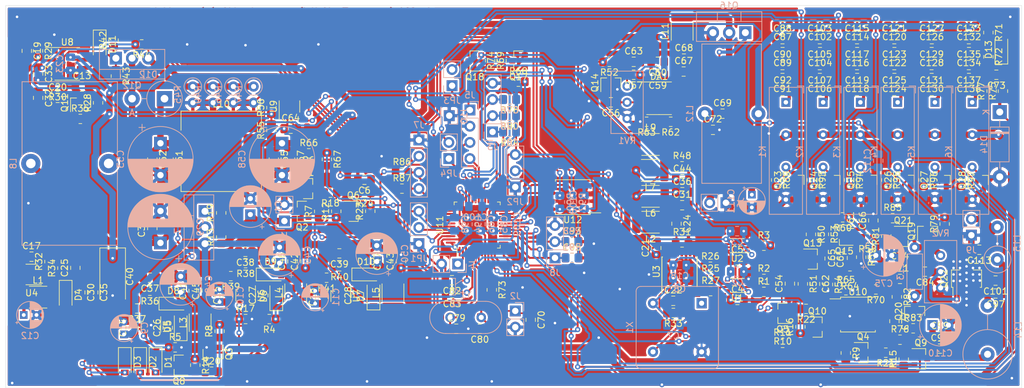
<source format=kicad_pcb>
(kicad_pcb (version 20171130) (host pcbnew 5.1.10-1.fc34)
  (layers (0 F.Cu signal) (31 B.Cu signal) (34 B.Paste user) (35 F.Paste user) (36 B.SilkS user) (37 F.SilkS user) (38 B.Mask user) (39 F.Mask user) (44 Edge.Cuts user))
  (net 0 "")
  (net 1 GND)
  (net 2 "Net-(C13-Pad1)")
  (net 3 ANT_3.5)
  (net 4 "Net-(C27-Pad2)")
  (net 5 "Net-(DA1-Pad2)")
  (net 6 "Net-(DA1-Pad6)")
  (net 7 "Net-(K1-Pad5)")
  (net 8 "Net-(K2-Pad5)")
  (net 9 "Net-(K3-Pad5)")
  (net 10 "Net-(K4-Pad5)")
  (net 11 "Net-(K5-Pad5)")
  (net 12 "Net-(Q5-Pad1)")
  (net 13 "Net-(R1-Pad1)")
  (net 14 "Net-(R2-Pad1)")
  (net 15 "Net-(R3-Pad1)")
  (net 16 "Net-(U2-Pad6)")
  (net 17 "Net-(U3-Pad6)")
  (net 18 "Net-(X1-Pad1)")
  (net 19 "Net-(C37-Pad2)")
  (net 20 "Net-(C38-Pad2)")
  (net 21 "Net-(C39-Pad2)")
  (net 22 PWR_3.5_12)
  (net 23 "Net-(C20-Pad1)")
  (net 24 "Net-(C22-Pad1)")
  (net 25 "Net-(C24-Pad1)")
  (net 26 PWR_3.5_OUT)
  (net 27 "Net-(C27-Pad1)")
  (net 28 PWR_144_5)
  (net 29 PWR_144_OUT)
  (net 30 PWR_3.5_5)
  (net 31 "Net-(C54-Pad1)")
  (net 32 "Net-(C61-Pad2)")
  (net 33 "Net-(C65-Pad2)")
  (net 34 "Net-(C69-Pad2)")
  (net 35 "Net-(C77-Pad2)")
  (net 36 Manipulation)
  (net 37 "Net-(K6-Pad5)")
  (net 38 "Net-(Q2-Pad1)")
  (net 39 "Net-(Q5-Pad3)")
  (net 40 "Net-(Q8-Pad1)")
  (net 41 "Net-(Q9-Pad1)")
  (net 42 "Net-(Q10-Pad1)")
  (net 43 BATT_7.4V)
  (net 44 REG_3.3V)
  (net 45 REG_5V)
  (net 46 ADC_UBATT)
  (net 47 POWERS_3.5)
  (net 48 "Net-(C19-Pad2)")
  (net 49 "Net-(C19-Pad1)")
  (net 50 "Net-(C21-Pad2)")
  (net 51 "Net-(C24-Pad2)")
  (net 52 "Net-(C25-Pad2)")
  (net 53 "Net-(C26-Pad2)")
  (net 54 "Net-(C26-Pad1)")
  (net 55 "Net-(C28-Pad2)")
  (net 56 "Net-(C28-Pad1)")
  (net 57 "Net-(C31-Pad1)")
  (net 58 "Net-(C32-Pad2)")
  (net 59 "Net-(C32-Pad1)")
  (net 60 "Net-(C36-Pad1)")
  (net 61 DISPLAY_4V)
  (net 62 "Net-(C44-Pad1)")
  (net 63 "Net-(C51-Pad1)")
  (net 64 "Net-(C54-Pad2)")
  (net 65 "Net-(C56-Pad1)")
  (net 66 "Net-(C61-Pad1)")
  (net 67 "Net-(C62-Pad1)")
  (net 68 "Net-(C63-Pad1)")
  (net 69 "Net-(C65-Pad1)")
  (net 70 "Net-(C66-Pad1)")
  (net 71 "Net-(C69-Pad1)")
  (net 72 RESET)
  (net 73 "Net-(C73-Pad1)")
  (net 74 ENCODER_BTN)
  (net 75 "Net-(C77-Pad1)")
  (net 76 ENCODER_R)
  (net 77 "Net-(C79-Pad1)")
  (net 78 "Net-(C80-Pad1)")
  (net 79 ENCODER_L)
  (net 80 "Net-(C82-Pad1)")
  (net 81 "Net-(C83-Pad1)")
  (net 82 "Net-(C84-Pad2)")
  (net 83 "Net-(C84-Pad1)")
  (net 84 "Net-(C87-Pad2)")
  (net 85 "Net-(C88-Pad2)")
  (net 86 "Net-(C89-Pad2)")
  (net 87 "Net-(C90-Pad2)")
  (net 88 "Net-(C91-Pad2)")
  (net 89 "Net-(C92-Pad2)")
  (net 90 BTN_RIGHT)
  (net 91 BTN_LEFT)
  (net 92 "Net-(C97-Pad2)")
  (net 93 "Net-(C101-Pad1)")
  (net 94 "Net-(C102-Pad2)")
  (net 95 "Net-(C103-Pad2)")
  (net 96 "Net-(C104-Pad2)")
  (net 97 "Net-(C105-Pad2)")
  (net 98 "Net-(C106-Pad2)")
  (net 99 "Net-(C107-Pad2)")
  (net 100 "Net-(C113-Pad1)")
  (net 101 "Net-(C114-Pad2)")
  (net 102 "Net-(C115-Pad2)")
  (net 103 "Net-(C116-Pad2)")
  (net 104 "Net-(C117-Pad2)")
  (net 105 "Net-(C118-Pad2)")
  (net 106 "Net-(C119-Pad2)")
  (net 107 "Net-(C120-Pad2)")
  (net 108 "Net-(C121-Pad2)")
  (net 109 "Net-(C122-Pad2)")
  (net 110 "Net-(C123-Pad2)")
  (net 111 "Net-(C124-Pad2)")
  (net 112 "Net-(C125-Pad2)")
  (net 113 "Net-(C126-Pad2)")
  (net 114 "Net-(C127-Pad2)")
  (net 115 "Net-(C128-Pad2)")
  (net 116 "Net-(C129-Pad2)")
  (net 117 "Net-(C130-Pad2)")
  (net 118 "Net-(C131-Pad2)")
  (net 119 "Net-(C132-Pad2)")
  (net 120 "Net-(C133-Pad2)")
  (net 121 "Net-(C134-Pad2)")
  (net 122 "Net-(C135-Pad2)")
  (net 123 "Net-(C136-Pad2)")
  (net 124 "Net-(C137-Pad2)")
  (net 125 ACTIVATE_FOX)
  (net 126 COMM_5V_ENABLE)
  (net 127 ACTIVATE_3.5)
  (net 128 ACTIVATE_144)
  (net 129 "Net-(D4-Pad2)")
  (net 130 "Net-(D11-Pad2)")
  (net 131 "Net-(D11-Pad1)")
  (net 132 "Net-(D12-Pad2)")
  (net 133 "Net-(D13-Pad2)")
  (net 134 ADC_UANT)
  (net 135 FAIL_LED)
  (net 136 BT_TX)
  (net 137 BT_RX)
  (net 138 BT_5V)
  (net 139 DISPLAY_SDA)
  (net 140 DISPLAY_SCL)
  (net 141 BOOT0)
  (net 142 BOOT1)
  (net 143 MATCH_3)
  (net 144 SWDIO)
  (net 145 MATCH_4)
  (net 146 SWCLK)
  (net 147 MANIP_144)
  (net 148 "Net-(Q1-Pad3)")
  (net 149 "Net-(Q1-Pad1)")
  (net 150 "Net-(Q2-Pad3)")
  (net 151 "Net-(Q3-Pad3)")
  (net 152 "Net-(Q3-Pad1)")
  (net 153 "Net-(Q4-Pad3)")
  (net 154 "Net-(Q4-Pad1)")
  (net 155 "Net-(Q6-Pad3)")
  (net 156 "Net-(Q6-Pad1)")
  (net 157 "Net-(Q7-Pad1)")
  (net 158 "Net-(Q11-Pad2)")
  (net 159 "Net-(Q12-Pad3)")
  (net 160 "Net-(Q14-Pad1)")
  (net 161 "Net-(Q17-Pad3)")
  (net 162 "Net-(Q17-Pad1)")
  (net 163 "Net-(Q18-Pad1)")
  (net 164 "Net-(Q19-Pad3)")
  (net 165 "Net-(Q19-Pad1)")
  (net 166 "Net-(Q21-Pad1)")
  (net 167 "Net-(Q23-Pad1)")
  (net 168 "Net-(Q24-Pad1)")
  (net 169 "Net-(Q25-Pad1)")
  (net 170 "Net-(Q26-Pad1)")
  (net 171 "Net-(Q27-Pad1)")
  (net 172 "Net-(Q28-Pad1)")
  (net 173 DDS_SCLK)
  (net 174 DDS_SDATA)
  (net 175 DDS_FSYNC)
  (net 176 ENABLE_UBATT_CHECK)
  (net 177 ACTIVATE_DISPLAY)
  (net 178 "Net-(R25-Pad2)")
  (net 179 "Net-(R25-Pad1)")
  (net 180 "Net-(R26-Pad2)")
  (net 181 "Net-(R26-Pad1)")
  (net 182 "Net-(R27-Pad2)")
  (net 183 "Net-(R27-Pad1)")
  (net 184 "Net-(R33-Pad2)")
  (net 185 "Net-(R56-Pad2)")
  (net 186 ADC_U3.5_OUT)
  (net 187 ENABLE_BT)
  (net 188 "Net-(R70-Pad2)")
  (net 189 MATCH_5)
  (net 190 I2C2_SCL)
  (net 191 I2C2_SDA)
  (net 192 MATCH_2)
  (net 193 MATCH_1)
  (net 194 MATCH_0)
  (net 195 "Net-(U10-Pad8)")
  (net 196 "Net-(U11-Pad28)")
  (module Connector_PinHeader_2.54mm:PinHeader_1x03_P2.54mm_Vertical (layer B.Cu) (at 100.838 161.798)
    (fp_text reference JP1 (at 0 2.33) (layer B.SilkS) (effects (justify mirror)))
    (fp_text value BOOT0)
    (pad 3 thru_hole oval (at 0 -5.08) (size 1.7 1.7) (drill 1) (layers *.Cu *.Mask) (net 44 REG_3.3V))
    (pad 2 thru_hole oval (at 0 -2.54) (size 1.7 1.7) (drill 1) (layers *.Cu *.Mask) (net 141 BOOT0))
    (pad 1 thru_hole rect (at 0 0) (size 1.7 1.7) (drill 1) (layers *.Cu *.Mask) (net 1 GND))
  )
  (module Inductor_SMD:L_1812_4532Metric_Pad1.30x3.40mm_HandSolder (layer F.Cu) (at 142.113 128.5215 90)
    (fp_text reference L11 (at 0 -2.65 90) (layer F.SilkS))
    (fp_text value 10uH)
    (pad 2 smd roundrect (at 2.225 0 90) (size 1.3 3.4) (layers F.Cu F.Paste F.Mask) (roundrect_rratio 0.1923069230769231) (net 34 "Net-(C69-Pad2)"))
    (pad 1 smd roundrect (at -2.225 0 90) (size 1.3 3.4) (layers F.Cu F.Paste F.Mask) (roundrect_rratio 0.1923069230769231) (net 26 PWR_3.5_OUT))
  )
  (module Inductor_THT:L_Toroid_Vertical_L21.6mm_W9.1mm_P8.40mm_Bourns_5700 (layer B.Cu) (at 145.669 141.4145 270)
    (fp_text reference L12 (at 0 2.35 90) (layer B.SilkS) (effects (justify mirror)))
    (fp_text value 21uH)
    (pad 2 thru_hole circle (at 0 -8.4 270) (size 2.2 2.2) (drill 1.1) (layers *.Cu *.Mask) (net 3 ANT_3.5))
    (pad 1 thru_hole circle (at 0 0 270) (size 2.2 2.2) (drill 1.1) (layers *.Cu *.Mask) (net 71 "Net-(C69-Pad1)"))
  )
  (module Capacitor_THT:CP_Radial_D10.0mm_P5.00mm (layer B.Cu) (at 79.375 146.05 270)
    (fp_text reference C58 (at 2.5 6.25 90) (layer B.SilkS) (effects (justify mirror)))
    (fp_text value "1000uF x 25V")
    (pad 2 thru_hole circle (at 5 0 270) (size 2 2) (drill 1) (layers *.Cu *.Mask) (net 1 GND))
    (pad 1 thru_hole rect (at 0 0 270) (size 2 2) (drill 1) (layers *.Cu *.Mask) (net 26 PWR_3.5_OUT))
  )
  (module Capacitor_SMD:C_0805_2012Metric_Pad1.18x1.45mm_HandSolder (layer F.Cu) (at 80.645 148.59 270)
    (fp_text reference C57 (at 0 -1.68 90) (layer F.SilkS))
    (fp_text value 4.7uF)
    (pad 2 smd roundrect (at 1.0375 0 270) (size 1.175 1.45) (layers F.Cu F.Paste F.Mask) (roundrect_rratio 0.2127659574468085) (net 1 GND))
    (pad 1 smd roundrect (at -1.0375 0 270) (size 1.175 1.45) (layers F.Cu F.Paste F.Mask) (roundrect_rratio 0.2127659574468085) (net 26 PWR_3.5_OUT))
  )
  (module Capacitor_SMD:C_0805_2012Metric_Pad1.18x1.45mm_HandSolder (layer F.Cu) (at 78.105 148.59 270)
    (fp_text reference C55 (at 0 -1.68 90) (layer F.SilkS))
    (fp_text value 1nF)
    (pad 2 smd roundrect (at 1.0375 0 270) (size 1.175 1.45) (layers F.Cu F.Paste F.Mask) (roundrect_rratio 0.2127659574468085) (net 1 GND))
    (pad 1 smd roundrect (at -1.0375 0 270) (size 1.175 1.45) (layers F.Cu F.Paste F.Mask) (roundrect_rratio 0.2127659574468085) (net 26 PWR_3.5_OUT))
  )
  (module Inductor_SMD:L_1812_4532Metric_Pad1.30x3.40mm_HandSolder (layer F.Cu) (at 96.774 169.479 90)
    (fp_text reference L5 (at 0 -2.65 90) (layer F.SilkS))
    (fp_text value 10uH)
    (pad 2 smd roundrect (at 2.225 0 90) (size 1.3 3.4) (layers F.Cu F.Paste F.Mask) (roundrect_rratio 0.1923069230769231) (net 44 REG_3.3V))
    (pad 1 smd roundrect (at -2.225 0 90) (size 1.3 3.4) (layers F.Cu F.Paste F.Mask) (roundrect_rratio 0.1923069230769231) (net 56 "Net-(C28-Pad1)"))
  )
  (module Inductor_SMD:L_1812_4532Metric_Pad1.30x3.40mm_HandSolder (layer F.Cu) (at 81.534 169.479 90)
    (fp_text reference L4 (at 0 -2.65 90) (layer F.SilkS))
    (fp_text value 10uH)
    (pad 2 smd roundrect (at 2.225 0 90) (size 1.3 3.4) (layers F.Cu F.Paste F.Mask) (roundrect_rratio 0.1923069230769231) (net 61 DISPLAY_4V))
    (pad 1 smd roundrect (at -2.225 0 90) (size 1.3 3.4) (layers F.Cu F.Paste F.Mask) (roundrect_rratio 0.1923069230769231) (net 27 "Net-(C27-Pad1)"))
  )
  (module Inductor_SMD:L_1812_4532Metric_Pad1.30x3.40mm_HandSolder (layer F.Cu) (at 66.548 174.183 90)
    (fp_text reference L3 (at 0 -2.65 90) (layer F.SilkS))
    (fp_text value 10uH)
    (pad 2 smd roundrect (at 2.225 0 90) (size 1.3 3.4) (layers F.Cu F.Paste F.Mask) (roundrect_rratio 0.1923069230769231) (net 45 REG_5V))
    (pad 1 smd roundrect (at -2.225 0 90) (size 1.3 3.4) (layers F.Cu F.Paste F.Mask) (roundrect_rratio 0.1923069230769231) (net 54 "Net-(C26-Pad1)"))
  )
  (module Inductor_SMD:L_1812_4532Metric_Pad1.30x3.40mm_HandSolder (layer F.Cu) (at 41.148 170.18)
    (fp_text reference L1 (at 0 -2.65) (layer F.SilkS))
    (fp_text value 10uH)
    (pad 2 smd roundrect (at 2.225 0) (size 1.3 3.4) (layers F.Cu F.Paste F.Mask) (roundrect_rratio 0.1923069230769231) (net 129 "Net-(D4-Pad2)"))
    (pad 1 smd roundrect (at -2.225 0) (size 1.3 3.4) (layers F.Cu F.Paste F.Mask) (roundrect_rratio 0.1923069230769231) (net 47 POWERS_3.5))
  )
  (module Capacitor_Tantalum_SMD:CP_EIA-7132-28_AVX-C_Pad2.72x3.50mm_HandSolder (layer F.Cu) (at 52.832 166.9465 270)
    (fp_text reference C40 (at 0 -2.7 90) (layer F.SilkS))
    (fp_text value "10uFx25V tantalum")
    (pad 2 smd roundrect (at 2.8625 0 270) (size 2.725 3.5) (layers F.Cu F.Paste F.Mask) (roundrect_rratio 0.09174275229357798) (net 1 GND))
    (pad 1 smd roundrect (at -2.8625 0 270) (size 2.725 3.5) (layers F.Cu F.Paste F.Mask) (roundrect_rratio 0.09174275229357798) (net 22 PWR_3.5_12))
  )
  (module Crystal:Crystal_C26-LF_D2.1mm_L6.5mm_Horizontal_1EP_style1 (layer B.Cu) (at 108.366 169.479 90)
    (fp_text reference Y2 (at -1.67 -1.75 180) (layer B.SilkS) (effects (justify mirror)))
    (fp_text value 32768Hz)
    (pad 3 smd rect (at 0.95 -5.75 90) (size 2.2 6.5) (layers B.Cu B.Paste B.Mask))
    (pad 2 thru_hole circle (at 1.9 0 90) (size 1 1) (drill 0.5) (layers *.Cu *.Mask) (net 80 "Net-(C82-Pad1)"))
    (pad 1 thru_hole circle (at 0 0 90) (size 1 1) (drill 0.5) (layers *.Cu *.Mask) (net 81 "Net-(C83-Pad1)"))
  )
  (module Crystal:Crystal_HC49-U_Vertical (layer B.Cu) (at 110.617 173.355 180)
    (fp_text reference Y1 (at 2.44 3.525) (layer B.SilkS) (effects (justify mirror)))
    (fp_text value 8MHz)
    (pad 2 thru_hole circle (at 4.88 0 180) (size 1.5 1.5) (drill 0.8) (layers *.Cu *.Mask) (net 77 "Net-(C79-Pad1)"))
    (pad 1 thru_hole circle (at 0 0 180) (size 1.5 1.5) (drill 0.8) (layers *.Cu *.Mask) (net 78 "Net-(C80-Pad1)"))
  )
  (module Oscillator:Oscillator_DIP-8 (layer B.Cu) (at 145.161 171.1325 270)
    (fp_text reference X1 (at 3.81 11.26 90) (layer B.SilkS) (effects (justify mirror)))
    (fp_text value 50MHz)
    (pad 4 thru_hole circle (at 7.62 0 270) (size 1.6 1.6) (drill 0.8) (layers *.Cu *.Mask) (net 1 GND))
    (pad 5 thru_hole circle (at 7.62 7.62 270) (size 1.6 1.6) (drill 0.8) (layers *.Cu *.Mask) (net 17 "Net-(U3-Pad6)"))
    (pad 8 thru_hole circle (at 0 7.62 270) (size 1.6 1.6) (drill 0.8) (layers *.Cu *.Mask) (net 45 REG_5V))
    (pad 1 thru_hole rect (at 0 0 270) (size 1.6 1.6) (drill 0.8) (layers *.Cu *.Mask) (net 18 "Net-(X1-Pad1)"))
  )
  (module Package_SO:SOIC-8_5.23x5.23mm_P1.27mm (layer F.Cu) (at 124.968 154.4955 180)
    (fp_text reference U12 (at 0 -3.56) (layer F.SilkS))
    (fp_text value CAT24C256)
    (pad 8 smd roundrect (at 3.6 -1.905 180) (size 1.6 0.6) (layers F.Cu F.Paste F.Mask) (net 44 REG_3.3V))
    (pad 7 smd roundrect (at 3.6 -0.635 180) (size 1.6 0.6) (layers F.Cu F.Paste F.Mask) (net 1 GND))
    (pad 6 smd roundrect (at 3.6 0.635 180) (size 1.6 0.6) (layers F.Cu F.Paste F.Mask) (net 190 I2C2_SCL))
    (pad 5 smd roundrect (at 3.6 1.905 180) (size 1.6 0.6) (layers F.Cu F.Paste F.Mask) (net 191 I2C2_SDA))
    (pad 4 smd roundrect (at -3.6 1.905 180) (size 1.6 0.6) (layers F.Cu F.Paste F.Mask) (net 1 GND))
    (pad 3 smd roundrect (at -3.6 0.635 180) (size 1.6 0.6) (layers F.Cu F.Paste F.Mask) (net 1 GND))
    (pad 2 smd roundrect (at -3.6 -0.635 180) (size 1.6 0.6) (layers F.Cu F.Paste F.Mask) (net 1 GND))
    (pad 1 smd roundrect (at -3.6 -1.905 180) (size 1.6 0.6) (layers F.Cu F.Paste F.Mask) (net 1 GND))
  )
  (module Package_QFP:LQFP-48_7x7mm_P0.5mm (layer F.Cu) (at 109.982 158.877 90)
    (fp_text reference U11 (at 0 -5.85 90) (layer F.SilkS))
    (fp_text value STM32F103C8Tx)
    (pad 48 smd roundrect (at -2.75 -4.1625 90) (size 0.3 1.475) (layers F.Cu F.Paste F.Mask) (net 44 REG_3.3V))
    (pad 47 smd roundrect (at -2.25 -4.1625 90) (size 0.3 1.475) (layers F.Cu F.Paste F.Mask) (net 1 GND))
    (pad 46 smd roundrect (at -1.75 -4.1625 90) (size 0.3 1.475) (layers F.Cu F.Paste F.Mask) (net 187 ENABLE_BT))
    (pad 45 smd roundrect (at -1.25 -4.1625 90) (size 0.3 1.475) (layers F.Cu F.Paste F.Mask) (net 176 ENABLE_UBATT_CHECK))
    (pad 44 smd roundrect (at -0.75 -4.1625 90) (size 0.3 1.475) (layers F.Cu F.Paste F.Mask) (net 141 BOOT0))
    (pad 43 smd roundrect (at -0.25 -4.1625 90) (size 0.3 1.475) (layers F.Cu F.Paste F.Mask) (net 139 DISPLAY_SDA))
    (pad 42 smd roundrect (at 0.25 -4.1625 90) (size 0.3 1.475) (layers F.Cu F.Paste F.Mask) (net 140 DISPLAY_SCL))
    (pad 41 smd roundrect (at 0.75 -4.1625 90) (size 0.3 1.475) (layers F.Cu F.Paste F.Mask) (net 177 ACTIVATE_DISPLAY))
    (pad 40 smd roundrect (at 1.25 -4.1625 90) (size 0.3 1.475) (layers F.Cu F.Paste F.Mask) (net 128 ACTIVATE_144))
    (pad 39 smd roundrect (at 1.75 -4.1625 90) (size 0.3 1.475) (layers F.Cu F.Paste F.Mask) (net 125 ACTIVATE_FOX))
    (pad 38 smd roundrect (at 2.25 -4.1625 90) (size 0.3 1.475) (layers F.Cu F.Paste F.Mask) (net 189 MATCH_5))
    (pad 37 smd roundrect (at 2.75 -4.1625 90) (size 0.3 1.475) (layers F.Cu F.Paste F.Mask) (net 146 SWCLK))
    (pad 36 smd roundrect (at 4.1625 -2.75 90) (size 1.475 0.3) (layers F.Cu F.Paste F.Mask) (net 44 REG_3.3V))
    (pad 35 smd roundrect (at 4.1625 -2.25 90) (size 1.475 0.3) (layers F.Cu F.Paste F.Mask) (net 1 GND))
    (pad 34 smd roundrect (at 4.1625 -1.75 90) (size 1.475 0.3) (layers F.Cu F.Paste F.Mask) (net 144 SWDIO))
    (pad 33 smd roundrect (at 4.1625 -1.25 90) (size 1.475 0.3) (layers F.Cu F.Paste F.Mask) (net 192 MATCH_2))
    (pad 32 smd roundrect (at 4.1625 -0.75 90) (size 1.475 0.3) (layers F.Cu F.Paste F.Mask) (net 193 MATCH_1))
    (pad 31 smd roundrect (at 4.1625 -0.25 90) (size 1.475 0.3) (layers F.Cu F.Paste F.Mask) (net 137 BT_RX))
    (pad 30 smd roundrect (at 4.1625 0.25 90) (size 1.475 0.3) (layers F.Cu F.Paste F.Mask) (net 136 BT_TX))
    (pad 29 smd roundrect (at 4.1625 0.75 90) (size 1.475 0.3) (layers F.Cu F.Paste F.Mask) (net 175 DDS_FSYNC))
    (pad 28 smd roundrect (at 4.1625 1.25 90) (size 1.475 0.3) (layers F.Cu F.Paste F.Mask) (net 196 "Net-(U11-Pad28)"))
    (pad 27 smd roundrect (at 4.1625 1.75 90) (size 1.475 0.3) (layers F.Cu F.Paste F.Mask) (net 74 ENCODER_BTN))
    (pad 26 smd roundrect (at 4.1625 2.25 90) (size 1.475 0.3) (layers F.Cu F.Paste F.Mask) (net 76 ENCODER_R))
    (pad 25 smd roundrect (at 4.1625 2.75 90) (size 1.475 0.3) (layers F.Cu F.Paste F.Mask) (net 79 ENCODER_L))
    (pad 24 smd roundrect (at 2.75 4.1625 90) (size 0.3 1.475) (layers F.Cu F.Paste F.Mask) (net 44 REG_3.3V))
    (pad 23 smd roundrect (at 2.25 4.1625 90) (size 0.3 1.475) (layers F.Cu F.Paste F.Mask) (net 1 GND))
    (pad 22 smd roundrect (at 1.75 4.1625 90) (size 0.3 1.475) (layers F.Cu F.Paste F.Mask) (net 191 I2C2_SDA))
    (pad 21 smd roundrect (at 1.25 4.1625 90) (size 0.3 1.475) (layers F.Cu F.Paste F.Mask) (net 190 I2C2_SCL))
    (pad 20 smd roundrect (at 0.75 4.1625 90) (size 0.3 1.475) (layers F.Cu F.Paste F.Mask) (net 142 BOOT1))
    (pad 19 smd roundrect (at 0.25 4.1625 90) (size 0.3 1.475) (layers F.Cu F.Paste F.Mask) (net 127 ACTIVATE_3.5))
    (pad 18 smd roundrect (at -0.25 4.1625 90) (size 0.3 1.475) (layers F.Cu F.Paste F.Mask) (net 36 Manipulation))
    (pad 17 smd roundrect (at -0.75 4.1625 90) (size 0.3 1.475) (layers F.Cu F.Paste F.Mask) (net 174 DDS_SDATA))
    (pad 16 smd roundrect (at -1.25 4.1625 90) (size 0.3 1.475) (layers F.Cu F.Paste F.Mask) (net 90 BTN_RIGHT))
    (pad 15 smd roundrect (at -1.75 4.1625 90) (size 0.3 1.475) (layers F.Cu F.Paste F.Mask) (net 173 DDS_SCLK))
    (pad 14 smd roundrect (at -2.25 4.1625 90) (size 0.3 1.475) (layers F.Cu F.Paste F.Mask) (net 91 BTN_LEFT))
    (pad 13 smd roundrect (at -2.75 4.1625 90) (size 0.3 1.475) (layers F.Cu F.Paste F.Mask) (net 194 MATCH_0))
    (pad 12 smd roundrect (at -4.1625 2.75 90) (size 1.475 0.3) (layers F.Cu F.Paste F.Mask) (net 186 ADC_U3.5_OUT))
    (pad 11 smd roundrect (at -4.1625 2.25 90) (size 1.475 0.3) (layers F.Cu F.Paste F.Mask) (net 46 ADC_UBATT))
    (pad 10 smd roundrect (at -4.1625 1.75 90) (size 1.475 0.3) (layers F.Cu F.Paste F.Mask) (net 134 ADC_UANT))
    (pad 9 smd roundrect (at -4.1625 1.25 90) (size 1.475 0.3) (layers F.Cu F.Paste F.Mask) (net 44 REG_3.3V))
    (pad 8 smd roundrect (at -4.1625 0.75 90) (size 1.475 0.3) (layers F.Cu F.Paste F.Mask) (net 1 GND))
    (pad 7 smd roundrect (at -4.1625 0.25 90) (size 1.475 0.3) (layers F.Cu F.Paste F.Mask) (net 72 RESET))
    (pad 6 smd roundrect (at -4.1625 -0.25 90) (size 1.475 0.3) (layers F.Cu F.Paste F.Mask) (net 78 "Net-(C80-Pad1)"))
    (pad 5 smd roundrect (at -4.1625 -0.75 90) (size 1.475 0.3) (layers F.Cu F.Paste F.Mask) (net 77 "Net-(C79-Pad1)"))
    (pad 4 smd roundrect (at -4.1625 -1.25 90) (size 1.475 0.3) (layers F.Cu F.Paste F.Mask) (net 81 "Net-(C83-Pad1)"))
    (pad 3 smd roundrect (at -4.1625 -1.75 90) (size 1.475 0.3) (layers F.Cu F.Paste F.Mask) (net 80 "Net-(C82-Pad1)"))
    (pad 2 smd roundrect (at -4.1625 -2.25 90) (size 1.475 0.3) (layers F.Cu F.Paste F.Mask) (net 135 FAIL_LED))
    (pad 1 smd roundrect (at -4.1625 -2.75 90) (size 1.475 0.3) (layers F.Cu F.Paste F.Mask) (net 44 REG_3.3V))
  )
  (module Package_SO:SOIC-8_5.23x5.23mm_P1.27mm (layer F.Cu) (at 169.672 172.9105)
    (fp_text reference U10 (at 0 -3.56) (layer F.SilkS))
    (fp_text value ICS501)
    (pad 8 smd roundrect (at 3.6 -1.905) (size 1.6 0.6) (layers F.Cu F.Paste F.Mask) (net 195 "Net-(U10-Pad8)"))
    (pad 7 smd roundrect (at 3.6 -0.635) (size 1.6 0.6) (layers F.Cu F.Paste F.Mask) (net 188 "Net-(R70-Pad2)"))
    (pad 6 smd roundrect (at 3.6 0.635) (size 1.6 0.6) (layers F.Cu F.Paste F.Mask) (net 28 PWR_144_5))
    (pad 5 smd roundrect (at 3.6 1.905) (size 1.6 0.6) (layers F.Cu F.Paste F.Mask) (net 35 "Net-(C77-Pad2)"))
    (pad 4 smd roundrect (at -3.6 1.905) (size 1.6 0.6) (layers F.Cu F.Paste F.Mask) (net 28 PWR_144_5))
    (pad 3 smd roundrect (at -3.6 0.635) (size 1.6 0.6) (layers F.Cu F.Paste F.Mask) (net 1 GND))
    (pad 2 smd roundrect (at -3.6 -0.635) (size 1.6 0.6) (layers F.Cu F.Paste F.Mask) (net 28 PWR_144_5))
    (pad 1 smd roundrect (at -3.6 -1.905) (size 1.6 0.6) (layers F.Cu F.Paste F.Mask) (net 69 "Net-(C65-Pad1)"))
  )
  (module Package_TO_SOT_SMD:SOT-23-8_Handsoldering (layer F.Cu) (at 80.554 140.288 90)
    (fp_text reference U9 (at 0 -2.5 90) (layer F.SilkS))
    (fp_text value AD5245BRJZ10)
    (pad 8 smd rect (at 1.35 -0.98 90) (size 1.56 0.4) (layers F.Cu F.Paste F.Mask) (net 185 "Net-(R56-Pad2)"))
    (pad 7 smd rect (at 1.35 -0.33 90) (size 1.56 0.4) (layers F.Cu F.Paste F.Mask) (net 1 GND))
    (pad 6 smd rect (at 1.35 0.33 90) (size 1.56 0.4) (layers F.Cu F.Paste F.Mask) (net 1 GND))
    (pad 5 smd rect (at 1.35 0.98 90) (size 1.56 0.4) (layers F.Cu F.Paste F.Mask) (net 191 I2C2_SDA))
    (pad 4 smd rect (at -1.35 0.98 90) (size 1.56 0.4) (layers F.Cu F.Paste F.Mask) (net 190 I2C2_SCL))
    (pad 3 smd rect (at -1.35 0.33 90) (size 1.56 0.4) (layers F.Cu F.Paste F.Mask) (net 1 GND))
    (pad 2 smd rect (at -1.35 -0.33 90) (size 1.56 0.4) (layers F.Cu F.Paste F.Mask) (net 44 REG_3.3V))
    (pad 1 smd rect (at -1.35 -0.98 90) (size 1.56 0.4) (layers F.Cu F.Paste F.Mask) (net 185 "Net-(R56-Pad2)"))
  )
  (module Package_SO:SOIC-8_3.9x4.9mm_P1.27mm (layer F.Cu) (at 45.72 133.604)
    (fp_text reference U8 (at 0 -3.4) (layer F.SilkS))
    (fp_text value UC3843_SOIC8)
    (pad 8 smd roundrect (at 2.475 -1.905) (size 1.95 0.6) (layers F.Cu F.Paste F.Mask) (net 2 "Net-(C13-Pad1)"))
    (pad 7 smd roundrect (at 2.475 -0.635) (size 1.95 0.6) (layers F.Cu F.Paste F.Mask) (net 22 PWR_3.5_12))
    (pad 6 smd roundrect (at 2.475 0.635) (size 1.95 0.6) (layers F.Cu F.Paste F.Mask) (net 131 "Net-(D11-Pad1)"))
    (pad 5 smd roundrect (at 2.475 1.905) (size 1.95 0.6) (layers F.Cu F.Paste F.Mask) (net 1 GND))
    (pad 4 smd roundrect (at -2.475 1.905) (size 1.95 0.6) (layers F.Cu F.Paste F.Mask) (net 23 "Net-(C20-Pad1)"))
    (pad 3 smd roundrect (at -2.475 0.635) (size 1.95 0.6) (layers F.Cu F.Paste F.Mask) (net 59 "Net-(C32-Pad1)"))
    (pad 2 smd roundrect (at -2.475 -0.635) (size 1.95 0.6) (layers F.Cu F.Paste F.Mask) (net 48 "Net-(C19-Pad2)"))
    (pad 1 smd roundrect (at -2.475 -1.905) (size 1.95 0.6) (layers F.Cu F.Paste F.Mask) (net 49 "Net-(C19-Pad1)"))
  )
  (module Package_TO_SOT_SMD:TSOT-23-6 (layer F.Cu) (at 88.606 169.992 270)
    (fp_text reference U7 (at 0 -2.45 90) (layer F.SilkS))
    (fp_text value LM2734X)
    (pad 6 smd rect (at 1.31 -0.95 270) (size 1.22 0.65) (layers F.Cu F.Paste F.Mask) (net 56 "Net-(C28-Pad1)"))
    (pad 5 smd rect (at 1.31 0 270) (size 1.22 0.65) (layers F.Cu F.Paste F.Mask) (net 43 BATT_7.4V))
    (pad 4 smd rect (at 1.31 0.95 270) (size 1.22 0.65) (layers F.Cu F.Paste F.Mask) (net 43 BATT_7.4V))
    (pad 3 smd rect (at -1.31 0.95 270) (size 1.22 0.65) (layers F.Cu F.Paste F.Mask) (net 21 "Net-(C39-Pad2)"))
    (pad 2 smd rect (at -1.31 0 270) (size 1.22 0.65) (layers F.Cu F.Paste F.Mask) (net 1 GND))
    (pad 1 smd rect (at -1.31 -0.95 270) (size 1.22 0.65) (layers F.Cu F.Paste F.Mask) (net 55 "Net-(C28-Pad2)"))
  )
  (module Package_TO_SOT_SMD:TSOT-23-6 (layer F.Cu) (at 73.7 169.926 270)
    (fp_text reference U6 (at 0 -2.45 90) (layer F.SilkS))
    (fp_text value LM2734X)
    (pad 6 smd rect (at 1.31 -0.95 270) (size 1.22 0.65) (layers F.Cu F.Paste F.Mask) (net 27 "Net-(C27-Pad1)"))
    (pad 5 smd rect (at 1.31 0 270) (size 1.22 0.65) (layers F.Cu F.Paste F.Mask) (net 43 BATT_7.4V))
    (pad 4 smd rect (at 1.31 0.95 270) (size 1.22 0.65) (layers F.Cu F.Paste F.Mask) (net 177 ACTIVATE_DISPLAY))
    (pad 3 smd rect (at -1.31 0.95 270) (size 1.22 0.65) (layers F.Cu F.Paste F.Mask) (net 20 "Net-(C38-Pad2)"))
    (pad 2 smd rect (at -1.31 0 270) (size 1.22 0.65) (layers F.Cu F.Paste F.Mask) (net 1 GND))
    (pad 1 smd rect (at -1.31 -0.95 270) (size 1.22 0.65) (layers F.Cu F.Paste F.Mask) (net 4 "Net-(C27-Pad2)"))
  )
  (module Package_TO_SOT_SMD:TSOT-23-6 (layer F.Cu) (at 58.862 174.792 270)
    (fp_text reference U5 (at 0 -2.45 90) (layer F.SilkS))
    (fp_text value LM2734X)
    (pad 6 smd rect (at 1.31 -0.95 270) (size 1.22 0.65) (layers F.Cu F.Paste F.Mask) (net 54 "Net-(C26-Pad1)"))
    (pad 5 smd rect (at 1.31 0 270) (size 1.22 0.65) (layers F.Cu F.Paste F.Mask) (net 43 BATT_7.4V))
    (pad 4 smd rect (at 1.31 0.95 270) (size 1.22 0.65) (layers F.Cu F.Paste F.Mask) (net 126 COMM_5V_ENABLE))
    (pad 3 smd rect (at -1.31 0.95 270) (size 1.22 0.65) (layers F.Cu F.Paste F.Mask) (net 19 "Net-(C37-Pad2)"))
    (pad 2 smd rect (at -1.31 0 270) (size 1.22 0.65) (layers F.Cu F.Paste F.Mask) (net 1 GND))
    (pad 1 smd rect (at -1.31 -0.95 270) (size 1.22 0.65) (layers F.Cu F.Paste F.Mask) (net 53 "Net-(C26-Pad2)"))
  )
  (module Package_TO_SOT_SMD:SOT-23-5 (layer F.Cu) (at 40.132 166.624 180)
    (fp_text reference U4 (at 0 -2.9) (layer F.SilkS))
    (fp_text value LM27313XMF)
    (pad 5 smd rect (at 1.1 -0.95 180) (size 1.06 0.65) (layers F.Cu F.Paste F.Mask) (net 47 POWERS_3.5))
    (pad 4 smd rect (at 1.1 0.95 180) (size 1.06 0.65) (layers F.Cu F.Paste F.Mask) (net 47 POWERS_3.5))
    (pad 3 smd rect (at -1.1 0.95 180) (size 1.06 0.65) (layers F.Cu F.Paste F.Mask) (net 52 "Net-(C25-Pad2)"))
    (pad 2 smd rect (at -1.1 0 180) (size 1.06 0.65) (layers F.Cu F.Paste F.Mask) (net 1 GND))
    (pad 1 smd rect (at -1.1 -0.95 180) (size 1.06 0.65) (layers F.Cu F.Paste F.Mask) (net 129 "Net-(D4-Pad2)"))
  )
  (module Package_SO:SSOP-16_4.4x5.2mm_P0.65mm (layer F.Cu) (at 141.732 166.1795 90)
    (fp_text reference U3 (at 0 -3.65 90) (layer F.SilkS))
    (fp_text value AD9835)
    (pad 16 smd rect (at 2.9 -2.275 90) (size 1 0.4) (layers F.Cu F.Paste F.Mask) (net 50 "Net-(C21-Pad2)"))
    (pad 15 smd rect (at 2.9 -1.625 90) (size 1 0.4) (layers F.Cu F.Paste F.Mask) (net 45 REG_5V))
    (pad 14 smd rect (at 2.9 -0.975 90) (size 1 0.4) (layers F.Cu F.Paste F.Mask) (net 51 "Net-(C24-Pad2)"))
    (pad 13 smd rect (at 2.9 -0.325 90) (size 1 0.4) (layers F.Cu F.Paste F.Mask) (net 1 GND))
    (pad 12 smd rect (at 2.9 0.325 90) (size 1 0.4) (layers F.Cu F.Paste F.Mask) (net 1 GND))
    (pad 11 smd rect (at 2.9 0.975 90) (size 1 0.4) (layers F.Cu F.Paste F.Mask) (net 1 GND))
    (pad 10 smd rect (at 2.9 1.625 90) (size 1 0.4) (layers F.Cu F.Paste F.Mask) (net 1 GND))
    (pad 9 smd rect (at 2.9 2.275 90) (size 1 0.4) (layers F.Cu F.Paste F.Mask) (net 181 "Net-(R26-Pad1)"))
    (pad 8 smd rect (at -2.9 2.275 90) (size 1 0.4) (layers F.Cu F.Paste F.Mask) (net 179 "Net-(R25-Pad1)"))
    (pad 7 smd rect (at -2.9 1.625 90) (size 1 0.4) (layers F.Cu F.Paste F.Mask) (net 183 "Net-(R27-Pad1)"))
    (pad 6 smd rect (at -2.9 0.975 90) (size 1 0.4) (layers F.Cu F.Paste F.Mask) (net 17 "Net-(U3-Pad6)"))
    (pad 5 smd rect (at -2.9 0.325 90) (size 1 0.4) (layers F.Cu F.Paste F.Mask) (net 1 GND))
    (pad 4 smd rect (at -2.9 -0.325 90) (size 1 0.4) (layers F.Cu F.Paste F.Mask) (net 45 REG_5V))
    (pad 3 smd rect (at -2.9 -0.975 90) (size 1 0.4) (layers F.Cu F.Paste F.Mask) (net 24 "Net-(C22-Pad1)"))
    (pad 2 smd rect (at -2.9 -1.625 90) (size 1 0.4) (layers F.Cu F.Paste F.Mask) (net 24 "Net-(C22-Pad1)"))
    (pad 1 smd rect (at -2.9 -2.275 90) (size 1 0.4) (layers F.Cu F.Paste F.Mask) (net 184 "Net-(R33-Pad2)"))
  )
  (module Package_SO:VSSOP-8_2.3x2mm_P0.5mm (layer F.Cu) (at 150.749 162.1155 180)
    (fp_text reference U2 (at 0 -2) (layer F.SilkS))
    (fp_text value 74LVC2T45DC)
    (pad 8 smd rect (at 1.55 -0.75 90) (size 0.3 0.8) (layers F.Cu F.Paste F.Mask) (net 45 REG_5V))
    (pad 7 smd rect (at 1.55 -0.25 90) (size 0.3 0.8) (layers F.Cu F.Paste F.Mask) (net 180 "Net-(R26-Pad2)"))
    (pad 6 smd rect (at 1.55 0.25 90) (size 0.3 0.8) (layers F.Cu F.Paste F.Mask) (net 16 "Net-(U2-Pad6)"))
    (pad 5 smd rect (at 1.55 0.75 90) (size 0.3 0.8) (layers F.Cu F.Paste F.Mask) (net 44 REG_3.3V))
    (pad 4 smd rect (at -1.55 0.75 90) (size 0.3 0.8) (layers F.Cu F.Paste F.Mask) (net 1 GND))
    (pad 3 smd rect (at -1.55 0.25 90) (size 0.3 0.8) (layers F.Cu F.Paste F.Mask) (net 1 GND))
    (pad 2 smd rect (at -1.55 -0.25 90) (size 0.3 0.8) (layers F.Cu F.Paste F.Mask) (net 15 "Net-(R3-Pad1)"))
    (pad 1 smd rect (at -1.55 -0.75 90) (size 0.3 0.8) (layers F.Cu F.Paste F.Mask) (net 44 REG_3.3V))
  )
  (module Package_SO:VSSOP-8_2.3x2mm_P0.5mm (layer F.Cu) (at 150.749 168.3385 180)
    (fp_text reference U1 (at 0 -2) (layer F.SilkS))
    (fp_text value 74LVC2T45DC)
    (pad 8 smd rect (at 1.55 -0.75 90) (size 0.3 0.8) (layers F.Cu F.Paste F.Mask) (net 45 REG_5V))
    (pad 7 smd rect (at 1.55 -0.25 90) (size 0.3 0.8) (layers F.Cu F.Paste F.Mask) (net 182 "Net-(R27-Pad2)"))
    (pad 6 smd rect (at 1.55 0.25 90) (size 0.3 0.8) (layers F.Cu F.Paste F.Mask) (net 178 "Net-(R25-Pad2)"))
    (pad 5 smd rect (at 1.55 0.75 90) (size 0.3 0.8) (layers F.Cu F.Paste F.Mask) (net 44 REG_3.3V))
    (pad 4 smd rect (at -1.55 0.75 90) (size 0.3 0.8) (layers F.Cu F.Paste F.Mask) (net 1 GND))
    (pad 3 smd rect (at -1.55 0.25 90) (size 0.3 0.8) (layers F.Cu F.Paste F.Mask) (net 14 "Net-(R2-Pad1)"))
    (pad 2 smd rect (at -1.55 -0.25 90) (size 0.3 0.8) (layers F.Cu F.Paste F.Mask) (net 13 "Net-(R1-Pad1)"))
    (pad 1 smd rect (at -1.55 -0.75 90) (size 0.3 0.8) (layers F.Cu F.Paste F.Mask) (net 44 REG_3.3V))
  )
  (module Potentiometer_THT:Potentiometer_Bourns_3386C_Horizontal (layer B.Cu) (at 182.626 163.6395 180)
    (fp_text reference RV2 (at 0 3.475) (layer B.SilkS) (effects (justify mirror)))
    (fp_text value 20k)
    (pad 1 thru_hole circle (at 0 0 180) (size 1.44 1.44) (drill 0.8) (layers *.Cu *.Mask) (net 147 MANIP_144))
    (pad 2 thru_hole circle (at 0 -2.54 180) (size 1.44 1.44) (drill 0.8) (layers *.Cu *.Mask) (net 83 "Net-(C84-Pad1)"))
    (pad 3 thru_hole circle (at 0 -5.08 180) (size 1.44 1.44) (drill 0.8) (layers *.Cu *.Mask) (net 1 GND))
  )
  (module Potentiometer_THT:Potentiometer_Bourns_3386C_Horizontal (layer B.Cu) (at 133.477 142.1765)
    (fp_text reference RV1 (at 0 3.475) (layer B.SilkS) (effects (justify mirror)))
    (fp_text value 20k)
    (pad 1 thru_hole circle (at 0 0) (size 1.44 1.44) (drill 0.8) (layers *.Cu *.Mask) (net 1 GND))
    (pad 2 thru_hole circle (at 0 -2.54) (size 1.44 1.44) (drill 0.8) (layers *.Cu *.Mask) (net 65 "Net-(C56-Pad1)"))
    (pad 3 thru_hole circle (at 0 -5.08) (size 1.44 1.44) (drill 0.8) (layers *.Cu *.Mask) (net 68 "Net-(C63-Pad1)"))
  )
  (module Resistor_SMD:R_0805_2012Metric_Pad1.20x1.40mm_HandSolder (layer F.Cu) (at 185.801 151.8125 270)
    (fp_text reference R97 (at 0 -1.65 90) (layer F.SilkS))
    (fp_text value 100)
    (pad 2 smd roundrect (at 1 0 270) (size 1.2 1.4) (layers F.Cu F.Paste F.Mask) (roundrect_rratio 0.2083325) (net 194 MATCH_0))
    (pad 1 smd roundrect (at -1 0 270) (size 1.2 1.4) (layers F.Cu F.Paste F.Mask) (roundrect_rratio 0.2083325) (net 172 "Net-(Q28-Pad1)"))
  )
  (module Resistor_SMD:R_0805_2012Metric_Pad1.20x1.40mm_HandSolder (layer F.Cu) (at 179.959 151.8125 270)
    (fp_text reference R96 (at 0 -1.65 90) (layer F.SilkS))
    (fp_text value 100)
    (pad 2 smd roundrect (at 1 0 270) (size 1.2 1.4) (layers F.Cu F.Paste F.Mask) (roundrect_rratio 0.2083325) (net 193 MATCH_1))
    (pad 1 smd roundrect (at -1 0 270) (size 1.2 1.4) (layers F.Cu F.Paste F.Mask) (roundrect_rratio 0.2083325) (net 171 "Net-(Q27-Pad1)"))
  )
  (module Resistor_SMD:R_0805_2012Metric_Pad1.20x1.40mm_HandSolder (layer F.Cu) (at 174.117 151.8125 270)
    (fp_text reference R95 (at 0 -1.65 90) (layer F.SilkS))
    (fp_text value 100)
    (pad 2 smd roundrect (at 1 0 270) (size 1.2 1.4) (layers F.Cu F.Paste F.Mask) (roundrect_rratio 0.2083325) (net 192 MATCH_2))
    (pad 1 smd roundrect (at -1 0 270) (size 1.2 1.4) (layers F.Cu F.Paste F.Mask) (roundrect_rratio 0.2083325) (net 170 "Net-(Q26-Pad1)"))
  )
  (module Resistor_SMD:R_0805_2012Metric_Pad1.20x1.40mm_HandSolder (layer F.Cu) (at 168.275 151.8125 270)
    (fp_text reference R94 (at 0 -1.65 90) (layer F.SilkS))
    (fp_text value 100)
    (pad 2 smd roundrect (at 1 0 270) (size 1.2 1.4) (layers F.Cu F.Paste F.Mask) (roundrect_rratio 0.2083325) (net 143 MATCH_3))
    (pad 1 smd roundrect (at -1 0 270) (size 1.2 1.4) (layers F.Cu F.Paste F.Mask) (roundrect_rratio 0.2083325) (net 169 "Net-(Q25-Pad1)"))
  )
  (module Resistor_SMD:R_0805_2012Metric_Pad1.20x1.40mm_HandSolder (layer F.Cu) (at 162.433 151.8125 270)
    (fp_text reference R93 (at 0 -1.65 90) (layer F.SilkS))
    (fp_text value 100)
    (pad 2 smd roundrect (at 1 0 270) (size 1.2 1.4) (layers F.Cu F.Paste F.Mask) (roundrect_rratio 0.2083325) (net 145 MATCH_4))
    (pad 1 smd roundrect (at -1 0 270) (size 1.2 1.4) (layers F.Cu F.Paste F.Mask) (roundrect_rratio 0.2083325) (net 168 "Net-(Q24-Pad1)"))
  )
  (module Resistor_SMD:R_0805_2012Metric_Pad1.20x1.40mm_HandSolder (layer B.Cu) (at 124.841 155.2575 90)
    (fp_text reference R92 (at 0 1.65 90) (layer B.SilkS) (effects (justify mirror)))
    (fp_text value 4.7k)
    (pad 2 smd roundrect (at 1 0 90) (size 1.2 1.4) (layers B.Cu B.Paste B.Mask) (roundrect_rratio 0.2083325) (net 191 I2C2_SDA))
    (pad 1 smd roundrect (at -1 0 90) (size 1.2 1.4) (layers B.Cu B.Paste B.Mask) (roundrect_rratio 0.2083325) (net 44 REG_3.3V))
  )
  (module Resistor_SMD:R_0805_2012Metric_Pad1.20x1.40mm_HandSolder (layer B.Cu) (at 124.841 164.0205 180)
    (fp_text reference R91 (at 0 1.65 180) (layer B.SilkS) (effects (justify mirror)))
    (fp_text value 4.7k)
    (pad 2 smd roundrect (at 1 0 180) (size 1.2 1.4) (layers B.Cu B.Paste B.Mask) (roundrect_rratio 0.2083325) (net 91 BTN_LEFT))
    (pad 1 smd roundrect (at -1 0 180) (size 1.2 1.4) (layers B.Cu B.Paste B.Mask) (roundrect_rratio 0.2083325) (net 44 REG_3.3V))
  )
  (module Resistor_SMD:R_0805_2012Metric_Pad1.20x1.40mm_HandSolder (layer B.Cu) (at 122.936 155.2575 90)
    (fp_text reference R90 (at 0 1.65 90) (layer B.SilkS) (effects (justify mirror)))
    (fp_text value 4.7k)
    (pad 2 smd roundrect (at 1 0 90) (size 1.2 1.4) (layers B.Cu B.Paste B.Mask) (roundrect_rratio 0.2083325) (net 190 I2C2_SCL))
    (pad 1 smd roundrect (at -1 0 90) (size 1.2 1.4) (layers B.Cu B.Paste B.Mask) (roundrect_rratio 0.2083325) (net 44 REG_3.3V))
  )
  (module Resistor_SMD:R_0805_2012Metric_Pad1.20x1.40mm_HandSolder (layer F.Cu) (at 156.845 151.8125 270)
    (fp_text reference R89 (at 0 -1.65 90) (layer F.SilkS))
    (fp_text value 100)
    (pad 2 smd roundrect (at 1 0 270) (size 1.2 1.4) (layers F.Cu F.Paste F.Mask) (roundrect_rratio 0.2083325) (net 189 MATCH_5))
    (pad 1 smd roundrect (at -1 0 270) (size 1.2 1.4) (layers F.Cu F.Paste F.Mask) (roundrect_rratio 0.2083325) (net 167 "Net-(Q23-Pad1)"))
  )
  (module Resistor_SMD:R_0805_2012Metric_Pad1.20x1.40mm_HandSolder (layer B.Cu) (at 124.825 161.4805 180)
    (fp_text reference R88 (at 0 1.65 180) (layer B.SilkS) (effects (justify mirror)))
    (fp_text value 4.7k)
    (pad 2 smd roundrect (at 1 0 180) (size 1.2 1.4) (layers B.Cu B.Paste B.Mask) (roundrect_rratio 0.2083325) (net 90 BTN_RIGHT))
    (pad 1 smd roundrect (at -1 0 180) (size 1.2 1.4) (layers B.Cu B.Paste B.Mask) (roundrect_rratio 0.2083325) (net 44 REG_3.3V))
  )
  (module Resistor_SMD:R_0805_2012Metric_Pad1.20x1.40mm_HandSolder (layer F.Cu) (at 98.187 153.162)
    (fp_text reference R87 (at 0 -1.65) (layer F.SilkS))
    (fp_text value 4.7k)
    (pad 2 smd roundrect (at 1 0) (size 1.2 1.4) (layers F.Cu F.Paste F.Mask) (roundrect_rratio 0.2083325) (net 139 DISPLAY_SDA))
    (pad 1 smd roundrect (at -1 0) (size 1.2 1.4) (layers F.Cu F.Paste F.Mask) (roundrect_rratio 0.2083325) (net 44 REG_3.3V))
  )
  (module Resistor_SMD:R_0805_2012Metric_Pad1.20x1.40mm_HandSolder (layer F.Cu) (at 98.187 150.622)
    (fp_text reference R86 (at 0 -1.65) (layer F.SilkS))
    (fp_text value 4.7k)
    (pad 2 smd roundrect (at 1 0) (size 1.2 1.4) (layers F.Cu F.Paste F.Mask) (roundrect_rratio 0.2083325) (net 140 DISPLAY_SCL))
    (pad 1 smd roundrect (at -1 0) (size 1.2 1.4) (layers F.Cu F.Paste F.Mask) (roundrect_rratio 0.2083325) (net 44 REG_3.3V))
  )
  (module Resistor_SMD:R_0805_2012Metric_Pad1.20x1.40mm_HandSolder (layer F.Cu) (at 175.117 157.7975)
    (fp_text reference R85 (at 0 -1.65) (layer F.SilkS))
    (fp_text value 10)
    (pad 2 smd roundrect (at 1 0) (size 1.2 1.4) (layers F.Cu F.Paste F.Mask) (roundrect_rratio 0.2083325) (net 164 "Net-(Q19-Pad3)"))
    (pad 1 smd roundrect (at -1 0) (size 1.2 1.4) (layers F.Cu F.Paste F.Mask) (roundrect_rratio 0.2083325) (net 166 "Net-(Q21-Pad1)"))
  )
  (module Resistor_SMD:R_0805_2012Metric_Pad1.20x1.40mm_HandSolder (layer F.Cu) (at 115.078 144.272 180)
    (fp_text reference R84 (at 0 -1.65) (layer F.SilkS))
    (fp_text value 4.7k)
    (pad 2 smd roundrect (at 1 0 180) (size 1.2 1.4) (layers F.Cu F.Paste F.Mask) (roundrect_rratio 0.2083325) (net 79 ENCODER_L))
    (pad 1 smd roundrect (at -1 0 180) (size 1.2 1.4) (layers F.Cu F.Paste F.Mask) (roundrect_rratio 0.2083325) (net 44 REG_3.3V))
  )
  (module Resistor_SMD:R_0805_2012Metric_Pad1.20x1.40mm_HandSolder (layer F.Cu) (at 178.324 175.0695)
    (fp_text reference R83 (at 0 -1.65) (layer F.SilkS))
    (fp_text value 1k)
    (pad 2 smd roundrect (at 1 0) (size 1.2 1.4) (layers F.Cu F.Paste F.Mask) (roundrect_rratio 0.2083325) (net 1 GND))
    (pad 1 smd roundrect (at -1 0) (size 1.2 1.4) (layers F.Cu F.Paste F.Mask) (roundrect_rratio 0.2083325) (net 75 "Net-(C77-Pad1)"))
  )
  (module Resistor_SMD:R_0805_2012Metric_Pad1.20x1.40mm_HandSolder (layer F.Cu) (at 175.768 170.1325 270)
    (fp_text reference R82 (at 0 -1.65 90) (layer F.SilkS))
    (fp_text value 6.2k)
    (pad 2 smd roundrect (at 1 0 270) (size 1.2 1.4) (layers F.Cu F.Paste F.Mask) (roundrect_rratio 0.2083325) (net 75 "Net-(C77-Pad1)"))
    (pad 1 smd roundrect (at -1 0 270) (size 1.2 1.4) (layers F.Cu F.Paste F.Mask) (roundrect_rratio 0.2083325) (net 28 PWR_144_5))
  )
  (module Resistor_SMD:R_0805_2012Metric_Pad1.20x1.40mm_HandSolder (layer F.Cu) (at 174.117 160.6075 90)
    (fp_text reference R81 (at 0 -1.65 90) (layer F.SilkS))
    (fp_text value 10k)
    (pad 2 smd roundrect (at 1 0 90) (size 1.2 1.4) (layers F.Cu F.Paste F.Mask) (roundrect_rratio 0.2083325) (net 166 "Net-(Q21-Pad1)"))
    (pad 1 smd roundrect (at -1 0 90) (size 1.2 1.4) (layers F.Cu F.Paste F.Mask) (roundrect_rratio 0.2083325) (net 28 PWR_144_5))
  )
  (module Resistor_SMD:R_0805_2012Metric_Pad1.20x1.40mm_HandSolder (layer F.Cu) (at 115.078 141.732 180)
    (fp_text reference R80 (at 0 -1.65) (layer F.SilkS))
    (fp_text value 4.7k)
    (pad 2 smd roundrect (at 1 0 180) (size 1.2 1.4) (layers F.Cu F.Paste F.Mask) (roundrect_rratio 0.2083325) (net 76 ENCODER_R))
    (pad 1 smd roundrect (at -1 0 180) (size 1.2 1.4) (layers F.Cu F.Paste F.Mask) (roundrect_rratio 0.2083325) (net 44 REG_3.3V))
  )
  (module Resistor_SMD:R_0805_2012Metric_Pad1.20x1.40mm_HandSolder (layer F.Cu) (at 183.261 158.7025 90)
    (fp_text reference R79 (at 0 -1.65 90) (layer F.SilkS))
    (fp_text value 10k)
    (pad 2 smd roundrect (at 1 0 90) (size 1.2 1.4) (layers F.Cu F.Paste F.Mask) (roundrect_rratio 0.2083325) (net 36 Manipulation))
    (pad 1 smd roundrect (at -1 0 90) (size 1.2 1.4) (layers F.Cu F.Paste F.Mask) (roundrect_rratio 0.2083325) (net 165 "Net-(Q19-Pad1)"))
  )
  (module Resistor_SMD:R_0805_2012Metric_Pad1.20x1.40mm_HandSolder (layer F.Cu) (at 115.078 139.192 180)
    (fp_text reference R78 (at 0 -1.65) (layer F.SilkS))
    (fp_text value 4.7k)
    (pad 2 smd roundrect (at 1 0 180) (size 1.2 1.4) (layers F.Cu F.Paste F.Mask) (roundrect_rratio 0.2083325) (net 74 ENCODER_BTN))
    (pad 1 smd roundrect (at -1 0 180) (size 1.2 1.4) (layers F.Cu F.Paste F.Mask) (roundrect_rratio 0.2083325) (net 44 REG_3.3V))
  )
  (module Resistor_SMD:R_0805_2012Metric_Pad1.20x1.40mm_HandSolder (layer F.Cu) (at 190.627 137.8745 90)
    (fp_text reference R77 (at 0 -1.65 90) (layer F.SilkS))
    (fp_text value 10k)
    (pad 2 smd roundrect (at 1 0 90) (size 1.2 1.4) (layers F.Cu F.Paste F.Mask) (roundrect_rratio 0.2083325) (net 1 GND))
    (pad 1 smd roundrect (at -1 0 90) (size 1.2 1.4) (layers F.Cu F.Paste F.Mask) (roundrect_rratio 0.2083325) (net 134 ADC_UANT))
  )
  (module Resistor_SMD:R_0805_2012Metric_Pad1.20x1.40mm_HandSolder (layer F.Cu) (at 176.26 176.8475)
    (fp_text reference R76 (at 0 -1.65) (layer F.SilkS))
    (fp_text value 33)
    (pad 2 smd roundrect (at 1 0) (size 1.2 1.4) (layers F.Cu F.Paste F.Mask) (roundrect_rratio 0.2083325) (net 1 GND))
    (pad 1 smd roundrect (at -1 0) (size 1.2 1.4) (layers F.Cu F.Paste F.Mask) (roundrect_rratio 0.2083325) (net 35 "Net-(C77-Pad2)"))
  )
  (module Resistor_SMD:R_0805_2012Metric_Pad1.20x1.40mm_HandSolder (layer F.Cu) (at 192.405 137.8745 90)
    (fp_text reference R75 (at 0 -1.65 90) (layer F.SilkS))
    (fp_text value 39k)
    (pad 2 smd roundrect (at 1 0 90) (size 1.2 1.4) (layers F.Cu F.Paste F.Mask) (roundrect_rratio 0.2083325) (net 73 "Net-(C73-Pad1)"))
    (pad 1 smd roundrect (at -1 0 90) (size 1.2 1.4) (layers F.Cu F.Paste F.Mask) (roundrect_rratio 0.2083325) (net 134 ADC_UANT))
  )
  (module Resistor_SMD:R_0805_2012Metric_Pad1.20x1.40mm_HandSolder (layer F.Cu) (at 113.792 133.096 90)
    (fp_text reference R74 (at 0 -1.65 90) (layer F.SilkS))
    (fp_text value 10)
    (pad 2 smd roundrect (at 1 0 90) (size 1.2 1.4) (layers F.Cu F.Paste F.Mask) (roundrect_rratio 0.2083325) (net 161 "Net-(Q17-Pad3)"))
    (pad 1 smd roundrect (at -1 0 90) (size 1.2 1.4) (layers F.Cu F.Paste F.Mask) (roundrect_rratio 0.2083325) (net 163 "Net-(Q18-Pad1)"))
  )
  (module Resistor_SMD:R_0805_2012Metric_Pad1.20x1.40mm_HandSolder (layer F.Cu) (at 112.268 169.037 270)
    (fp_text reference R73 (at 0 -1.65 90) (layer F.SilkS))
    (fp_text value 4.7k)
    (pad 2 smd roundrect (at 1 0 270) (size 1.2 1.4) (layers F.Cu F.Paste F.Mask) (roundrect_rratio 0.2083325) (net 72 RESET))
    (pad 1 smd roundrect (at -1 0 270) (size 1.2 1.4) (layers F.Cu F.Paste F.Mask) (roundrect_rratio 0.2083325) (net 44 REG_3.3V))
  )
  (module Resistor_SMD:R_0805_2012Metric_Pad1.20x1.40mm_HandSolder (layer F.Cu) (at 190.119 132.5085 270)
    (fp_text reference R72 (at 0 -1.65 90) (layer F.SilkS))
    (fp_text value 11k)
    (pad 2 smd roundrect (at 1 0 270) (size 1.2 1.4) (layers F.Cu F.Paste F.Mask) (roundrect_rratio 0.2083325) (net 1 GND))
    (pad 1 smd roundrect (at -1 0 270) (size 1.2 1.4) (layers F.Cu F.Paste F.Mask) (roundrect_rratio 0.2083325) (net 133 "Net-(D13-Pad2)"))
  )
  (module Resistor_SMD:R_0805_2012Metric_Pad1.20x1.40mm_HandSolder (layer F.Cu) (at 190.119 128.6985 270)
    (fp_text reference R71 (at 0 -1.65 90) (layer F.SilkS))
    (fp_text value 220k)
    (pad 2 smd roundrect (at 1 0 270) (size 1.2 1.4) (layers F.Cu F.Paste F.Mask) (roundrect_rratio 0.2083325) (net 133 "Net-(D13-Pad2)"))
    (pad 1 smd roundrect (at -1 0 270) (size 1.2 1.4) (layers F.Cu F.Paste F.Mask) (roundrect_rratio 0.2083325) (net 3 ANT_3.5))
  )
  (module Resistor_SMD:R_0805_2012Metric_Pad1.20x1.40mm_HandSolder (layer F.Cu) (at 172.482 168.9735 180)
    (fp_text reference R70 (at 0 -1.65) (layer F.SilkS))
    (fp_text value 4.7k)
    (pad 2 smd roundrect (at 1 0 180) (size 1.2 1.4) (layers F.Cu F.Paste F.Mask) (roundrect_rratio 0.2083325) (net 188 "Net-(R70-Pad2)"))
    (pad 1 smd roundrect (at -1 0 180) (size 1.2 1.4) (layers F.Cu F.Paste F.Mask) (roundrect_rratio 0.2083325) (net 28 PWR_144_5))
  )
  (module Resistor_SMD:R_0805_2012Metric_Pad1.20x1.40mm_HandSolder (layer F.Cu) (at 112.014 133.096 270)
    (fp_text reference R69 (at 0 -1.65 90) (layer F.SilkS))
    (fp_text value 10k)
    (pad 2 smd roundrect (at 1 0 270) (size 1.2 1.4) (layers F.Cu F.Paste F.Mask) (roundrect_rratio 0.2083325) (net 163 "Net-(Q18-Pad1)"))
    (pad 1 smd roundrect (at -1 0 270) (size 1.2 1.4) (layers F.Cu F.Paste F.Mask) (roundrect_rratio 0.2083325) (net 45 REG_5V))
  )
  (module Resistor_SMD:R_0805_2012Metric_Pad1.20x1.40mm_HandSolder (layer F.Cu) (at 116.443 136.398)
    (fp_text reference R68 (at 0 -1.65) (layer F.SilkS))
    (fp_text value 10k)
    (pad 2 smd roundrect (at 1 0) (size 1.2 1.4) (layers F.Cu F.Paste F.Mask) (roundrect_rratio 0.2083325) (net 187 ENABLE_BT))
    (pad 1 smd roundrect (at -1 0) (size 1.2 1.4) (layers F.Cu F.Paste F.Mask) (roundrect_rratio 0.2083325) (net 162 "Net-(Q17-Pad1)"))
  )
  (module Resistor_SMD:R_0805_2012Metric_Pad1.20x1.40mm_HandSolder (layer F.Cu) (at 86.4235 148.574 270)
    (fp_text reference R67 (at 0 -1.65 90) (layer F.SilkS))
    (fp_text value 4.7k)
    (pad 2 smd roundrect (at 1 0 270) (size 1.2 1.4) (layers F.Cu F.Paste F.Mask) (roundrect_rratio 0.2083325) (net 1 GND))
    (pad 1 smd roundrect (at -1 0 270) (size 1.2 1.4) (layers F.Cu F.Paste F.Mask) (roundrect_rratio 0.2083325) (net 186 ADC_U3.5_OUT))
  )
  (module Resistor_SMD:R_0805_2012Metric_Pad1.20x1.40mm_HandSolder (layer F.Cu) (at 83.582 147.6375)
    (fp_text reference R66 (at 0 -1.65) (layer F.SilkS))
    (fp_text value 33k)
    (pad 2 smd roundrect (at 1 0) (size 1.2 1.4) (layers F.Cu F.Paste F.Mask) (roundrect_rratio 0.2083325) (net 186 ADC_U3.5_OUT))
    (pad 1 smd roundrect (at -1 0) (size 1.2 1.4) (layers F.Cu F.Paste F.Mask) (roundrect_rratio 0.2083325) (net 26 PWR_3.5_OUT))
  )
  (module Resistor_SMD:R_0805_2012Metric_Pad1.20x1.40mm_HandSolder (layer F.Cu) (at 167.783 169.1005)
    (fp_text reference R65 (at 0 -1.65) (layer F.SilkS))
    (fp_text value 4.7k)
    (pad 2 smd roundrect (at 1 0) (size 1.2 1.4) (layers F.Cu F.Paste F.Mask) (roundrect_rratio 0.2083325) (net 1 GND))
    (pad 1 smd roundrect (at -1 0) (size 1.2 1.4) (layers F.Cu F.Paste F.Mask) (roundrect_rratio 0.2083325) (net 69 "Net-(C65-Pad1)"))
  )
  (module Resistor_SMD:R_0805_2012Metric_Pad1.20x1.40mm_HandSolder (layer F.Cu) (at 168.418 166.8145 180)
    (fp_text reference R64 (at 0 -1.65) (layer F.SilkS))
    (fp_text value 4.7k)
    (pad 2 smd roundrect (at 1 0 180) (size 1.2 1.4) (layers F.Cu F.Paste F.Mask) (roundrect_rratio 0.2083325) (net 69 "Net-(C65-Pad1)"))
    (pad 1 smd roundrect (at -1 0 180) (size 1.2 1.4) (layers F.Cu F.Paste F.Mask) (roundrect_rratio 0.2083325) (net 28 PWR_144_5))
  )
  (module Resistor_SMD:R_0805_2012Metric_Pad1.20x1.40mm_HandSolder (layer F.Cu) (at 136.541 142.6845 180)
    (fp_text reference R63 (at 0 -1.65) (layer F.SilkS))
    (fp_text value 2k)
    (pad 2 smd roundrect (at 1 0 180) (size 1.2 1.4) (layers F.Cu F.Paste F.Mask) (roundrect_rratio 0.2083325) (net 1 GND))
    (pad 1 smd roundrect (at -1 0 180) (size 1.2 1.4) (layers F.Cu F.Paste F.Mask) (roundrect_rratio 0.2083325) (net 5 "Net-(DA1-Pad2)"))
  )
  (module Resistor_SMD:R_0805_2012Metric_Pad1.20x1.40mm_HandSolder (layer F.Cu) (at 140.319 142.6845 180)
    (fp_text reference R62 (at 0 -1.65) (layer F.SilkS))
    (fp_text value 3.9k)
    (pad 2 smd roundrect (at 1 0 180) (size 1.2 1.4) (layers F.Cu F.Paste F.Mask) (roundrect_rratio 0.2083325) (net 5 "Net-(DA1-Pad2)"))
    (pad 1 smd roundrect (at -1 0 180) (size 1.2 1.4) (layers F.Cu F.Paste F.Mask) (roundrect_rratio 0.2083325) (net 6 "Net-(DA1-Pad6)"))
  )
  (module Resistor_SMD:R_0805_2012Metric_Pad1.20x1.40mm_HandSolder (layer F.Cu) (at 170.18 158.1945 90)
    (fp_text reference R61 (at 0 -1.65 90) (layer F.SilkS))
    (fp_text value 100)
    (pad 2 smd roundrect (at 1 0 90) (size 1.2 1.4) (layers F.Cu F.Paste F.Mask) (roundrect_rratio 0.2083325) (net 1 GND))
    (pad 1 smd roundrect (at -1 0 90) (size 1.2 1.4) (layers F.Cu F.Paste F.Mask) (roundrect_rratio 0.2083325) (net 70 "Net-(C66-Pad1)"))
  )
  (module Resistor_SMD:R_0805_2012Metric_Pad1.20x1.40mm_HandSolder (layer F.Cu) (at 167.275 157.6705 180)
    (fp_text reference R60 (at 0 -1.65) (layer F.SilkS))
    (fp_text value 1k)
    (pad 2 smd roundrect (at 1 0 180) (size 1.2 1.4) (layers F.Cu F.Paste F.Mask) (roundrect_rratio 0.2083325) (net 33 "Net-(C65-Pad2)"))
    (pad 1 smd roundrect (at -1 0 180) (size 1.2 1.4) (layers F.Cu F.Paste F.Mask) (roundrect_rratio 0.2083325) (net 28 PWR_144_5))
  )
  (module Resistor_SMD:R_0805_2012Metric_Pad1.20x1.40mm_HandSolder (layer F.Cu) (at 170.18 163.9095 270)
    (fp_text reference R59 (at 0 -1.65 90) (layer F.SilkS))
    (fp_text value 6.8k)
    (pad 2 smd roundrect (at 1 0 270) (size 1.2 1.4) (layers F.Cu F.Paste F.Mask) (roundrect_rratio 0.2083325) (net 1 GND))
    (pad 1 smd roundrect (at -1 0 270) (size 1.2 1.4) (layers F.Cu F.Paste F.Mask) (roundrect_rratio 0.2083325) (net 66 "Net-(C61-Pad1)"))
  )
  (module Resistor_SMD:R_0805_2012Metric_Pad1.20x1.40mm_HandSolder (layer F.Cu) (at 171.18 160.9725 180)
    (fp_text reference R58 (at 0 -1.65) (layer F.SilkS))
    (fp_text value 30k)
    (pad 2 smd roundrect (at 1 0 180) (size 1.2 1.4) (layers F.Cu F.Paste F.Mask) (roundrect_rratio 0.2083325) (net 66 "Net-(C61-Pad1)"))
    (pad 1 smd roundrect (at -1 0 180) (size 1.2 1.4) (layers F.Cu F.Paste F.Mask) (roundrect_rratio 0.2083325) (net 28 PWR_144_5))
  )
  (module Resistor_SMD:R_0805_2012Metric_Pad1.20x1.40mm_HandSolder (layer F.Cu) (at 134.509 135.3185 180)
    (fp_text reference R57 (at 0 -1.65) (layer F.SilkS))
    (fp_text value 56k)
    (pad 2 smd roundrect (at 1 0 180) (size 1.2 1.4) (layers F.Cu F.Paste F.Mask) (roundrect_rratio 0.2083325) (net 68 "Net-(C63-Pad1)"))
    (pad 1 smd roundrect (at -1 0 180) (size 1.2 1.4) (layers F.Cu F.Paste F.Mask) (roundrect_rratio 0.2083325) (net 22 PWR_3.5_12))
  )
  (module Resistor_SMD:R_0805_2012Metric_Pad1.20x1.40mm_HandSolder (layer F.Cu) (at 77.724 140.478 90)
    (fp_text reference R56 (at 0 -1.65 90) (layer F.SilkS))
    (fp_text value 4.7k)
    (pad 2 smd roundrect (at 1 0 90) (size 1.2 1.4) (layers F.Cu F.Paste F.Mask) (roundrect_rratio 0.2083325) (net 185 "Net-(R56-Pad2)"))
    (pad 1 smd roundrect (at -1 0 90) (size 1.2 1.4) (layers F.Cu F.Paste F.Mask) (roundrect_rratio 0.2083325) (net 48 "Net-(C19-Pad2)"))
  )
  (module Resistor_SMD:R_0805_2012Metric_Pad1.20x1.40mm_HandSolder (layer F.Cu) (at 77.724 144.034 90)
    (fp_text reference R55 (at 0 -1.65 90) (layer F.SilkS))
    (fp_text value 36k)
    (pad 2 smd roundrect (at 1 0 90) (size 1.2 1.4) (layers F.Cu F.Paste F.Mask) (roundrect_rratio 0.2083325) (net 48 "Net-(C19-Pad2)"))
    (pad 1 smd roundrect (at -1 0 90) (size 1.2 1.4) (layers F.Cu F.Paste F.Mask) (roundrect_rratio 0.2083325) (net 26 PWR_3.5_OUT))
  )
  (module Resistor_SMD:R_0805_2012Metric_Pad1.20x1.40mm_HandSolder (layer F.Cu) (at 164.973 168.1955 270)
    (fp_text reference R54 (at 0 -1.65 90) (layer F.SilkS))
    (fp_text value 100)
    (pad 2 smd roundrect (at 1 0 270) (size 1.2 1.4) (layers F.Cu F.Paste F.Mask) (roundrect_rratio 0.2083325) (net 1 GND))
    (pad 1 smd roundrect (at -1 0 270) (size 1.2 1.4) (layers F.Cu F.Paste F.Mask) (roundrect_rratio 0.2083325) (net 67 "Net-(C62-Pad1)"))
  )
  (module Resistor_SMD:R_0805_2012Metric_Pad1.20x1.40mm_HandSolder (layer F.Cu) (at 164.338 160.3215 270)
    (fp_text reference R53 (at 0 -1.65 90) (layer F.SilkS))
    (fp_text value 1k)
    (pad 2 smd roundrect (at 1 0 270) (size 1.2 1.4) (layers F.Cu F.Paste F.Mask) (roundrect_rratio 0.2083325) (net 32 "Net-(C61-Pad2)"))
    (pad 1 smd roundrect (at -1 0 270) (size 1.2 1.4) (layers F.Cu F.Paste F.Mask) (roundrect_rratio 0.2083325) (net 28 PWR_144_5))
  )
  (module Resistor_SMD:R_0805_2012Metric_Pad1.20x1.40mm_HandSolder (layer F.Cu) (at 130.699 133.2865 180)
    (fp_text reference R52 (at 0 -1.65) (layer F.SilkS))
    (fp_text value 100)
    (pad 2 smd roundrect (at 1 0 180) (size 1.2 1.4) (layers F.Cu F.Paste F.Mask) (roundrect_rratio 0.2083325) (net 36 Manipulation))
    (pad 1 smd roundrect (at -1 0 180) (size 1.2 1.4) (layers F.Cu F.Paste F.Mask) (roundrect_rratio 0.2083325) (net 160 "Net-(Q14-Pad1)"))
  )
  (module Resistor_SMD:R_0805_2012Metric_Pad1.20x1.40mm_HandSolder (layer F.Cu) (at 161.036 168.1005 270)
    (fp_text reference R51 (at 0 -1.65 90) (layer F.SilkS))
    (fp_text value 6.8k)
    (pad 2 smd roundrect (at 1 0 270) (size 1.2 1.4) (layers F.Cu F.Paste F.Mask) (roundrect_rratio 0.2083325) (net 1 GND))
    (pad 1 smd roundrect (at -1 0 270) (size 1.2 1.4) (layers F.Cu F.Paste F.Mask) (roundrect_rratio 0.2083325) (net 64 "Net-(C54-Pad2)"))
  )
  (module Resistor_SMD:R_0805_2012Metric_Pad1.20x1.40mm_HandSolder (layer F.Cu) (at 162.306 160.3375 270)
    (fp_text reference R50 (at 0 -1.65 90) (layer F.SilkS))
    (fp_text value 30k)
    (pad 2 smd roundrect (at 1 0 270) (size 1.2 1.4) (layers F.Cu F.Paste F.Mask) (roundrect_rratio 0.2083325) (net 64 "Net-(C54-Pad2)"))
    (pad 1 smd roundrect (at -1 0 270) (size 1.2 1.4) (layers F.Cu F.Paste F.Mask) (roundrect_rratio 0.2083325) (net 28 PWR_144_5))
  )
  (module Resistor_THT:R_Axial_DIN0207_L6.3mm_D2.5mm_P2.54mm_Vertical (layer B.Cu) (at 68.58 137.16 270)
    (fp_text reference R49 (at 1.27 2.37 90) (layer B.SilkS) (effects (justify mirror)))
    (fp_text value 1)
    (pad 2 thru_hole oval (at 2.54 0 270) (size 1.6 1.6) (drill 0.8) (layers *.Cu *.Mask) (net 1 GND))
    (pad 1 thru_hole circle (at 0 0 270) (size 1.6 1.6) (drill 0.8) (layers *.Cu *.Mask) (net 159 "Net-(Q12-Pad3)"))
  )
  (module Resistor_SMD:R_0805_2012Metric_Pad1.20x1.40mm_HandSolder (layer F.Cu) (at 142.097 149.6695)
    (fp_text reference R48 (at 0 -1.65) (layer F.SilkS))
    (fp_text value 4.7k)
    (pad 2 smd roundrect (at 1 0) (size 1.2 1.4) (layers F.Cu F.Paste F.Mask) (roundrect_rratio 0.2083325) (net 1 GND))
    (pad 1 smd roundrect (at -1 0) (size 1.2 1.4) (layers F.Cu F.Paste F.Mask) (roundrect_rratio 0.2083325) (net 31 "Net-(C54-Pad1)"))
  )
  (module Resistor_THT:R_Axial_DIN0207_L6.3mm_D2.5mm_P2.54mm_Vertical (layer B.Cu) (at 74.93 137.16 270)
    (fp_text reference R47 (at 1.27 2.37 90) (layer B.SilkS) (effects (justify mirror)))
    (fp_text value 1)
    (pad 2 thru_hole oval (at 2.54 0 270) (size 1.6 1.6) (drill 0.8) (layers *.Cu *.Mask) (net 1 GND))
    (pad 1 thru_hole circle (at 0 0 270) (size 1.6 1.6) (drill 0.8) (layers *.Cu *.Mask) (net 159 "Net-(Q12-Pad3)"))
  )
  (module Resistor_THT:R_Axial_DIN0207_L6.3mm_D2.5mm_P2.54mm_Vertical (layer B.Cu) (at 71.755 137.16 270)
    (fp_text reference R46 (at 1.27 2.37 90) (layer B.SilkS) (effects (justify mirror)))
    (fp_text value 1)
    (pad 2 thru_hole oval (at 2.54 0 270) (size 1.6 1.6) (drill 0.8) (layers *.Cu *.Mask) (net 1 GND))
    (pad 1 thru_hole circle (at 0 0 270) (size 1.6 1.6) (drill 0.8) (layers *.Cu *.Mask) (net 159 "Net-(Q12-Pad3)"))
  )
  (module Resistor_THT:R_Axial_DIN0207_L6.3mm_D2.5mm_P2.54mm_Vertical (layer B.Cu) (at 65.405 137.16 270)
    (fp_text reference R45 (at 1.27 2.37 90) (layer B.SilkS) (effects (justify mirror)))
    (fp_text value 1)
    (pad 2 thru_hole oval (at 2.54 0 270) (size 1.6 1.6) (drill 0.8) (layers *.Cu *.Mask) (net 1 GND))
    (pad 1 thru_hole circle (at 0 0 270) (size 1.6 1.6) (drill 0.8) (layers *.Cu *.Mask) (net 159 "Net-(Q12-Pad3)"))
  )
  (module Resistor_SMD:R_0805_2012Metric_Pad1.20x1.40mm_HandSolder (layer F.Cu) (at 57.388 130.556 180)
    (fp_text reference R44 (at 0 -1.65) (layer F.SilkS))
    (fp_text value 1k)
    (pad 2 smd roundrect (at 1 0 180) (size 1.2 1.4) (layers F.Cu F.Paste F.Mask) (roundrect_rratio 0.2083325) (net 59 "Net-(C32-Pad1)"))
    (pad 1 smd roundrect (at -1 0 180) (size 1.2 1.4) (layers F.Cu F.Paste F.Mask) (roundrect_rratio 0.2083325) (net 159 "Net-(Q12-Pad3)"))
  )
  (module Resistor_SMD:R_0805_2012Metric_Pad1.20x1.40mm_HandSolder (layer F.Cu) (at 53.34 135.525 270)
    (fp_text reference R43 (at 0 -1.65 90) (layer F.SilkS))
    (fp_text value 10k)
    (pad 2 smd roundrect (at 1 0 270) (size 1.2 1.4) (layers F.Cu F.Paste F.Mask) (roundrect_rratio 0.2083325) (net 1 GND))
    (pad 1 smd roundrect (at -1 0 270) (size 1.2 1.4) (layers F.Cu F.Paste F.Mask) (roundrect_rratio 0.2083325) (net 130 "Net-(D11-Pad2)"))
  )
  (module Resistor_SMD:R_0805_2012Metric_Pad1.20x1.40mm_HandSolder (layer F.Cu) (at 52.975 129.905 90)
    (fp_text reference R42 (at 0 -1.65 90) (layer F.SilkS))
    (fp_text value 10)
    (pad 2 smd roundrect (at 1 0 90) (size 1.2 1.4) (layers F.Cu F.Paste F.Mask) (roundrect_rratio 0.2083325) (net 131 "Net-(D11-Pad1)"))
    (pad 1 smd roundrect (at -1 0 90) (size 1.2 1.4) (layers F.Cu F.Paste F.Mask) (roundrect_rratio 0.2083325) (net 130 "Net-(D11-Pad2)"))
  )
  (module Resistor_SMD:R_0805_2012Metric_Pad1.20x1.40mm_HandSolder (layer F.Cu) (at 86.376 167.132 180)
    (fp_text reference R41 (at 0 -1.65) (layer F.SilkS))
    (fp_text value 10k)
    (pad 2 smd roundrect (at 1 0 180) (size 1.2 1.4) (layers F.Cu F.Paste F.Mask) (roundrect_rratio 0.2083325) (net 1 GND))
    (pad 1 smd roundrect (at -1 0 180) (size 1.2 1.4) (layers F.Cu F.Paste F.Mask) (roundrect_rratio 0.2083325) (net 21 "Net-(C39-Pad2)"))
  )
  (module Resistor_SMD:R_0805_2012Metric_Pad1.20x1.40mm_HandSolder (layer F.Cu) (at 88.408 165.354 180)
    (fp_text reference R40 (at 0 -1.65) (layer F.SilkS))
    (fp_text value 30k)
    (pad 2 smd roundrect (at 1 0 180) (size 1.2 1.4) (layers F.Cu F.Paste F.Mask) (roundrect_rratio 0.2083325) (net 21 "Net-(C39-Pad2)"))
    (pad 1 smd roundrect (at -1 0 180) (size 1.2 1.4) (layers F.Cu F.Paste F.Mask) (roundrect_rratio 0.2083325) (net 44 REG_3.3V))
  )
  (module Resistor_SMD:R_0805_2012Metric_Pad1.20x1.40mm_HandSolder (layer F.Cu) (at 71.358 166.878 180)
    (fp_text reference R39 (at 0 -1.65) (layer F.SilkS))
    (fp_text value 10k)
    (pad 2 smd roundrect (at 1 0 180) (size 1.2 1.4) (layers F.Cu F.Paste F.Mask) (roundrect_rratio 0.2083325) (net 1 GND))
    (pad 1 smd roundrect (at -1 0 180) (size 1.2 1.4) (layers F.Cu F.Paste F.Mask) (roundrect_rratio 0.2083325) (net 20 "Net-(C38-Pad2)"))
  )
  (module Resistor_SMD:R_0805_2012Metric_Pad1.20x1.40mm_HandSolder (layer F.Cu) (at 73.676 164.846 180)
    (fp_text reference R38 (at 0 -1.65) (layer F.SilkS))
    (fp_text value 39k)
    (pad 2 smd roundrect (at 1 0 180) (size 1.2 1.4) (layers F.Cu F.Paste F.Mask) (roundrect_rratio 0.2083325) (net 20 "Net-(C38-Pad2)"))
    (pad 1 smd roundrect (at -1 0 180) (size 1.2 1.4) (layers F.Cu F.Paste F.Mask) (roundrect_rratio 0.2083325) (net 61 DISPLAY_4V))
  )
  (module Resistor_SMD:R_0805_2012Metric_Pad1.20x1.40mm_HandSolder (layer F.Cu) (at 56.626 171.958 180)
    (fp_text reference R37 (at 0 -1.65) (layer F.SilkS))
    (fp_text value 10k)
    (pad 2 smd roundrect (at 1 0 180) (size 1.2 1.4) (layers F.Cu F.Paste F.Mask) (roundrect_rratio 0.2083325) (net 1 GND))
    (pad 1 smd roundrect (at -1 0 180) (size 1.2 1.4) (layers F.Cu F.Paste F.Mask) (roundrect_rratio 0.2083325) (net 19 "Net-(C37-Pad2)"))
  )
  (module Resistor_SMD:R_0805_2012Metric_Pad1.20x1.40mm_HandSolder (layer F.Cu) (at 58.674 169.164 180)
    (fp_text reference R36 (at 0 -1.65) (layer F.SilkS))
    (fp_text value 51k)
    (pad 2 smd roundrect (at 1 0 180) (size 1.2 1.4) (layers F.Cu F.Paste F.Mask) (roundrect_rratio 0.2083325) (net 19 "Net-(C37-Pad2)"))
    (pad 1 smd roundrect (at -1 0 180) (size 1.2 1.4) (layers F.Cu F.Paste F.Mask) (roundrect_rratio 0.2083325) (net 45 REG_5V))
  )
  (module Resistor_SMD:R_0805_2012Metric_Pad1.20x1.40mm_HandSolder (layer F.Cu) (at 47.768 142.24)
    (fp_text reference R35 (at 0 -1.65) (layer F.SilkS))
    (fp_text value 13k)
    (pad 2 smd roundrect (at 1 0) (size 1.2 1.4) (layers F.Cu F.Paste F.Mask) (roundrect_rratio 0.2083325) (net 158 "Net-(Q11-Pad2)"))
    (pad 1 smd roundrect (at -1 0) (size 1.2 1.4) (layers F.Cu F.Paste F.Mask) (roundrect_rratio 0.2083325) (net 58 "Net-(C32-Pad2)"))
  )
  (module Resistor_SMD:R_0805_2012Metric_Pad1.20x1.40mm_HandSolder (layer F.Cu) (at 44.958 165.624 90)
    (fp_text reference R34 (at 0 -1.65 90) (layer F.SilkS))
    (fp_text value 120k)
    (pad 2 smd roundrect (at 1 0 90) (size 1.2 1.4) (layers F.Cu F.Paste F.Mask) (roundrect_rratio 0.2083325) (net 52 "Net-(C25-Pad2)"))
    (pad 1 smd roundrect (at -1 0 90) (size 1.2 1.4) (layers F.Cu F.Paste F.Mask) (roundrect_rratio 0.2083325) (net 22 PWR_3.5_12))
  )
  (module Resistor_SMD:R_0805_2012Metric_Pad1.20x1.40mm_HandSolder (layer F.Cu) (at 140.732 172.6565 180)
    (fp_text reference R33 (at 0 -1.65) (layer F.SilkS))
    (fp_text value 3.9k)
    (pad 2 smd roundrect (at 1 0 180) (size 1.2 1.4) (layers F.Cu F.Paste F.Mask) (roundrect_rratio 0.2083325) (net 184 "Net-(R33-Pad2)"))
    (pad 1 smd roundrect (at -1 0 180) (size 1.2 1.4) (layers F.Cu F.Paste F.Mask) (roundrect_rratio 0.2083325) (net 1 GND))
  )
  (module Resistor_SMD:R_0805_2012Metric_Pad1.20x1.40mm_HandSolder (layer F.Cu) (at 42.926 164.608 90)
    (fp_text reference R32 (at 0 -1.65 90) (layer F.SilkS))
    (fp_text value 13k)
    (pad 2 smd roundrect (at 1 0 90) (size 1.2 1.4) (layers F.Cu F.Paste F.Mask) (roundrect_rratio 0.2083325) (net 1 GND))
    (pad 1 smd roundrect (at -1 0 90) (size 1.2 1.4) (layers F.Cu F.Paste F.Mask) (roundrect_rratio 0.2083325) (net 52 "Net-(C25-Pad2)"))
  )
  (module Resistor_SMD:R_0805_2012Metric_Pad1.20x1.40mm_HandSolder (layer F.Cu) (at 142.097 161.6075)
    (fp_text reference R31 (at 0 -1.65) (layer F.SilkS))
    (fp_text value 300)
    (pad 2 smd roundrect (at 1 0) (size 1.2 1.4) (layers F.Cu F.Paste F.Mask) (roundrect_rratio 0.2083325) (net 1 GND))
    (pad 1 smd roundrect (at -1 0) (size 1.2 1.4) (layers F.Cu F.Paste F.Mask) (roundrect_rratio 0.2083325) (net 51 "Net-(C24-Pad2)"))
  )
  (module Resistor_SMD:R_0805_2012Metric_Pad1.20x1.40mm_HandSolder (layer F.Cu) (at 44.212 137.16 180)
    (fp_text reference R30 (at 0 -1.65) (layer F.SilkS))
    (fp_text value 12k)
    (pad 2 smd roundrect (at 1 0 180) (size 1.2 1.4) (layers F.Cu F.Paste F.Mask) (roundrect_rratio 0.2083325) (net 23 "Net-(C20-Pad1)"))
    (pad 1 smd roundrect (at -1 0 180) (size 1.2 1.4) (layers F.Cu F.Paste F.Mask) (roundrect_rratio 0.2083325) (net 2 "Net-(C13-Pad1)"))
  )
  (module Resistor_SMD:R_0805_2012Metric_Pad1.20x1.40mm_HandSolder (layer F.Cu) (at 41.132 131.572 270)
    (fp_text reference R29 (at 0 -1.65 90) (layer F.SilkS))
    (fp_text value 150k)
    (pad 2 smd roundrect (at 1 0 270) (size 1.2 1.4) (layers F.Cu F.Paste F.Mask) (roundrect_rratio 0.2083325) (net 48 "Net-(C19-Pad2)"))
    (pad 1 smd roundrect (at -1 0 270) (size 1.2 1.4) (layers F.Cu F.Paste F.Mask) (roundrect_rratio 0.2083325) (net 49 "Net-(C19-Pad1)"))
  )
  (module Resistor_SMD:R_0805_2012Metric_Pad1.20x1.40mm_HandSolder (layer F.Cu) (at 50.546 139.716 90)
    (fp_text reference R28 (at 0 -1.65 90) (layer F.SilkS))
    (fp_text value 1.3k)
    (pad 2 smd roundrect (at 1 0 90) (size 1.2 1.4) (layers F.Cu F.Paste F.Mask) (roundrect_rratio 0.2083325) (net 1 GND))
    (pad 1 smd roundrect (at -1 0 90) (size 1.2 1.4) (layers F.Cu F.Paste F.Mask) (roundrect_rratio 0.2083325) (net 158 "Net-(Q11-Pad2)"))
  )
  (module Resistor_SMD:R_0805_2012Metric_Pad1.20x1.40mm_HandSolder (layer F.Cu) (at 146.574 169.2275)
    (fp_text reference R27 (at 0 -1.65) (layer F.SilkS))
    (fp_text value 100)
    (pad 2 smd roundrect (at 1 0) (size 1.2 1.4) (layers F.Cu F.Paste F.Mask) (roundrect_rratio 0.2083325) (net 182 "Net-(R27-Pad2)"))
    (pad 1 smd roundrect (at -1 0) (size 1.2 1.4) (layers F.Cu F.Paste F.Mask) (roundrect_rratio 0.2083325) (net 183 "Net-(R27-Pad1)"))
  )
  (module Resistor_SMD:R_0805_2012Metric_Pad1.20x1.40mm_HandSolder (layer F.Cu) (at 146.542 165.4175)
    (fp_text reference R26 (at 0 -1.65) (layer F.SilkS))
    (fp_text value 100)
    (pad 2 smd roundrect (at 1 0) (size 1.2 1.4) (layers F.Cu F.Paste F.Mask) (roundrect_rratio 0.2083325) (net 180 "Net-(R26-Pad2)"))
    (pad 1 smd roundrect (at -1 0) (size 1.2 1.4) (layers F.Cu F.Paste F.Mask) (roundrect_rratio 0.2083325) (net 181 "Net-(R26-Pad1)"))
  )
  (module Resistor_SMD:R_0805_2012Metric_Pad1.20x1.40mm_HandSolder (layer F.Cu) (at 146.558 167.3225)
    (fp_text reference R25 (at 0 -1.65) (layer F.SilkS))
    (fp_text value 100)
    (pad 2 smd roundrect (at 1 0) (size 1.2 1.4) (layers F.Cu F.Paste F.Mask) (roundrect_rratio 0.2083325) (net 178 "Net-(R25-Pad2)"))
    (pad 1 smd roundrect (at -1 0) (size 1.2 1.4) (layers F.Cu F.Paste F.Mask) (roundrect_rratio 0.2083325) (net 179 "Net-(R25-Pad1)"))
  )
  (module Resistor_SMD:R_0805_2012Metric_Pad1.20x1.40mm_HandSolder (layer F.Cu) (at 92.313 153.797 180)
    (fp_text reference R24 (at 0 -1.65) (layer F.SilkS))
    (fp_text value 4.7k)
    (pad 2 smd roundrect (at 1 0 180) (size 1.2 1.4) (layers F.Cu F.Paste F.Mask) (roundrect_rratio 0.2083325) (net 1 GND))
    (pad 1 smd roundrect (at -1 0 180) (size 1.2 1.4) (layers F.Cu F.Paste F.Mask) (roundrect_rratio 0.2083325) (net 46 ADC_UBATT))
  )
  (module Resistor_SMD:R_0805_2012Metric_Pad1.20x1.40mm_HandSolder (layer F.Cu) (at 93.218 156.702 90)
    (fp_text reference R23 (at 0 -1.65 90) (layer F.SilkS))
    (fp_text value 10k)
    (pad 2 smd roundrect (at 1 0 90) (size 1.2 1.4) (layers F.Cu F.Paste F.Mask) (roundrect_rratio 0.2083325) (net 46 ADC_UBATT))
    (pad 1 smd roundrect (at -1 0 90) (size 1.2 1.4) (layers F.Cu F.Paste F.Mask) (roundrect_rratio 0.2083325) (net 155 "Net-(Q6-Pad3)"))
  )
  (module Resistor_SMD:R_0805_2012Metric_Pad1.20x1.40mm_HandSolder (layer F.Cu) (at 161.544 172.0215 180)
    (fp_text reference R22 (at 0 -1.65) (layer F.SilkS))
    (fp_text value 10)
    (pad 2 smd roundrect (at 1 0 180) (size 1.2 1.4) (layers F.Cu F.Paste F.Mask) (roundrect_rratio 0.2083325) (net 39 "Net-(Q5-Pad3)"))
    (pad 1 smd roundrect (at -1 0 180) (size 1.2 1.4) (layers F.Cu F.Paste F.Mask) (roundrect_rratio 0.2083325) (net 42 "Net-(Q10-Pad1)"))
  )
  (module Resistor_SMD:R_0805_2012Metric_Pad1.20x1.40mm_HandSolder (layer F.Cu) (at 174.0375 178.8795 180)
    (fp_text reference R21 (at 0 -1.65) (layer F.SilkS))
    (fp_text value 10)
    (pad 2 smd roundrect (at 1 0 180) (size 1.2 1.4) (layers F.Cu F.Paste F.Mask) (roundrect_rratio 0.2083325) (net 153 "Net-(Q4-Pad3)"))
    (pad 1 smd roundrect (at -1 0 180) (size 1.2 1.4) (layers F.Cu F.Paste F.Mask) (roundrect_rratio 0.2083325) (net 41 "Net-(Q9-Pad1)"))
  )
  (module Resistor_SMD:R_0805_2012Metric_Pad1.20x1.40mm_HandSolder (layer F.Cu) (at 68.342 181.864)
    (fp_text reference R20 (at 0 -1.65) (layer F.SilkS))
    (fp_text value 10)
    (pad 2 smd roundrect (at 1 0) (size 1.2 1.4) (layers F.Cu F.Paste F.Mask) (roundrect_rratio 0.2083325) (net 151 "Net-(Q3-Pad3)"))
    (pad 1 smd roundrect (at -1 0) (size 1.2 1.4) (layers F.Cu F.Paste F.Mask) (roundrect_rratio 0.2083325) (net 40 "Net-(Q8-Pad1)"))
  )
  (module Resistor_SMD:R_0805_2012Metric_Pad1.20x1.40mm_HandSolder (layer F.Cu) (at 69.85 156.972 90)
    (fp_text reference R19 (at 0 -1.65 90) (layer F.SilkS))
    (fp_text value 10)
    (pad 2 smd roundrect (at 1 0 90) (size 1.2 1.4) (layers F.Cu F.Paste F.Mask) (roundrect_rratio 0.2083325) (net 150 "Net-(Q2-Pad3)"))
    (pad 1 smd roundrect (at -1 0 90) (size 1.2 1.4) (layers F.Cu F.Paste F.Mask) (roundrect_rratio 0.2083325) (net 157 "Net-(Q7-Pad1)"))
  )
  (module Resistor_SMD:R_0805_2012Metric_Pad1.20x1.40mm_HandSolder (layer F.Cu) (at 86.979 153.797 180)
    (fp_text reference R18 (at 0 -1.65) (layer F.SilkS))
    (fp_text value 10)
    (pad 2 smd roundrect (at 1 0 180) (size 1.2 1.4) (layers F.Cu F.Paste F.Mask) (roundrect_rratio 0.2083325) (net 148 "Net-(Q1-Pad3)"))
    (pad 1 smd roundrect (at -1 0 180) (size 1.2 1.4) (layers F.Cu F.Paste F.Mask) (roundrect_rratio 0.2083325) (net 156 "Net-(Q6-Pad1)"))
  )
  (module Resistor_SMD:R_0805_2012Metric_Pad1.20x1.40mm_HandSolder (layer F.Cu) (at 73.676 173.609)
    (fp_text reference R17 (at 0 -1.65) (layer F.SilkS))
    (fp_text value 47k)
    (pad 2 smd roundrect (at 1 0) (size 1.2 1.4) (layers F.Cu F.Paste F.Mask) (roundrect_rratio 0.2083325) (net 1 GND))
    (pad 1 smd roundrect (at -1 0) (size 1.2 1.4) (layers F.Cu F.Paste F.Mask) (roundrect_rratio 0.2083325) (net 177 ACTIVATE_DISPLAY))
  )
  (module Resistor_SMD:R_0805_2012Metric_Pad1.20x1.40mm_HandSolder (layer F.Cu) (at 160.655 174.8315 90)
    (fp_text reference R16 (at 0 -1.65 90) (layer F.SilkS))
    (fp_text value 10k)
    (pad 2 smd roundrect (at 1 0 90) (size 1.2 1.4) (layers F.Cu F.Paste F.Mask) (roundrect_rratio 0.2083325) (net 42 "Net-(Q10-Pad1)"))
    (pad 1 smd roundrect (at -1 0 90) (size 1.2 1.4) (layers F.Cu F.Paste F.Mask) (roundrect_rratio 0.2083325) (net 45 REG_5V))
  )
  (module Resistor_SMD:R_0805_2012Metric_Pad1.20x1.40mm_HandSolder (layer F.Cu) (at 176.8475 179.9115 90)
    (fp_text reference R15 (at 0 -1.65 90) (layer F.SilkS))
    (fp_text value 10k)
    (pad 2 smd roundrect (at 1 0 90) (size 1.2 1.4) (layers F.Cu F.Paste F.Mask) (roundrect_rratio 0.2083325) (net 41 "Net-(Q9-Pad1)"))
    (pad 1 smd roundrect (at -1 0 90) (size 1.2 1.4) (layers F.Cu F.Paste F.Mask) (roundrect_rratio 0.2083325) (net 43 BATT_7.4V))
  )
  (module Resistor_SMD:R_0805_2012Metric_Pad1.20x1.40mm_HandSolder (layer F.Cu) (at 65.786 180.832 270)
    (fp_text reference R14 (at 0 -1.65 90) (layer F.SilkS))
    (fp_text value 10k)
    (pad 2 smd roundrect (at 1 0 270) (size 1.2 1.4) (layers F.Cu F.Paste F.Mask) (roundrect_rratio 0.2083325) (net 40 "Net-(Q8-Pad1)"))
    (pad 1 smd roundrect (at -1 0 270) (size 1.2 1.4) (layers F.Cu F.Paste F.Mask) (roundrect_rratio 0.2083325) (net 45 REG_5V))
  )
  (module Resistor_SMD:R_0805_2012Metric_Pad1.20x1.40mm_HandSolder (layer F.Cu) (at 69.85 160.766 90)
    (fp_text reference R13 (at 0 -1.65 90) (layer F.SilkS))
    (fp_text value 10k)
    (pad 2 smd roundrect (at 1 0 90) (size 1.2 1.4) (layers F.Cu F.Paste F.Mask) (roundrect_rratio 0.2083325) (net 157 "Net-(Q7-Pad1)"))
    (pad 1 smd roundrect (at -1 0 90) (size 1.2 1.4) (layers F.Cu F.Paste F.Mask) (roundrect_rratio 0.2083325) (net 43 BATT_7.4V))
  )
  (module Resistor_SMD:R_0805_2012Metric_Pad1.20x1.40mm_HandSolder (layer F.Cu) (at 87.884 156.718 90)
    (fp_text reference R12 (at 0 -1.65 90) (layer F.SilkS))
    (fp_text value 10k)
    (pad 2 smd roundrect (at 1 0 90) (size 1.2 1.4) (layers F.Cu F.Paste F.Mask) (roundrect_rratio 0.2083325) (net 156 "Net-(Q6-Pad1)"))
    (pad 1 smd roundrect (at -1 0 90) (size 1.2 1.4) (layers F.Cu F.Paste F.Mask) (roundrect_rratio 0.2083325) (net 43 BATT_7.4V))
  )
  (module Resistor_SMD:R_0805_2012Metric_Pad1.20x1.40mm_HandSolder (layer F.Cu) (at 157.861 177.3555)
    (fp_text reference R11 (at 0 -1.65) (layer F.SilkS))
    (fp_text value 47k)
    (pad 2 smd roundrect (at 1 0) (size 1.2 1.4) (layers F.Cu F.Paste F.Mask) (roundrect_rratio 0.2083325) (net 1 GND))
    (pad 1 smd roundrect (at -1 0) (size 1.2 1.4) (layers F.Cu F.Paste F.Mask) (roundrect_rratio 0.2083325) (net 128 ACTIVATE_144))
  )
  (module Resistor_SMD:R_0805_2012Metric_Pad1.20x1.40mm_HandSolder (layer F.Cu) (at 157.877 175.4505 180)
    (fp_text reference R10 (at 0 -1.65) (layer F.SilkS))
    (fp_text value 10k)
    (pad 2 smd roundrect (at 1 0 180) (size 1.2 1.4) (layers F.Cu F.Paste F.Mask) (roundrect_rratio 0.2083325) (net 128 ACTIVATE_144))
    (pad 1 smd roundrect (at -1 0 180) (size 1.2 1.4) (layers F.Cu F.Paste F.Mask) (roundrect_rratio 0.2083325) (net 12 "Net-(Q5-Pad1)"))
  )
  (module Resistor_SMD:R_0805_2012Metric_Pad1.20x1.40mm_HandSolder (layer F.Cu) (at 167.767 178.927 270)
    (fp_text reference R9 (at 0 -1.65 90) (layer F.SilkS))
    (fp_text value 10k)
    (pad 2 smd roundrect (at 1 0 270) (size 1.2 1.4) (layers F.Cu F.Paste F.Mask) (roundrect_rratio 0.2083325) (net 128 ACTIVATE_144))
    (pad 1 smd roundrect (at -1 0 270) (size 1.2 1.4) (layers F.Cu F.Paste F.Mask) (roundrect_rratio 0.2083325) (net 154 "Net-(Q4-Pad1)"))
  )
  (module Resistor_SMD:R_0805_2012Metric_Pad1.20x1.40mm_HandSolder (layer F.Cu) (at 69.596 175.514 90)
    (fp_text reference R8 (at 0 -1.65 90) (layer F.SilkS))
    (fp_text value 10k)
    (pad 2 smd roundrect (at 1 0 90) (size 1.2 1.4) (layers F.Cu F.Paste F.Mask) (roundrect_rratio 0.2083325) (net 127 ACTIVATE_3.5))
    (pad 1 smd roundrect (at -1 0 90) (size 1.2 1.4) (layers F.Cu F.Paste F.Mask) (roundrect_rratio 0.2083325) (net 152 "Net-(Q3-Pad1)"))
  )
  (module Resistor_SMD:R_0805_2012Metric_Pad1.20x1.40mm_HandSolder (layer F.Cu) (at 85.217 156.734 90)
    (fp_text reference R7 (at 0 -1.65 90) (layer F.SilkS))
    (fp_text value 10k)
    (pad 2 smd roundrect (at 1 0 90) (size 1.2 1.4) (layers F.Cu F.Paste F.Mask) (roundrect_rratio 0.2083325) (net 127 ACTIVATE_3.5))
    (pad 1 smd roundrect (at -1 0 90) (size 1.2 1.4) (layers F.Cu F.Paste F.Mask) (roundrect_rratio 0.2083325) (net 38 "Net-(Q2-Pad1)"))
  )
  (module Resistor_SMD:R_0805_2012Metric_Pad1.20x1.40mm_HandSolder (layer F.Cu) (at 83.55 150.368)
    (fp_text reference R6 (at 0 -1.65) (layer F.SilkS))
    (fp_text value 10k)
    (pad 2 smd roundrect (at 1 0) (size 1.2 1.4) (layers F.Cu F.Paste F.Mask) (roundrect_rratio 0.2083325) (net 176 ENABLE_UBATT_CHECK))
    (pad 1 smd roundrect (at -1 0) (size 1.2 1.4) (layers F.Cu F.Paste F.Mask) (roundrect_rratio 0.2083325) (net 149 "Net-(Q1-Pad1)"))
  )
  (module Resistor_SMD:R_0805_2012Metric_Pad1.20x1.40mm_HandSolder (layer F.Cu) (at 62.627 178.054)
    (fp_text reference R5 (at 0 -1.65) (layer F.SilkS))
    (fp_text value 47k)
    (pad 2 smd roundrect (at 1 0) (size 1.2 1.4) (layers F.Cu F.Paste F.Mask) (roundrect_rratio 0.2083325) (net 1 GND))
    (pad 1 smd roundrect (at -1 0) (size 1.2 1.4) (layers F.Cu F.Paste F.Mask) (roundrect_rratio 0.2083325) (net 126 COMM_5V_ENABLE))
  )
  (module Resistor_SMD:R_0805_2012Metric_Pad1.20x1.40mm_HandSolder (layer F.Cu) (at 77.3905 173.609 180)
    (fp_text reference R4 (at 0 -1.65) (layer F.SilkS))
    (fp_text value 47k)
    (pad 2 smd roundrect (at 1 0 180) (size 1.2 1.4) (layers F.Cu F.Paste F.Mask) (roundrect_rratio 0.2083325) (net 1 GND))
    (pad 1 smd roundrect (at -1 0 180) (size 1.2 1.4) (layers F.Cu F.Paste F.Mask) (roundrect_rratio 0.2083325) (net 127 ACTIVATE_3.5))
  )
  (module Resistor_SMD:R_0805_2012Metric_Pad1.20x1.40mm_HandSolder (layer F.Cu) (at 154.924 162.1155)
    (fp_text reference R3 (at 0 -1.65) (layer F.SilkS))
    (fp_text value 100)
    (pad 2 smd roundrect (at 1 0) (size 1.2 1.4) (layers F.Cu F.Paste F.Mask) (roundrect_rratio 0.2083325) (net 175 DDS_FSYNC))
    (pad 1 smd roundrect (at -1 0) (size 1.2 1.4) (layers F.Cu F.Paste F.Mask) (roundrect_rratio 0.2083325) (net 15 "Net-(R3-Pad1)"))
  )
  (module Resistor_SMD:R_0805_2012Metric_Pad1.20x1.40mm_HandSolder (layer F.Cu) (at 154.924 167.3225)
    (fp_text reference R2 (at 0 -1.65) (layer F.SilkS))
    (fp_text value 100)
    (pad 2 smd roundrect (at 1 0) (size 1.2 1.4) (layers F.Cu F.Paste F.Mask) (roundrect_rratio 0.2083325) (net 174 DDS_SDATA))
    (pad 1 smd roundrect (at -1 0) (size 1.2 1.4) (layers F.Cu F.Paste F.Mask) (roundrect_rratio 0.2083325) (net 14 "Net-(R2-Pad1)"))
  )
  (module Resistor_SMD:R_0805_2012Metric_Pad1.20x1.40mm_HandSolder (layer F.Cu) (at 154.924 169.3545)
    (fp_text reference R1 (at 0 -1.65) (layer F.SilkS))
    (fp_text value 100)
    (pad 2 smd roundrect (at 1 0) (size 1.2 1.4) (layers F.Cu F.Paste F.Mask) (roundrect_rratio 0.2083325) (net 173 DDS_SCLK))
    (pad 1 smd roundrect (at -1 0) (size 1.2 1.4) (layers F.Cu F.Paste F.Mask) (roundrect_rratio 0.2083325) (net 13 "Net-(R1-Pad1)"))
  )
  (module Package_TO_SOT_SMD:SOT-23 (layer F.Cu) (at 188.529 151.8445 90)
    (fp_text reference Q28 (at 0 -2.5 90) (layer F.SilkS))
    (fp_text value IRLML2502)
    (pad 3 smd rect (at 1 0 90) (size 0.9 0.8) (layers F.Cu F.Paste F.Mask) (net 37 "Net-(K6-Pad5)"))
    (pad 2 smd rect (at -1 0.95 90) (size 0.9 0.8) (layers F.Cu F.Paste F.Mask) (net 1 GND))
    (pad 1 smd rect (at -1 -0.95 90) (size 0.9 0.8) (layers F.Cu F.Paste F.Mask) (net 172 "Net-(Q28-Pad1)"))
  )
  (module Package_TO_SOT_SMD:SOT-23 (layer F.Cu) (at 182.565 151.8445 90)
    (fp_text reference Q27 (at 0 -2.5 90) (layer F.SilkS))
    (fp_text value IRLML2502)
    (pad 3 smd rect (at 1 0 90) (size 0.9 0.8) (layers F.Cu F.Paste F.Mask) (net 11 "Net-(K5-Pad5)"))
    (pad 2 smd rect (at -1 0.95 90) (size 0.9 0.8) (layers F.Cu F.Paste F.Mask) (net 1 GND))
    (pad 1 smd rect (at -1 -0.95 90) (size 0.9 0.8) (layers F.Cu F.Paste F.Mask) (net 171 "Net-(Q27-Pad1)"))
  )
  (module Package_TO_SOT_SMD:SOT-23 (layer F.Cu) (at 176.911 151.8285 90)
    (fp_text reference Q26 (at 0 -2.5 90) (layer F.SilkS))
    (fp_text value IRLML2502)
    (pad 3 smd rect (at 1 0 90) (size 0.9 0.8) (layers F.Cu F.Paste F.Mask) (net 10 "Net-(K4-Pad5)"))
    (pad 2 smd rect (at -1 0.95 90) (size 0.9 0.8) (layers F.Cu F.Paste F.Mask) (net 1 GND))
    (pad 1 smd rect (at -1 -0.95 90) (size 0.9 0.8) (layers F.Cu F.Paste F.Mask) (net 170 "Net-(Q26-Pad1)"))
  )
  (module Package_TO_SOT_SMD:SOT-23 (layer F.Cu) (at 171.069 151.8285 90)
    (fp_text reference Q25 (at 0 -2.5 90) (layer F.SilkS))
    (fp_text value IRLML2502)
    (pad 3 smd rect (at 1 0 90) (size 0.9 0.8) (layers F.Cu F.Paste F.Mask) (net 9 "Net-(K3-Pad5)"))
    (pad 2 smd rect (at -1 0.95 90) (size 0.9 0.8) (layers F.Cu F.Paste F.Mask) (net 1 GND))
    (pad 1 smd rect (at -1 -0.95 90) (size 0.9 0.8) (layers F.Cu F.Paste F.Mask) (net 169 "Net-(Q25-Pad1)"))
  )
  (module Package_TO_SOT_SMD:SOT-23 (layer F.Cu) (at 165.293 151.8445 90)
    (fp_text reference Q24 (at 0 -2.5 90) (layer F.SilkS))
    (fp_text value IRLML2502)
    (pad 3 smd rect (at 1 0 90) (size 0.9 0.8) (layers F.Cu F.Paste F.Mask) (net 8 "Net-(K2-Pad5)"))
    (pad 2 smd rect (at -1 0.95 90) (size 0.9 0.8) (layers F.Cu F.Paste F.Mask) (net 1 GND))
    (pad 1 smd rect (at -1 -0.95 90) (size 0.9 0.8) (layers F.Cu F.Paste F.Mask) (net 168 "Net-(Q24-Pad1)"))
  )
  (module Package_TO_SOT_SMD:SOT-23 (layer F.Cu) (at 159.639 151.8285 90)
    (fp_text reference Q23 (at 0 -2.5 90) (layer F.SilkS))
    (fp_text value IRLML2502)
    (pad 3 smd rect (at 1 0 90) (size 0.9 0.8) (layers F.Cu F.Paste F.Mask) (net 7 "Net-(K1-Pad5)"))
    (pad 2 smd rect (at -1 0.95 90) (size 0.9 0.8) (layers F.Cu F.Paste F.Mask) (net 1 GND))
    (pad 1 smd rect (at -1 -0.95 90) (size 0.9 0.8) (layers F.Cu F.Paste F.Mask) (net 167 "Net-(Q23-Pad1)"))
  )
  (module Package_TO_SOT_SMD:SOT-89-3_Handsoldering (layer F.Cu) (at 186.69 167.5765 90)
    (fp_text reference Q22 (at 0.3 -3.5 90) (layer F.SilkS))
    (fp_text value AFT05MS003N)
    (pad 2 smd custom (at -2.0625 0 90) (size 2.475 0.9) (layers F.Cu F.Paste F.Mask) (net 1 GND) (options (clearance outline) (anchor rect)) (primitives (gr_poly (pts (xy 1.2375 -0.8665) (xy 5.3625 -0.8665) (xy 5.3625 0.8665) (xy 1.2375 0.8665)) (width 0))))
    (pad 3 smd rect (at -2.15 1.5 90) (size 2.3 0.9) (layers F.Cu F.Paste F.Mask) (net 92 "Net-(C97-Pad2)"))
    (pad 1 smd rect (at -2.15 -1.5 90) (size 2.3 0.9) (layers F.Cu F.Paste F.Mask) (net 83 "Net-(C84-Pad1)"))
  )
  (module Package_TO_SOT_SMD:SOT-23 (layer F.Cu) (at 176.768 160.6575)
    (fp_text reference Q21 (at 0 -2.5) (layer F.SilkS))
    (fp_text value IRLML6402)
    (pad 3 smd rect (at 1 0) (size 0.9 0.8) (layers F.Cu F.Paste F.Mask) (net 147 MANIP_144))
    (pad 2 smd rect (at -1 0.95) (size 0.9 0.8) (layers F.Cu F.Paste F.Mask) (net 28 PWR_144_5))
    (pad 1 smd rect (at -1 -0.95) (size 0.9 0.8) (layers F.Cu F.Paste F.Mask) (net 166 "Net-(Q21-Pad1)"))
  )
  (module Package_TO_SOT_SMD:SOT-23 (layer F.Cu) (at 178.562 172.3865 90)
    (fp_text reference Q20 (at 0 -2.5 90) (layer F.SilkS))
    (fp_text value BFS17)
    (pad 3 smd rect (at 1 0 90) (size 0.9 0.8) (layers F.Cu F.Paste F.Mask) (net 82 "Net-(C84-Pad2)"))
    (pad 2 smd rect (at -1 0.95 90) (size 0.9 0.8) (layers F.Cu F.Paste F.Mask) (net 1 GND))
    (pad 1 smd rect (at -1 -0.95 90) (size 0.9 0.8) (layers F.Cu F.Paste F.Mask) (net 75 "Net-(C77-Pad1)"))
  )
  (module Package_TO_SOT_SMD:SOT-23 (layer F.Cu) (at 180.594 159.8295 90)
    (fp_text reference Q19 (at 0 -2.5 90) (layer F.SilkS))
    (fp_text value BC847)
    (pad 3 smd rect (at 1 0 90) (size 0.9 0.8) (layers F.Cu F.Paste F.Mask) (net 164 "Net-(Q19-Pad3)"))
    (pad 2 smd rect (at -1 0.95 90) (size 0.9 0.8) (layers F.Cu F.Paste F.Mask) (net 1 GND))
    (pad 1 smd rect (at -1 -0.95 90) (size 0.9 0.8) (layers F.Cu F.Paste F.Mask) (net 165 "Net-(Q19-Pad1)"))
  )
  (module Package_TO_SOT_SMD:SOT-23 (layer F.Cu) (at 109.617 133.157 180)
    (fp_text reference Q18 (at 0 -2.5) (layer F.SilkS))
    (fp_text value IRLML6402)
    (pad 3 smd rect (at 1 0 180) (size 0.9 0.8) (layers F.Cu F.Paste F.Mask) (net 138 BT_5V))
    (pad 2 smd rect (at -1 0.95 180) (size 0.9 0.8) (layers F.Cu F.Paste F.Mask) (net 45 REG_5V))
    (pad 1 smd rect (at -1 -0.95 180) (size 0.9 0.8) (layers F.Cu F.Paste F.Mask) (net 163 "Net-(Q18-Pad1)"))
  )
  (module Package_TO_SOT_SMD:SOT-23 (layer F.Cu) (at 116.475 133.162 180)
    (fp_text reference Q17 (at 0 -2.5) (layer F.SilkS))
    (fp_text value BC847)
    (pad 3 smd rect (at 1 0 180) (size 0.9 0.8) (layers F.Cu F.Paste F.Mask) (net 161 "Net-(Q17-Pad3)"))
    (pad 2 smd rect (at -1 0.95 180) (size 0.9 0.8) (layers F.Cu F.Paste F.Mask) (net 1 GND))
    (pad 1 smd rect (at -1 -0.95 180) (size 0.9 0.8) (layers F.Cu F.Paste F.Mask) (net 162 "Net-(Q17-Pad1)"))
  )
  (module Package_TO_SOT_THT:TO-220-3_Vertical (layer B.Cu) (at 152.019 128.7145 180)
    (fp_text reference Q16 (at 2.54 4.27) (layer B.SilkS) (effects (justify mirror)))
    (fp_text value IRF610)
    (pad 3 thru_hole oval (at 5.08 0 180) (size 1.905 2) (drill 1.1) (layers *.Cu *.Mask) (net 1 GND))
    (pad 2 thru_hole oval (at 2.54 0 180) (size 1.905 2) (drill 1.1) (layers *.Cu *.Mask) (net 34 "Net-(C69-Pad2)"))
    (pad 1 thru_hole rect (at 0 0 180) (size 1.905 2) (drill 1.1) (layers *.Cu *.Mask) (net 6 "Net-(DA1-Pad6)"))
  )
  (module Package_TO_SOT_SMD:SOT-23 (layer F.Cu) (at 167.513 160.4645 180)
    (fp_text reference Q15 (at 0 -2.5) (layer F.SilkS))
    (fp_text value BC847)
    (pad 3 smd rect (at 1 0 180) (size 0.9 0.8) (layers F.Cu F.Paste F.Mask) (net 33 "Net-(C65-Pad2)"))
    (pad 2 smd rect (at -1 0.95 180) (size 0.9 0.8) (layers F.Cu F.Paste F.Mask) (net 70 "Net-(C66-Pad1)"))
    (pad 1 smd rect (at -1 -0.95 180) (size 0.9 0.8) (layers F.Cu F.Paste F.Mask) (net 66 "Net-(C61-Pad1)"))
  )
  (module Package_TO_SOT_SMD:SOT-23 (layer F.Cu) (at 130.937 136.5725 90)
    (fp_text reference Q14 (at 0 -2.5 90) (layer F.SilkS))
    (fp_text value BSS138)
    (pad 3 smd rect (at 1 0 90) (size 0.9 0.8) (layers F.Cu F.Paste F.Mask) (net 68 "Net-(C63-Pad1)"))
    (pad 2 smd rect (at -1 0.95 90) (size 0.9 0.8) (layers F.Cu F.Paste F.Mask) (net 1 GND))
    (pad 1 smd rect (at -1 -0.95 90) (size 0.9 0.8) (layers F.Cu F.Paste F.Mask) (net 160 "Net-(Q14-Pad1)"))
  )
  (module Package_TO_SOT_SMD:SOT-23 (layer F.Cu) (at 162.544 164.2135)
    (fp_text reference Q13 (at 0 -2.5) (layer F.SilkS))
    (fp_text value BC847)
    (pad 3 smd rect (at 1 0) (size 0.9 0.8) (layers F.Cu F.Paste F.Mask) (net 32 "Net-(C61-Pad2)"))
    (pad 2 smd rect (at -1 0.95) (size 0.9 0.8) (layers F.Cu F.Paste F.Mask) (net 67 "Net-(C62-Pad1)"))
    (pad 1 smd rect (at -1 -0.95) (size 0.9 0.8) (layers F.Cu F.Paste F.Mask) (net 64 "Net-(C54-Pad2)"))
  )
  (module Package_TO_SOT_THT:TO-220-3_Vertical (layer B.Cu) (at 53.34 132.715)
    (fp_text reference Q12 (at 2.54 4.27) (layer B.SilkS) (effects (justify mirror)))
    (fp_text value IRFZ44)
    (pad 3 thru_hole oval (at 5.08 0) (size 1.905 2) (drill 1.1) (layers *.Cu *.Mask) (net 159 "Net-(Q12-Pad3)"))
    (pad 2 thru_hole oval (at 2.54 0) (size 1.905 2) (drill 1.1) (layers *.Cu *.Mask) (net 132 "Net-(D12-Pad2)"))
    (pad 1 thru_hole rect (at 0 0) (size 1.905 2) (drill 1.1) (layers *.Cu *.Mask) (net 130 "Net-(D11-Pad2)"))
  )
  (module Package_TO_SOT_SMD:SOT-23 (layer F.Cu) (at 47.818 139.716 90)
    (fp_text reference Q11 (at 0 -2.5 90) (layer F.SilkS))
    (fp_text value BC847)
    (pad 3 smd rect (at 1 0 90) (size 0.9 0.8) (layers F.Cu F.Paste F.Mask) (net 2 "Net-(C13-Pad1)"))
    (pad 2 smd rect (at -1 0.95 90) (size 0.9 0.8) (layers F.Cu F.Paste F.Mask) (net 158 "Net-(Q11-Pad2)"))
    (pad 1 smd rect (at -1 -0.95 90) (size 0.9 0.8) (layers F.Cu F.Paste F.Mask) (net 23 "Net-(C20-Pad1)"))
  )
  (module Package_TO_SOT_SMD:SOT-23 (layer F.Cu) (at 163.306 174.8765)
    (fp_text reference Q10 (at 0 -2.5) (layer F.SilkS))
    (fp_text value IRLML6402)
    (pad 3 smd rect (at 1 0) (size 0.9 0.8) (layers F.Cu F.Paste F.Mask) (net 28 PWR_144_5))
    (pad 2 smd rect (at -1 0.95) (size 0.9 0.8) (layers F.Cu F.Paste F.Mask) (net 45 REG_5V))
    (pad 1 smd rect (at -1 -0.95) (size 0.9 0.8) (layers F.Cu F.Paste F.Mask) (net 42 "Net-(Q10-Pad1)"))
  )
  (module Package_TO_SOT_SMD:SOT-23 (layer F.Cu) (at 179.5305 179.832)
    (fp_text reference Q9 (at 0 -2.5) (layer F.SilkS))
    (fp_text value IRLML6402)
    (pad 3 smd rect (at 1 0) (size 0.9 0.8) (layers F.Cu F.Paste F.Mask) (net 29 PWR_144_OUT))
    (pad 2 smd rect (at -1 0.95) (size 0.9 0.8) (layers F.Cu F.Paste F.Mask) (net 43 BATT_7.4V))
    (pad 1 smd rect (at -1 -0.95) (size 0.9 0.8) (layers F.Cu F.Paste F.Mask) (net 41 "Net-(Q9-Pad1)"))
  )
  (module Package_TO_SOT_SMD:SOT-23 (layer F.Cu) (at 63.23 180.848 180)
    (fp_text reference Q8 (at 0 -2.5) (layer F.SilkS))
    (fp_text value IRLML6402)
    (pad 3 smd rect (at 1 0 180) (size 0.9 0.8) (layers F.Cu F.Paste F.Mask) (net 30 PWR_3.5_5))
    (pad 2 smd rect (at -1 0.95 180) (size 0.9 0.8) (layers F.Cu F.Paste F.Mask) (net 45 REG_5V))
    (pad 1 smd rect (at -1 -0.95 180) (size 0.9 0.8) (layers F.Cu F.Paste F.Mask) (net 40 "Net-(Q8-Pad1)"))
  )
  (module Package_TO_SOT_THT:TO-220-3_Vertical (layer B.Cu) (at 67.31 156.718 270)
    (fp_text reference Q7 (at 2.54 4.27 270) (layer B.SilkS) (effects (justify mirror)))
    (fp_text value IRF4905)
    (pad 3 thru_hole oval (at 5.08 0 270) (size 1.905 2) (drill 1.1) (layers *.Cu *.Mask) (net 43 BATT_7.4V))
    (pad 2 thru_hole oval (at 2.54 0 270) (size 1.905 2) (drill 1.1) (layers *.Cu *.Mask) (net 47 POWERS_3.5))
    (pad 1 thru_hole rect (at 0 0 270) (size 1.905 2) (drill 1.1) (layers *.Cu *.Mask) (net 157 "Net-(Q7-Pad1)"))
  )
  (module Package_TO_SOT_SMD:SOT-23 (layer F.Cu) (at 90.567 156.718)
    (fp_text reference Q6 (at 0 -2.5) (layer F.SilkS))
    (fp_text value IRLML6402)
    (pad 3 smd rect (at 1 0) (size 0.9 0.8) (layers F.Cu F.Paste F.Mask) (net 155 "Net-(Q6-Pad3)"))
    (pad 2 smd rect (at -1 0.95) (size 0.9 0.8) (layers F.Cu F.Paste F.Mask) (net 43 BATT_7.4V))
    (pad 1 smd rect (at -1 -0.95) (size 0.9 0.8) (layers F.Cu F.Paste F.Mask) (net 156 "Net-(Q6-Pad1)"))
  )
  (module Package_TO_SOT_SMD:SOT-23 (layer F.Cu) (at 157.877 172.7175 180)
    (fp_text reference Q5 (at 0 -2.5) (layer F.SilkS))
    (fp_text value BC847)
    (pad 3 smd rect (at 1 0 180) (size 0.9 0.8) (layers F.Cu F.Paste F.Mask) (net 39 "Net-(Q5-Pad3)"))
    (pad 2 smd rect (at -1 0.95 180) (size 0.9 0.8) (layers F.Cu F.Paste F.Mask) (net 1 GND))
    (pad 1 smd rect (at -1 -0.95 180) (size 0.9 0.8) (layers F.Cu F.Paste F.Mask) (net 12 "Net-(Q5-Pad1)"))
  )
  (module Package_TO_SOT_SMD:SOT-23 (layer F.Cu) (at 170.4815 178.877)
    (fp_text reference Q4 (at 0 -2.5) (layer F.SilkS))
    (fp_text value BC847)
    (pad 3 smd rect (at 1 0) (size 0.9 0.8) (layers F.Cu F.Paste F.Mask) (net 153 "Net-(Q4-Pad3)"))
    (pad 2 smd rect (at -1 0.95) (size 0.9 0.8) (layers F.Cu F.Paste F.Mask) (net 1 GND))
    (pad 1 smd rect (at -1 -0.95) (size 0.9 0.8) (layers F.Cu F.Paste F.Mask) (net 154 "Net-(Q4-Pad1)"))
  )
  (module Package_TO_SOT_SMD:SOT-23 (layer F.Cu) (at 68.58 179.07 270)
    (fp_text reference Q3 (at 0 -2.5 90) (layer F.SilkS))
    (fp_text value BC847)
    (pad 3 smd rect (at 1 0 270) (size 0.9 0.8) (layers F.Cu F.Paste F.Mask) (net 151 "Net-(Q3-Pad3)"))
    (pad 2 smd rect (at -1 0.95 270) (size 0.9 0.8) (layers F.Cu F.Paste F.Mask) (net 1 GND))
    (pad 1 smd rect (at -1 -0.95 270) (size 0.9 0.8) (layers F.Cu F.Paste F.Mask) (net 152 "Net-(Q3-Pad1)"))
  )
  (module Package_TO_SOT_SMD:SOT-23 (layer F.Cu) (at 82.534 156.718 180)
    (fp_text reference Q2 (at 0 -2.5) (layer F.SilkS))
    (fp_text value BC847)
    (pad 3 smd rect (at 1 0 180) (size 0.9 0.8) (layers F.Cu F.Paste F.Mask) (net 150 "Net-(Q2-Pad3)"))
    (pad 2 smd rect (at -1 0.95 180) (size 0.9 0.8) (layers F.Cu F.Paste F.Mask) (net 1 GND))
    (pad 1 smd rect (at -1 -0.95 180) (size 0.9 0.8) (layers F.Cu F.Paste F.Mask) (net 38 "Net-(Q2-Pad1)"))
  )
  (module Package_TO_SOT_SMD:SOT-23 (layer F.Cu) (at 83.439 153.162)
    (fp_text reference Q1 (at 0 -2.5) (layer F.SilkS))
    (fp_text value BC847)
    (pad 3 smd rect (at 1 0) (size 0.9 0.8) (layers F.Cu F.Paste F.Mask) (net 148 "Net-(Q1-Pad3)"))
    (pad 2 smd rect (at -1 0.95) (size 0.9 0.8) (layers F.Cu F.Paste F.Mask) (net 1 GND))
    (pad 1 smd rect (at -1 -0.95) (size 0.9 0.8) (layers F.Cu F.Paste F.Mask) (net 149 "Net-(Q1-Pad1)"))
  )
  (module Inductor_THT:L_Axial_L9.5mm_D4.0mm_P5.08mm_Vertical_Fastron_SMCC (layer B.Cu) (at 191.516 164.2745 90)
    (fp_text reference L15 (at 2.54 3.12 90) (layer B.SilkS) (effects (justify mirror)))
    (fp_text value 23.5nH)
    (pad 2 thru_hole oval (at 5.08 0 90) (size 2 2) (drill 1) (layers *.Cu *.Mask) (net 100 "Net-(C113-Pad1)"))
    (pad 1 thru_hole circle (at 0 0 90) (size 2 2) (drill 1) (layers *.Cu *.Mask) (net 93 "Net-(C101-Pad1)"))
  )
  (module Inductor_THT:L_Axial_L16.0mm_D7.5mm_P7.62mm_Vertical_Fastron_XHBCC (layer B.Cu) (at 189.992 179.1335 90)
    (fp_text reference L14 (at 3.81 4.87 90) (layer B.SilkS) (effects (justify mirror)))
    (fp_text value 300nH)
    (pad 2 thru_hole oval (at 7.62 0 90) (size 2.2 2.2) (drill 1.1) (layers *.Cu *.Mask) (net 92 "Net-(C97-Pad2)"))
    (pad 1 thru_hole circle (at 0 0 90) (size 2.2 2.2) (drill 1.1) (layers *.Cu *.Mask) (net 29 PWR_144_OUT))
  )
  (module Inductor_THT:L_Axial_L5.3mm_D2.2mm_P7.62mm_Horizontal_Vishay_IM-1 (layer B.Cu) (at 178.562 162.3695 270)
    (fp_text reference L13 (at 3.81 2.22 90) (layer B.SilkS) (effects (justify mirror)))
    (fp_text value 200nH)
    (pad 2 thru_hole oval (at 7.62 0 270) (size 1.6 1.6) (drill 0.8) (layers *.Cu *.Mask) (net 82 "Net-(C84-Pad2)"))
    (pad 1 thru_hole circle (at 0 0 270) (size 1.6 1.6) (drill 0.8) (layers *.Cu *.Mask) (net 147 MANIP_144))
  )
  (module Inductor_SMD:L_12x12mm_H8mm (layer F.Cu) (at 69.85 147.32)
    (fp_text reference L10 (at 0 -7.4) (layer F.SilkS))
    (fp_text value 150uH)
    (pad 2 smd rect (at 4.95 0) (size 2.9 5.4) (layers F.Cu F.Paste F.Mask) (net 26 PWR_3.5_OUT))
    (pad 1 smd rect (at -4.95 0) (size 2.9 5.4) (layers F.Cu F.Paste F.Mask) (net 63 "Net-(C51-Pad1)"))
  )
  (module Inductor_SMD:L_1812_4532Metric_Pad1.30x3.40mm_HandSolder (layer F.Cu) (at 137.16 146.2405)
    (fp_text reference L9 (at 0 -2.65) (layer F.SilkS))
    (fp_text value 3.3uH)
    (pad 2 smd roundrect (at 2.225 0) (size 1.3 3.4) (layers F.Cu F.Paste F.Mask) (roundrect_rratio 0.1923069230769231) (net 31 "Net-(C54-Pad1)"))
    (pad 1 smd roundrect (at -2.225 0) (size 1.3 3.4) (layers F.Cu F.Paste F.Mask) (roundrect_rratio 0.1923069230769231) (net 62 "Net-(C44-Pad1)"))
  )
  (module Inductor_THT:L_Toroid_Vertical_L25.4mm_W14.7mm_P12.20mm_Vishay_TJ5_BigPads (layer B.Cu) (at 40.005 149.225 270)
    (fp_text reference L8 (at 0 2.75 270) (layer B.SilkS) (effects (justify mirror)))
    (fp_text value 50uH)
    (pad 2 thru_hole circle (at 0 -12.2 270) (size 3 3) (drill 1.5) (layers *.Cu *.Mask) (net 132 "Net-(D12-Pad2)"))
    (pad 1 thru_hole circle (at 0 0 270) (size 3 3) (drill 1.5) (layers *.Cu *.Mask) (net 47 POWERS_3.5))
  )
  (module Inductor_SMD:L_1812_4532Metric_Pad1.30x3.40mm_HandSolder (layer F.Cu) (at 137.094 150.3045 180)
    (fp_text reference L7 (at 0 -2.65) (layer F.SilkS))
    (fp_text value 4.7uH)
    (pad 2 smd roundrect (at 2.225 0 180) (size 1.3 3.4) (layers F.Cu F.Paste F.Mask) (roundrect_rratio 0.1923069230769231) (net 62 "Net-(C44-Pad1)"))
    (pad 1 smd roundrect (at -2.225 0 180) (size 1.3 3.4) (layers F.Cu F.Paste F.Mask) (roundrect_rratio 0.1923069230769231) (net 60 "Net-(C36-Pad1)"))
  )
  (module Inductor_SMD:L_1812_4532Metric_Pad1.30x3.40mm_HandSolder (layer F.Cu) (at 137.16 154.3685 180)
    (fp_text reference L6 (at 0 -2.65) (layer F.SilkS))
    (fp_text value 4.7uH)
    (pad 2 smd roundrect (at 2.225 0 180) (size 1.3 3.4) (layers F.Cu F.Paste F.Mask) (roundrect_rratio 0.1923069230769231) (net 60 "Net-(C36-Pad1)"))
    (pad 1 smd roundrect (at -2.225 0 180) (size 1.3 3.4) (layers F.Cu F.Paste F.Mask) (roundrect_rratio 0.1923069230769231) (net 57 "Net-(C31-Pad1)"))
  )
  (module Inductor_SMD:L_1812_4532Metric_Pad1.30x3.40mm_HandSolder (layer F.Cu) (at 137.16 158.4325 180)
    (fp_text reference L2 (at 0 -2.65) (layer F.SilkS))
    (fp_text value 3.3uH)
    (pad 2 smd roundrect (at 2.225 0 180) (size 1.3 3.4) (layers F.Cu F.Paste F.Mask) (roundrect_rratio 0.1923069230769231) (net 57 "Net-(C31-Pad1)"))
    (pad 1 smd roundrect (at -2.225 0 180) (size 1.3 3.4) (layers F.Cu F.Paste F.Mask) (roundrect_rratio 0.1923069230769231) (net 25 "Net-(C24-Pad1)"))
  )
  (module Relay_THT:Relay_SPST_StandexMeder_SIL_Form1A (layer B.Cu) (at 187.579 139.6365 270)
    (fp_text reference K6 (at 7.75 3.65 90) (layer B.SilkS) (effects (justify mirror)))
    (fp_text value EDR101A0500)
    (pad 1 thru_hole rect (at 0 0 270) (size 1.4 1.4) (drill 0.7) (layers *.Cu *.Mask) (net 124 "Net-(C137-Pad2)"))
    (pad 3 thru_hole circle (at 5.08 0 270) (size 1.4 1.4) (drill 0.7) (layers *.Cu *.Mask) (net 30 PWR_3.5_5))
    (pad 5 thru_hole circle (at 10.16 0 270) (size 1.4 1.4) (drill 0.7) (layers *.Cu *.Mask) (net 37 "Net-(K6-Pad5)"))
    (pad 7 thru_hole circle (at 15.24 0 270) (size 1.4 1.4) (drill 0.7) (layers *.Cu *.Mask) (net 1 GND))
  )
  (module Relay_THT:Relay_SPST_StandexMeder_SIL_Form1A (layer B.Cu) (at 181.737 139.6365 270)
    (fp_text reference K5 (at 7.75 3.65 270) (layer B.SilkS) (effects (justify mirror)))
    (fp_text value EDR101A0500)
    (pad 1 thru_hole rect (at 0 0 270) (size 1.4 1.4) (drill 0.7) (layers *.Cu *.Mask) (net 118 "Net-(C131-Pad2)"))
    (pad 3 thru_hole circle (at 5.08 0 270) (size 1.4 1.4) (drill 0.7) (layers *.Cu *.Mask) (net 30 PWR_3.5_5))
    (pad 5 thru_hole circle (at 10.16 0 270) (size 1.4 1.4) (drill 0.7) (layers *.Cu *.Mask) (net 11 "Net-(K5-Pad5)"))
    (pad 7 thru_hole circle (at 15.24 0 270) (size 1.4 1.4) (drill 0.7) (layers *.Cu *.Mask) (net 1 GND))
  )
  (module Relay_THT:Relay_SPST_StandexMeder_SIL_Form1A (layer B.Cu) (at 175.895 139.6365 270)
    (fp_text reference K4 (at 7.75 3.65 90) (layer B.SilkS) (effects (justify mirror)))
    (fp_text value EDR101A0500)
    (pad 1 thru_hole rect (at 0 0 270) (size 1.4 1.4) (drill 0.7) (layers *.Cu *.Mask) (net 112 "Net-(C125-Pad2)"))
    (pad 3 thru_hole circle (at 5.08 0 270) (size 1.4 1.4) (drill 0.7) (layers *.Cu *.Mask) (net 30 PWR_3.5_5))
    (pad 5 thru_hole circle (at 10.16 0 270) (size 1.4 1.4) (drill 0.7) (layers *.Cu *.Mask) (net 10 "Net-(K4-Pad5)"))
    (pad 7 thru_hole circle (at 15.24 0 270) (size 1.4 1.4) (drill 0.7) (layers *.Cu *.Mask) (net 1 GND))
  )
  (module Relay_THT:Relay_SPST_StandexMeder_SIL_Form1A (layer B.Cu) (at 170.053 139.6365 270)
    (fp_text reference K3 (at 7.75 3.65 90) (layer B.SilkS) (effects (justify mirror)))
    (fp_text value EDR101A0500)
    (pad 1 thru_hole rect (at 0 0 270) (size 1.4 1.4) (drill 0.7) (layers *.Cu *.Mask) (net 106 "Net-(C119-Pad2)"))
    (pad 3 thru_hole circle (at 5.08 0 270) (size 1.4 1.4) (drill 0.7) (layers *.Cu *.Mask) (net 30 PWR_3.5_5))
    (pad 5 thru_hole circle (at 10.16 0 270) (size 1.4 1.4) (drill 0.7) (layers *.Cu *.Mask) (net 9 "Net-(K3-Pad5)"))
    (pad 7 thru_hole circle (at 15.24 0 270) (size 1.4 1.4) (drill 0.7) (layers *.Cu *.Mask) (net 1 GND))
  )
  (module Relay_THT:Relay_SPST_StandexMeder_SIL_Form1A (layer B.Cu) (at 164.211 139.6365 270)
    (fp_text reference K2 (at 7.75 3.65 90) (layer B.SilkS) (effects (justify mirror)))
    (fp_text value EDR101A0500)
    (pad 1 thru_hole rect (at 0 0 270) (size 1.4 1.4) (drill 0.7) (layers *.Cu *.Mask) (net 99 "Net-(C107-Pad2)"))
    (pad 3 thru_hole circle (at 5.08 0 270) (size 1.4 1.4) (drill 0.7) (layers *.Cu *.Mask) (net 30 PWR_3.5_5))
    (pad 5 thru_hole circle (at 10.16 0 270) (size 1.4 1.4) (drill 0.7) (layers *.Cu *.Mask) (net 8 "Net-(K2-Pad5)"))
    (pad 7 thru_hole circle (at 15.24 0 270) (size 1.4 1.4) (drill 0.7) (layers *.Cu *.Mask) (net 1 GND))
  )
  (module Relay_THT:Relay_SPST_StandexMeder_SIL_Form1A (layer B.Cu) (at 158.369 139.6365 270)
    (fp_text reference K1 (at 7.75 3.65 90) (layer B.SilkS) (effects (justify mirror)))
    (fp_text value EDR101A0500)
    (pad 1 thru_hole rect (at 0 0 270) (size 1.4 1.4) (drill 0.7) (layers *.Cu *.Mask) (net 89 "Net-(C92-Pad2)"))
    (pad 3 thru_hole circle (at 5.08 0 270) (size 1.4 1.4) (drill 0.7) (layers *.Cu *.Mask) (net 30 PWR_3.5_5))
    (pad 5 thru_hole circle (at 10.16 0 270) (size 1.4 1.4) (drill 0.7) (layers *.Cu *.Mask) (net 7 "Net-(K1-Pad5)"))
    (pad 7 thru_hole circle (at 15.24 0 270) (size 1.4 1.4) (drill 0.7) (layers *.Cu *.Mask) (net 1 GND))
  )
  (module Connector_PinHeader_2.54mm:PinHeader_1x02_P2.54mm_Vertical (layer B.Cu) (at 105.537 148.463)
    (fp_text reference JP4 (at 0 2.33) (layer B.SilkS) (effects (justify mirror)))
    (fp_text value SWCLK)
    (pad 2 thru_hole oval (at 0 -2.54) (size 1.7 1.7) (drill 1) (layers *.Cu *.Mask) (net 145 MATCH_4))
    (pad 1 thru_hole rect (at 0 0) (size 1.7 1.7) (drill 1) (layers *.Cu *.Mask) (net 146 SWCLK))
  )
  (module Connector_PinHeader_2.54mm:PinHeader_1x02_P2.54mm_Vertical (layer B.Cu) (at 106.045 137.033)
    (fp_text reference JP3 (at 0 2.33) (layer B.SilkS) (effects (justify mirror)))
    (fp_text value SWDIO)
    (pad 2 thru_hole oval (at 0 -2.54) (size 1.7 1.7) (drill 1) (layers *.Cu *.Mask) (net 143 MATCH_3))
    (pad 1 thru_hole rect (at 0 0) (size 1.7 1.7) (drill 1) (layers *.Cu *.Mask) (net 144 SWDIO))
  )
  (module Connector_PinHeader_2.54mm:PinHeader_1x03_P2.54mm_Vertical (layer B.Cu) (at 115.951 152.908)
    (fp_text reference JP2 (at 0 2.33) (layer B.SilkS) (effects (justify mirror)))
    (fp_text value BOOT1)
    (pad 3 thru_hole oval (at 0 -5.08) (size 1.7 1.7) (drill 1) (layers *.Cu *.Mask) (net 44 REG_3.3V))
    (pad 2 thru_hole oval (at 0 -2.54) (size 1.7 1.7) (drill 1) (layers *.Cu *.Mask) (net 142 BOOT1))
    (pad 1 thru_hole rect (at 0 0) (size 1.7 1.7) (drill 1) (layers *.Cu *.Mask) (net 1 GND))
  )
  (module Connector_PinHeader_2.54mm:PinHeader_1x01_P2.54mm_Vertical (layer B.Cu) (at 105.6005 141.732 90)
    (fp_text reference J10 (at 0 2.33 90) (layer B.SilkS) (effects (justify mirror)))
    (fp_text value Conn_01x01_Male)
    (pad 1 thru_hole rect (at 0 0 90) (size 1.7 1.7) (drill 1) (layers *.Cu *.Mask) (net 1 GND))
  )
  (module Connector_PinHeader_2.54mm:PinHeader_1x02_P2.54mm_Vertical (layer B.Cu) (at 187.452 160.4645)
    (fp_text reference J9 (at 0 2.33) (layer B.SilkS) (effects (justify mirror)))
    (fp_text value Conn_01x02_Male)
    (pad 2 thru_hole oval (at 0 -2.54) (size 1.7 1.7) (drill 1) (layers *.Cu *.Mask) (net 100 "Net-(C113-Pad1)"))
    (pad 1 thru_hole rect (at 0 0) (size 1.7 1.7) (drill 1) (layers *.Cu *.Mask) (net 1 GND))
  )
  (module Connector_PinHeader_2.54mm:PinHeader_1x03_P2.54mm_Vertical (layer B.Cu) (at 122.174 164.0205)
    (fp_text reference J8 (at 0 2.33) (layer B.SilkS) (effects (justify mirror)))
    (fp_text value Buttons)
    (pad 3 thru_hole oval (at 0 -5.08) (size 1.7 1.7) (drill 1) (layers *.Cu *.Mask) (net 1 GND))
    (pad 2 thru_hole oval (at 0 -2.54) (size 1.7 1.7) (drill 1) (layers *.Cu *.Mask) (net 90 BTN_RIGHT))
    (pad 1 thru_hole rect (at 0 0) (size 1.7 1.7) (drill 1) (layers *.Cu *.Mask) (net 91 BTN_LEFT))
  )
  (module Connector_PinHeader_2.54mm:PinHeader_1x04_P2.54mm_Vertical (layer B.Cu) (at 100.838 145.542 180)
    (fp_text reference J7 (at 0 2.33) (layer B.SilkS) (effects (justify mirror)))
    (fp_text value Display)
    (pad 4 thru_hole oval (at 0 -7.62 180) (size 1.7 1.7) (drill 1) (layers *.Cu *.Mask) (net 139 DISPLAY_SDA))
    (pad 3 thru_hole oval (at 0 -5.08 180) (size 1.7 1.7) (drill 1) (layers *.Cu *.Mask) (net 140 DISPLAY_SCL))
    (pad 2 thru_hole oval (at 0 -2.54 180) (size 1.7 1.7) (drill 1) (layers *.Cu *.Mask) (net 61 DISPLAY_4V))
    (pad 1 thru_hole rect (at 0 0 180) (size 1.7 1.7) (drill 1) (layers *.Cu *.Mask) (net 1 GND))
  )
  (module Connector_PinHeader_2.54mm:PinHeader_1x02_P2.54mm_Vertical (layer B.Cu) (at 148.971 155.3845 90)
    (fp_text reference J6 (at 0 2.33 90) (layer B.SilkS) (effects (justify mirror)))
    (fp_text value Conn_01x02_Male)
    (pad 2 thru_hole oval (at 0 -2.54 90) (size 1.7 1.7) (drill 1) (layers *.Cu *.Mask) (net 3 ANT_3.5))
    (pad 1 thru_hole rect (at 0 0 90) (size 1.7 1.7) (drill 1) (layers *.Cu *.Mask) (net 1 GND))
  )
  (module Connector_PinHeader_2.54mm:PinHeader_1x04_P2.54mm_Vertical (layer B.Cu) (at 108.839 140.843 180)
    (fp_text reference J5 (at 0 2.33) (layer B.SilkS) (effects (justify mirror)))
    (fp_text value Bluetooth)
    (pad 4 thru_hole oval (at 0 -7.62 180) (size 1.7 1.7) (drill 1) (layers *.Cu *.Mask) (net 136 BT_TX))
    (pad 3 thru_hole oval (at 0 -5.08 180) (size 1.7 1.7) (drill 1) (layers *.Cu *.Mask) (net 137 BT_RX))
    (pad 2 thru_hole oval (at 0 -2.54 180) (size 1.7 1.7) (drill 1) (layers *.Cu *.Mask) (net 1 GND))
    (pad 1 thru_hole rect (at 0 0 180) (size 1.7 1.7) (drill 1) (layers *.Cu *.Mask) (net 138 BT_5V))
  )
  (module Connector_PinHeader_2.54mm:PinHeader_1x02_P2.54mm_Vertical (layer B.Cu) (at 106.934 164.973 90)
    (fp_text reference J4 (at 0 2.33 90) (layer B.SilkS) (effects (justify mirror)))
    (fp_text value "Failure LED")
    (pad 2 thru_hole oval (at 0 -2.54 90) (size 1.7 1.7) (drill 1) (layers *.Cu *.Mask) (net 1 GND))
    (pad 1 thru_hole rect (at 0 0 90) (size 1.7 1.7) (drill 1) (layers *.Cu *.Mask) (net 135 FAIL_LED))
  )
  (module Connector_PinHeader_2.54mm:PinHeader_1x04_P2.54mm_Vertical (layer B.Cu) (at 112.395 144.272)
    (fp_text reference J3 (at 0 2.33) (layer B.SilkS) (effects (justify mirror)))
    (fp_text value Encoder)
    (pad 4 thru_hole oval (at 0 -7.62) (size 1.7 1.7) (drill 1) (layers *.Cu *.Mask) (net 1 GND))
    (pad 3 thru_hole oval (at 0 -5.08) (size 1.7 1.7) (drill 1) (layers *.Cu *.Mask) (net 74 ENCODER_BTN))
    (pad 2 thru_hole oval (at 0 -2.54) (size 1.7 1.7) (drill 1) (layers *.Cu *.Mask) (net 76 ENCODER_R))
    (pad 1 thru_hole rect (at 0 0) (size 1.7 1.7) (drill 1) (layers *.Cu *.Mask) (net 79 ENCODER_L))
  )
  (module Connector_PinHeader_2.54mm:PinHeader_1x02_P2.54mm_Vertical (layer B.Cu) (at 115.951 172.339 180)
    (fp_text reference J2 (at 0 2.33) (layer B.SilkS) (effects (justify mirror)))
    (fp_text value Reset)
    (pad 2 thru_hole oval (at 0 -2.54 180) (size 1.7 1.7) (drill 1) (layers *.Cu *.Mask) (net 1 GND))
    (pad 1 thru_hole rect (at 0 0 180) (size 1.7 1.7) (drill 1) (layers *.Cu *.Mask) (net 72 RESET))
  )
  (module Connector_PinHeader_2.54mm:PinHeader_1x02_P2.54mm_Vertical (layer B.Cu) (at 79.756 158.242)
    (fp_text reference J1 (at 0 2.33) (layer B.SilkS) (effects (justify mirror)))
    (fp_text value Conn_01x02_Male)
    (pad 2 thru_hole oval (at 0 -2.54) (size 1.7 1.7) (drill 1) (layers *.Cu *.Mask) (net 1 GND))
    (pad 1 thru_hole rect (at 0 0) (size 1.7 1.7) (drill 1) (layers *.Cu *.Mask) (net 43 BATT_7.4V))
  )
  (module Package_SO:SOIC-8_3.9x4.9mm_P1.27mm (layer F.Cu) (at 138.492 139.0015)
    (fp_text reference DA1 (at 0 -3.4) (layer F.SilkS))
    (fp_text value AD825)
    (pad 8 smd roundrect (at 2.475 -1.905) (size 1.95 0.6) (layers F.Cu F.Paste F.Mask))
    (pad 7 smd roundrect (at 2.475 -0.635) (size 1.95 0.6) (layers F.Cu F.Paste F.Mask) (net 22 PWR_3.5_12))
    (pad 6 smd roundrect (at 2.475 0.635) (size 1.95 0.6) (layers F.Cu F.Paste F.Mask) (net 6 "Net-(DA1-Pad6)"))
    (pad 5 smd roundrect (at 2.475 1.905) (size 1.95 0.6) (layers F.Cu F.Paste F.Mask))
    (pad 4 smd roundrect (at -2.475 1.905) (size 1.95 0.6) (layers F.Cu F.Paste F.Mask) (net 1 GND))
    (pad 3 smd roundrect (at -2.475 0.635) (size 1.95 0.6) (layers F.Cu F.Paste F.Mask) (net 65 "Net-(C56-Pad1)"))
    (pad 2 smd roundrect (at -2.475 -0.635) (size 1.95 0.6) (layers F.Cu F.Paste F.Mask) (net 5 "Net-(DA1-Pad2)"))
    (pad 1 smd roundrect (at -2.475 -1.905) (size 1.95 0.6) (layers F.Cu F.Paste F.Mask))
  )
  (module Diode_THT:D_DO-41_SOD81_P10.16mm_Horizontal (layer B.Cu) (at 191.897 141.1605 270)
    (fp_text reference D14 (at 5.08 2.47 90) (layer B.SilkS) (effects (justify mirror)))
    (fp_text value 1N4728A)
    (fp_text user K (at 0 2.1 90) (layer B.SilkS) (effects (justify mirror)))
    (pad 2 thru_hole oval (at 10.16 0 270) (size 2.2 2.2) (drill 1.1) (layers *.Cu *.Mask) (net 1 GND))
    (pad 1 thru_hole rect (at 0 0 270) (size 2.2 2.2) (drill 1.1) (layers *.Cu *.Mask) (net 134 ADC_UANT))
  )
  (module Diode_SMD:D_SOD-123 (layer F.Cu) (at 192.151 131.3825 90)
    (fp_text reference D13 (at 0 -2 90) (layer F.SilkS))
    (fp_text value 1N4148W)
    (pad 2 smd rect (at 1.65 0 90) (size 0.9 1.2) (layers F.Cu F.Paste F.Mask) (net 133 "Net-(D13-Pad2)"))
    (pad 1 smd rect (at -1.65 0 90) (size 0.9 1.2) (layers F.Cu F.Paste F.Mask) (net 73 "Net-(C73-Pad1)"))
  )
  (module Diode_THT:D_DO-27_P5.08mm_Vertical_AnodeUp (layer B.Cu) (at 60.96 139.065 180)
    (fp_text reference D12 (at 2.54 3.785) (layer B.SilkS) (effects (justify mirror)))
    (fp_text value 1N5819)
    (fp_text user A (at 5.08 -2.2) (layer B.SilkS) (effects (justify mirror)))
    (pad 2 thru_hole oval (at 5.08 0 180) (size 2.4 2.4) (drill 1.2) (layers *.Cu *.Mask) (net 132 "Net-(D12-Pad2)"))
    (pad 1 thru_hole rect (at 0 0 180) (size 2.4 2.4) (drill 1.2) (layers *.Cu *.Mask) (net 63 "Net-(C51-Pad1)"))
  )
  (module Diode_SMD:D_SOD-123 (layer F.Cu) (at 50.8 130.555 270)
    (fp_text reference D11 (at 0 -2 90) (layer F.SilkS))
    (fp_text value 1N4148W)
    (pad 2 smd rect (at 1.65 0 270) (size 0.9 1.2) (layers F.Cu F.Paste F.Mask) (net 130 "Net-(D11-Pad2)"))
    (pad 1 smd rect (at -1.65 0 270) (size 0.9 1.2) (layers F.Cu F.Paste F.Mask) (net 131 "Net-(D11-Pad1)"))
  )
  (module Diode_SMD:D_SOD-123 (layer F.Cu) (at 92.582 166.624)
    (fp_text reference D10 (at 0 -2) (layer F.SilkS))
    (fp_text value 1N4148W)
    (pad 2 smd rect (at 1.65 0) (size 0.9 1.2) (layers F.Cu F.Paste F.Mask) (net 44 REG_3.3V))
    (pad 1 smd rect (at -1.65 0) (size 0.9 1.2) (layers F.Cu F.Paste F.Mask) (net 55 "Net-(C28-Pad2)"))
  )
  (module Diode_SMD:D_SOD-123 (layer F.Cu) (at 77.596 166.624)
    (fp_text reference D9 (at 0 -2) (layer F.SilkS))
    (fp_text value 1N4148W)
    (pad 2 smd rect (at 1.65 0) (size 0.9 1.2) (layers F.Cu F.Paste F.Mask) (net 61 DISPLAY_4V))
    (pad 1 smd rect (at -1.65 0) (size 0.9 1.2) (layers F.Cu F.Paste F.Mask) (net 4 "Net-(C27-Pad2)"))
  )
  (module Diode_SMD:D_SOD-123 (layer F.Cu) (at 62.356 171.196)
    (fp_text reference D8 (at 0 -2) (layer F.SilkS))
    (fp_text value 1N4148W)
    (pad 2 smd rect (at 1.65 0) (size 0.9 1.2) (layers F.Cu F.Paste F.Mask) (net 45 REG_5V))
    (pad 1 smd rect (at -1.65 0) (size 0.9 1.2) (layers F.Cu F.Paste F.Mask) (net 53 "Net-(C26-Pad2)"))
  )
  (module Diode_SMD:D_SOD-123 (layer F.Cu) (at 93.726 169.926 90)
    (fp_text reference D7 (at 0 -2 90) (layer F.SilkS))
    (fp_text value MBR0520)
    (pad 2 smd rect (at 1.65 0 90) (size 0.9 1.2) (layers F.Cu F.Paste F.Mask) (net 1 GND))
    (pad 1 smd rect (at -1.65 0 90) (size 0.9 1.2) (layers F.Cu F.Paste F.Mask) (net 56 "Net-(C28-Pad1)"))
  )
  (module Diode_SMD:D_SOD-123 (layer F.Cu) (at 78.486 170.052 90)
    (fp_text reference D6 (at 0 -2 90) (layer F.SilkS))
    (fp_text value MBR0520)
    (pad 2 smd rect (at 1.65 0 90) (size 0.9 1.2) (layers F.Cu F.Paste F.Mask) (net 1 GND))
    (pad 1 smd rect (at -1.65 0 90) (size 0.9 1.2) (layers F.Cu F.Paste F.Mask) (net 27 "Net-(C27-Pad1)"))
  )
  (module Diode_SMD:D_SOD-123 (layer F.Cu) (at 63.5 174.752 90)
    (fp_text reference D5 (at 0 -2 90) (layer F.SilkS))
    (fp_text value MBR0520)
    (pad 2 smd rect (at 1.65 0 90) (size 0.9 1.2) (layers F.Cu F.Paste F.Mask) (net 1 GND))
    (pad 1 smd rect (at -1.65 0 90) (size 0.9 1.2) (layers F.Cu F.Paste F.Mask) (net 54 "Net-(C26-Pad1)"))
  )
  (module Diode_SMD:D_SOD-123 (layer F.Cu) (at 45.466 169.798 270)
    (fp_text reference D4 (at 0 -2 90) (layer F.SilkS))
    (fp_text value MBR0520)
    (pad 2 smd rect (at 1.65 0 270) (size 0.9 1.2) (layers F.Cu F.Paste F.Mask) (net 129 "Net-(D4-Pad2)"))
    (pad 1 smd rect (at -1.65 0 270) (size 0.9 1.2) (layers F.Cu F.Paste F.Mask) (net 22 PWR_3.5_12))
  )
  (module Diode_SMD:D_SOD-123 (layer F.Cu) (at 54.737 180.34 270)
    (fp_text reference D3 (at 0 -2 90) (layer F.SilkS))
    (fp_text value 1N4148W)
    (pad 2 smd rect (at 1.65 0 270) (size 0.9 1.2) (layers F.Cu F.Paste F.Mask) (net 128 ACTIVATE_144))
    (pad 1 smd rect (at -1.65 0 270) (size 0.9 1.2) (layers F.Cu F.Paste F.Mask) (net 126 COMM_5V_ENABLE))
  )
  (module Diode_SMD:D_SOD-123 (layer F.Cu) (at 57.15 180.339 270)
    (fp_text reference D2 (at 0 -2 90) (layer F.SilkS))
    (fp_text value 1N4148W)
    (pad 2 smd rect (at 1.65 0 270) (size 0.9 1.2) (layers F.Cu F.Paste F.Mask) (net 127 ACTIVATE_3.5))
    (pad 1 smd rect (at -1.65 0 270) (size 0.9 1.2) (layers F.Cu F.Paste F.Mask) (net 126 COMM_5V_ENABLE))
  )
  (module Diode_SMD:D_SOD-123 (layer F.Cu) (at 59.563 180.339 270)
    (fp_text reference D1 (at 0 -2 90) (layer F.SilkS))
    (fp_text value 1N4148W)
    (pad 2 smd rect (at 1.65 0 270) (size 0.9 1.2) (layers F.Cu F.Paste F.Mask) (net 125 ACTIVATE_FOX))
    (pad 1 smd rect (at -1.65 0 270) (size 0.9 1.2) (layers F.Cu F.Paste F.Mask) (net 126 COMM_5V_ENABLE))
  )
  (module Capacitor_SMD:C_0805_2012Metric_Pad1.18x1.45mm_HandSolder (layer F.Cu) (at 187.0495 137.8585)
    (fp_text reference C137 (at 0 -1.68) (layer F.SilkS))
    (fp_text value 12pF)
    (pad 2 smd roundrect (at 1.0375 0) (size 1.175 1.45) (layers F.Cu F.Paste F.Mask) (roundrect_rratio 0.2127659574468085) (net 124 "Net-(C137-Pad2)"))
    (pad 1 smd roundrect (at -1.0375 0) (size 1.175 1.45) (layers F.Cu F.Paste F.Mask) (roundrect_rratio 0.2127659574468085) (net 123 "Net-(C136-Pad2)"))
  )
  (module Capacitor_SMD:C_0805_2012Metric_Pad1.18x1.45mm_HandSolder (layer F.Cu) (at 187.071 135.8265 180)
    (fp_text reference C136 (at 0 -1.68) (layer F.SilkS))
    (fp_text value 12pF)
    (pad 2 smd roundrect (at 1.0375 0 180) (size 1.175 1.45) (layers F.Cu F.Paste F.Mask) (roundrect_rratio 0.2127659574468085) (net 123 "Net-(C136-Pad2)"))
    (pad 1 smd roundrect (at -1.0375 0 180) (size 1.175 1.45) (layers F.Cu F.Paste F.Mask) (roundrect_rratio 0.2127659574468085) (net 122 "Net-(C135-Pad2)"))
  )
  (module Capacitor_SMD:C_0805_2012Metric_Pad1.18x1.45mm_HandSolder (layer F.Cu) (at 187.0495 133.7945)
    (fp_text reference C135 (at 0 -1.68) (layer F.SilkS))
    (fp_text value 12pF)
    (pad 2 smd roundrect (at 1.0375 0) (size 1.175 1.45) (layers F.Cu F.Paste F.Mask) (roundrect_rratio 0.2127659574468085) (net 122 "Net-(C135-Pad2)"))
    (pad 1 smd roundrect (at -1.0375 0) (size 1.175 1.45) (layers F.Cu F.Paste F.Mask) (roundrect_rratio 0.2127659574468085) (net 121 "Net-(C134-Pad2)"))
  )
  (module Capacitor_SMD:C_0805_2012Metric_Pad1.18x1.45mm_HandSolder (layer F.Cu) (at 187.071 131.7625 180)
    (fp_text reference C134 (at 0 -1.68) (layer F.SilkS))
    (fp_text value 12pF)
    (pad 2 smd roundrect (at 1.0375 0 180) (size 1.175 1.45) (layers F.Cu F.Paste F.Mask) (roundrect_rratio 0.2127659574468085) (net 121 "Net-(C134-Pad2)"))
    (pad 1 smd roundrect (at -1.0375 0 180) (size 1.175 1.45) (layers F.Cu F.Paste F.Mask) (roundrect_rratio 0.2127659574468085) (net 120 "Net-(C133-Pad2)"))
  )
  (module Capacitor_SMD:C_0805_2012Metric_Pad1.18x1.45mm_HandSolder (layer F.Cu) (at 187.0495 129.7305)
    (fp_text reference C133 (at 0 -1.68) (layer F.SilkS))
    (fp_text value 12pF)
    (pad 2 smd roundrect (at 1.0375 0) (size 1.175 1.45) (layers F.Cu F.Paste F.Mask) (roundrect_rratio 0.2127659574468085) (net 120 "Net-(C133-Pad2)"))
    (pad 1 smd roundrect (at -1.0375 0) (size 1.175 1.45) (layers F.Cu F.Paste F.Mask) (roundrect_rratio 0.2127659574468085) (net 119 "Net-(C132-Pad2)"))
  )
  (module Capacitor_SMD:C_0805_2012Metric_Pad1.18x1.45mm_HandSolder (layer F.Cu) (at 187.071 127.6985 180)
    (fp_text reference C132 (at 0 -1.68) (layer F.SilkS))
    (fp_text value 12pF)
    (pad 2 smd roundrect (at 1.0375 0 180) (size 1.175 1.45) (layers F.Cu F.Paste F.Mask) (roundrect_rratio 0.2127659574468085) (net 119 "Net-(C132-Pad2)"))
    (pad 1 smd roundrect (at -1.0375 0 180) (size 1.175 1.45) (layers F.Cu F.Paste F.Mask) (roundrect_rratio 0.2127659574468085) (net 3 ANT_3.5))
  )
  (module Capacitor_SMD:C_0805_2012Metric_Pad1.18x1.45mm_HandSolder (layer F.Cu) (at 181.2505 137.8585)
    (fp_text reference C131 (at 0 -1.68) (layer F.SilkS))
    (fp_text value 24pF)
    (pad 2 smd roundrect (at 1.0375 0) (size 1.175 1.45) (layers F.Cu F.Paste F.Mask) (roundrect_rratio 0.2127659574468085) (net 118 "Net-(C131-Pad2)"))
    (pad 1 smd roundrect (at -1.0375 0) (size 1.175 1.45) (layers F.Cu F.Paste F.Mask) (roundrect_rratio 0.2127659574468085) (net 117 "Net-(C130-Pad2)"))
  )
  (module Capacitor_SMD:C_0805_2012Metric_Pad1.18x1.45mm_HandSolder (layer F.Cu) (at 181.229 135.8265 180)
    (fp_text reference C130 (at 0 -1.68) (layer F.SilkS))
    (fp_text value 24pF)
    (pad 2 smd roundrect (at 1.0375 0 180) (size 1.175 1.45) (layers F.Cu F.Paste F.Mask) (roundrect_rratio 0.2127659574468085) (net 117 "Net-(C130-Pad2)"))
    (pad 1 smd roundrect (at -1.0375 0 180) (size 1.175 1.45) (layers F.Cu F.Paste F.Mask) (roundrect_rratio 0.2127659574468085) (net 116 "Net-(C129-Pad2)"))
  )
  (module Capacitor_SMD:C_0805_2012Metric_Pad1.18x1.45mm_HandSolder (layer F.Cu) (at 181.2075 133.7945)
    (fp_text reference C129 (at 0 -1.68) (layer F.SilkS))
    (fp_text value 24pF)
    (pad 2 smd roundrect (at 1.0375 0) (size 1.175 1.45) (layers F.Cu F.Paste F.Mask) (roundrect_rratio 0.2127659574468085) (net 116 "Net-(C129-Pad2)"))
    (pad 1 smd roundrect (at -1.0375 0) (size 1.175 1.45) (layers F.Cu F.Paste F.Mask) (roundrect_rratio 0.2127659574468085) (net 115 "Net-(C128-Pad2)"))
  )
  (module Capacitor_SMD:C_0805_2012Metric_Pad1.18x1.45mm_HandSolder (layer F.Cu) (at 181.229 131.7625 180)
    (fp_text reference C128 (at 0 -1.68) (layer F.SilkS))
    (fp_text value 24pF)
    (pad 2 smd roundrect (at 1.0375 0 180) (size 1.175 1.45) (layers F.Cu F.Paste F.Mask) (roundrect_rratio 0.2127659574468085) (net 115 "Net-(C128-Pad2)"))
    (pad 1 smd roundrect (at -1.0375 0 180) (size 1.175 1.45) (layers F.Cu F.Paste F.Mask) (roundrect_rratio 0.2127659574468085) (net 114 "Net-(C127-Pad2)"))
  )
  (module Capacitor_SMD:C_0805_2012Metric_Pad1.18x1.45mm_HandSolder (layer F.Cu) (at 181.2505 129.7305)
    (fp_text reference C127 (at 0 -1.68) (layer F.SilkS))
    (fp_text value 24pF)
    (pad 2 smd roundrect (at 1.0375 0) (size 1.175 1.45) (layers F.Cu F.Paste F.Mask) (roundrect_rratio 0.2127659574468085) (net 114 "Net-(C127-Pad2)"))
    (pad 1 smd roundrect (at -1.0375 0) (size 1.175 1.45) (layers F.Cu F.Paste F.Mask) (roundrect_rratio 0.2127659574468085) (net 113 "Net-(C126-Pad2)"))
  )
  (module Capacitor_SMD:C_0805_2012Metric_Pad1.18x1.45mm_HandSolder (layer F.Cu) (at 181.229 127.6985 180)
    (fp_text reference C126 (at 0 -1.68) (layer F.SilkS))
    (fp_text value 24pF)
    (pad 2 smd roundrect (at 1.0375 0 180) (size 1.175 1.45) (layers F.Cu F.Paste F.Mask) (roundrect_rratio 0.2127659574468085) (net 113 "Net-(C126-Pad2)"))
    (pad 1 smd roundrect (at -1.0375 0 180) (size 1.175 1.45) (layers F.Cu F.Paste F.Mask) (roundrect_rratio 0.2127659574468085) (net 3 ANT_3.5))
  )
  (module Capacitor_SMD:C_0805_2012Metric_Pad1.18x1.45mm_HandSolder (layer F.Cu) (at 175.3655 137.8585)
    (fp_text reference C125 (at 0 -1.68) (layer F.SilkS))
    (fp_text value 47pF)
    (pad 2 smd roundrect (at 1.0375 0) (size 1.175 1.45) (layers F.Cu F.Paste F.Mask) (roundrect_rratio 0.2127659574468085) (net 112 "Net-(C125-Pad2)"))
    (pad 1 smd roundrect (at -1.0375 0) (size 1.175 1.45) (layers F.Cu F.Paste F.Mask) (roundrect_rratio 0.2127659574468085) (net 111 "Net-(C124-Pad2)"))
  )
  (module Capacitor_SMD:C_0805_2012Metric_Pad1.18x1.45mm_HandSolder (layer F.Cu) (at 175.387 135.8265 180)
    (fp_text reference C124 (at 0 -1.68) (layer F.SilkS))
    (fp_text value 47pF)
    (pad 2 smd roundrect (at 1.0375 0 180) (size 1.175 1.45) (layers F.Cu F.Paste F.Mask) (roundrect_rratio 0.2127659574468085) (net 111 "Net-(C124-Pad2)"))
    (pad 1 smd roundrect (at -1.0375 0 180) (size 1.175 1.45) (layers F.Cu F.Paste F.Mask) (roundrect_rratio 0.2127659574468085) (net 110 "Net-(C123-Pad2)"))
  )
  (module Capacitor_SMD:C_0805_2012Metric_Pad1.18x1.45mm_HandSolder (layer F.Cu) (at 175.3655 133.7945)
    (fp_text reference C123 (at 0 -1.68) (layer F.SilkS))
    (fp_text value 47pF)
    (pad 2 smd roundrect (at 1.0375 0) (size 1.175 1.45) (layers F.Cu F.Paste F.Mask) (roundrect_rratio 0.2127659574468085) (net 110 "Net-(C123-Pad2)"))
    (pad 1 smd roundrect (at -1.0375 0) (size 1.175 1.45) (layers F.Cu F.Paste F.Mask) (roundrect_rratio 0.2127659574468085) (net 109 "Net-(C122-Pad2)"))
  )
  (module Capacitor_SMD:C_0805_2012Metric_Pad1.18x1.45mm_HandSolder (layer F.Cu) (at 175.387 131.7625 180)
    (fp_text reference C122 (at 0 -1.68) (layer F.SilkS))
    (fp_text value 47pF)
    (pad 2 smd roundrect (at 1.0375 0 180) (size 1.175 1.45) (layers F.Cu F.Paste F.Mask) (roundrect_rratio 0.2127659574468085) (net 109 "Net-(C122-Pad2)"))
    (pad 1 smd roundrect (at -1.0375 0 180) (size 1.175 1.45) (layers F.Cu F.Paste F.Mask) (roundrect_rratio 0.2127659574468085) (net 108 "Net-(C121-Pad2)"))
  )
  (module Capacitor_SMD:C_0805_2012Metric_Pad1.18x1.45mm_HandSolder (layer F.Cu) (at 175.3655 129.7305)
    (fp_text reference C121 (at 0 -1.68) (layer F.SilkS))
    (fp_text value 47pF)
    (pad 2 smd roundrect (at 1.0375 0) (size 1.175 1.45) (layers F.Cu F.Paste F.Mask) (roundrect_rratio 0.2127659574468085) (net 108 "Net-(C121-Pad2)"))
    (pad 1 smd roundrect (at -1.0375 0) (size 1.175 1.45) (layers F.Cu F.Paste F.Mask) (roundrect_rratio 0.2127659574468085) (net 107 "Net-(C120-Pad2)"))
  )
  (module Capacitor_SMD:C_0805_2012Metric_Pad1.18x1.45mm_HandSolder (layer F.Cu) (at 175.387 127.6985 180)
    (fp_text reference C120 (at 0 -1.68) (layer F.SilkS))
    (fp_text value 47pF)
    (pad 2 smd roundrect (at 1.0375 0 180) (size 1.175 1.45) (layers F.Cu F.Paste F.Mask) (roundrect_rratio 0.2127659574468085) (net 107 "Net-(C120-Pad2)"))
    (pad 1 smd roundrect (at -1.0375 0 180) (size 1.175 1.45) (layers F.Cu F.Paste F.Mask) (roundrect_rratio 0.2127659574468085) (net 3 ANT_3.5))
  )
  (module Capacitor_SMD:C_0805_2012Metric_Pad1.18x1.45mm_HandSolder (layer F.Cu) (at 169.5235 137.8585)
    (fp_text reference C119 (at 0 -1.68) (layer F.SilkS))
    (fp_text value 100pF)
    (pad 2 smd roundrect (at 1.0375 0) (size 1.175 1.45) (layers F.Cu F.Paste F.Mask) (roundrect_rratio 0.2127659574468085) (net 106 "Net-(C119-Pad2)"))
    (pad 1 smd roundrect (at -1.0375 0) (size 1.175 1.45) (layers F.Cu F.Paste F.Mask) (roundrect_rratio 0.2127659574468085) (net 105 "Net-(C118-Pad2)"))
  )
  (module Capacitor_SMD:C_0805_2012Metric_Pad1.18x1.45mm_HandSolder (layer F.Cu) (at 169.545 135.8265 180)
    (fp_text reference C118 (at 0 -1.68) (layer F.SilkS))
    (fp_text value 100pF)
    (pad 2 smd roundrect (at 1.0375 0 180) (size 1.175 1.45) (layers F.Cu F.Paste F.Mask) (roundrect_rratio 0.2127659574468085) (net 105 "Net-(C118-Pad2)"))
    (pad 1 smd roundrect (at -1.0375 0 180) (size 1.175 1.45) (layers F.Cu F.Paste F.Mask) (roundrect_rratio 0.2127659574468085) (net 104 "Net-(C117-Pad2)"))
  )
  (module Capacitor_SMD:C_0805_2012Metric_Pad1.18x1.45mm_HandSolder (layer F.Cu) (at 169.5235 133.7945)
    (fp_text reference C117 (at 0 -1.68) (layer F.SilkS))
    (fp_text value 100pF)
    (pad 2 smd roundrect (at 1.0375 0) (size 1.175 1.45) (layers F.Cu F.Paste F.Mask) (roundrect_rratio 0.2127659574468085) (net 104 "Net-(C117-Pad2)"))
    (pad 1 smd roundrect (at -1.0375 0) (size 1.175 1.45) (layers F.Cu F.Paste F.Mask) (roundrect_rratio 0.2127659574468085) (net 103 "Net-(C116-Pad2)"))
  )
  (module Capacitor_SMD:C_0805_2012Metric_Pad1.18x1.45mm_HandSolder (layer F.Cu) (at 169.545 131.7625 180)
    (fp_text reference C116 (at 0 -1.68) (layer F.SilkS))
    (fp_text value 100pF)
    (pad 2 smd roundrect (at 1.0375 0 180) (size 1.175 1.45) (layers F.Cu F.Paste F.Mask) (roundrect_rratio 0.2127659574468085) (net 103 "Net-(C116-Pad2)"))
    (pad 1 smd roundrect (at -1.0375 0 180) (size 1.175 1.45) (layers F.Cu F.Paste F.Mask) (roundrect_rratio 0.2127659574468085) (net 102 "Net-(C115-Pad2)"))
  )
  (module Capacitor_SMD:C_0805_2012Metric_Pad1.18x1.45mm_HandSolder (layer F.Cu) (at 169.5235 129.7305)
    (fp_text reference C115 (at 0 -1.68) (layer F.SilkS))
    (fp_text value 100pF)
    (pad 2 smd roundrect (at 1.0375 0) (size 1.175 1.45) (layers F.Cu F.Paste F.Mask) (roundrect_rratio 0.2127659574468085) (net 102 "Net-(C115-Pad2)"))
    (pad 1 smd roundrect (at -1.0375 0) (size 1.175 1.45) (layers F.Cu F.Paste F.Mask) (roundrect_rratio 0.2127659574468085) (net 101 "Net-(C114-Pad2)"))
  )
  (module Capacitor_SMD:C_0805_2012Metric_Pad1.18x1.45mm_HandSolder (layer F.Cu) (at 169.545 127.6985 180)
    (fp_text reference C114 (at 0 -1.68) (layer F.SilkS))
    (fp_text value 100pF)
    (pad 2 smd roundrect (at 1.0375 0 180) (size 1.175 1.45) (layers F.Cu F.Paste F.Mask) (roundrect_rratio 0.2127659574468085) (net 101 "Net-(C114-Pad2)"))
    (pad 1 smd roundrect (at -1.0375 0 180) (size 1.175 1.45) (layers F.Cu F.Paste F.Mask) (roundrect_rratio 0.2127659574468085) (net 3 ANT_3.5))
  )
  (module Capacitor_SMD:C_0805_2012Metric_Pad1.18x1.45mm_HandSolder (layer F.Cu) (at 188.7005 162.7505 180)
    (fp_text reference C113 (at 0 -1.68) (layer F.SilkS))
    (fp_text value 56pF)
    (pad 2 smd roundrect (at 1.0375 0 180) (size 1.175 1.45) (layers F.Cu F.Paste F.Mask) (roundrect_rratio 0.2127659574468085) (net 1 GND))
    (pad 1 smd roundrect (at -1.0375 0 180) (size 1.175 1.45) (layers F.Cu F.Paste F.Mask) (roundrect_rratio 0.2127659574468085) (net 100 "Net-(C113-Pad1)"))
  )
  (module Capacitor_SMD:C_0805_2012Metric_Pad1.18x1.45mm_HandSolder (layer B.Cu) (at 172.847 148.802 270)
    (fp_text reference C112 (at 0 1.68 90) (layer B.SilkS) (effects (justify mirror)))
    (fp_text value 0.1uF)
    (pad 2 smd roundrect (at 1.0375 0 270) (size 1.175 1.45) (layers B.Cu B.Paste B.Mask) (roundrect_rratio 0.2127659574468085) (net 1 GND))
    (pad 1 smd roundrect (at -1.0375 0 270) (size 1.175 1.45) (layers B.Cu B.Paste B.Mask) (roundrect_rratio 0.2127659574468085) (net 30 PWR_3.5_5))
  )
  (module Capacitor_THT:CP_Radial_D4.0mm_P2.00mm (layer B.Cu) (at 153.035 154.1145 270)
    (fp_text reference C111 (at 1 3.25 90) (layer B.SilkS) (effects (justify mirror)))
    (fp_text value "22uF x 10V")
    (pad 2 thru_hole circle (at 2 0 270) (size 1.2 1.2) (drill 0.6) (layers *.Cu *.Mask) (net 1 GND))
    (pad 1 thru_hole rect (at 0 0 270) (size 1.2 1.2) (drill 0.6) (layers *.Cu *.Mask) (net 30 PWR_3.5_5))
  )
  (module Capacitor_THT:CP_Radial_D6.3mm_P2.50mm (layer B.Cu) (at 181.356 174.5615)
    (fp_text reference C110 (at 1.25 4.4) (layer B.SilkS) (effects (justify mirror)))
    (fp_text value "100uF x 16V")
    (pad 2 thru_hole circle (at 2.5 0) (size 1.6 1.6) (drill 0.8) (layers *.Cu *.Mask) (net 1 GND))
    (pad 1 thru_hole rect (at 0 0) (size 1.6 1.6) (drill 0.8) (layers *.Cu *.Mask) (net 29 PWR_144_OUT))
  )
  (module Capacitor_SMD:C_0805_2012Metric_Pad1.18x1.45mm_HandSolder (layer B.Cu) (at 114.554 158.75 90)
    (fp_text reference C109 (at 0 1.68 90) (layer B.SilkS) (effects (justify mirror)))
    (fp_text value 0.1uF)
    (pad 2 smd roundrect (at 1.0375 0 90) (size 1.175 1.45) (layers B.Cu B.Paste B.Mask) (roundrect_rratio 0.2127659574468085) (net 1 GND))
    (pad 1 smd roundrect (at -1.0375 0 90) (size 1.175 1.45) (layers B.Cu B.Paste B.Mask) (roundrect_rratio 0.2127659574468085) (net 44 REG_3.3V))
  )
  (module Capacitor_SMD:C_0805_2012Metric_Pad1.18x1.45mm_HandSolder (layer B.Cu) (at 126.746 155.279 270)
    (fp_text reference C108 (at 0 1.68 90) (layer B.SilkS) (effects (justify mirror)))
    (fp_text value 0.1uF)
    (pad 2 smd roundrect (at 1.0375 0 270) (size 1.175 1.45) (layers B.Cu B.Paste B.Mask) (roundrect_rratio 0.2127659574468085) (net 44 REG_3.3V))
    (pad 1 smd roundrect (at -1.0375 0 270) (size 1.175 1.45) (layers B.Cu B.Paste B.Mask) (roundrect_rratio 0.2127659574468085) (net 1 GND))
  )
  (module Capacitor_SMD:C_0805_2012Metric_Pad1.18x1.45mm_HandSolder (layer F.Cu) (at 163.6815 137.8585)
    (fp_text reference C107 (at 0 -1.68) (layer F.SilkS))
    (fp_text value 200pF)
    (pad 2 smd roundrect (at 1.0375 0) (size 1.175 1.45) (layers F.Cu F.Paste F.Mask) (roundrect_rratio 0.2127659574468085) (net 99 "Net-(C107-Pad2)"))
    (pad 1 smd roundrect (at -1.0375 0) (size 1.175 1.45) (layers F.Cu F.Paste F.Mask) (roundrect_rratio 0.2127659574468085) (net 98 "Net-(C106-Pad2)"))
  )
  (module Capacitor_SMD:C_0805_2012Metric_Pad1.18x1.45mm_HandSolder (layer F.Cu) (at 163.703 135.8265 180)
    (fp_text reference C106 (at 0 -1.68) (layer F.SilkS))
    (fp_text value 200pF)
    (pad 2 smd roundrect (at 1.0375 0 180) (size 1.175 1.45) (layers F.Cu F.Paste F.Mask) (roundrect_rratio 0.2127659574468085) (net 98 "Net-(C106-Pad2)"))
    (pad 1 smd roundrect (at -1.0375 0 180) (size 1.175 1.45) (layers F.Cu F.Paste F.Mask) (roundrect_rratio 0.2127659574468085) (net 97 "Net-(C105-Pad2)"))
  )
  (module Capacitor_SMD:C_0805_2012Metric_Pad1.18x1.45mm_HandSolder (layer F.Cu) (at 163.6815 133.7945)
    (fp_text reference C105 (at 0 -1.68) (layer F.SilkS))
    (fp_text value 200pF)
    (pad 2 smd roundrect (at 1.0375 0) (size 1.175 1.45) (layers F.Cu F.Paste F.Mask) (roundrect_rratio 0.2127659574468085) (net 97 "Net-(C105-Pad2)"))
    (pad 1 smd roundrect (at -1.0375 0) (size 1.175 1.45) (layers F.Cu F.Paste F.Mask) (roundrect_rratio 0.2127659574468085) (net 96 "Net-(C104-Pad2)"))
  )
  (module Capacitor_SMD:C_0805_2012Metric_Pad1.18x1.45mm_HandSolder (layer F.Cu) (at 163.7245 131.7625 180)
    (fp_text reference C104 (at 0 -1.68) (layer F.SilkS))
    (fp_text value 200pF)
    (pad 2 smd roundrect (at 1.0375 0 180) (size 1.175 1.45) (layers F.Cu F.Paste F.Mask) (roundrect_rratio 0.2127659574468085) (net 96 "Net-(C104-Pad2)"))
    (pad 1 smd roundrect (at -1.0375 0 180) (size 1.175 1.45) (layers F.Cu F.Paste F.Mask) (roundrect_rratio 0.2127659574468085) (net 95 "Net-(C103-Pad2)"))
  )
  (module Capacitor_SMD:C_0805_2012Metric_Pad1.18x1.45mm_HandSolder (layer F.Cu) (at 163.6815 129.7305)
    (fp_text reference C103 (at 0 -1.68) (layer F.SilkS))
    (fp_text value 200pF)
    (pad 2 smd roundrect (at 1.0375 0) (size 1.175 1.45) (layers F.Cu F.Paste F.Mask) (roundrect_rratio 0.2127659574468085) (net 95 "Net-(C103-Pad2)"))
    (pad 1 smd roundrect (at -1.0375 0) (size 1.175 1.45) (layers F.Cu F.Paste F.Mask) (roundrect_rratio 0.2127659574468085) (net 94 "Net-(C102-Pad2)"))
  )
  (module Capacitor_SMD:C_0805_2012Metric_Pad1.18x1.45mm_HandSolder (layer F.Cu) (at 163.703 127.6985 180)
    (fp_text reference C102 (at 0 -1.68) (layer F.SilkS))
    (fp_text value 200pF)
    (pad 2 smd roundrect (at 1.0375 0 180) (size 1.175 1.45) (layers F.Cu F.Paste F.Mask) (roundrect_rratio 0.2127659574468085) (net 94 "Net-(C102-Pad2)"))
    (pad 1 smd roundrect (at -1.0375 0 180) (size 1.175 1.45) (layers F.Cu F.Paste F.Mask) (roundrect_rratio 0.2127659574468085) (net 3 ANT_3.5))
  )
  (module Capacitor_SMD:C_0805_2012Metric_Pad1.18x1.45mm_HandSolder (layer F.Cu) (at 191.2405 167.5765 180)
    (fp_text reference C101 (at 0 -1.68) (layer F.SilkS))
    (fp_text value 20pF)
    (pad 2 smd roundrect (at 1.0375 0 180) (size 1.175 1.45) (layers F.Cu F.Paste F.Mask) (roundrect_rratio 0.2127659574468085) (net 1 GND))
    (pad 1 smd roundrect (at -1.0375 0 180) (size 1.175 1.45) (layers F.Cu F.Paste F.Mask) (roundrect_rratio 0.2127659574468085) (net 93 "Net-(C101-Pad1)"))
  )
  (module Capacitor_SMD:C_0805_2012Metric_Pad1.18x1.45mm_HandSolder (layer B.Cu) (at 109.7065 155.956)
    (fp_text reference C100 (at 0 1.68 180) (layer B.SilkS) (effects (justify mirror)))
    (fp_text value 0.1uF)
    (pad 2 smd roundrect (at 1.0375 0) (size 1.175 1.45) (layers B.Cu B.Paste B.Mask) (roundrect_rratio 0.2127659574468085) (net 1 GND))
    (pad 1 smd roundrect (at -1.0375 0) (size 1.175 1.45) (layers B.Cu B.Paste B.Mask) (roundrect_rratio 0.2127659574468085) (net 44 REG_3.3V))
  )
  (module Capacitor_SMD:C_0805_2012Metric_Pad1.18x1.45mm_HandSolder (layer F.Cu) (at 182.5205 176.3395)
    (fp_text reference C99 (at 0 -1.68) (layer F.SilkS))
    (fp_text value 0.1uF)
    (pad 2 smd roundrect (at 1.0375 0) (size 1.175 1.45) (layers F.Cu F.Paste F.Mask) (roundrect_rratio 0.2127659574468085) (net 1 GND))
    (pad 1 smd roundrect (at -1.0375 0) (size 1.175 1.45) (layers F.Cu F.Paste F.Mask) (roundrect_rratio 0.2127659574468085) (net 29 PWR_144_OUT))
  )
  (module Capacitor_SMD:C_0805_2012Metric_Pad1.18x1.45mm_HandSolder (layer B.Cu) (at 106.426 158.75 90)
    (fp_text reference C98 (at 0 1.68 90) (layer B.SilkS) (effects (justify mirror)))
    (fp_text value 0.1uF)
    (pad 2 smd roundrect (at 1.0375 0 90) (size 1.175 1.45) (layers B.Cu B.Paste B.Mask) (roundrect_rratio 0.2127659574468085) (net 1 GND))
    (pad 1 smd roundrect (at -1.0375 0 90) (size 1.175 1.45) (layers B.Cu B.Paste B.Mask) (roundrect_rratio 0.2127659574468085) (net 44 REG_3.3V))
  )
  (module Capacitor_SMD:C_0805_2012Metric_Pad1.18x1.45mm_HandSolder (layer F.Cu) (at 191.2405 169.6085 180)
    (fp_text reference C97 (at 0 -1.68) (layer F.SilkS))
    (fp_text value 1nF)
    (pad 2 smd roundrect (at 1.0375 0 180) (size 1.175 1.45) (layers F.Cu F.Paste F.Mask) (roundrect_rratio 0.2127659574468085) (net 92 "Net-(C97-Pad2)"))
    (pad 1 smd roundrect (at -1.0375 0 180) (size 1.175 1.45) (layers F.Cu F.Paste F.Mask) (roundrect_rratio 0.2127659574468085) (net 93 "Net-(C101-Pad1)"))
  )
  (module Capacitor_SMD:C_0805_2012Metric_Pad1.18x1.45mm_HandSolder (layer F.Cu) (at 182.5205 178.2445)
    (fp_text reference C96 (at 0 -1.68) (layer F.SilkS))
    (fp_text value 1nF)
    (pad 2 smd roundrect (at 1.0375 0) (size 1.175 1.45) (layers F.Cu F.Paste F.Mask) (roundrect_rratio 0.2127659574468085) (net 1 GND))
    (pad 1 smd roundrect (at -1.0375 0) (size 1.175 1.45) (layers F.Cu F.Paste F.Mask) (roundrect_rratio 0.2127659574468085) (net 29 PWR_144_OUT))
  )
  (module Capacitor_SMD:C_0805_2012Metric_Pad1.18x1.45mm_HandSolder (layer F.Cu) (at 124.8625 164.0205)
    (fp_text reference C95 (at 0 -1.68) (layer F.SilkS))
    (fp_text value 10nF)
    (pad 2 smd roundrect (at 1.0375 0) (size 1.175 1.45) (layers F.Cu F.Paste F.Mask) (roundrect_rratio 0.2127659574468085) (net 1 GND))
    (pad 1 smd roundrect (at -1.0375 0) (size 1.175 1.45) (layers F.Cu F.Paste F.Mask) (roundrect_rratio 0.2127659574468085) (net 91 BTN_LEFT))
  )
  (module Capacitor_SMD:C_0805_2012Metric_Pad1.18x1.45mm_HandSolder (layer B.Cu) (at 108.458 158.75 90)
    (fp_text reference C94 (at 0 1.68 90) (layer B.SilkS) (effects (justify mirror)))
    (fp_text value 0.1uF)
    (pad 2 smd roundrect (at 1.0375 0 90) (size 1.175 1.45) (layers B.Cu B.Paste B.Mask) (roundrect_rratio 0.2127659574468085) (net 1 GND))
    (pad 1 smd roundrect (at -1.0375 0 90) (size 1.175 1.45) (layers B.Cu B.Paste B.Mask) (roundrect_rratio 0.2127659574468085) (net 44 REG_3.3V))
  )
  (module Capacitor_SMD:C_0805_2012Metric_Pad1.18x1.45mm_HandSolder (layer F.Cu) (at 124.8625 161.4805)
    (fp_text reference C93 (at 0 -1.68) (layer F.SilkS))
    (fp_text value 10nF)
    (pad 2 smd roundrect (at 1.0375 0) (size 1.175 1.45) (layers F.Cu F.Paste F.Mask) (roundrect_rratio 0.2127659574468085) (net 1 GND))
    (pad 1 smd roundrect (at -1.0375 0) (size 1.175 1.45) (layers F.Cu F.Paste F.Mask) (roundrect_rratio 0.2127659574468085) (net 90 BTN_RIGHT))
  )
  (module Capacitor_SMD:C_0805_2012Metric_Pad1.18x1.45mm_HandSolder (layer F.Cu) (at 157.861 137.8585)
    (fp_text reference C92 (at 0 -1.68) (layer F.SilkS))
    (fp_text value 390pF)
    (pad 2 smd roundrect (at 1.0375 0) (size 1.175 1.45) (layers F.Cu F.Paste F.Mask) (roundrect_rratio 0.2127659574468085) (net 89 "Net-(C92-Pad2)"))
    (pad 1 smd roundrect (at -1.0375 0) (size 1.175 1.45) (layers F.Cu F.Paste F.Mask) (roundrect_rratio 0.2127659574468085) (net 88 "Net-(C91-Pad2)"))
  )
  (module Capacitor_SMD:C_0805_2012Metric_Pad1.18x1.45mm_HandSolder (layer F.Cu) (at 157.8395 135.8265 180)
    (fp_text reference C91 (at 0 -1.68) (layer F.SilkS))
    (fp_text value 390pF)
    (pad 2 smd roundrect (at 1.0375 0 180) (size 1.175 1.45) (layers F.Cu F.Paste F.Mask) (roundrect_rratio 0.2127659574468085) (net 88 "Net-(C91-Pad2)"))
    (pad 1 smd roundrect (at -1.0375 0 180) (size 1.175 1.45) (layers F.Cu F.Paste F.Mask) (roundrect_rratio 0.2127659574468085) (net 87 "Net-(C90-Pad2)"))
  )
  (module Capacitor_SMD:C_0805_2012Metric_Pad1.18x1.45mm_HandSolder (layer F.Cu) (at 157.8395 133.7945)
    (fp_text reference C90 (at 0 -1.68) (layer F.SilkS))
    (fp_text value 390pF)
    (pad 2 smd roundrect (at 1.0375 0) (size 1.175 1.45) (layers F.Cu F.Paste F.Mask) (roundrect_rratio 0.2127659574468085) (net 87 "Net-(C90-Pad2)"))
    (pad 1 smd roundrect (at -1.0375 0) (size 1.175 1.45) (layers F.Cu F.Paste F.Mask) (roundrect_rratio 0.2127659574468085) (net 86 "Net-(C89-Pad2)"))
  )
  (module Capacitor_SMD:C_0805_2012Metric_Pad1.18x1.45mm_HandSolder (layer F.Cu) (at 157.861 131.7625 180)
    (fp_text reference C89 (at 0 -1.68) (layer F.SilkS))
    (fp_text value 390pF)
    (pad 2 smd roundrect (at 1.0375 0 180) (size 1.175 1.45) (layers F.Cu F.Paste F.Mask) (roundrect_rratio 0.2127659574468085) (net 86 "Net-(C89-Pad2)"))
    (pad 1 smd roundrect (at -1.0375 0 180) (size 1.175 1.45) (layers F.Cu F.Paste F.Mask) (roundrect_rratio 0.2127659574468085) (net 85 "Net-(C88-Pad2)"))
  )
  (module Capacitor_SMD:C_0805_2012Metric_Pad1.18x1.45mm_HandSolder (layer F.Cu) (at 157.8395 129.7305)
    (fp_text reference C88 (at 0 -1.68) (layer F.SilkS))
    (fp_text value 390pF)
    (pad 2 smd roundrect (at 1.0375 0) (size 1.175 1.45) (layers F.Cu F.Paste F.Mask) (roundrect_rratio 0.2127659574468085) (net 85 "Net-(C88-Pad2)"))
    (pad 1 smd roundrect (at -1.0375 0) (size 1.175 1.45) (layers F.Cu F.Paste F.Mask) (roundrect_rratio 0.2127659574468085) (net 84 "Net-(C87-Pad2)"))
  )
  (module Capacitor_SMD:C_0805_2012Metric_Pad1.18x1.45mm_HandSolder (layer F.Cu) (at 157.861 127.6985 180)
    (fp_text reference C87 (at 0 -1.68) (layer F.SilkS))
    (fp_text value 390pF)
    (pad 2 smd roundrect (at 1.0375 0 180) (size 1.175 1.45) (layers F.Cu F.Paste F.Mask) (roundrect_rratio 0.2127659574468085) (net 84 "Net-(C87-Pad2)"))
    (pad 1 smd roundrect (at -1.0375 0 180) (size 1.175 1.45) (layers F.Cu F.Paste F.Mask) (roundrect_rratio 0.2127659574468085) (net 3 ANT_3.5))
  )
  (module Capacitor_SMD:C_0805_2012Metric_Pad1.18x1.45mm_HandSolder (layer B.Cu) (at 110.49 158.7285 90)
    (fp_text reference C86 (at 0 1.68 90) (layer B.SilkS) (effects (justify mirror)))
    (fp_text value 0.1uF)
    (pad 2 smd roundrect (at 1.0375 0 90) (size 1.175 1.45) (layers B.Cu B.Paste B.Mask) (roundrect_rratio 0.2127659574468085) (net 1 GND))
    (pad 1 smd roundrect (at -1.0375 0 90) (size 1.175 1.45) (layers B.Cu B.Paste B.Mask) (roundrect_rratio 0.2127659574468085) (net 44 REG_3.3V))
  )
  (module Capacitor_SMD:C_0805_2012Metric_Pad1.18x1.45mm_HandSolder (layer B.Cu) (at 112.522 158.75 90)
    (fp_text reference C85 (at 0 1.68 90) (layer B.SilkS) (effects (justify mirror)))
    (fp_text value 4.7uF)
    (pad 2 smd roundrect (at 1.0375 0 90) (size 1.175 1.45) (layers B.Cu B.Paste B.Mask) (roundrect_rratio 0.2127659574468085) (net 1 GND))
    (pad 1 smd roundrect (at -1.0375 0 90) (size 1.175 1.45) (layers B.Cu B.Paste B.Mask) (roundrect_rratio 0.2127659574468085) (net 44 REG_3.3V))
  )
  (module Capacitor_SMD:C_0805_2012Metric_Pad1.18x1.45mm_HandSolder (layer F.Cu) (at 180.1915 166.1795 180)
    (fp_text reference C84 (at 0 -1.68) (layer F.SilkS))
    (fp_text value 75pF)
    (pad 2 smd roundrect (at 1.0375 0 180) (size 1.175 1.45) (layers F.Cu F.Paste F.Mask) (roundrect_rratio 0.2127659574468085) (net 82 "Net-(C84-Pad2)"))
    (pad 1 smd roundrect (at -1.0375 0 180) (size 1.175 1.45) (layers F.Cu F.Paste F.Mask) (roundrect_rratio 0.2127659574468085) (net 83 "Net-(C84-Pad1)"))
  )
  (module Capacitor_SMD:C_0805_2012Metric_Pad1.18x1.45mm_HandSolder (layer F.Cu) (at 106.045 169.545 180)
    (fp_text reference C83 (at 0 -1.68) (layer F.SilkS))
    (fp_text value 8pF)
    (pad 2 smd roundrect (at 1.0375 0 180) (size 1.175 1.45) (layers F.Cu F.Paste F.Mask) (roundrect_rratio 0.2127659574468085) (net 1 GND))
    (pad 1 smd roundrect (at -1.0375 0 180) (size 1.175 1.45) (layers F.Cu F.Paste F.Mask) (roundrect_rratio 0.2127659574468085) (net 81 "Net-(C83-Pad1)"))
  )
  (module Capacitor_SMD:C_0805_2012Metric_Pad1.18x1.45mm_HandSolder (layer F.Cu) (at 106.0235 167.513 180)
    (fp_text reference C82 (at 0 -1.68) (layer F.SilkS))
    (fp_text value 8pF)
    (pad 2 smd roundrect (at 1.0375 0 180) (size 1.175 1.45) (layers F.Cu F.Paste F.Mask) (roundrect_rratio 0.2127659574468085) (net 1 GND))
    (pad 1 smd roundrect (at -1.0375 0 180) (size 1.175 1.45) (layers F.Cu F.Paste F.Mask) (roundrect_rratio 0.2127659574468085) (net 80 "Net-(C82-Pad1)"))
  )
  (module Capacitor_SMD:C_0805_2012Metric_Pad1.18x1.45mm_HandSolder (layer B.Cu) (at 115.0405 144.272)
    (fp_text reference C81 (at 0 1.68 180) (layer B.SilkS) (effects (justify mirror)))
    (fp_text value 10nF)
    (pad 2 smd roundrect (at 1.0375 0) (size 1.175 1.45) (layers B.Cu B.Paste B.Mask) (roundrect_rratio 0.2127659574468085) (net 1 GND))
    (pad 1 smd roundrect (at -1.0375 0) (size 1.175 1.45) (layers B.Cu B.Paste B.Mask) (roundrect_rratio 0.2127659574468085) (net 79 ENCODER_L))
  )
  (module Capacitor_SMD:C_0805_2012Metric_Pad1.18x1.45mm_HandSolder (layer F.Cu) (at 110.3845 175.133 180)
    (fp_text reference C80 (at 0 -1.68) (layer F.SilkS))
    (fp_text value 22pF)
    (pad 2 smd roundrect (at 1.0375 0 180) (size 1.175 1.45) (layers F.Cu F.Paste F.Mask) (roundrect_rratio 0.2127659574468085) (net 1 GND))
    (pad 1 smd roundrect (at -1.0375 0 180) (size 1.175 1.45) (layers F.Cu F.Paste F.Mask) (roundrect_rratio 0.2127659574468085) (net 78 "Net-(C80-Pad1)"))
  )
  (module Capacitor_SMD:C_0805_2012Metric_Pad1.18x1.45mm_HandSolder (layer F.Cu) (at 106.7015 175.133)
    (fp_text reference C79 (at 0 -1.68) (layer F.SilkS))
    (fp_text value 22pF)
    (pad 2 smd roundrect (at 1.0375 0) (size 1.175 1.45) (layers F.Cu F.Paste F.Mask) (roundrect_rratio 0.2127659574468085) (net 1 GND))
    (pad 1 smd roundrect (at -1.0375 0) (size 1.175 1.45) (layers F.Cu F.Paste F.Mask) (roundrect_rratio 0.2127659574468085) (net 77 "Net-(C79-Pad1)"))
  )
  (module Capacitor_SMD:C_0805_2012Metric_Pad1.18x1.45mm_HandSolder (layer B.Cu) (at 115.0405 141.732)
    (fp_text reference C78 (at 0 1.68 180) (layer B.SilkS) (effects (justify mirror)))
    (fp_text value 10nF)
    (pad 2 smd roundrect (at 1.0375 0) (size 1.175 1.45) (layers B.Cu B.Paste B.Mask) (roundrect_rratio 0.2127659574468085) (net 1 GND))
    (pad 1 smd roundrect (at -1.0375 0) (size 1.175 1.45) (layers B.Cu B.Paste B.Mask) (roundrect_rratio 0.2127659574468085) (net 76 ENCODER_R))
  )
  (module Capacitor_SMD:C_0805_2012Metric_Pad1.18x1.45mm_HandSolder (layer F.Cu) (at 175.387 173.948 270)
    (fp_text reference C77 (at 0 -1.68 90) (layer F.SilkS))
    (fp_text value 1nF)
    (pad 2 smd roundrect (at 1.0375 0 270) (size 1.175 1.45) (layers F.Cu F.Paste F.Mask) (roundrect_rratio 0.2127659574468085) (net 35 "Net-(C77-Pad2)"))
    (pad 1 smd roundrect (at -1.0375 0 270) (size 1.175 1.45) (layers F.Cu F.Paste F.Mask) (roundrect_rratio 0.2127659574468085) (net 75 "Net-(C77-Pad1)"))
  )
  (module Capacitor_SMD:C_0805_2012Metric_Pad1.18x1.45mm_HandSolder (layer B.Cu) (at 115.0835 139.192)
    (fp_text reference C76 (at 0 1.68 180) (layer B.SilkS) (effects (justify mirror)))
    (fp_text value 10nF)
    (pad 2 smd roundrect (at 1.0375 0) (size 1.175 1.45) (layers B.Cu B.Paste B.Mask) (roundrect_rratio 0.2127659574468085) (net 1 GND))
    (pad 1 smd roundrect (at -1.0375 0) (size 1.175 1.45) (layers B.Cu B.Paste B.Mask) (roundrect_rratio 0.2127659574468085) (net 74 ENCODER_BTN))
  )
  (module Capacitor_THT:CP_Radial_D6.3mm_P2.50mm (layer B.Cu) (at 172.466 163.6395)
    (fp_text reference C75 (at 1.25 4.4) (layer B.SilkS) (effects (justify mirror)))
    (fp_text value 100uFx6.3V)
    (pad 2 thru_hole circle (at 2.5 0) (size 1.6 1.6) (drill 0.8) (layers *.Cu *.Mask) (net 1 GND))
    (pad 1 thru_hole rect (at 0 0) (size 1.6 1.6) (drill 0.8) (layers *.Cu *.Mask) (net 28 PWR_144_5))
  )
  (module Capacitor_SMD:C_0805_2012Metric_Pad1.18x1.45mm_HandSolder (layer F.Cu) (at 176.2545 165.4175)
    (fp_text reference C74 (at 0 -1.68) (layer F.SilkS))
    (fp_text value 0.1uF)
    (pad 2 smd roundrect (at 1.0375 0) (size 1.175 1.45) (layers F.Cu F.Paste F.Mask) (roundrect_rratio 0.2127659574468085) (net 1 GND))
    (pad 1 smd roundrect (at -1.0375 0) (size 1.175 1.45) (layers F.Cu F.Paste F.Mask) (roundrect_rratio 0.2127659574468085) (net 28 PWR_144_5))
  )
  (module Capacitor_SMD:C_0805_2012Metric_Pad1.18x1.45mm_HandSolder (layer F.Cu) (at 191.3675 135.3185 180)
    (fp_text reference C73 (at 0 -1.68) (layer F.SilkS))
    (fp_text value 10nF)
    (pad 2 smd roundrect (at 1.0375 0 180) (size 1.175 1.45) (layers F.Cu F.Paste F.Mask) (roundrect_rratio 0.2127659574468085) (net 1 GND))
    (pad 1 smd roundrect (at -1.0375 0 180) (size 1.175 1.45) (layers F.Cu F.Paste F.Mask) (roundrect_rratio 0.2127659574468085) (net 73 "Net-(C73-Pad1)"))
  )
  (module Capacitor_SMD:C_0805_2012Metric_Pad1.18x1.45mm_HandSolder (layer F.Cu) (at 146.939 143.9545)
    (fp_text reference C72 (at 0 -1.68) (layer F.SilkS))
    (fp_text value 75pF)
    (pad 2 smd roundrect (at 1.0375 0) (size 1.175 1.45) (layers F.Cu F.Paste F.Mask) (roundrect_rratio 0.2127659574468085) (net 1 GND))
    (pad 1 smd roundrect (at -1.0375 0) (size 1.175 1.45) (layers F.Cu F.Paste F.Mask) (roundrect_rratio 0.2127659574468085) (net 71 "Net-(C69-Pad1)"))
  )
  (module Capacitor_SMD:C_0805_2012Metric_Pad1.18x1.45mm_HandSolder (layer F.Cu) (at 176.2545 167.3225)
    (fp_text reference C71 (at 0 -1.68) (layer F.SilkS))
    (fp_text value 1nF)
    (pad 2 smd roundrect (at 1.0375 0) (size 1.175 1.45) (layers F.Cu F.Paste F.Mask) (roundrect_rratio 0.2127659574468085) (net 1 GND))
    (pad 1 smd roundrect (at -1.0375 0) (size 1.175 1.45) (layers F.Cu F.Paste F.Mask) (roundrect_rratio 0.2127659574468085) (net 28 PWR_144_5))
  )
  (module Capacitor_SMD:C_0805_2012Metric_Pad1.18x1.45mm_HandSolder (layer F.Cu) (at 118.364 173.736 270)
    (fp_text reference C70 (at 0 -1.68 90) (layer F.SilkS))
    (fp_text value 0.1uF)
    (pad 2 smd roundrect (at 1.0375 0 270) (size 1.175 1.45) (layers F.Cu F.Paste F.Mask) (roundrect_rratio 0.2127659574468085) (net 1 GND))
    (pad 1 smd roundrect (at -1.0375 0 270) (size 1.175 1.45) (layers F.Cu F.Paste F.Mask) (roundrect_rratio 0.2127659574468085) (net 72 RESET))
  )
  (module Capacitor_SMD:C_0805_2012Metric_Pad1.18x1.45mm_HandSolder (layer F.Cu) (at 148.4415 141.4145)
    (fp_text reference C69 (at 0 -1.68) (layer F.SilkS))
    (fp_text value 0.1uF)
    (pad 2 smd roundrect (at 1.0375 0) (size 1.175 1.45) (layers F.Cu F.Paste F.Mask) (roundrect_rratio 0.2127659574468085) (net 34 "Net-(C69-Pad2)"))
    (pad 1 smd roundrect (at -1.0375 0) (size 1.175 1.45) (layers F.Cu F.Paste F.Mask) (roundrect_rratio 0.2127659574468085) (net 71 "Net-(C69-Pad1)"))
  )
  (module Capacitor_SMD:C_0805_2012Metric_Pad1.18x1.45mm_HandSolder (layer F.Cu) (at 142.3885 132.7785)
    (fp_text reference C68 (at 0 -1.68) (layer F.SilkS))
    (fp_text value 0.1uF)
    (pad 2 smd roundrect (at 1.0375 0) (size 1.175 1.45) (layers F.Cu F.Paste F.Mask) (roundrect_rratio 0.2127659574468085) (net 1 GND))
    (pad 1 smd roundrect (at -1.0375 0) (size 1.175 1.45) (layers F.Cu F.Paste F.Mask) (roundrect_rratio 0.2127659574468085) (net 26 PWR_3.5_OUT))
  )
  (module Capacitor_SMD:C_0805_2012Metric_Pad1.18x1.45mm_HandSolder (layer F.Cu) (at 142.3455 134.8105)
    (fp_text reference C67 (at 0 -1.68) (layer F.SilkS))
    (fp_text value 4.7uF)
    (pad 2 smd roundrect (at 1.0375 0) (size 1.175 1.45) (layers F.Cu F.Paste F.Mask) (roundrect_rratio 0.2127659574468085) (net 1 GND))
    (pad 1 smd roundrect (at -1.0375 0) (size 1.175 1.45) (layers F.Cu F.Paste F.Mask) (roundrect_rratio 0.2127659574468085) (net 26 PWR_3.5_OUT))
  )
  (module Capacitor_SMD:C_0805_2012Metric_Pad1.18x1.45mm_HandSolder (layer F.Cu) (at 172.085 158.157 90)
    (fp_text reference C66 (at 0 -1.68 90) (layer F.SilkS))
    (fp_text value 0.1uF)
    (pad 2 smd roundrect (at 1.0375 0 90) (size 1.175 1.45) (layers F.Cu F.Paste F.Mask) (roundrect_rratio 0.2127659574468085) (net 1 GND))
    (pad 1 smd roundrect (at -1.0375 0 90) (size 1.175 1.45) (layers F.Cu F.Paste F.Mask) (roundrect_rratio 0.2127659574468085) (net 70 "Net-(C66-Pad1)"))
  )
  (module Capacitor_SMD:C_0805_2012Metric_Pad1.18x1.45mm_HandSolder (layer F.Cu) (at 167.259 164.042 90)
    (fp_text reference C65 (at 0 -1.68 90) (layer F.SilkS))
    (fp_text value 0.1uF)
    (pad 2 smd roundrect (at 1.0375 0 90) (size 1.175 1.45) (layers F.Cu F.Paste F.Mask) (roundrect_rratio 0.2127659574468085) (net 33 "Net-(C65-Pad2)"))
    (pad 1 smd roundrect (at -1.0375 0 90) (size 1.175 1.45) (layers F.Cu F.Paste F.Mask) (roundrect_rratio 0.2127659574468085) (net 69 "Net-(C65-Pad1)"))
  )
  (module Capacitor_SMD:C_0805_2012Metric_Pad1.18x1.45mm_HandSolder (layer F.Cu) (at 80.7505 143.764)
    (fp_text reference C64 (at 0 -1.68) (layer F.SilkS))
    (fp_text value 0.1uF)
    (pad 2 smd roundrect (at 1.0375 0) (size 1.175 1.45) (layers F.Cu F.Paste F.Mask) (roundrect_rratio 0.2127659574468085) (net 1 GND))
    (pad 1 smd roundrect (at -1.0375 0) (size 1.175 1.45) (layers F.Cu F.Paste F.Mask) (roundrect_rratio 0.2127659574468085) (net 44 REG_3.3V))
  )
  (module Capacitor_SMD:C_0805_2012Metric_Pad1.18x1.45mm_HandSolder (layer F.Cu) (at 134.5145 133.2865)
    (fp_text reference C63 (at 0 -1.68) (layer F.SilkS))
    (fp_text value 10nF)
    (pad 2 smd roundrect (at 1.0375 0) (size 1.175 1.45) (layers F.Cu F.Paste F.Mask) (roundrect_rratio 0.2127659574468085) (net 1 GND))
    (pad 1 smd roundrect (at -1.0375 0) (size 1.175 1.45) (layers F.Cu F.Paste F.Mask) (roundrect_rratio 0.2127659574468085) (net 68 "Net-(C63-Pad1)"))
  )
  (module Capacitor_SMD:C_0805_2012Metric_Pad1.18x1.45mm_HandSolder (layer F.Cu) (at 162.941 168.106 270)
    (fp_text reference C62 (at 0 -1.68 90) (layer F.SilkS))
    (fp_text value 0.1uF)
    (pad 2 smd roundrect (at 1.0375 0 270) (size 1.175 1.45) (layers F.Cu F.Paste F.Mask) (roundrect_rratio 0.2127659574468085) (net 1 GND))
    (pad 1 smd roundrect (at -1.0375 0 270) (size 1.175 1.45) (layers F.Cu F.Paste F.Mask) (roundrect_rratio 0.2127659574468085) (net 67 "Net-(C62-Pad1)"))
  )
  (module Capacitor_SMD:C_0805_2012Metric_Pad1.18x1.45mm_HandSolder (layer F.Cu) (at 165.227 164.126 270)
    (fp_text reference C61 (at 0 -1.68 90) (layer F.SilkS))
    (fp_text value 0.1uF)
    (pad 2 smd roundrect (at 1.0375 0 270) (size 1.175 1.45) (layers F.Cu F.Paste F.Mask) (roundrect_rratio 0.2127659574468085) (net 32 "Net-(C61-Pad2)"))
    (pad 1 smd roundrect (at -1.0375 0 270) (size 1.175 1.45) (layers F.Cu F.Paste F.Mask) (roundrect_rratio 0.2127659574468085) (net 66 "Net-(C61-Pad1)"))
  )
  (module Capacitor_SMD:C_0805_2012Metric_Pad1.18x1.45mm_HandSolder (layer F.Cu) (at 138.2815 133.2865 180)
    (fp_text reference C60 (at 0 -1.68) (layer F.SilkS))
    (fp_text value 4.7uF)
    (pad 2 smd roundrect (at 1.0375 0 180) (size 1.175 1.45) (layers F.Cu F.Paste F.Mask) (roundrect_rratio 0.2127659574468085) (net 1 GND))
    (pad 1 smd roundrect (at -1.0375 0 180) (size 1.175 1.45) (layers F.Cu F.Paste F.Mask) (roundrect_rratio 0.2127659574468085) (net 22 PWR_3.5_12))
  )
  (module Capacitor_SMD:C_0805_2012Metric_Pad1.18x1.45mm_HandSolder (layer F.Cu) (at 138.2815 135.3185 180)
    (fp_text reference C59 (at 0 -1.68) (layer F.SilkS))
    (fp_text value 0.1uF)
    (pad 2 smd roundrect (at 1.0375 0 180) (size 1.175 1.45) (layers F.Cu F.Paste F.Mask) (roundrect_rratio 0.2127659574468085) (net 1 GND))
    (pad 1 smd roundrect (at -1.0375 0 180) (size 1.175 1.45) (layers F.Cu F.Paste F.Mask) (roundrect_rratio 0.2127659574468085) (net 22 PWR_3.5_12))
  )
  (module Capacitor_SMD:C_0805_2012Metric_Pad1.18x1.45mm_HandSolder (layer F.Cu) (at 130.937 139.6365 180)
    (fp_text reference C56 (at 0 -1.68) (layer F.SilkS))
    (fp_text value 0.1uF)
    (pad 2 smd roundrect (at 1.0375 0 180) (size 1.175 1.45) (layers F.Cu F.Paste F.Mask) (roundrect_rratio 0.2127659574468085) (net 31 "Net-(C54-Pad1)"))
    (pad 1 smd roundrect (at -1.0375 0 180) (size 1.175 1.45) (layers F.Cu F.Paste F.Mask) (roundrect_rratio 0.2127659574468085) (net 65 "Net-(C56-Pad1)"))
  )
  (module Capacitor_SMD:C_0805_2012Metric_Pad1.18x1.45mm_HandSolder (layer F.Cu) (at 159.004 168.063 90)
    (fp_text reference C54 (at 0 -1.68 90) (layer F.SilkS))
    (fp_text value 0.1uF)
    (pad 2 smd roundrect (at 1.0375 0 90) (size 1.175 1.45) (layers F.Cu F.Paste F.Mask) (roundrect_rratio 0.2127659574468085) (net 64 "Net-(C54-Pad2)"))
    (pad 1 smd roundrect (at -1.0375 0 90) (size 1.175 1.45) (layers F.Cu F.Paste F.Mask) (roundrect_rratio 0.2127659574468085) (net 31 "Net-(C54-Pad1)"))
  )
  (module Capacitor_THT:CP_Radial_D10.0mm_P5.00mm (layer B.Cu) (at 60.325 146.05 270)
    (fp_text reference C53 (at 2.5 6.25 270) (layer B.SilkS) (effects (justify mirror)))
    (fp_text value "1000uF x 25V")
    (pad 2 thru_hole circle (at 5 0 270) (size 2 2) (drill 1) (layers *.Cu *.Mask) (net 1 GND))
    (pad 1 thru_hole rect (at 0 0 270) (size 2 2) (drill 1) (layers *.Cu *.Mask) (net 63 "Net-(C51-Pad1)"))
  )
  (module Capacitor_SMD:C_0805_2012Metric_Pad1.18x1.45mm_HandSolder (layer F.Cu) (at 59.055 148.59 270)
    (fp_text reference C52 (at 0 -1.68 90) (layer F.SilkS))
    (fp_text value 4.7uF)
    (pad 2 smd roundrect (at 1.0375 0 270) (size 1.175 1.45) (layers F.Cu F.Paste F.Mask) (roundrect_rratio 0.2127659574468085) (net 1 GND))
    (pad 1 smd roundrect (at -1.0375 0 270) (size 1.175 1.45) (layers F.Cu F.Paste F.Mask) (roundrect_rratio 0.2127659574468085) (net 63 "Net-(C51-Pad1)"))
  )
  (module Capacitor_SMD:C_0805_2012Metric_Pad1.18x1.45mm_HandSolder (layer F.Cu) (at 61.595 148.59 270)
    (fp_text reference C51 (at 0 -1.68 90) (layer F.SilkS))
    (fp_text value 1nF)
    (pad 2 smd roundrect (at 1.0375 0 270) (size 1.175 1.45) (layers F.Cu F.Paste F.Mask) (roundrect_rratio 0.2127659574468085) (net 1 GND))
    (pad 1 smd roundrect (at -1.0375 0 270) (size 1.175 1.45) (layers F.Cu F.Paste F.Mask) (roundrect_rratio 0.2127659574468085) (net 63 "Net-(C51-Pad1)"))
  )
  (module Capacitor_THT:CP_Radial_D6.3mm_P2.50mm (layer B.Cu) (at 94.234 164.592 90)
    (fp_text reference C50 (at 1.25 4.4 90) (layer B.SilkS) (effects (justify mirror)))
    (fp_text value 220uFx6.3V)
    (pad 2 thru_hole circle (at 2.5 0 90) (size 1.6 1.6) (drill 0.8) (layers *.Cu *.Mask) (net 1 GND))
    (pad 1 thru_hole rect (at 0 0 90) (size 1.6 1.6) (drill 0.8) (layers *.Cu *.Mask) (net 44 REG_3.3V))
  )
  (module Capacitor_THT:CP_Radial_D6.3mm_P2.50mm (layer B.Cu) (at 78.994 164.846 90)
    (fp_text reference C49 (at 1.25 4.4 90) (layer B.SilkS) (effects (justify mirror)))
    (fp_text value 220uFx6.3V)
    (pad 2 thru_hole circle (at 2.5 0 90) (size 1.6 1.6) (drill 0.8) (layers *.Cu *.Mask) (net 1 GND))
    (pad 1 thru_hole rect (at 0 0 90) (size 1.6 1.6) (drill 0.8) (layers *.Cu *.Mask) (net 61 DISPLAY_4V))
  )
  (module Capacitor_THT:CP_Radial_D6.3mm_P2.50mm (layer B.Cu) (at 63.5 169.418 90)
    (fp_text reference C48 (at 1.25 4.4 90) (layer B.SilkS) (effects (justify mirror)))
    (fp_text value 220uFx6.3V)
    (pad 2 thru_hole circle (at 2.5 0 90) (size 1.6 1.6) (drill 0.8) (layers *.Cu *.Mask) (net 1 GND))
    (pad 1 thru_hole rect (at 0 0 90) (size 1.6 1.6) (drill 0.8) (layers *.Cu *.Mask) (net 45 REG_5V))
  )
  (module Capacitor_SMD:C_0805_2012Metric_Pad1.18x1.45mm_HandSolder (layer F.Cu) (at 96.012 164.5705 90)
    (fp_text reference C47 (at 0 -1.68 90) (layer F.SilkS))
    (fp_text value 4.7uF)
    (pad 2 smd roundrect (at 1.0375 0 90) (size 1.175 1.45) (layers F.Cu F.Paste F.Mask) (roundrect_rratio 0.2127659574468085) (net 1 GND))
    (pad 1 smd roundrect (at -1.0375 0 90) (size 1.175 1.45) (layers F.Cu F.Paste F.Mask) (roundrect_rratio 0.2127659574468085) (net 44 REG_3.3V))
  )
  (module Capacitor_SMD:C_0805_2012Metric_Pad1.18x1.45mm_HandSolder (layer F.Cu) (at 81.026 164.5705 90)
    (fp_text reference C46 (at 0 -1.68 90) (layer F.SilkS))
    (fp_text value 4.7uF)
    (pad 2 smd roundrect (at 1.0375 0 90) (size 1.175 1.45) (layers F.Cu F.Paste F.Mask) (roundrect_rratio 0.2127659574468085) (net 1 GND))
    (pad 1 smd roundrect (at -1.0375 0 90) (size 1.175 1.45) (layers F.Cu F.Paste F.Mask) (roundrect_rratio 0.2127659574468085) (net 61 DISPLAY_4V))
  )
  (module Capacitor_SMD:C_0805_2012Metric_Pad1.18x1.45mm_HandSolder (layer F.Cu) (at 67.564 169.1425 90)
    (fp_text reference C45 (at 0 -1.68 90) (layer F.SilkS))
    (fp_text value 4.7uF)
    (pad 2 smd roundrect (at 1.0375 0 90) (size 1.175 1.45) (layers F.Cu F.Paste F.Mask) (roundrect_rratio 0.2127659574468085) (net 1 GND))
    (pad 1 smd roundrect (at -1.0375 0 90) (size 1.175 1.45) (layers F.Cu F.Paste F.Mask) (roundrect_rratio 0.2127659574468085) (net 45 REG_5V))
  )
  (module Capacitor_SMD:C_0805_2012Metric_Pad1.18x1.45mm_HandSolder (layer F.Cu) (at 142.1345 151.7015)
    (fp_text reference C44 (at 0 -1.68) (layer F.SilkS))
    (fp_text value 47pF)
    (pad 2 smd roundrect (at 1.0375 0) (size 1.175 1.45) (layers F.Cu F.Paste F.Mask) (roundrect_rratio 0.2127659574468085) (net 1 GND))
    (pad 1 smd roundrect (at -1.0375 0) (size 1.175 1.45) (layers F.Cu F.Paste F.Mask) (roundrect_rratio 0.2127659574468085) (net 62 "Net-(C44-Pad1)"))
  )
  (module Capacitor_SMD:C_0805_2012Metric_Pad1.18x1.45mm_HandSolder (layer F.Cu) (at 98.044 164.5705 90)
    (fp_text reference C43 (at 0 -1.68 90) (layer F.SilkS))
    (fp_text value 1nF)
    (pad 2 smd roundrect (at 1.0375 0 90) (size 1.175 1.45) (layers F.Cu F.Paste F.Mask) (roundrect_rratio 0.2127659574468085) (net 1 GND))
    (pad 1 smd roundrect (at -1.0375 0 90) (size 1.175 1.45) (layers F.Cu F.Paste F.Mask) (roundrect_rratio 0.2127659574468085) (net 44 REG_3.3V))
  )
  (module Capacitor_SMD:C_0805_2012Metric_Pad1.18x1.45mm_HandSolder (layer F.Cu) (at 83.058 164.5705 90)
    (fp_text reference C42 (at 0 -1.68 90) (layer F.SilkS))
    (fp_text value 1nF)
    (pad 2 smd roundrect (at 1.0375 0 90) (size 1.175 1.45) (layers F.Cu F.Paste F.Mask) (roundrect_rratio 0.2127659574468085) (net 1 GND))
    (pad 1 smd roundrect (at -1.0375 0 90) (size 1.175 1.45) (layers F.Cu F.Paste F.Mask) (roundrect_rratio 0.2127659574468085) (net 61 DISPLAY_4V))
  )
  (module Capacitor_SMD:C_0805_2012Metric_Pad1.18x1.45mm_HandSolder (layer F.Cu) (at 65.532 169.1855 90)
    (fp_text reference C41 (at 0 -1.68 90) (layer F.SilkS))
    (fp_text value 1nF)
    (pad 2 smd roundrect (at 1.0375 0 90) (size 1.175 1.45) (layers F.Cu F.Paste F.Mask) (roundrect_rratio 0.2127659574468085) (net 1 GND))
    (pad 1 smd roundrect (at -1.0375 0 90) (size 1.175 1.45) (layers F.Cu F.Paste F.Mask) (roundrect_rratio 0.2127659574468085) (net 45 REG_5V))
  )
  (module Capacitor_SMD:C_0805_2012Metric_Pad1.18x1.45mm_HandSolder (layer F.Cu) (at 88.3705 163.322 180)
    (fp_text reference C39 (at 0 -1.68) (layer F.SilkS))
    (fp_text value 1nF)
    (pad 2 smd roundrect (at 1.0375 0 180) (size 1.175 1.45) (layers F.Cu F.Paste F.Mask) (roundrect_rratio 0.2127659574468085) (net 21 "Net-(C39-Pad2)"))
    (pad 1 smd roundrect (at -1.0375 0 180) (size 1.175 1.45) (layers F.Cu F.Paste F.Mask) (roundrect_rratio 0.2127659574468085) (net 44 REG_3.3V))
  )
  (module Capacitor_SMD:C_0805_2012Metric_Pad1.18x1.45mm_HandSolder (layer F.Cu) (at 73.6385 163.068 180)
    (fp_text reference C38 (at 0 -1.68) (layer F.SilkS))
    (fp_text value 1nF)
    (pad 2 smd roundrect (at 1.0375 0 180) (size 1.175 1.45) (layers F.Cu F.Paste F.Mask) (roundrect_rratio 0.2127659574468085) (net 20 "Net-(C38-Pad2)"))
    (pad 1 smd roundrect (at -1.0375 0 180) (size 1.175 1.45) (layers F.Cu F.Paste F.Mask) (roundrect_rratio 0.2127659574468085) (net 61 DISPLAY_4V))
  )
  (module Capacitor_SMD:C_0805_2012Metric_Pad1.18x1.45mm_HandSolder (layer F.Cu) (at 58.674 167.132 180)
    (fp_text reference C37 (at 0 -1.68) (layer F.SilkS))
    (fp_text value 1nF)
    (pad 2 smd roundrect (at 1.0375 0 180) (size 1.175 1.45) (layers F.Cu F.Paste F.Mask) (roundrect_rratio 0.2127659574468085) (net 19 "Net-(C37-Pad2)"))
    (pad 1 smd roundrect (at -1.0375 0 180) (size 1.175 1.45) (layers F.Cu F.Paste F.Mask) (roundrect_rratio 0.2127659574468085) (net 45 REG_5V))
  )
  (module Capacitor_SMD:C_0805_2012Metric_Pad1.18x1.45mm_HandSolder (layer F.Cu) (at 142.1345 153.7335)
    (fp_text reference C36 (at 0 -1.68) (layer F.SilkS))
    (fp_text value 56pF)
    (pad 2 smd roundrect (at 1.0375 0) (size 1.175 1.45) (layers F.Cu F.Paste F.Mask) (roundrect_rratio 0.2127659574468085) (net 1 GND))
    (pad 1 smd roundrect (at -1.0375 0) (size 1.175 1.45) (layers F.Cu F.Paste F.Mask) (roundrect_rratio 0.2127659574468085) (net 60 "Net-(C36-Pad1)"))
  )
  (module Capacitor_SMD:C_0805_2012Metric_Pad1.18x1.45mm_HandSolder (layer F.Cu) (at 49.784 169.4395 270)
    (fp_text reference C35 (at 0 -1.68 90) (layer F.SilkS))
    (fp_text value 4.7uF)
    (pad 2 smd roundrect (at 1.0375 0 270) (size 1.175 1.45) (layers F.Cu F.Paste F.Mask) (roundrect_rratio 0.2127659574468085) (net 1 GND))
    (pad 1 smd roundrect (at -1.0375 0 270) (size 1.175 1.45) (layers F.Cu F.Paste F.Mask) (roundrect_rratio 0.2127659574468085) (net 22 PWR_3.5_12))
  )
  (module Capacitor_SMD:C_0805_2012Metric_Pad1.18x1.45mm_HandSolder (layer F.Cu) (at 59.055 159.3635 90)
    (fp_text reference C34 (at 0 -1.68 90) (layer F.SilkS))
    (fp_text value 4.7uF)
    (pad 2 smd roundrect (at 1.0375 0 90) (size 1.175 1.45) (layers F.Cu F.Paste F.Mask) (roundrect_rratio 0.2127659574468085) (net 1 GND))
    (pad 1 smd roundrect (at -1.0375 0 90) (size 1.175 1.45) (layers F.Cu F.Paste F.Mask) (roundrect_rratio 0.2127659574468085) (net 47 POWERS_3.5))
  )
  (module Capacitor_SMD:C_0805_2012Metric_Pad1.18x1.45mm_HandSolder (layer F.Cu) (at 41.148 135.1495 270)
    (fp_text reference C33 (at 0 -1.68 90) (layer F.SilkS))
    (fp_text value 100pF)
    (pad 2 smd roundrect (at 1.0375 0 270) (size 1.175 1.45) (layers F.Cu F.Paste F.Mask) (roundrect_rratio 0.2127659574468085) (net 1 GND))
    (pad 1 smd roundrect (at -1.0375 0 270) (size 1.175 1.45) (layers F.Cu F.Paste F.Mask) (roundrect_rratio 0.2127659574468085) (net 59 "Net-(C32-Pad1)"))
  )
  (module Capacitor_SMD:C_0805_2012Metric_Pad1.18x1.45mm_HandSolder (layer F.Cu) (at 41.148 138.938 270)
    (fp_text reference C32 (at 0 -1.68 90) (layer F.SilkS))
    (fp_text value 10nF)
    (pad 2 smd roundrect (at 1.0375 0 270) (size 1.175 1.45) (layers F.Cu F.Paste F.Mask) (roundrect_rratio 0.2127659574468085) (net 58 "Net-(C32-Pad2)"))
    (pad 1 smd roundrect (at -1.0375 0 270) (size 1.175 1.45) (layers F.Cu F.Paste F.Mask) (roundrect_rratio 0.2127659574468085) (net 59 "Net-(C32-Pad1)"))
  )
  (module Capacitor_SMD:C_0805_2012Metric_Pad1.18x1.45mm_HandSolder (layer F.Cu) (at 142.113 155.7655)
    (fp_text reference C31 (at 0 -1.68) (layer F.SilkS))
    (fp_text value 47pF)
    (pad 2 smd roundrect (at 1.0375 0) (size 1.175 1.45) (layers F.Cu F.Paste F.Mask) (roundrect_rratio 0.2127659574468085) (net 1 GND))
    (pad 1 smd roundrect (at -1.0375 0) (size 1.175 1.45) (layers F.Cu F.Paste F.Mask) (roundrect_rratio 0.2127659574468085) (net 57 "Net-(C31-Pad1)"))
  )
  (module Capacitor_SMD:C_0805_2012Metric_Pad1.18x1.45mm_HandSolder (layer F.Cu) (at 47.752 169.4395 270)
    (fp_text reference C30 (at 0 -1.68 90) (layer F.SilkS))
    (fp_text value 1nF)
    (pad 2 smd roundrect (at 1.0375 0 270) (size 1.175 1.45) (layers F.Cu F.Paste F.Mask) (roundrect_rratio 0.2127659574468085) (net 1 GND))
    (pad 1 smd roundrect (at -1.0375 0 270) (size 1.175 1.45) (layers F.Cu F.Paste F.Mask) (roundrect_rratio 0.2127659574468085) (net 22 PWR_3.5_12))
  )
  (module Capacitor_THT:CP_Radial_D10.0mm_P5.00mm (layer B.Cu) (at 60.325 161.671 90)
    (fp_text reference C29 (at 2.5 6.25 90) (layer B.SilkS) (effects (justify mirror)))
    (fp_text value "1000uF x 10V")
    (pad 2 thru_hole circle (at 5 0 90) (size 2 2) (drill 1) (layers *.Cu *.Mask) (net 1 GND))
    (pad 1 thru_hole rect (at 0 0 90) (size 2 2) (drill 1) (layers *.Cu *.Mask) (net 47 POWERS_3.5))
  )
  (module Capacitor_SMD:C_0805_2012Metric_Pad1.18x1.45mm_HandSolder (layer F.Cu) (at 91.44 169.926 90)
    (fp_text reference C28 (at 0 -1.68 90) (layer F.SilkS))
    (fp_text value 10nF)
    (pad 2 smd roundrect (at 1.0375 0 90) (size 1.175 1.45) (layers F.Cu F.Paste F.Mask) (roundrect_rratio 0.2127659574468085) (net 55 "Net-(C28-Pad2)"))
    (pad 1 smd roundrect (at -1.0375 0 90) (size 1.175 1.45) (layers F.Cu F.Paste F.Mask) (roundrect_rratio 0.2127659574468085) (net 56 "Net-(C28-Pad1)"))
  )
  (module Capacitor_SMD:C_0805_2012Metric_Pad1.18x1.45mm_HandSolder (layer F.Cu) (at 76.454 169.9045 90)
    (fp_text reference C27 (at 0 -1.68 90) (layer F.SilkS))
    (fp_text value 10nF)
    (pad 2 smd roundrect (at 1.0375 0 90) (size 1.175 1.45) (layers F.Cu F.Paste F.Mask) (roundrect_rratio 0.2127659574468085) (net 4 "Net-(C27-Pad2)"))
    (pad 1 smd roundrect (at -1.0375 0 90) (size 1.175 1.45) (layers F.Cu F.Paste F.Mask) (roundrect_rratio 0.2127659574468085) (net 27 "Net-(C27-Pad1)"))
  )
  (module Capacitor_SMD:C_0805_2012Metric_Pad1.18x1.45mm_HandSolder (layer F.Cu) (at 61.468 174.9845 90)
    (fp_text reference C26 (at 0 -1.68 90) (layer F.SilkS))
    (fp_text value 10nF)
    (pad 2 smd roundrect (at 1.0375 0 90) (size 1.175 1.45) (layers F.Cu F.Paste F.Mask) (roundrect_rratio 0.2127659574468085) (net 53 "Net-(C26-Pad2)"))
    (pad 1 smd roundrect (at -1.0375 0 90) (size 1.175 1.45) (layers F.Cu F.Paste F.Mask) (roundrect_rratio 0.2127659574468085) (net 54 "Net-(C26-Pad1)"))
  )
  (module Capacitor_SMD:C_0805_2012Metric_Pad1.18x1.45mm_HandSolder (layer F.Cu) (at 46.99 165.5865 90)
    (fp_text reference C25 (at 0 -1.68 90) (layer F.SilkS))
    (fp_text value 180pF)
    (pad 2 smd roundrect (at 1.0375 0 90) (size 1.175 1.45) (layers F.Cu F.Paste F.Mask) (roundrect_rratio 0.2127659574468085) (net 52 "Net-(C25-Pad2)"))
    (pad 1 smd roundrect (at -1.0375 0 90) (size 1.175 1.45) (layers F.Cu F.Paste F.Mask) (roundrect_rratio 0.2127659574468085) (net 22 PWR_3.5_12))
  )
  (module Capacitor_SMD:C_0805_2012Metric_Pad1.18x1.45mm_HandSolder (layer F.Cu) (at 141.224 158.665 270)
    (fp_text reference C24 (at 0 -1.68 90) (layer F.SilkS))
    (fp_text value 0.1uF)
    (pad 2 smd roundrect (at 1.0375 0 270) (size 1.175 1.45) (layers F.Cu F.Paste F.Mask) (roundrect_rratio 0.2127659574468085) (net 51 "Net-(C24-Pad2)"))
    (pad 1 smd roundrect (at -1.0375 0 270) (size 1.175 1.45) (layers F.Cu F.Paste F.Mask) (roundrect_rratio 0.2127659574468085) (net 25 "Net-(C24-Pad1)"))
  )
  (module Capacitor_SMD:C_0805_2012Metric_Pad1.18x1.45mm_HandSolder (layer B.Cu) (at 46.228 133.5825 270)
    (fp_text reference C23 (at 0 1.68 270) (layer B.SilkS) (effects (justify mirror)))
    (fp_text value 4.7uF)
    (pad 2 smd roundrect (at 1.0375 0 270) (size 1.175 1.45) (layers B.Cu B.Paste B.Mask) (roundrect_rratio 0.2127659574468085) (net 1 GND))
    (pad 1 smd roundrect (at -1.0375 0 270) (size 1.175 1.45) (layers B.Cu B.Paste B.Mask) (roundrect_rratio 0.2127659574468085) (net 22 PWR_3.5_12))
  )
  (module Capacitor_SMD:C_0805_2012Metric_Pad1.18x1.45mm_HandSolder (layer F.Cu) (at 140.716 170.7515)
    (fp_text reference C22 (at 0 -1.68) (layer F.SilkS))
    (fp_text value 10nF)
    (pad 2 smd roundrect (at 1.0375 0) (size 1.175 1.45) (layers F.Cu F.Paste F.Mask) (roundrect_rratio 0.2127659574468085) (net 1 GND))
    (pad 1 smd roundrect (at -1.0375 0) (size 1.175 1.45) (layers F.Cu F.Paste F.Mask) (roundrect_rratio 0.2127659574468085) (net 24 "Net-(C22-Pad1)"))
  )
  (module Capacitor_SMD:C_0805_2012Metric_Pad1.18x1.45mm_HandSolder (layer F.Cu) (at 138.049 162.475 90)
    (fp_text reference C21 (at 0 -1.68 90) (layer F.SilkS))
    (fp_text value 10nF)
    (pad 2 smd roundrect (at 1.0375 0 90) (size 1.175 1.45) (layers F.Cu F.Paste F.Mask) (roundrect_rratio 0.2127659574468085) (net 50 "Net-(C21-Pad2)"))
    (pad 1 smd roundrect (at -1.0375 0 90) (size 1.175 1.45) (layers F.Cu F.Paste F.Mask) (roundrect_rratio 0.2127659574468085) (net 45 REG_5V))
  )
  (module Capacitor_SMD:C_0805_2012Metric_Pad1.18x1.45mm_HandSolder (layer F.Cu) (at 44.2175 138.938)
    (fp_text reference C20 (at 0 -1.68) (layer F.SilkS))
    (fp_text value 220pF)
    (pad 2 smd roundrect (at 1.0375 0) (size 1.175 1.45) (layers F.Cu F.Paste F.Mask) (roundrect_rratio 0.2127659574468085) (net 1 GND))
    (pad 1 smd roundrect (at -1.0375 0) (size 1.175 1.45) (layers F.Cu F.Paste F.Mask) (roundrect_rratio 0.2127659574468085) (net 23 "Net-(C20-Pad1)"))
  )
  (module Capacitor_SMD:C_0805_2012Metric_Pad1.18x1.45mm_HandSolder (layer F.Cu) (at 39.37 131.572 270)
    (fp_text reference C19 (at 0 -1.68 90) (layer F.SilkS))
    (fp_text value 150pF)
    (pad 2 smd roundrect (at 1.0375 0 270) (size 1.175 1.45) (layers F.Cu F.Paste F.Mask) (roundrect_rratio 0.2127659574468085) (net 48 "Net-(C19-Pad2)"))
    (pad 1 smd roundrect (at -1.0375 0 270) (size 1.175 1.45) (layers F.Cu F.Paste F.Mask) (roundrect_rratio 0.2127659574468085) (net 49 "Net-(C19-Pad1)"))
  )
  (module Capacitor_SMD:C_0805_2012Metric_Pad1.18x1.45mm_HandSolder (layer B.Cu) (at 141.732 165.1635)
    (fp_text reference C18 (at 0 1.68) (layer B.SilkS) (effects (justify mirror)))
    (fp_text value 0.1uF)
    (pad 2 smd roundrect (at 1.0375 0) (size 1.175 1.45) (layers B.Cu B.Paste B.Mask) (roundrect_rratio 0.2127659574468085) (net 1 GND))
    (pad 1 smd roundrect (at -1.0375 0) (size 1.175 1.45) (layers B.Cu B.Paste B.Mask) (roundrect_rratio 0.2127659574468085) (net 45 REG_5V))
  )
  (module Capacitor_SMD:C_0805_2012Metric_Pad1.18x1.45mm_HandSolder (layer F.Cu) (at 40.1105 163.83)
    (fp_text reference C17 (at 0 -1.68) (layer F.SilkS))
    (fp_text value 4.7uF)
    (pad 2 smd roundrect (at 1.0375 0) (size 1.175 1.45) (layers F.Cu F.Paste F.Mask) (roundrect_rratio 0.2127659574468085) (net 1 GND))
    (pad 1 smd roundrect (at -1.0375 0) (size 1.175 1.45) (layers F.Cu F.Paste F.Mask) (roundrect_rratio 0.2127659574468085) (net 47 POWERS_3.5))
  )
  (module Capacitor_SMD:C_0805_2012Metric_Pad1.18x1.45mm_HandSolder (layer F.Cu) (at 85.852 170.1585 90)
    (fp_text reference C16 (at 0 -1.68 90) (layer F.SilkS))
    (fp_text value 4.7uF)
    (pad 2 smd roundrect (at 1.0375 0 90) (size 1.175 1.45) (layers F.Cu F.Paste F.Mask) (roundrect_rratio 0.2127659574468085) (net 1 GND))
    (pad 1 smd roundrect (at -1.0375 0 90) (size 1.175 1.45) (layers F.Cu F.Paste F.Mask) (roundrect_rratio 0.2127659574468085) (net 43 BATT_7.4V))
  )
  (module Capacitor_SMD:C_0805_2012Metric_Pad1.18x1.45mm_HandSolder (layer F.Cu) (at 70.866 169.9045 90)
    (fp_text reference C15 (at 0 -1.68 90) (layer F.SilkS))
    (fp_text value 4.7uF)
    (pad 2 smd roundrect (at 1.0375 0 90) (size 1.175 1.45) (layers F.Cu F.Paste F.Mask) (roundrect_rratio 0.2127659574468085) (net 1 GND))
    (pad 1 smd roundrect (at -1.0375 0 90) (size 1.175 1.45) (layers F.Cu F.Paste F.Mask) (roundrect_rratio 0.2127659574468085) (net 43 BATT_7.4V))
  )
  (module Capacitor_SMD:C_0805_2012Metric_Pad1.18x1.45mm_HandSolder (layer F.Cu) (at 56.134 174.9845 90)
    (fp_text reference C14 (at 0 -1.68 90) (layer F.SilkS))
    (fp_text value 4.7uF)
    (pad 2 smd roundrect (at 1.0375 0 90) (size 1.175 1.45) (layers F.Cu F.Paste F.Mask) (roundrect_rratio 0.2127659574468085) (net 1 GND))
    (pad 1 smd roundrect (at -1.0375 0 90) (size 1.175 1.45) (layers F.Cu F.Paste F.Mask) (roundrect_rratio 0.2127659574468085) (net 43 BATT_7.4V))
  )
  (module Capacitor_SMD:C_0805_2012Metric_Pad1.18x1.45mm_HandSolder (layer F.Cu) (at 48.0275 137.16)
    (fp_text reference C13 (at 0 -1.68) (layer F.SilkS))
    (fp_text value 1uF)
    (pad 2 smd roundrect (at 1.0375 0) (size 1.175 1.45) (layers F.Cu F.Paste F.Mask) (roundrect_rratio 0.2127659574468085) (net 1 GND))
    (pad 1 smd roundrect (at -1.0375 0) (size 1.175 1.45) (layers F.Cu F.Paste F.Mask) (roundrect_rratio 0.2127659574468085) (net 2 "Net-(C13-Pad1)"))
  )
  (module Capacitor_THT:CP_Radial_D4.0mm_P2.00mm (layer B.Cu) (at 38.894 172.974)
    (fp_text reference C12 (at 1 3.25) (layer B.SilkS) (effects (justify mirror)))
    (fp_text value 22uFx16V)
    (pad 2 thru_hole circle (at 2 0) (size 1.2 1.2) (drill 0.6) (layers *.Cu *.Mask) (net 1 GND))
    (pad 1 thru_hole rect (at 0 0) (size 1.2 1.2) (drill 0.6) (layers *.Cu *.Mask) (net 47 POWERS_3.5))
  )
  (module Capacitor_THT:CP_Radial_D4.0mm_P2.00mm (layer B.Cu) (at 84.582 171.196 90)
    (fp_text reference C11 (at 1 3.25 90) (layer B.SilkS) (effects (justify mirror)))
    (fp_text value 22uFx16V)
    (pad 2 thru_hole circle (at 2 0 90) (size 1.2 1.2) (drill 0.6) (layers *.Cu *.Mask) (net 1 GND))
    (pad 1 thru_hole rect (at 0 0 90) (size 1.2 1.2) (drill 0.6) (layers *.Cu *.Mask) (net 43 BATT_7.4V))
  )
  (module Capacitor_THT:CP_Radial_D4.0mm_P2.00mm (layer B.Cu) (at 69.596 170.942 90)
    (fp_text reference C10 (at 1 3.25 90) (layer B.SilkS) (effects (justify mirror)))
    (fp_text value 22uFx16V)
    (pad 2 thru_hole circle (at 2 0 90) (size 1.2 1.2) (drill 0.6) (layers *.Cu *.Mask) (net 1 GND))
    (pad 1 thru_hole rect (at 0 0 90) (size 1.2 1.2) (drill 0.6) (layers *.Cu *.Mask) (net 43 BATT_7.4V))
  )
  (module Capacitor_THT:CP_Radial_D4.0mm_P2.00mm (layer B.Cu) (at 54.61 176.022 90)
    (fp_text reference C9 (at 1 3.25 90) (layer B.SilkS) (effects (justify mirror)))
    (fp_text value 22uFx16V)
    (pad 2 thru_hole circle (at 2 0 90) (size 1.2 1.2) (drill 0.6) (layers *.Cu *.Mask) (net 1 GND))
    (pad 1 thru_hole rect (at 0 0 90) (size 1.2 1.2) (drill 0.6) (layers *.Cu *.Mask) (net 43 BATT_7.4V))
  )
  (module Capacitor_SMD:C_0805_2012Metric_Pad1.18x1.45mm_HandSolder (layer B.Cu) (at 141.732 167.1955)
    (fp_text reference C8 (at 0 1.68) (layer B.SilkS) (effects (justify mirror)))
    (fp_text value 0.1uF)
    (pad 2 smd roundrect (at 1.0375 0) (size 1.175 1.45) (layers B.Cu B.Paste B.Mask) (roundrect_rratio 0.2127659574468085) (net 1 GND))
    (pad 1 smd roundrect (at -1.0375 0) (size 1.175 1.45) (layers B.Cu B.Paste B.Mask) (roundrect_rratio 0.2127659574468085) (net 45 REG_5V))
  )
  (module Capacitor_SMD:C_0805_2012Metric_Pad1.18x1.45mm_HandSolder (layer B.Cu) (at 140.7375 174.5615)
    (fp_text reference C7 (at 0 1.68) (layer B.SilkS) (effects (justify mirror)))
    (fp_text value 0.1uF)
    (pad 2 smd roundrect (at 1.0375 0) (size 1.175 1.45) (layers B.Cu B.Paste B.Mask) (roundrect_rratio 0.2127659574468085) (net 1 GND))
    (pad 1 smd roundrect (at -1.0375 0) (size 1.175 1.45) (layers B.Cu B.Paste B.Mask) (roundrect_rratio 0.2127659574468085) (net 45 REG_5V))
  )
  (module Capacitor_SMD:C_0805_2012Metric_Pad1.18x1.45mm_HandSolder (layer F.Cu) (at 92.3075 151.765 180)
    (fp_text reference C6 (at 0 -1.68) (layer F.SilkS))
    (fp_text value 1nF)
    (pad 2 smd roundrect (at 1.0375 0 180) (size 1.175 1.45) (layers F.Cu F.Paste F.Mask) (roundrect_rratio 0.2127659574468085) (net 1 GND))
    (pad 1 smd roundrect (at -1.0375 0 180) (size 1.175 1.45) (layers F.Cu F.Paste F.Mask) (roundrect_rratio 0.2127659574468085) (net 46 ADC_UBATT))
  )
  (module Capacitor_SMD:C_0805_2012Metric_Pad1.18x1.45mm_HandSolder (layer F.Cu) (at 150.749 164.4015)
    (fp_text reference C5 (at 0 -1.68) (layer F.SilkS))
    (fp_text value 0.1uF)
    (pad 2 smd roundrect (at 1.0375 0) (size 1.175 1.45) (layers F.Cu F.Paste F.Mask) (roundrect_rratio 0.2127659574468085) (net 1 GND))
    (pad 1 smd roundrect (at -1.0375 0) (size 1.175 1.45) (layers F.Cu F.Paste F.Mask) (roundrect_rratio 0.2127659574468085) (net 45 REG_5V))
  )
  (module Capacitor_SMD:C_0805_2012Metric_Pad1.18x1.45mm_HandSolder (layer F.Cu) (at 150.7705 170.6245)
    (fp_text reference C4 (at 0 -1.68) (layer F.SilkS))
    (fp_text value 0.1uF)
    (pad 2 smd roundrect (at 1.0375 0) (size 1.175 1.45) (layers F.Cu F.Paste F.Mask) (roundrect_rratio 0.2127659574468085) (net 1 GND))
    (pad 1 smd roundrect (at -1.0375 0) (size 1.175 1.45) (layers F.Cu F.Paste F.Mask) (roundrect_rratio 0.2127659574468085) (net 45 REG_5V))
  )
  (module Capacitor_SMD:C_0805_2012Metric_Pad1.18x1.45mm_HandSolder (layer B.Cu) (at 150.7275 159.8295)
    (fp_text reference C3 (at 0 1.68 180) (layer B.SilkS) (effects (justify mirror)))
    (fp_text value 0.1uF)
    (pad 2 smd roundrect (at 1.0375 0) (size 1.175 1.45) (layers B.Cu B.Paste B.Mask) (roundrect_rratio 0.2127659574468085) (net 1 GND))
    (pad 1 smd roundrect (at -1.0375 0) (size 1.175 1.45) (layers B.Cu B.Paste B.Mask) (roundrect_rratio 0.2127659574468085) (net 44 REG_3.3V))
  )
  (module Capacitor_SMD:C_0805_2012Metric_Pad1.18x1.45mm_HandSolder (layer B.Cu) (at 150.749 166.1795)
    (fp_text reference C2 (at 0 1.68) (layer B.SilkS) (effects (justify mirror)))
    (fp_text value 0.1uF)
    (pad 2 smd roundrect (at 1.0375 0) (size 1.175 1.45) (layers B.Cu B.Paste B.Mask) (roundrect_rratio 0.2127659574468085) (net 1 GND))
    (pad 1 smd roundrect (at -1.0375 0) (size 1.175 1.45) (layers B.Cu B.Paste B.Mask) (roundrect_rratio 0.2127659574468085) (net 44 REG_3.3V))
  )
  (module Capacitor_THT:CP_Radial_D6.3mm_P2.50mm (layer B.Cu) (at 74.422 157.226 90)
    (fp_text reference C1 (at 1.25 4.4 90) (layer B.SilkS) (effects (justify mirror)))
    (fp_text value 100uFx16V)
    (pad 2 thru_hole circle (at 2.5 0 90) (size 1.6 1.6) (drill 0.8) (layers *.Cu *.Mask) (net 1 GND))
    (pad 1 thru_hole rect (at 0 0 90) (size 1.6 1.6) (drill 0.8) (layers *.Cu *.Mask) (net 43 BATT_7.4V))
  )
  (gr_line (start 93.472 131.064) (end 91.44 132.969) (layer F.Cu) (width 0.3))
  (gr_line (start 93.345 132.969) (end 89.789 136.525) (layer F.Cu) (width 0.3))
  (gr_line (start 91.567 131.191) (end 93.345 132.969) (layer F.Cu) (width 0.3))
  (gr_line (start 94.996 127.762) (end 91.567 131.191) (layer F.Cu) (width 0.3))
  (gr_circle (center 92.456 132.08) (end 97.599108 132.08) (layer F.Cu) (width 0.3))
  (gr_text https://github.com/WhiteFossa/yiff-l (at 81.026 125.73) (layer F.Cu) (effects (font (size 1.5 1.5) (thickness 0.3))))
  (gr_line (start 195.326 184.404) (end 195.326 183.896) (layer Edge.Cuts) (width 0.05))
  (gr_line (start 36.068 184.404) (end 36.068 183.896) (layer Edge.Cuts) (width 0.05))
  (gr_line (start 36.576 184.404) (end 36.068 184.404) (layer Edge.Cuts) (width 0.05))
  (gr_line (start 36.576 124.46) (end 36.068 124.46) (layer Edge.Cuts) (width 0.05))
  (gr_line (start 36.068 183.896) (end 36.068 124.46) (layer Edge.Cuts) (width 0.05))
  (gr_line (start 195.326 184.404) (end 36.576 184.404) (layer Edge.Cuts) (width 0.05))
  (gr_line (start 195.326 124.46) (end 195.326 183.896) (layer Edge.Cuts) (width 0.05))
  (gr_line (start 36.576 124.46) (end 195.326 124.46) (layer Edge.Cuts) (width 0.05))
  (via (at 169.4815 179.832) (size 0.8) (drill 0.4) (layers F.Cu B.Cu) (net 1))
  (via (at 63.627 178.054) (size 0.8) (drill 0.4) (layers F.Cu B.Cu) (net 1))
  (via (at 74.676 173.609) (size 0.8) (drill 0.4) (layers F.Cu B.Cu) (net 1))
  (via (at 126.746 154.2415) (size 0.8) (drill 0.4) (layers F.Cu B.Cu) (net 1))
  (via (at 151.765 159.8295) (size 0.8) (drill 0.4) (layers F.Cu B.Cu) (net 1))
  (via (at 152.527 167.3225) (size 0.8) (drill 0.4) (layers F.Cu B.Cu) (net 1))
  (via (at 151.765 166.1795) (size 0.8) (drill 0.4) (layers F.Cu B.Cu) (net 1))
  (via (at 142.748 167.1955) (size 0.8) (drill 0.4) (layers F.Cu B.Cu) (net 1))
  (via (at 142.748 165.1635) (size 0.8) (drill 0.4) (layers F.Cu B.Cu) (net 1))
  (via (at 170.18 164.9095) (size 0.8) (drill 0.4) (layers F.Cu B.Cu) (net 1))
  (via (at 168.783 169.1005) (size 0.8) (drill 0.4) (layers F.Cu B.Cu) (net 1))
  (via (at 131.953 137.6045) (size 0.8) (drill 0.4) (layers F.Cu B.Cu) (net 1))
  (via (at 147.955 143.9545) (size 0.8) (drill 0.4) (layers F.Cu B.Cu) (net 1))
  (via (at 67.564 178.054) (size 0.8) (drill 0.4) (layers F.Cu B.Cu) (net 1))
  (via (at 41.148 136.144) (size 0.8) (drill 0.4) (layers F.Cu B.Cu) (net 1))
  (via (at 46.228 134.62) (size 0.8) (drill 0.4) (layers F.Cu B.Cu) (net 1))
  (segment (start 60.325 150.8975) (end 59.055 149.6275) (width 1) (layer F.Cu) (net 1))
  (segment (start 60.325 150.8975) (end 61.595 149.6275) (width 1) (layer F.Cu) (net 1))
  (segment (start 60.325 151.05) (end 60.325 150.8975) (width 1) (layer F.Cu) (net 1))
  (segment (start 79.375 150.8975) (end 78.105 149.6275) (width 1) (layer F.Cu) (net 1))
  (segment (start 79.375 150.8975) (end 80.645 149.6275) (width 1) (layer F.Cu) (net 1))
  (segment (start 79.375 151.05) (end 79.375 150.8975) (width 1) (layer F.Cu) (net 1))
  (segment (start 60.325 157.056) (end 59.055 158.326) (width 1) (layer F.Cu) (net 1))
  (segment (start 60.325 156.671) (end 60.325 157.056) (width 1) (layer F.Cu) (net 1))
  (segment (start 61.13 151.855) (end 60.325 151.05) (width 1) (layer F.Cu) (net 1))
  (segment (start 65.405 139.7) (end 68.58 139.7) (width 1) (layer F.Cu) (net 1))
  (segment (start 68.58 139.7) (end 71.755 139.7) (width 1) (layer F.Cu) (net 1))
  (segment (start 71.755 139.7) (end 74.93 139.7) (width 1) (layer F.Cu) (net 1))
  (segment (start 68.58 149.86) (end 69.77 151.05) (width 1) (layer F.Cu) (net 1))
  (segment (start 68.58 139.7) (end 68.58 149.86) (width 1) (layer F.Cu) (net 1))
  (segment (start 60.325 151.05) (end 69.77 151.05) (width 1) (layer F.Cu) (net 1))
  (segment (start 60.325 151.05) (end 54.69 151.05) (width 0.3) (layer F.Cu) (net 1))
  (segment (start 54.664999 151.075001) (end 54.029999 151.075001) (width 0.3) (layer F.Cu) (net 1))
  (segment (start 54.69 151.05) (end 54.664999 151.075001) (width 0.3) (layer F.Cu) (net 1))
  (segment (start 54.029999 151.075001) (end 53.34 151.765) (width 0.3) (layer F.Cu) (net 1))
  (segment (start 53.34 151.765) (end 50.8 151.765) (width 0.3) (layer F.Cu) (net 1))
  (segment (start 50.8 151.765) (end 49.53 150.495) (width 0.3) (layer F.Cu) (net 1))
  (segment (start 49.53 150.495) (end 49.53 148.59) (width 0.3) (layer F.Cu) (net 1))
  (segment (start 49.53 148.59) (end 51.435 146.685) (width 0.3) (layer F.Cu) (net 1))
  (segment (start 51.435 146.685) (end 52.705 146.685) (width 0.3) (layer F.Cu) (net 1))
  (segment (start 53.34 146.05) (end 53.34 136.525) (width 0.3) (layer F.Cu) (net 1))
  (segment (start 52.705 146.685) (end 53.34 146.05) (width 0.3) (layer F.Cu) (net 1))
  (segment (start 53.34 136.525) (end 50.673 136.525) (width 0.3) (layer F.Cu) (net 1))
  (segment (start 49.657 135.509) (end 48.195 135.509) (width 0.3) (layer F.Cu) (net 1))
  (segment (start 47.117 135.509) (end 46.228 134.62) (width 0.3) (layer F.Cu) (net 1))
  (segment (start 48.195 135.509) (end 47.117 135.509) (width 0.3) (layer F.Cu) (net 1))
  (segment (start 49.065 137.117) (end 50.165 136.017) (width 0.3) (layer F.Cu) (net 1))
  (segment (start 49.065 137.16) (end 49.065 137.117) (width 0.3) (layer F.Cu) (net 1))
  (segment (start 50.165 136.017) (end 49.657 135.509) (width 0.3) (layer F.Cu) (net 1))
  (segment (start 50.673 136.525) (end 50.165 136.017) (width 0.3) (layer F.Cu) (net 1))
  (segment (start 45.255 138.938) (end 45.466 138.938) (width 0.3) (layer F.Cu) (net 1))
  (segment (start 46.044001 139.516001) (end 48.697999 139.516001) (width 0.3) (layer F.Cu) (net 1))
  (segment (start 45.466 138.938) (end 46.044001 139.516001) (width 0.3) (layer F.Cu) (net 1))
  (segment (start 49.065 139.149) (end 49.065 137.16) (width 0.3) (layer F.Cu) (net 1))
  (segment (start 48.697999 139.516001) (end 49.065 139.149) (width 0.3) (layer F.Cu) (net 1))
  (segment (start 50.546 138.641) (end 49.065 137.16) (width 0.3) (layer F.Cu) (net 1))
  (segment (start 50.546 138.716) (end 50.546 138.641) (width 0.3) (layer F.Cu) (net 1))
  (segment (start 41.148 136.144) (end 41.91 136.144) (width 0.3) (layer B.Cu) (net 1))
  (segment (start 43.434 134.62) (end 46.228 134.62) (width 0.3) (layer B.Cu) (net 1))
  (segment (start 41.91 136.144) (end 43.434 134.62) (width 0.3) (layer B.Cu) (net 1))
  (segment (start 80.224 138.938) (end 80.884 138.938) (width 0.3) (layer F.Cu) (net 1))
  (segment (start 80.884 138.938) (end 80.884 141.638) (width 0.3) (layer F.Cu) (net 1))
  (segment (start 80.884 141.638) (end 80.884 140.677998) (width 0.3) (layer F.Cu) (net 1))
  (segment (start 80.884 142.86) (end 81.788 143.764) (width 0.3) (layer F.Cu) (net 1))
  (segment (start 80.884 141.638) (end 80.884 142.86) (width 0.3) (layer F.Cu) (net 1))
  (segment (start 80.224 138.938) (end 80.224 137.882) (width 0.3) (layer F.Cu) (net 1))
  (segment (start 76.822001 137.807999) (end 74.93 139.7) (width 0.3) (layer F.Cu) (net 1))
  (segment (start 80.149999 137.807999) (end 76.822001 137.807999) (width 0.3) (layer F.Cu) (net 1))
  (segment (start 80.224 137.882) (end 80.149999 137.807999) (width 0.3) (layer F.Cu) (net 1))
  (segment (start 60.325 156.671) (end 60.325 151.05) (width 1) (layer F.Cu) (net 1))
  (segment (start 71.454 151.758) (end 71.454 151.05) (width 1) (layer F.Cu) (net 1))
  (segment (start 71.454 151.05) (end 79.375 151.05) (width 1) (layer F.Cu) (net 1))
  (segment (start 74.422 154.726) (end 71.454 151.758) (width 1) (layer F.Cu) (net 1))
  (segment (start 69.77 151.05) (end 71.454 151.05) (width 1) (layer F.Cu) (net 1))
  (segment (start 79.756 151.431) (end 79.375 151.05) (width 1) (layer F.Cu) (net 1))
  (segment (start 79.756 155.702) (end 79.756 151.431) (width 1) (layer F.Cu) (net 1))
  (segment (start 79.822 155.768) (end 79.756 155.702) (width 0.3) (layer F.Cu) (net 1))
  (segment (start 83.534 155.768) (end 79.822 155.768) (width 0.3) (layer F.Cu) (net 1))
  (segment (start 41.148 163.83) (end 41.148 164.084) (width 0.5) (layer F.Cu) (net 1))
  (segment (start 41.148 164.084) (end 40.132 165.1) (width 0.5) (layer F.Cu) (net 1))
  (segment (start 40.202 166.624) (end 41.232 166.624) (width 0.5) (layer F.Cu) (net 1))
  (segment (start 40.132 166.554) (end 40.202 166.624) (width 0.5) (layer F.Cu) (net 1))
  (segment (start 40.132 165.1) (end 40.132 166.554) (width 0.5) (layer F.Cu) (net 1))
  (segment (start 40.894 172.974) (end 40.132 172.212) (width 0.5) (layer F.Cu) (net 1))
  (segment (start 40.132 172.212) (end 40.132 166.554) (width 0.5) (layer F.Cu) (net 1))
  (segment (start 41.37 163.608) (end 41.148 163.83) (width 0.5) (layer F.Cu) (net 1))
  (segment (start 42.926 163.608) (end 41.37 163.608) (width 0.5) (layer F.Cu) (net 1))
  (segment (start 47.752 170.477) (end 47.752 171.704) (width 0.5) (layer F.Cu) (net 1))
  (segment (start 46.482 172.974) (end 40.894 172.974) (width 0.5) (layer F.Cu) (net 1))
  (segment (start 47.752 171.704) (end 46.482 172.974) (width 0.5) (layer F.Cu) (net 1))
  (segment (start 49.784 170.477) (end 47.752 170.477) (width 0.5) (layer F.Cu) (net 1))
  (segment (start 52.832 169.809) (end 52.187 169.809) (width 0.5) (layer F.Cu) (net 1))
  (segment (start 51.519 170.477) (end 49.784 170.477) (width 0.5) (layer F.Cu) (net 1))
  (segment (start 52.187 169.809) (end 51.519 170.477) (width 0.5) (layer F.Cu) (net 1))
  (segment (start 60.325 156.671) (end 55.626 161.37) (width 0.5) (layer B.Cu) (net 1))
  (segment (start 55.626 161.37) (end 55.626 167.132) (width 0.5) (layer B.Cu) (net 1))
  (segment (start 55.626 167.132) (end 52.832 169.926) (width 0.5) (layer B.Cu) (net 1))
  (segment (start 52.832 169.926) (end 52.832 169.926) (width 0.5) (layer B.Cu) (net 1))
  (via (at 52.832 169.926) (size 0.8) (drill 0.4) (layers F.Cu B.Cu) (net 1))
  (segment (start 58.862 173.482) (end 58.862 174.564) (width 0.5) (layer F.Cu) (net 1))
  (segment (start 56.751 174.564) (end 56.134 173.947) (width 0.5) (layer F.Cu) (net 1))
  (segment (start 58.862 174.564) (end 56.751 174.564) (width 0.5) (layer F.Cu) (net 1))
  (segment (start 59.2825 174.9845) (end 62.5055 174.9845) (width 0.5) (layer F.Cu) (net 1))
  (segment (start 58.862 174.564) (end 59.2825 174.9845) (width 0.5) (layer F.Cu) (net 1))
  (segment (start 63.5 173.99) (end 63.5 173.102) (width 0.5) (layer F.Cu) (net 1))
  (segment (start 62.5055 174.9845) (end 63.5 173.99) (width 0.5) (layer F.Cu) (net 1))
  (segment (start 56.134 172.466) (end 55.626 171.958) (width 0.5) (layer F.Cu) (net 1))
  (segment (start 56.134 173.947) (end 56.134 172.466) (width 0.5) (layer F.Cu) (net 1))
  (segment (start 56.059 174.022) (end 56.134 173.947) (width 1) (layer F.Cu) (net 1))
  (segment (start 54.61 174.022) (end 56.059 174.022) (width 1) (layer F.Cu) (net 1))
  (segment (start 54.61 174.022) (end 55.404 173.228) (width 1) (layer F.Cu) (net 1))
  (segment (start 55.404 172.18) (end 55.626 171.958) (width 1) (layer F.Cu) (net 1))
  (segment (start 55.404 173.228) (end 55.404 172.18) (width 1) (layer F.Cu) (net 1))
  (segment (start 55.626 166.624) (end 55.626 171.958) (width 1) (layer F.Cu) (net 1))
  (segment (start 60.452 165.354) (end 56.896 165.354) (width 1) (layer F.Cu) (net 1))
  (segment (start 61.976 166.878) (end 60.452 165.354) (width 1) (layer F.Cu) (net 1))
  (segment (start 62.32863 166.878) (end 61.976 166.878) (width 1) (layer F.Cu) (net 1))
  (segment (start 56.896 165.354) (end 55.626 166.624) (width 1) (layer F.Cu) (net 1))
  (segment (start 62.36863 166.918) (end 62.32863 166.878) (width 1) (layer F.Cu) (net 1))
  (segment (start 63.5 166.918) (end 62.36863 166.918) (width 1) (layer F.Cu) (net 1))
  (segment (start 64.302 166.918) (end 65.532 168.148) (width 1) (layer F.Cu) (net 1))
  (segment (start 63.5 166.918) (end 64.302 166.918) (width 1) (layer F.Cu) (net 1))
  (segment (start 67.521 168.148) (end 67.564 168.105) (width 1) (layer F.Cu) (net 1))
  (segment (start 65.532 168.148) (end 67.521 168.148) (width 1) (layer F.Cu) (net 1))
  (segment (start 54.61 171.587) (end 52.832 169.809) (width 1) (layer F.Cu) (net 1))
  (segment (start 55.626 171.958) (end 55.626 170.18) (width 1) (layer F.Cu) (net 1))
  (segment (start 55.255 169.809) (end 52.832 169.809) (width 1) (layer F.Cu) (net 1))
  (segment (start 55.626 170.18) (end 55.255 169.809) (width 1) (layer F.Cu) (net 1))
  (segment (start 55.626 170.18) (end 55.372 170.18) (width 1) (layer F.Cu) (net 1))
  (segment (start 55.372 170.18) (end 54.864 170.688) (width 1) (layer F.Cu) (net 1))
  (segment (start 54.864 172.72) (end 54.61 172.974) (width 1) (layer F.Cu) (net 1))
  (segment (start 54.61 172.974) (end 54.61 171.587) (width 1) (layer F.Cu) (net 1))
  (segment (start 54.864 170.688) (end 54.864 172.72) (width 1) (layer F.Cu) (net 1))
  (segment (start 54.61 174.022) (end 54.61 172.974) (width 1) (layer F.Cu) (net 1))
  (segment (start 70.866 168.867) (end 70.866 169.418) (width 0.5) (layer F.Cu) (net 1))
  (segment (start 71.35249 169.90449) (end 71.60649 169.90449) (width 0.5) (layer F.Cu) (net 1))
  (segment (start 70.866 169.418) (end 71.35249 169.90449) (width 0.5) (layer F.Cu) (net 1))
  (segment (start 71.60649 169.90449) (end 71.628 169.926) (width 0.5) (layer F.Cu) (net 1))
  (segment (start 73.7 169.411002) (end 73.7 168.616) (width 0.5) (layer F.Cu) (net 1))
  (segment (start 73.185002 169.926) (end 73.7 169.411002) (width 0.5) (layer F.Cu) (net 1))
  (segment (start 71.628 169.926) (end 73.185002 169.926) (width 0.5) (layer F.Cu) (net 1))
  (segment (start 73.206502 169.9045) (end 73.185002 169.926) (width 0.5) (layer F.Cu) (net 1))
  (segment (start 77.9335 169.9045) (end 73.206502 169.9045) (width 0.5) (layer F.Cu) (net 1))
  (segment (start 78.486 169.352) (end 77.9335 169.9045) (width 0.5) (layer F.Cu) (net 1))
  (segment (start 78.486 168.402) (end 78.486 169.352) (width 0.5) (layer F.Cu) (net 1))
  (segment (start 83.058 163.533) (end 81.026 163.533) (width 1) (layer F.Cu) (net 1))
  (segment (start 79.839 162.346) (end 78.994 162.346) (width 1) (layer F.Cu) (net 1))
  (segment (start 81.026 163.533) (end 79.839 162.346) (width 1) (layer F.Cu) (net 1))
  (segment (start 70.791 168.942) (end 70.866 168.867) (width 1) (layer F.Cu) (net 1))
  (segment (start 69.596 168.942) (end 70.791 168.942) (width 1) (layer F.Cu) (net 1))
  (segment (start 78.29099 161.64299) (end 78.994 162.346) (width 1) (layer F.Cu) (net 1))
  (segment (start 69.596 166.37) (end 71.12 164.846) (width 1) (layer F.Cu) (net 1))
  (segment (start 69.596 168.942) (end 69.596 166.37) (width 1) (layer F.Cu) (net 1))
  (segment (start 85.852 169.121) (end 85.852 169.164) (width 0.5) (layer F.Cu) (net 1))
  (segment (start 85.852 169.164) (end 86.614 169.926) (width 0.5) (layer F.Cu) (net 1))
  (segment (start 86.614 169.926) (end 88.392 169.926) (width 0.5) (layer F.Cu) (net 1))
  (segment (start 88.606 169.712) (end 88.606 168.682) (width 0.5) (layer F.Cu) (net 1))
  (segment (start 88.392 169.926) (end 88.606 169.712) (width 0.5) (layer F.Cu) (net 1))
  (segment (start 70.866 168.867) (end 70.866 168.656) (width 1) (layer F.Cu) (net 1))
  (segment (start 70.866 168.656) (end 70.104 167.894) (width 1) (layer F.Cu) (net 1))
  (segment (start 70.104 167.132) (end 70.358 166.878) (width 1) (layer F.Cu) (net 1))
  (segment (start 70.104 167.894) (end 70.104 167.132) (width 1) (layer F.Cu) (net 1))
  (segment (start 67.607 168.148) (end 67.564 168.105) (width 1) (layer F.Cu) (net 1))
  (segment (start 68.802 168.148) (end 67.607 168.148) (width 1) (layer F.Cu) (net 1))
  (segment (start 69.596 168.942) (end 68.802 168.148) (width 1) (layer F.Cu) (net 1))
  (segment (start 84.657 169.121) (end 84.582 169.196) (width 1) (layer F.Cu) (net 1))
  (segment (start 85.852 169.121) (end 84.657 169.121) (width 1) (layer F.Cu) (net 1))
  (segment (start 88.392 169.926) (end 93.472 169.926) (width 0.5) (layer F.Cu) (net 1))
  (segment (start 93.472 169.926) (end 93.726 169.672) (width 0.5) (layer F.Cu) (net 1))
  (segment (start 93.726 169.672) (end 93.726 168.276) (width 0.5) (layer F.Cu) (net 1))
  (segment (start 85.852 169.121) (end 85.852 168.656) (width 0.5) (layer F.Cu) (net 1))
  (segment (start 85.376 168.18) (end 85.376 167.132) (width 0.5) (layer F.Cu) (net 1))
  (segment (start 85.852 168.656) (end 85.376 168.18) (width 0.5) (layer F.Cu) (net 1))
  (segment (start 85.777 169.121) (end 84.582 167.926) (width 1) (layer F.Cu) (net 1))
  (segment (start 85.852 169.121) (end 85.777 169.121) (width 1) (layer F.Cu) (net 1))
  (segment (start 84.582 167.926) (end 85.376 167.132) (width 1) (layer F.Cu) (net 1))
  (segment (start 84.582 169.196) (end 84.582 167.926) (width 1) (layer F.Cu) (net 1))
  (segment (start 85.376 167.132) (end 85.376 166.084) (width 1) (layer F.Cu) (net 1))
  (segment (start 85.376 166.084) (end 86.04549 165.41451) (width 1) (layer F.Cu) (net 1))
  (segment (start 86.04549 165.41451) (end 86.04549 162.36651) (width 1) (layer F.Cu) (net 1))
  (segment (start 94.03899 161.89699) (end 94.234 162.092) (width 1) (layer F.Cu) (net 1))
  (segment (start 86.51501 161.89699) (end 94.03899 161.89699) (width 1) (layer F.Cu) (net 1))
  (segment (start 86.04549 162.36651) (end 86.51501 161.89699) (width 1) (layer F.Cu) (net 1))
  (segment (start 98.044 163.533) (end 98.044 163.533) (width 1) (layer F.Cu) (net 1))
  (segment (start 94.571 162.092) (end 94.234 162.092) (width 1) (layer F.Cu) (net 1))
  (segment (start 96.012 163.533) (end 94.571 162.092) (width 1) (layer F.Cu) (net 1))
  (segment (start 79.44301 161.89699) (end 78.994 162.346) (width 1) (layer F.Cu) (net 1))
  (segment (start 86.51501 161.89699) (end 79.44301 161.89699) (width 1) (layer F.Cu) (net 1))
  (segment (start 64.650001 168.068001) (end 64.650001 169.044001) (width 0.3) (layer B.Cu) (net 1))
  (segment (start 63.5 166.918) (end 64.650001 168.068001) (width 0.3) (layer B.Cu) (net 1))
  (segment (start 67.564 171.958) (end 67.564 178.054) (width 0.3) (layer B.Cu) (net 1))
  (segment (start 64.650001 169.044001) (end 67.564 171.958) (width 0.3) (layer B.Cu) (net 1))
  (segment (start 160.589 152.8285) (end 160.589 154.4345) (width 0.3) (layer F.Cu) (net 1))
  (segment (start 160.147 154.8765) (end 164.211 154.8765) (width 1) (layer F.Cu) (net 1))
  (segment (start 160.589 154.4345) (end 160.147 154.8765) (width 0.3) (layer F.Cu) (net 1))
  (segment (start 158.369 154.8765) (end 160.147 154.8765) (width 1) (layer F.Cu) (net 1))
  (segment (start 166.243 154.6225) (end 166.497 154.8765) (width 0.3) (layer F.Cu) (net 1))
  (segment (start 166.243 152.8445) (end 166.243 154.6225) (width 0.3) (layer F.Cu) (net 1))
  (segment (start 166.497 154.8765) (end 170.053 154.8765) (width 1) (layer F.Cu) (net 1))
  (segment (start 164.211 154.8765) (end 166.497 154.8765) (width 1) (layer F.Cu) (net 1))
  (segment (start 172.019 154.5565) (end 172.339 154.8765) (width 0.3) (layer F.Cu) (net 1))
  (segment (start 172.019 152.8285) (end 172.019 154.5565) (width 0.3) (layer F.Cu) (net 1))
  (segment (start 172.339 154.8765) (end 175.895 154.8765) (width 1) (layer F.Cu) (net 1))
  (segment (start 170.053 154.8765) (end 172.339 154.8765) (width 1) (layer F.Cu) (net 1))
  (segment (start 177.861 152.8285) (end 177.861 154.6885) (width 0.3) (layer F.Cu) (net 1))
  (segment (start 177.673 154.8765) (end 181.737 154.8765) (width 1) (layer F.Cu) (net 1))
  (segment (start 177.861 154.6885) (end 177.673 154.8765) (width 0.3) (layer F.Cu) (net 1))
  (segment (start 175.895 154.8765) (end 177.673 154.8765) (width 1) (layer F.Cu) (net 1))
  (segment (start 183.515 152.8445) (end 183.515 154.3685) (width 0.3) (layer F.Cu) (net 1))
  (segment (start 183.515 154.3685) (end 183.007 154.8765) (width 0.3) (layer F.Cu) (net 1))
  (segment (start 183.007 154.8765) (end 187.579 154.8765) (width 1) (layer F.Cu) (net 1))
  (segment (start 181.737 154.8765) (end 183.007 154.8765) (width 1) (layer F.Cu) (net 1))
  (segment (start 172.847 152.0825) (end 170.053 154.8765) (width 0.5) (layer B.Cu) (net 1))
  (segment (start 172.847 149.8395) (end 172.847 152.0825) (width 0.5) (layer B.Cu) (net 1))
  (segment (start 189.479 134.1485) (end 190.119 133.5085) (width 0.5) (layer F.Cu) (net 1))
  (segment (start 189.611 135.3185) (end 189.479 135.1865) (width 0.5) (layer F.Cu) (net 1))
  (segment (start 190.33 135.3185) (end 189.611 135.3185) (width 0.5) (layer F.Cu) (net 1))
  (segment (start 189.479 135.1865) (end 189.479 134.1485) (width 0.5) (layer F.Cu) (net 1))
  (segment (start 189.579 136.8745) (end 189.479 136.9745) (width 0.5) (layer F.Cu) (net 1))
  (segment (start 190.627 136.8745) (end 189.579 136.8745) (width 0.5) (layer F.Cu) (net 1))
  (segment (start 189.479 136.9745) (end 189.479 135.1865) (width 0.5) (layer F.Cu) (net 1))
  (segment (start 189.479 152.8445) (end 189.479 136.9745) (width 0.5) (layer F.Cu) (net 1))
  (segment (start 191.003 151.3205) (end 189.479 152.8445) (width 0.5) (layer F.Cu) (net 1))
  (segment (start 191.897 151.3205) (end 191.003 151.3205) (width 0.5) (layer F.Cu) (net 1))
  (segment (start 189.479 152.9765) (end 187.579 154.8765) (width 0.5) (layer F.Cu) (net 1))
  (segment (start 189.479 152.8445) (end 189.479 152.9765) (width 0.5) (layer F.Cu) (net 1))
  (segment (start 157.131 156.1145) (end 158.369 154.8765) (width 1) (layer F.Cu) (net 1))
  (segment (start 153.035 156.1145) (end 157.131 156.1145) (width 1) (layer F.Cu) (net 1))
  (segment (start 149.701 156.1145) (end 148.971 155.3845) (width 1) (layer F.Cu) (net 1))
  (segment (start 153.035 156.1145) (end 149.701 156.1145) (width 1) (layer F.Cu) (net 1))
  (segment (start 148.971 144.9705) (end 147.955 143.9545) (width 1) (layer B.Cu) (net 1))
  (segment (start 148.971 155.3845) (end 148.971 144.9705) (width 1) (layer B.Cu) (net 1))
  (segment (start 146.939 130.2385) (end 146.939 128.7145) (width 1) (layer B.Cu) (net 1))
  (segment (start 143.426 134.7675) (end 143.383 134.8105) (width 1) (layer F.Cu) (net 1))
  (segment (start 143.426 132.7785) (end 143.426 134.7675) (width 1) (layer F.Cu) (net 1))
  (segment (start 143.426 132.7785) (end 144.145 132.7785) (width 1) (layer F.Cu) (net 1))
  (segment (start 144.145 132.7785) (end 146.431 130.4925) (width 1) (layer F.Cu) (net 1))
  (segment (start 146.431 129.2225) (end 146.939 128.7145) (width 1) (layer F.Cu) (net 1))
  (segment (start 146.431 130.4925) (end 146.431 129.2225) (width 1) (layer F.Cu) (net 1))
  (segment (start 146.939 130.2385) (end 146.685 130.2385) (width 1) (layer B.Cu) (net 1))
  (segment (start 146.685 130.2385) (end 146.177 130.7465) (width 1) (layer B.Cu) (net 1))
  (segment (start 147.955 140.6525) (end 147.955 143.9545) (width 1) (layer B.Cu) (net 1))
  (segment (start 146.177 138.8745) (end 147.955 140.6525) (width 1) (layer B.Cu) (net 1))
  (segment (start 135.541 141.3825) (end 136.017 140.9065) (width 0.3) (layer F.Cu) (net 1))
  (segment (start 135.541 142.6845) (end 135.541 142.6525) (width 0.3) (layer F.Cu) (net 1))
  (segment (start 137.244 135.3185) (end 137.244 135.3185) (width 0.3) (layer F.Cu) (net 1))
  (segment (start 137.244 135.3185) (end 137.244 133.2865) (width 0.3) (layer F.Cu) (net 1))
  (via (at 137.244 135.3185) (size 0.8) (drill 0.4) (layers F.Cu B.Cu) (net 1))
  (segment (start 135.541 142.6525) (end 135.541 141.3825) (width 0.3) (layer F.Cu) (net 1))
  (via (at 135.541 142.6525) (size 0.8) (drill 0.4) (layers F.Cu B.Cu) (net 1))
  (segment (start 135.541 142.6525) (end 137.287 140.9065) (width 0.3) (layer B.Cu) (net 1))
  (segment (start 137.244 140.8635) (end 137.244 135.3185) (width 0.3) (layer B.Cu) (net 1))
  (segment (start 137.287 140.9065) (end 137.244 140.8635) (width 0.3) (layer B.Cu) (net 1))
  (segment (start 133.985 142.6845) (end 133.477 142.1765) (width 0.3) (layer F.Cu) (net 1))
  (segment (start 135.541 142.6845) (end 133.985 142.6845) (width 0.3) (layer F.Cu) (net 1))
  (segment (start 137.244 135.3185) (end 138.26 136.3345) (width 0.3) (layer B.Cu) (net 1))
  (segment (start 138.26 136.3345) (end 146.177 136.3345) (width 0.3) (layer B.Cu) (net 1))
  (segment (start 146.177 136.3345) (end 146.177 138.8745) (width 1) (layer B.Cu) (net 1))
  (segment (start 146.177 130.7465) (end 146.177 136.3345) (width 1) (layer B.Cu) (net 1))
  (segment (start 132.207 137.8585) (end 131.953 137.6045) (width 0.3) (layer B.Cu) (net 1))
  (segment (start 132.207 140.9065) (end 132.207 137.8585) (width 0.3) (layer B.Cu) (net 1))
  (segment (start 133.477 142.1765) (end 132.207 140.9065) (width 0.3) (layer B.Cu) (net 1))
  (segment (start 135.552 133.2865) (end 137.244 133.2865) (width 0.3) (layer F.Cu) (net 1))
  (segment (start 186.69 168.366498) (end 186.69 169.418) (width 1) (layer F.Cu) (net 1))
  (segment (start 187.479998 167.5765) (end 186.69 168.366498) (width 1) (layer F.Cu) (net 1))
  (segment (start 190.203 167.5765) (end 188.7855 167.5765) (width 1) (layer F.Cu) (net 1))
  (segment (start 187.452 162.5395) (end 187.663 162.7505) (width 1) (layer F.Cu) (net 1))
  (segment (start 187.452 160.4645) (end 187.452 162.5395) (width 1) (layer F.Cu) (net 1))
  (segment (start 187.663 162.7505) (end 186.69 163.7235) (width 1) (layer F.Cu) (net 1))
  (segment (start 186.69 163.7235) (end 186.69 164.338) (width 1) (layer F.Cu) (net 1))
  (segment (start 186.69 169.639) (end 186.69 170.434) (width 1) (layer F.Cu) (net 1))
  (segment (start 183.856 176.0415) (end 183.558 176.3395) (width 1) (layer F.Cu) (net 1))
  (segment (start 183.856 174.5615) (end 183.856 176.0415) (width 1) (layer F.Cu) (net 1))
  (segment (start 183.558 176.3395) (end 183.558 178.2445) (width 1) (layer F.Cu) (net 1))
  (segment (start 182.626 170.2435) (end 185.4 173.0175) (width 1) (layer F.Cu) (net 1))
  (segment (start 182.626 168.7195) (end 182.626 170.2435) (width 1) (layer F.Cu) (net 1))
  (segment (start 185.4 173.0175) (end 183.856 174.5615) (width 1) (layer F.Cu) (net 1))
  (segment (start 186.69 171.7275) (end 185.4 173.0175) (width 1) (layer F.Cu) (net 1))
  (segment (start 182.626 170.2725) (end 179.512 173.3865) (width 0.5) (layer F.Cu) (net 1))
  (segment (start 182.626 170.2435) (end 182.626 170.2725) (width 0.5) (layer F.Cu) (net 1))
  (segment (start 179.512 174.8815) (end 179.324 175.0695) (width 0.5) (layer F.Cu) (net 1))
  (segment (start 179.512 173.3865) (end 179.512 174.8815) (width 0.5) (layer F.Cu) (net 1))
  (segment (start 183.796 160.8295) (end 186.69 163.7235) (width 0.5) (layer F.Cu) (net 1))
  (segment (start 181.544 160.8295) (end 183.796 160.8295) (width 0.5) (layer F.Cu) (net 1))
  (segment (start 175.196001 163.869501) (end 174.966 163.6395) (width 1) (layer B.Cu) (net 1))
  (segment (start 179.601999 163.869501) (end 175.196001 163.869501) (width 1) (layer B.Cu) (net 1))
  (segment (start 183.007 160.4645) (end 179.601999 163.869501) (width 1) (layer B.Cu) (net 1))
  (segment (start 187.452 160.4645) (end 183.007 160.4645) (width 1) (layer B.Cu) (net 1))
  (segment (start 177.292 165.4175) (end 177.292 164.7825) (width 1) (layer F.Cu) (net 1))
  (segment (start 176.149 163.6395) (end 174.966 163.6395) (width 1) (layer F.Cu) (net 1))
  (segment (start 177.292 164.7825) (end 176.149 163.6395) (width 1) (layer F.Cu) (net 1))
  (segment (start 177.546 176.8475) (end 177.26 176.8475) (width 0.5) (layer F.Cu) (net 1))
  (segment (start 179.324 175.0695) (end 177.546 176.8475) (width 0.5) (layer F.Cu) (net 1))
  (segment (start 166.072 173.5455) (end 168.021 173.5455) (width 0.5) (layer F.Cu) (net 1))
  (segment (start 168.021 173.5455) (end 168.402 173.1645) (width 0.5) (layer F.Cu) (net 1))
  (segment (start 168.402 173.1645) (end 168.402 173.1645) (width 0.5) (layer F.Cu) (net 1))
  (via (at 168.402 173.1645) (size 0.8) (drill 0.4) (layers F.Cu B.Cu) (net 1))
  (segment (start 183.856 174.5615) (end 183.856 173.2515) (width 0.5) (layer B.Cu) (net 1))
  (segment (start 183.856 173.2515) (end 183.007 172.4025) (width 0.5) (layer B.Cu) (net 1))
  (segment (start 169.164 172.4025) (end 168.402 173.1645) (width 0.5) (layer B.Cu) (net 1))
  (segment (start 183.007 172.4025) (end 169.164 172.4025) (width 0.5) (layer B.Cu) (net 1))
  (segment (start 177.292 167.3225) (end 177.292 165.4175) (width 1) (layer F.Cu) (net 1))
  (segment (start 168.783 172.7835) (end 168.402 173.1645) (width 0.5) (layer B.Cu) (net 1))
  (segment (start 168.783 169.1005) (end 168.783 172.7835) (width 0.5) (layer B.Cu) (net 1))
  (segment (start 170.255 157.1195) (end 170.18 157.1945) (width 0.5) (layer F.Cu) (net 1))
  (segment (start 172.085 157.1195) (end 172.085 157.1195) (width 0.5) (layer F.Cu) (net 1))
  (segment (start 172.085 157.1195) (end 170.255 157.1195) (width 0.5) (layer F.Cu) (net 1))
  (via (at 172.085 157.1195) (size 0.8) (drill 0.4) (layers F.Cu B.Cu) (net 1))
  (segment (start 172.085 157.1195) (end 172.085 158.8135) (width 0.5) (layer B.Cu) (net 1))
  (segment (start 174.966 161.6945) (end 174.966 163.6395) (width 0.5) (layer B.Cu) (net 1))
  (segment (start 172.085 158.8135) (end 174.966 161.6945) (width 0.5) (layer B.Cu) (net 1))
  (segment (start 170.18 167.7035) (end 168.783 169.1005) (width 0.5) (layer B.Cu) (net 1))
  (segment (start 170.18 164.9095) (end 170.18 167.7035) (width 0.5) (layer B.Cu) (net 1))
  (segment (start 162.993 169.1955) (end 162.941 169.1435) (width 0.5) (layer F.Cu) (net 1))
  (segment (start 164.973 169.1955) (end 164.973 169.1955) (width 0.5) (layer F.Cu) (net 1))
  (segment (start 164.973 169.1955) (end 162.993 169.1955) (width 0.5) (layer F.Cu) (net 1))
  (via (at 164.973 169.1955) (size 0.8) (drill 0.4) (layers F.Cu B.Cu) (net 1))
  (segment (start 165.068 169.1005) (end 164.973 169.1955) (width 0.5) (layer B.Cu) (net 1))
  (segment (start 168.783 169.1005) (end 165.068 169.1005) (width 0.5) (layer B.Cu) (net 1))
  (segment (start 161.079 169.1435) (end 161.036 169.1005) (width 0.5) (layer F.Cu) (net 1))
  (segment (start 162.941 169.1435) (end 161.079 169.1435) (width 0.5) (layer F.Cu) (net 1))
  (segment (start 170.18 155.0035) (end 170.053 154.8765) (width 0.5) (layer F.Cu) (net 1))
  (segment (start 170.18 157.1945) (end 170.18 155.0035) (width 0.5) (layer F.Cu) (net 1))
  (segment (start 143.357 163.2795) (end 142.707 163.2795) (width 0.3) (layer F.Cu) (net 1))
  (segment (start 142.707 163.2795) (end 142.057 163.2795) (width 0.3) (layer F.Cu) (net 1))
  (segment (start 142.057 163.2795) (end 141.407 163.2795) (width 0.3) (layer F.Cu) (net 1))
  (segment (start 142.748 165.1635) (end 142.748 167.1955) (width 0.3) (layer F.Cu) (net 1))
  (segment (start 142.748 163.3205) (end 142.707 163.2795) (width 0.3) (layer F.Cu) (net 1))
  (segment (start 142.748 165.1635) (end 142.748 163.3205) (width 0.3) (layer F.Cu) (net 1))
  (segment (start 142.057 167.8865) (end 142.057 169.0795) (width 0.3) (layer F.Cu) (net 1))
  (segment (start 142.748 167.1955) (end 142.057 167.8865) (width 0.3) (layer F.Cu) (net 1))
  (segment (start 142.7695 165.1635) (end 142.7695 167.1955) (width 0.3) (layer B.Cu) (net 1))
  (segment (start 143.097 163.0195) (end 143.357 163.2795) (width 0.3) (layer F.Cu) (net 1))
  (segment (start 143.097 161.6075) (end 143.097 163.0195) (width 0.3) (layer F.Cu) (net 1))
  (segment (start 142.057 170.448) (end 141.7535 170.7515) (width 0.3) (layer F.Cu) (net 1))
  (segment (start 142.057 169.0795) (end 142.057 170.448) (width 0.3) (layer F.Cu) (net 1))
  (segment (start 141.7535 172.635) (end 141.732 172.6565) (width 0.3) (layer F.Cu) (net 1))
  (segment (start 141.7535 170.7515) (end 141.7535 172.635) (width 0.3) (layer F.Cu) (net 1))
  (segment (start 145.161 178.7525) (end 145.161 176.0855) (width 0.3) (layer B.Cu) (net 1))
  (segment (start 142.748 173.6725) (end 142.748 167.1955) (width 0.3) (layer B.Cu) (net 1))
  (segment (start 145.161 176.0855) (end 142.748 173.6725) (width 0.3) (layer B.Cu) (net 1))
  (segment (start 142.664 173.6725) (end 141.775 174.5615) (width 0.3) (layer B.Cu) (net 1))
  (segment (start 142.748 173.6725) (end 142.664 173.6725) (width 0.3) (layer B.Cu) (net 1))
  (segment (start 143.1505 161.554) (end 143.097 161.6075) (width 0.3) (layer F.Cu) (net 1))
  (segment (start 143.1505 155.7655) (end 143.1505 161.554) (width 0.3) (layer F.Cu) (net 1))
  (segment (start 143.172 155.744) (end 143.1505 155.7655) (width 0.3) (layer F.Cu) (net 1))
  (segment (start 143.172 153.7335) (end 143.172 155.744) (width 0.3) (layer F.Cu) (net 1))
  (segment (start 143.172 151.7015) (end 143.172 153.7335) (width 0.3) (layer F.Cu) (net 1))
  (segment (start 143.097 151.6265) (end 143.172 151.7015) (width 0.3) (layer F.Cu) (net 1))
  (segment (start 143.097 149.6695) (end 143.097 151.6265) (width 0.3) (layer F.Cu) (net 1))
  (segment (start 152.527 167.3225) (end 152.4 167.3225) (width 0.3) (layer F.Cu) (net 1))
  (segment (start 151.765 166.6875) (end 151.765 166.1795) (width 0.3) (layer F.Cu) (net 1))
  (segment (start 152.4 167.3225) (end 151.765 166.6875) (width 0.3) (layer F.Cu) (net 1))
  (segment (start 151.548999 170.365499) (end 151.808 170.6245) (width 0.3) (layer F.Cu) (net 1))
  (segment (start 151.548999 167.658499) (end 151.548999 170.365499) (width 0.3) (layer F.Cu) (net 1))
  (segment (start 151.884998 167.3225) (end 151.548999 167.658499) (width 0.3) (layer F.Cu) (net 1))
  (segment (start 152.527 167.3225) (end 151.884998 167.3225) (width 0.3) (layer F.Cu) (net 1))
  (segment (start 152.299 161.3655) (end 152.299 161.3655) (width 0.3) (layer F.Cu) (net 1))
  (segment (start 151.548999 164.163999) (end 151.7865 164.4015) (width 0.3) (layer F.Cu) (net 1))
  (segment (start 151.548999 161.915501) (end 151.548999 164.163999) (width 0.3) (layer F.Cu) (net 1))
  (segment (start 151.599 161.8655) (end 151.548999 161.915501) (width 0.3) (layer F.Cu) (net 1))
  (segment (start 152.299 161.8655) (end 151.599 161.8655) (width 0.3) (layer F.Cu) (net 1))
  (segment (start 151.7865 166.158) (end 151.765 166.1795) (width 0.3) (layer F.Cu) (net 1))
  (segment (start 151.7865 164.4015) (end 151.7865 166.158) (width 0.3) (layer F.Cu) (net 1))
  (segment (start 152.299 161.3655) (end 152.299 161.8655) (width 0.3) (layer F.Cu) (net 1))
  (via (at 152.299 161.3655) (size 0.8) (drill 0.4) (layers F.Cu B.Cu) (net 1))
  (segment (start 152.299 160.3635) (end 151.765 159.8295) (width 0.3) (layer F.Cu) (net 1))
  (segment (start 152.299 161.3655) (end 152.299 160.3635) (width 0.3) (layer F.Cu) (net 1))
  (segment (start 151.765 159.8295) (end 150.749 158.8135) (width 0.3) (layer F.Cu) (net 1))
  (segment (start 146.717998 161.6075) (end 143.097 161.6075) (width 0.3) (layer F.Cu) (net 1))
  (segment (start 149.511998 158.8135) (end 146.717998 161.6075) (width 0.3) (layer F.Cu) (net 1))
  (segment (start 150.749 158.8135) (end 149.511998 158.8135) (width 0.3) (layer F.Cu) (net 1))
  (segment (start 114.554 157.7125) (end 112.6275 157.7125) (width 0.3) (layer B.Cu) (net 1))
  (segment (start 112.6275 157.7125) (end 108.5635 157.7125) (width 0.3) (layer B.Cu) (net 1))
  (via (at 112.6275 157.7125) (size 0.8) (drill 0.4) (layers F.Cu B.Cu) (net 1))
  (segment (start 114.1445 156.627) (end 112.74 156.627) (width 0.3) (layer F.Cu) (net 1))
  (segment (start 112.6275 156.7395) (end 112.6275 157.7125) (width 0.3) (layer F.Cu) (net 1))
  (segment (start 112.74 156.627) (end 112.6275 156.7395) (width 0.3) (layer F.Cu) (net 1))
  (segment (start 108.5635 157.7125) (end 106.426 157.7125) (width 0.3) (layer B.Cu) (net 1))
  (via (at 108.5635 157.7125) (size 0.8) (drill 0.4) (layers F.Cu B.Cu) (net 1))
  (segment (start 107.732 156.881) (end 108.5635 157.7125) (width 0.3) (layer F.Cu) (net 1))
  (segment (start 107.732 154.7145) (end 107.732 156.881) (width 0.3) (layer F.Cu) (net 1))
  (segment (start 108.249992 161.12701) (end 106.553 161.12701) (width 0.3) (layer F.Cu) (net 1))
  (segment (start 109.229501 160.147501) (end 108.249992 161.12701) (width 0.3) (layer F.Cu) (net 1))
  (segment (start 109.229501 158.378501) (end 109.229501 160.147501) (width 0.3) (layer F.Cu) (net 1))
  (segment (start 108.5635 157.7125) (end 109.229501 158.378501) (width 0.3) (layer F.Cu) (net 1))
  (segment (start 110.732 161.65) (end 109.229501 160.147501) (width 0.3) (layer F.Cu) (net 1))
  (segment (start 110.732 163.0395) (end 110.732 161.65) (width 0.3) (layer F.Cu) (net 1))
  (segment (start 109.347 175.133) (end 108.585 175.133) (width 0.3) (layer F.Cu) (net 1))
  (segment (start 105.8195 161.127) (end 104.684 161.127) (width 0.3) (layer F.Cu) (net 1))
  (segment (start 104.684 161.127) (end 104.394 161.417) (width 0.3) (layer F.Cu) (net 1))
  (segment (start 105.0075 167.5345) (end 104.986 167.513) (width 0.3) (layer F.Cu) (net 1))
  (segment (start 105.0075 169.545) (end 105.0075 167.5345) (width 0.3) (layer F.Cu) (net 1))
  (segment (start 104.986 165.565) (end 104.394 164.973) (width 0.3) (layer F.Cu) (net 1))
  (segment (start 104.986 167.513) (end 104.986 165.565) (width 0.3) (layer F.Cu) (net 1))
  (segment (start 107.739 175.133) (end 107.739 175.979) (width 0.3) (layer F.Cu) (net 1))
  (segment (start 107.50999 176.20801) (end 104.83401 176.20801) (width 0.3) (layer F.Cu) (net 1))
  (segment (start 107.739 175.979) (end 107.50999 176.20801) (width 0.3) (layer F.Cu) (net 1))
  (segment (start 104.636999 169.915501) (end 105.0075 169.545) (width 0.3) (layer F.Cu) (net 1))
  (segment (start 104.636999 176.010999) (end 104.636999 169.915501) (width 0.3) (layer F.Cu) (net 1))
  (segment (start 104.83401 176.20801) (end 104.636999 176.010999) (width 0.3) (layer F.Cu) (net 1))
  (segment (start 108.585 175.133) (end 107.739 175.133) (width 0.3) (layer F.Cu) (net 1))
  (via (at 108.585 175.133) (size 0.8) (drill 0.4) (layers F.Cu B.Cu) (net 1))
  (segment (start 108.839 174.879) (end 108.585 175.133) (width 0.25) (layer B.Cu) (net 1))
  (segment (start 115.951 174.879) (end 108.839 174.879) (width 0.25) (layer B.Cu) (net 1))
  (segment (start 116.0565 174.7735) (end 115.951 174.879) (width 0.25) (layer F.Cu) (net 1))
  (segment (start 118.364 174.7735) (end 116.0565 174.7735) (width 0.25) (layer F.Cu) (net 1))
  (segment (start 104.394 161.417) (end 104.394 162.052) (width 0.3) (layer F.Cu) (net 1))
  (segment (start 101.092 162.052) (end 100.838 161.798) (width 0.3) (layer F.Cu) (net 1))
  (segment (start 104.394 162.052) (end 104.394 164.973) (width 0.3) (layer F.Cu) (net 1))
  (segment (start 106.426 157.7125) (end 106.1935 157.7125) (width 0.3) (layer B.Cu) (net 1))
  (segment (start 106.1935 157.7125) (end 105.029 158.877) (width 0.3) (layer B.Cu) (net 1))
  (segment (start 105.029 158.877) (end 103.06912 158.877) (width 0.3) (layer B.Cu) (net 1))
  (segment (start 103.06912 158.877) (end 102.362 158.16988) (width 0.3) (layer B.Cu) (net 1))
  (segment (start 102.362 147.066) (end 100.838 145.542) (width 0.3) (layer B.Cu) (net 1))
  (segment (start 102.362 158.16988) (end 102.362 147.066) (width 0.3) (layer B.Cu) (net 1))
  (segment (start 128.568 152.5905) (end 128.568 156.4005) (width 1) (layer F.Cu) (net 1))
  (segment (start 124.968 155.1305) (end 128.568 155.1305) (width 0.3) (layer F.Cu) (net 1))
  (segment (start 121.368 155.1305) (end 124.968 155.1305) (width 0.3) (layer F.Cu) (net 1))
  (segment (start 128.187 154.2415) (end 128.568 153.8605) (width 0.3) (layer F.Cu) (net 1))
  (segment (start 126.746 154.2415) (end 128.187 154.2415) (width 0.3) (layer F.Cu) (net 1))
  (segment (start 114.1445 156.627) (end 115.026 156.627) (width 0.3) (layer F.Cu) (net 1))
  (segment (start 115.951 155.702) (end 115.951 152.908) (width 0.3) (layer F.Cu) (net 1))
  (segment (start 115.026 156.627) (end 115.951 155.702) (width 0.3) (layer F.Cu) (net 1))
  (segment (start 125.9 164.0205) (end 125.9 161.4805) (width 0.3) (layer F.Cu) (net 1))
  (segment (start 125.9 161.4805) (end 125.9 161.3965) (width 0.3) (layer F.Cu) (net 1))
  (segment (start 123.444 158.9405) (end 122.174 158.9405) (width 0.3) (layer F.Cu) (net 1))
  (segment (start 125.9 161.3965) (end 123.444 158.9405) (width 0.3) (layer F.Cu) (net 1))
  (segment (start 116.078 144.272) (end 116.078 141.732) (width 0.3) (layer B.Cu) (net 1))
  (segment (start 116.078 139.235) (end 116.121 139.192) (width 0.3) (layer B.Cu) (net 1))
  (segment (start 116.078 141.732) (end 116.078 139.235) (width 0.3) (layer B.Cu) (net 1))
  (segment (start 116.121 139.192) (end 116.121 138.727) (width 0.3) (layer B.Cu) (net 1))
  (segment (start 114.046 136.652) (end 112.395 136.652) (width 0.3) (layer B.Cu) (net 1))
  (segment (start 116.121 138.727) (end 114.046 136.652) (width 0.3) (layer B.Cu) (net 1))
  (segment (start 113.465002 136.652) (end 112.395 136.652) (width 0.3) (layer F.Cu) (net 1))
  (segment (start 116.674999 133.442003) (end 113.465002 136.652) (width 0.3) (layer F.Cu) (net 1))
  (segment (start 116.674999 133.012001) (end 116.674999 133.442003) (width 0.3) (layer F.Cu) (net 1))
  (segment (start 117.475 132.212) (end 116.674999 133.012001) (width 0.3) (layer F.Cu) (net 1))
  (segment (start 74.676 173.609) (end 74.676 172.212) (width 0.3) (layer B.Cu) (net 1))
  (segment (start 71.406 168.942) (end 69.596 168.942) (width 0.3) (layer B.Cu) (net 1))
  (segment (start 74.676 172.212) (end 71.406 168.942) (width 0.3) (layer B.Cu) (net 1))
  (segment (start 58.862 174.564) (end 58.862 174.564) (width 0.5) (layer F.Cu) (net 1))
  (via (at 58.862 174.564) (size 0.8) (drill 0.4) (layers F.Cu B.Cu) (net 1))
  (segment (start 60.137 174.564) (end 58.862 174.564) (width 0.3) (layer B.Cu) (net 1))
  (segment (start 63.627 178.054) (end 60.137 174.564) (width 0.3) (layer B.Cu) (net 1))
  (segment (start 158.877 171.7675) (end 158.877 171.6405) (width 0.25) (layer F.Cu) (net 1))
  (segment (start 161.036 169.4815) (end 161.036 169.1005) (width 0.25) (layer F.Cu) (net 1))
  (segment (start 158.877 171.6405) (end 161.036 169.4815) (width 0.25) (layer F.Cu) (net 1))
  (segment (start 163.322 176.245502) (end 162.212002 177.3555) (width 0.25) (layer F.Cu) (net 1))
  (segment (start 163.322 173.9265) (end 163.322 176.245502) (width 0.25) (layer F.Cu) (net 1))
  (segment (start 162.212002 177.3555) (end 158.861 177.3555) (width 0.25) (layer F.Cu) (net 1))
  (segment (start 163.703 173.5455) (end 163.322 173.9265) (width 0.25) (layer F.Cu) (net 1))
  (segment (start 166.072 173.5455) (end 163.703 173.5455) (width 0.25) (layer F.Cu) (net 1))
  (segment (start 83.534 155.207) (end 82.439 154.112) (width 0.25) (layer F.Cu) (net 1))
  (segment (start 83.534 155.768) (end 83.534 155.207) (width 0.25) (layer F.Cu) (net 1))
  (segment (start 91.313 153.797) (end 90.17 153.797) (width 0.25) (layer F.Cu) (net 1))
  (segment (start 90.17 153.797) (end 89.027 152.654) (width 0.25) (layer F.Cu) (net 1))
  (segment (start 85.852 152.654) (end 85.598 152.4) (width 0.25) (layer F.Cu) (net 1))
  (segment (start 82.439 153.647002) (end 82.439 154.112) (width 0.25) (layer F.Cu) (net 1))
  (segment (start 83.686002 152.4) (end 82.439 153.647002) (width 0.25) (layer F.Cu) (net 1))
  (segment (start 85.598 152.4) (end 83.686002 152.4) (width 0.25) (layer F.Cu) (net 1))
  (segment (start 91.313 151.808) (end 91.27 151.765) (width 0.25) (layer F.Cu) (net 1))
  (segment (start 91.313 153.797) (end 91.313 151.808) (width 0.25) (layer F.Cu) (net 1))
  (segment (start 110.744 157.437) (end 110.49 157.691) (width 0.25) (layer B.Cu) (net 1))
  (segment (start 110.744 155.956) (end 110.744 157.437) (width 0.25) (layer B.Cu) (net 1))
  (segment (start 169.4815 174.244) (end 168.402 173.1645) (width 0.3) (layer B.Cu) (net 1))
  (segment (start 169.4815 179.832) (end 169.4815 174.244) (width 0.3) (layer B.Cu) (net 1))
  (segment (start 76.3905 173.609) (end 74.676 173.609) (width 0.3) (layer F.Cu) (net 1))
  (segment (start 86.4235 149.574) (end 86.4235 152.654) (width 0.3) (layer F.Cu) (net 1))
  (segment (start 86.4235 152.654) (end 85.852 152.654) (width 0.25) (layer F.Cu) (net 1))
  (segment (start 89.027 152.654) (end 86.4235 152.654) (width 0.25) (layer F.Cu) (net 1))
  (segment (start 107.188 141.732) (end 108.839 143.383) (width 0.3) (layer B.Cu) (net 1))
  (segment (start 105.6005 141.732) (end 107.188 141.732) (width 0.3) (layer B.Cu) (net 1))
  (segment (start 98.044 163.533) (end 96.012 163.533) (width 1) (layer F.Cu) (net 1))
  (via (at 98.044 163.533) (size 0.8) (drill 0.4) (layers F.Cu B.Cu) (net 1))
  (segment (start 125.9 159.0685) (end 128.568 156.4005) (width 0.3) (layer F.Cu) (net 1))
  (segment (start 125.9 161.4805) (end 125.9 159.0685) (width 0.3) (layer F.Cu) (net 1))
  (segment (start 116.91851 151.94049) (end 115.951 152.908) (width 0.3) (layer F.Cu) (net 1))
  (segment (start 127.91799 151.94049) (end 116.91851 151.94049) (width 0.3) (layer F.Cu) (net 1))
  (segment (start 128.568 152.5905) (end 127.91799 151.94049) (width 0.3) (layer F.Cu) (net 1))
  (segment (start 100.838 162.3695) (end 100.838 161.798) (width 0.3) (layer F.Cu) (net 1))
  (segment (start 103.4415 164.973) (end 100.838 162.3695) (width 0.3) (layer F.Cu) (net 1))
  (segment (start 104.394 164.973) (end 103.4415 164.973) (width 0.3) (layer F.Cu) (net 1))
  (segment (start 98.044 164.465) (end 98.044 163.533) (width 0.3) (layer B.Cu) (net 1))
  (segment (start 98.7425 165.1635) (end 98.044 164.465) (width 0.3) (layer B.Cu) (net 1))
  (segment (start 101.6 165.1635) (end 98.7425 165.1635) (width 0.3) (layer B.Cu) (net 1))
  (segment (start 101.7905 164.973) (end 101.6 165.1635) (width 0.3) (layer B.Cu) (net 1))
  (segment (start 101.7905 162.7505) (end 101.7905 164.973) (width 0.3) (layer B.Cu) (net 1))
  (segment (start 100.838 161.798) (end 101.7905 162.7505) (width 0.3) (layer B.Cu) (net 1))
  (segment (start 116.078 144.272) (end 116.078 144.77138) (width 0.3) (layer B.Cu) (net 1))
  (segment (start 116.078 144.77138) (end 114.05399 146.79539) (width 0.3) (layer B.Cu) (net 1))
  (segment (start 114.05399 151.01099) (end 115.951 152.908) (width 0.3) (layer B.Cu) (net 1))
  (segment (start 114.05399 146.79539) (end 114.05399 151.01099) (width 0.3) (layer B.Cu) (net 1))
  (segment (start 157.226 162.814) (end 157.226 160.3055) (width 0.3) (layer B.Cu) (net 1))
  (segment (start 156.718 163.322) (end 157.226 162.814) (width 0.3) (layer B.Cu) (net 1))
  (segment (start 155.702 163.322) (end 156.718 163.322) (width 0.3) (layer B.Cu) (net 1))
  (segment (start 157.226 160.3055) (end 153.035 156.1145) (width 0.3) (layer B.Cu) (net 1))
  (segment (start 153.7455 161.3655) (end 155.702 163.322) (width 0.3) (layer B.Cu) (net 1))
  (segment (start 152.299 161.3655) (end 153.7455 161.3655) (width 0.3) (layer B.Cu) (net 1))
  (segment (start 128.568 152.5905) (end 128.568 148.634) (width 0.3) (layer F.Cu) (net 1))
  (segment (start 126.238 146.18562) (end 125.222 145.16962) (width 0.3) (layer F.Cu) (net 1))
  (segment (start 126.238 146.304) (end 126.238 146.18562) (width 0.3) (layer F.Cu) (net 1))
  (segment (start 128.568 148.634) (end 126.238 146.304) (width 0.3) (layer F.Cu) (net 1))
  (segment (start 125.222 145.16962) (end 125.222 143.002) (width 0.3) (layer F.Cu) (net 1))
  (segment (start 125.222 143.002) (end 124.714 142.494) (width 0.3) (layer F.Cu) (net 1))
  (segment (start 124.714 142.494) (end 124.714 142.494) (width 0.3) (layer F.Cu) (net 1))
  (via (at 124.714 142.494) (size 0.8) (drill 0.4) (layers F.Cu B.Cu) (net 1))
  (segment (start 124.714 142.494) (end 127.508 139.7) (width 0.3) (layer B.Cu) (net 1))
  (segment (start 127.508 139.7) (end 127.508 139.446) (width 0.3) (layer B.Cu) (net 1))
  (segment (start 127.508 139.446) (end 127.508 139.446) (width 0.3) (layer B.Cu) (net 1))
  (via (at 127.508 139.446) (size 0.8) (drill 0.4) (layers F.Cu B.Cu) (net 1))
  (segment (start 128.581499 138.372501) (end 127.508 139.446) (width 0.3) (layer F.Cu) (net 1))
  (segment (start 131.086999 138.372501) (end 128.581499 138.372501) (width 0.3) (layer F.Cu) (net 1))
  (segment (start 131.887 137.5725) (end 131.086999 138.372501) (width 0.3) (layer F.Cu) (net 1))
  (segment (start 106.300998 143.383) (end 108.839 143.383) (width 0.3) (layer B.Cu) (net 1))
  (segment (start 104.336999 145.346999) (end 106.300998 143.383) (width 0.3) (layer B.Cu) (net 1))
  (segment (start 104.336999 145.542) (end 104.336999 145.346999) (width 0.3) (layer B.Cu) (net 1))
  (segment (start 100.838 145.542) (end 104.336999 145.542) (width 0.3) (layer B.Cu) (net 1))
  (via (at 73.66 130.683) (size 0.8) (drill 0.4) (layers F.Cu B.Cu) (net 1))
  (via (at 64.516 130.556) (size 0.8) (drill 0.4) (layers F.Cu B.Cu) (net 1))
  (via (at 85.09 130.556) (size 0.8) (drill 0.4) (layers F.Cu B.Cu) (net 1))
  (via (at 37.846 126.238) (size 0.8) (drill 0.4) (layers F.Cu B.Cu) (net 1))
  (via (at 43.688 129.032) (size 0.8) (drill 0.4) (layers F.Cu B.Cu) (net 1))
  (via (at 39.624 155.448) (size 0.8) (drill 0.4) (layers F.Cu B.Cu) (net 1))
  (via (at 37.084 183.642) (size 0.8) (drill 0.4) (layers F.Cu B.Cu) (net 1))
  (via (at 73.914 183.388) (size 0.8) (drill 0.4) (layers F.Cu B.Cu) (net 1))
  (via (at 92.71 183.388) (size 0.8) (drill 0.4) (layers F.Cu B.Cu) (net 1))
  (via (at 112.268 183.388) (size 0.8) (drill 0.4) (layers F.Cu B.Cu) (net 1))
  (via (at 102.108 176.53) (size 0.8) (drill 0.4) (layers F.Cu B.Cu) (net 1))
  (via (at 163.83 183.896) (size 0.8) (drill 0.4) (layers F.Cu B.Cu) (net 1))
  (via (at 138.938 183.896) (size 0.8) (drill 0.4) (layers F.Cu B.Cu) (net 1))
  (via (at 193.802 182.88) (size 0.8) (drill 0.4) (layers F.Cu B.Cu) (net 1))
  (via (at 193.548 126.238) (size 0.8) (drill 0.4) (layers F.Cu B.Cu) (net 1))
  (via (at 136.906 166.624) (size 0.8) (drill 0.4) (layers F.Cu B.Cu) (net 1))
  (via (at 132.334 168.91) (size 0.8) (drill 0.4) (layers F.Cu B.Cu) (net 1))
  (via (at 129.032 176.53) (size 0.8) (drill 0.4) (layers F.Cu B.Cu) (net 1))
  (via (at 128.27 161.798) (size 0.8) (drill 0.4) (layers F.Cu B.Cu) (net 1))
  (via (at 94.996 148.082) (size 0.8) (drill 0.4) (layers F.Cu B.Cu) (net 1))
  (via (at 105.41 151.384) (size 0.8) (drill 0.4) (layers F.Cu B.Cu) (net 1))
  (via (at 117.094 168.656) (size 0.8) (drill 0.4) (layers F.Cu B.Cu) (net 1))
  (via (at 122.174 174.244) (size 0.8) (drill 0.4) (layers F.Cu B.Cu) (net 1))
  (via (at 126.746 166.37) (size 0.8) (drill 0.4) (layers F.Cu B.Cu) (net 1))
  (via (at 155.702 144.526) (size 0.8) (drill 0.4) (layers F.Cu B.Cu) (net 1))
  (via (at 191.516 161.798) (size 0.8) (drill 0.4) (layers F.Cu B.Cu) (net 1))
  (segment (start 186.69 168.402) (end 186.69 169.639) (width 1) (layer F.Cu) (net 1))
  (via (at 186.69 168.402) (size 0.8) (drill 0.4) (layers F.Cu B.Cu) (net 1))
  (segment (start 186.69 167.386) (end 186.69 168.402) (width 1) (layer F.Cu) (net 1))
  (via (at 186.69 167.386) (size 0.8) (drill 0.4) (layers F.Cu B.Cu) (net 1))
  (segment (start 186.69 166.37) (end 186.69 167.386) (width 1) (layer F.Cu) (net 1))
  (via (at 186.69 166.37) (size 0.8) (drill 0.4) (layers F.Cu B.Cu) (net 1))
  (segment (start 186.69 165.354) (end 186.69 166.37) (width 1) (layer F.Cu) (net 1))
  (via (at 186.69 165.354) (size 0.8) (drill 0.4) (layers F.Cu B.Cu) (net 1))
  (segment (start 186.69 164.338) (end 186.69 165.354) (width 1) (layer F.Cu) (net 1))
  (via (at 186.69 164.338) (size 0.8) (drill 0.4) (layers F.Cu B.Cu) (net 1))
  (via (at 185.674 167.64) (size 0.8) (drill 0.4) (layers F.Cu B.Cu) (net 1))
  (segment (start 187.7695 167.5765) (end 187.479998 167.5765) (width 1) (layer F.Cu) (net 1))
  (via (at 187.7695 167.5765) (size 0.8) (drill 0.4) (layers F.Cu B.Cu) (net 1))
  (via (at 184.658 167.64) (size 0.8) (drill 0.4) (layers F.Cu B.Cu) (net 1))
  (segment (start 188.7855 167.5765) (end 187.7695 167.5765) (width 1) (layer F.Cu) (net 1))
  (via (at 188.7855 167.5765) (size 0.8) (drill 0.4) (layers F.Cu B.Cu) (net 1))
  (via (at 184.658 166.624) (size 0.8) (drill 0.4) (layers F.Cu B.Cu) (net 1))
  (via (at 185.674 166.624) (size 0.8) (drill 0.4) (layers F.Cu B.Cu) (net 1))
  (via (at 187.706 166.624) (size 0.8) (drill 0.4) (layers F.Cu B.Cu) (net 1))
  (via (at 188.722 166.624) (size 0.8) (drill 0.4) (layers F.Cu B.Cu) (net 1))
  (via (at 188.722 165.608) (size 0.8) (drill 0.4) (layers F.Cu B.Cu) (net 1))
  (via (at 187.706 165.608) (size 0.8) (drill 0.4) (layers F.Cu B.Cu) (net 1))
  (via (at 185.674 165.608) (size 0.8) (drill 0.4) (layers F.Cu B.Cu) (net 1))
  (via (at 184.658 165.608) (size 0.8) (drill 0.4) (layers F.Cu B.Cu) (net 1))
  (via (at 184.658 164.592) (size 0.8) (drill 0.4) (layers F.Cu B.Cu) (net 1))
  (via (at 185.674 164.592) (size 0.8) (drill 0.4) (layers F.Cu B.Cu) (net 1))
  (via (at 187.706 164.592) (size 0.8) (drill 0.4) (layers F.Cu B.Cu) (net 1))
  (via (at 188.722 164.592) (size 0.8) (drill 0.4) (layers F.Cu B.Cu) (net 1))
  (segment (start 186.69 169.418) (end 186.69 169.639) (width 1) (layer F.Cu) (net 1))
  (via (at 186.69 169.418) (size 0.8) (drill 0.4) (layers F.Cu B.Cu) (net 1))
  (segment (start 186.69 170.434) (end 186.69 171.45) (width 1) (layer F.Cu) (net 1))
  (via (at 186.69 170.434) (size 0.8) (drill 0.4) (layers F.Cu B.Cu) (net 1))
  (segment (start 186.69 171.45) (end 186.69 171.7275) (width 1) (layer F.Cu) (net 1))
  (via (at 186.69 171.45) (size 0.8) (drill 0.4) (layers F.Cu B.Cu) (net 1))
  (segment (start 46.006998 131.699) (end 48.195 131.699) (width 0.3) (layer F.Cu) (net 2))
  (segment (start 45.212 132.493998) (end 46.006998 131.699) (width 0.3) (layer F.Cu) (net 2))
  (segment (start 45.212 137.16) (end 45.212 132.493998) (width 0.3) (layer F.Cu) (net 2))
  (segment (start 45.212 137.16) (end 46.99 137.16) (width 0.3) (layer F.Cu) (net 2))
  (segment (start 47.818 137.988) (end 46.99 137.16) (width 0.3) (layer F.Cu) (net 2))
  (segment (start 47.818 138.716) (end 47.818 137.988) (width 0.3) (layer F.Cu) (net 2))
  (via (at 188.087 127.6985) (size 0.8) (drill 0.4) (layers F.Cu B.Cu) (net 3))
  (via (at 182.245 127.6985) (size 0.8) (drill 0.4) (layers F.Cu B.Cu) (net 3))
  (via (at 176.403 127.6985) (size 0.8) (drill 0.4) (layers F.Cu B.Cu) (net 3))
  (via (at 170.561 127.6985) (size 0.8) (drill 0.4) (layers F.Cu B.Cu) (net 3))
  (via (at 164.719 127.6985) (size 0.8) (drill 0.4) (layers F.Cu B.Cu) (net 3))
  (via (at 158.877 127.6985) (size 0.8) (drill 0.4) (layers F.Cu B.Cu) (net 3))
  (segment (start 190.119 127.6985) (end 188.087 127.6985) (width 0.5) (layer F.Cu) (net 3))
  (segment (start 188.087 127.6985) (end 182.245 127.6985) (width 1) (layer B.Cu) (net 3))
  (segment (start 182.245 127.6985) (end 176.657 127.6985) (width 1) (layer B.Cu) (net 3))
  (segment (start 176.403 127.6985) (end 176.657 127.6985) (width 1) (layer B.Cu) (net 3))
  (segment (start 176.403 127.6985) (end 170.561 127.6985) (width 1) (layer B.Cu) (net 3))
  (segment (start 170.561 127.6985) (end 164.719 127.6985) (width 1) (layer B.Cu) (net 3))
  (segment (start 164.719 127.6985) (end 158.877 127.6985) (width 1) (layer B.Cu) (net 3))
  (segment (start 158.877 127.6985) (end 157.861 127.6985) (width 1) (layer B.Cu) (net 3))
  (segment (start 154.069 131.4905) (end 154.069 141.4145) (width 1) (layer B.Cu) (net 3))
  (segment (start 157.861 127.6985) (end 154.069 131.4905) (width 1) (layer B.Cu) (net 3))
  (segment (start 146.431 155.3845) (end 146.431 154.6225) (width 1) (layer F.Cu) (net 3))
  (segment (start 146.431 154.6225) (end 148.209 152.8445) (width 1) (layer F.Cu) (net 3))
  (segment (start 148.209 152.8445) (end 150.495 152.8445) (width 1) (layer F.Cu) (net 3))
  (segment (start 150.495 152.8445) (end 151.511 151.8285) (width 1) (layer F.Cu) (net 3))
  (segment (start 151.511 151.8285) (end 151.511 149.5425) (width 1) (layer F.Cu) (net 3))
  (segment (start 154.069 146.9845) (end 154.069 141.4145) (width 1) (layer F.Cu) (net 3))
  (segment (start 151.511 149.5425) (end 154.069 146.9845) (width 1) (layer F.Cu) (net 3))
  (segment (start 74.901 168.867) (end 74.65 168.616) (width 0.5) (layer F.Cu) (net 4))
  (segment (start 76.454 168.867) (end 74.901 168.867) (width 0.5) (layer F.Cu) (net 4))
  (segment (start 75.946 166.624) (end 75.946 167.64) (width 0.5) (layer F.Cu) (net 4))
  (segment (start 74.97 168.616) (end 74.65 168.616) (width 0.5) (layer F.Cu) (net 4))
  (segment (start 75.946 167.64) (end 74.97 168.616) (width 0.5) (layer F.Cu) (net 4))
  (segment (start 137.541 142.6845) (end 139.319 142.6845) (width 0.3) (layer F.Cu) (net 5))
  (segment (start 136.017 138.3665) (end 137.541 138.3665) (width 0.3) (layer F.Cu) (net 5))
  (segment (start 137.541 138.3665) (end 137.541 142.6845) (width 0.3) (layer F.Cu) (net 5))
  (segment (start 152.019 128.7145) (end 152.019 129.7305) (width 0.5) (layer B.Cu) (net 6))
  (segment (start 152.019 129.7305) (end 149.987 131.7625) (width 0.5) (layer B.Cu) (net 6))
  (segment (start 149.987 131.7625) (end 147.955 131.7625) (width 0.5) (layer B.Cu) (net 6))
  (segment (start 147.955 131.7625) (end 147.955 131.7625) (width 0.5) (layer B.Cu) (net 6))
  (via (at 147.955 131.7625) (size 0.8) (drill 0.4) (layers F.Cu B.Cu) (net 6))
  (segment (start 141.319 142.6845) (end 141.859 142.6845) (width 0.3) (layer F.Cu) (net 6))
  (segment (start 141.859 142.6845) (end 142.621 141.9225) (width 0.3) (layer F.Cu) (net 6))
  (segment (start 142.621 140.3155) (end 141.942 139.6365) (width 0.3) (layer F.Cu) (net 6))
  (segment (start 142.621 141.9225) (end 142.621 140.3155) (width 0.3) (layer F.Cu) (net 6))
  (segment (start 147.955 133.6235) (end 147.955 131.7625) (width 0.3) (layer F.Cu) (net 6))
  (segment (start 141.942 139.6365) (end 147.955 133.6235) (width 0.3) (layer F.Cu) (net 6))
  (segment (start 140.967 139.6365) (end 141.942 139.6365) (width 0.3) (layer F.Cu) (net 6))
  (segment (start 159.401 150.8285) (end 158.369 149.7965) (width 0.3) (layer F.Cu) (net 7))
  (segment (start 159.639 150.8285) (end 159.401 150.8285) (width 0.3) (layer F.Cu) (net 7))
  (segment (start 165.259 150.8445) (end 164.211 149.7965) (width 0.3) (layer F.Cu) (net 8))
  (segment (start 165.293 150.8445) (end 165.259 150.8445) (width 0.3) (layer F.Cu) (net 8))
  (segment (start 171.069 150.8125) (end 170.053 149.7965) (width 0.3) (layer F.Cu) (net 9))
  (segment (start 171.069 150.8285) (end 171.069 150.8125) (width 0.3) (layer F.Cu) (net 9))
  (segment (start 176.911 150.8125) (end 175.895 149.7965) (width 0.3) (layer F.Cu) (net 10))
  (segment (start 176.911 150.8285) (end 176.911 150.8125) (width 0.3) (layer F.Cu) (net 10))
  (segment (start 182.565 150.6245) (end 181.737 149.7965) (width 0.3) (layer F.Cu) (net 11))
  (segment (start 182.565 150.8445) (end 182.565 150.6245) (width 0.3) (layer F.Cu) (net 11))
  (segment (start 158.877 175.4505) (end 158.877 173.6675) (width 0.25) (layer F.Cu) (net 12))
  (segment (start 153.158 168.5885) (end 152.299 168.5885) (width 0.3) (layer F.Cu) (net 13))
  (segment (start 153.924 169.3545) (end 153.158 168.5885) (width 0.3) (layer F.Cu) (net 13))
  (segment (start 153.158 168.0885) (end 152.299 168.0885) (width 0.3) (layer F.Cu) (net 14))
  (segment (start 153.924 167.3225) (end 153.158 168.0885) (width 0.3) (layer F.Cu) (net 14))
  (segment (start 153.674 162.3655) (end 152.299 162.3655) (width 0.3) (layer F.Cu) (net 15))
  (segment (start 153.924 162.1155) (end 153.674 162.3655) (width 0.3) (layer F.Cu) (net 15))
  (segment (start 142.707 173.5865) (end 137.541 178.7525) (width 0.3) (layer F.Cu) (net 17))
  (segment (start 142.707 169.0795) (end 142.707 173.5865) (width 0.3) (layer F.Cu) (net 17))
  (segment (start 57.912 172.244) (end 57.626 171.958) (width 0.5) (layer F.Cu) (net 19))
  (segment (start 57.912 173.482) (end 57.912 172.244) (width 0.5) (layer F.Cu) (net 19))
  (segment (start 57.626 169.212) (end 57.674 169.164) (width 0.5) (layer F.Cu) (net 19))
  (segment (start 57.626 171.958) (end 57.626 169.212) (width 0.5) (layer F.Cu) (net 19))
  (segment (start 57.674 167.1695) (end 57.6365 167.132) (width 0.5) (layer F.Cu) (net 19))
  (segment (start 57.674 169.164) (end 57.674 167.1695) (width 0.5) (layer F.Cu) (net 19))
  (segment (start 72.75 167.27) (end 72.358 166.878) (width 0.5) (layer F.Cu) (net 20))
  (segment (start 72.75 168.616) (end 72.75 167.27) (width 0.5) (layer F.Cu) (net 20))
  (segment (start 72.358 165.164) (end 72.676 164.846) (width 0.5) (layer F.Cu) (net 20))
  (segment (start 72.358 166.878) (end 72.358 165.164) (width 0.5) (layer F.Cu) (net 20))
  (segment (start 72.676 163.143) (end 72.601 163.068) (width 0.5) (layer F.Cu) (net 20))
  (segment (start 72.676 164.846) (end 72.676 163.143) (width 0.5) (layer F.Cu) (net 20))
  (segment (start 87.656 167.412) (end 87.656 168.682) (width 0.5) (layer F.Cu) (net 21))
  (segment (start 87.376 167.132) (end 87.656 167.412) (width 0.5) (layer F.Cu) (net 21))
  (segment (start 87.376 165.386) (end 87.408 165.354) (width 0.5) (layer F.Cu) (net 21))
  (segment (start 87.376 167.132) (end 87.376 165.386) (width 0.5) (layer F.Cu) (net 21))
  (segment (start 87.408 163.397) (end 87.333 163.322) (width 0.5) (layer F.Cu) (net 21))
  (segment (start 87.408 165.354) (end 87.408 163.397) (width 0.5) (layer F.Cu) (net 21))
  (via (at 135.509 135.3185) (size 0.8) (drill 0.4) (layers F.Cu B.Cu) (net 22))
  (via (at 46.228 132.588) (size 0.8) (drill 0.4) (layers F.Cu B.Cu) (net 22))
  (segment (start 46.609 132.969) (end 46.228 132.588) (width 0.3) (layer F.Cu) (net 22))
  (segment (start 48.195 132.969) (end 46.609 132.969) (width 0.3) (layer F.Cu) (net 22))
  (segment (start 47.752 167.386) (end 46.99 166.624) (width 0.5) (layer F.Cu) (net 22))
  (segment (start 47.752 168.402) (end 47.752 167.386) (width 0.5) (layer F.Cu) (net 22))
  (segment (start 49.784 167.132) (end 52.832 164.084) (width 0.5) (layer F.Cu) (net 22))
  (segment (start 49.784 168.402) (end 49.784 167.132) (width 0.5) (layer F.Cu) (net 22))
  (segment (start 52.832 164.084) (end 52.832 164.084) (width 1) (layer F.Cu) (net 22))
  (segment (start 44.958 166.624) (end 46.99 166.624) (width 1) (layer F.Cu) (net 22))
  (segment (start 45.466 167.132) (end 44.958 166.624) (width 1) (layer F.Cu) (net 22))
  (segment (start 45.466 168.148) (end 45.466 167.132) (width 1) (layer F.Cu) (net 22))
  (segment (start 47.752 168.402) (end 46.482 167.132) (width 1) (layer F.Cu) (net 22))
  (segment (start 46.482 167.132) (end 45.466 168.148) (width 1) (layer F.Cu) (net 22))
  (segment (start 46.99 166.624) (end 46.482 167.132) (width 1) (layer F.Cu) (net 22))
  (segment (start 49.784 167.894) (end 49.022 167.132) (width 1) (layer F.Cu) (net 22))
  (segment (start 49.784 168.402) (end 49.784 167.894) (width 1) (layer F.Cu) (net 22))
  (segment (start 52.07 164.084) (end 49.022 167.132) (width 1) (layer F.Cu) (net 22))
  (segment (start 49.022 167.894) (end 48.641 167.513) (width 1) (layer F.Cu) (net 22))
  (segment (start 49.022 168.402) (end 49.022 167.894) (width 1) (layer F.Cu) (net 22))
  (segment (start 48.641 167.513) (end 47.752 168.402) (width 1) (layer F.Cu) (net 22))
  (segment (start 49.784 168.402) (end 49.022 168.402) (width 1) (layer F.Cu) (net 22))
  (segment (start 49.022 167.132) (end 48.641 167.513) (width 1) (layer F.Cu) (net 22))
  (segment (start 49.022 168.402) (end 47.752 168.402) (width 1) (layer F.Cu) (net 22))
  (segment (start 52.832 164.084) (end 52.07 164.084) (width 1) (layer F.Cu) (net 22))
  (via (at 52.832 164.084) (size 0.8) (drill 0.4) (layers F.Cu B.Cu) (net 22))
  (segment (start 52.324 141.478) (end 52.324 141.478) (width 0.5) (layer B.Cu) (net 22))
  (via (at 52.324 141.478) (size 0.8) (drill 0.4) (layers F.Cu B.Cu) (net 22))
  (segment (start 52.324 138.176) (end 52.324 138.176) (width 0.5) (layer F.Cu) (net 22))
  (via (at 52.324 138.176) (size 0.8) (drill 0.4) (layers F.Cu B.Cu) (net 22))
  (segment (start 52.324 138.176) (end 52.324 137.414) (width 0.5) (layer B.Cu) (net 22))
  (segment (start 47.455 132.545) (end 46.228 132.545) (width 0.5) (layer B.Cu) (net 22))
  (segment (start 52.324 137.414) (end 47.455 132.545) (width 0.5) (layer B.Cu) (net 22))
  (segment (start 139.319 133.2865) (end 139.319 135.3185) (width 0.3) (layer F.Cu) (net 22))
  (segment (start 139.319 135.3185) (end 139.319 138.1125) (width 0.3) (layer F.Cu) (net 22))
  (segment (start 139.573 138.3665) (end 140.967 138.3665) (width 0.3) (layer F.Cu) (net 22))
  (segment (start 139.319 138.1125) (end 139.573 138.3665) (width 0.3) (layer F.Cu) (net 22))
  (segment (start 139.319 135.3185) (end 139.319 135.3185) (width 0.3) (layer F.Cu) (net 22))
  (via (at 139.319 135.3185) (size 0.8) (drill 0.4) (layers F.Cu B.Cu) (net 22))
  (segment (start 139.319 135.3185) (end 138.049 134.0485) (width 0.3) (layer B.Cu) (net 22))
  (segment (start 138.049 134.0485) (end 136.271 134.0485) (width 0.3) (layer B.Cu) (net 22))
  (segment (start 136.271 134.0485) (end 135.509 134.8105) (width 0.3) (layer B.Cu) (net 22))
  (segment (start 135.509 134.8105) (end 135.509 135.3185) (width 0.3) (layer B.Cu) (net 22))
  (segment (start 139.319 135.3185) (end 139.319 129.921) (width 1) (layer B.Cu) (net 22))
  (segment (start 139.319 129.921) (end 138.811 129.413) (width 1) (layer B.Cu) (net 22))
  (segment (start 138.811 129.413) (end 138.811 129.413) (width 1) (layer B.Cu) (net 22))
  (via (at 138.811 129.413) (size 0.8) (drill 0.4) (layers F.Cu B.Cu) (net 22))
  (segment (start 138.811 129.413) (end 121.906785 129.413) (width 1) (layer F.Cu) (net 22))
  (segment (start 103.147244 127.370971) (end 101.65347 128.864745) (width 1) (layer F.Cu) (net 22))
  (segment (start 119.864755 127.37097) (end 103.147244 127.370971) (width 1) (layer F.Cu) (net 22))
  (segment (start 121.906785 129.413) (end 119.864755 127.37097) (width 1) (layer F.Cu) (net 22))
  (segment (start 101.65347 128.864745) (end 101.65347 140.744348) (width 1) (layer F.Cu) (net 22))
  (segment (start 101.65347 140.744348) (end 101.386909 141.010909) (width 1) (layer F.Cu) (net 22))
  (segment (start 101.386909 141.010909) (end 101.128338 141.26948) (width 1) (layer F.Cu) (net 22))
  (segment (start 101.128338 141.26948) (end 91.62401 141.26948) (width 1) (layer F.Cu) (net 22))
  (segment (start 87.73957 137.2235) (end 85.2805 137.2235) (width 1) (layer F.Cu) (net 22))
  (segment (start 91.62401 141.10794) (end 87.73957 137.2235) (width 1) (layer F.Cu) (net 22))
  (segment (start 91.62401 141.26948) (end 91.62401 141.10794) (width 1) (layer F.Cu) (net 22))
  (segment (start 85.2805 137.2235) (end 82.3595 134.3025) (width 1) (layer F.Cu) (net 22))
  (segment (start 53.335001 137.164999) (end 52.324 138.176) (width 1) (layer B.Cu) (net 22))
  (segment (start 59.199999 137.164999) (end 53.335001 137.164999) (width 1) (layer B.Cu) (net 22))
  (segment (start 52.324 138.176) (end 52.324 141.478) (width 1) (layer F.Cu) (net 22))
  (segment (start 52.832 153.924) (end 52.832 164.084) (width 1) (layer B.Cu) (net 22))
  (segment (start 50.004999 151.096999) (end 52.832 153.924) (width 1) (layer B.Cu) (net 22))
  (segment (start 50.004999 148.168999) (end 50.004999 151.096999) (width 1) (layer B.Cu) (net 22))
  (segment (start 50.254999 147.918999) (end 50.004999 148.168999) (width 1) (layer B.Cu) (net 22))
  (segment (start 50.254999 143.547001) (end 50.254999 147.918999) (width 1) (layer B.Cu) (net 22))
  (segment (start 52.324 141.478) (end 50.254999 143.547001) (width 1) (layer B.Cu) (net 22))
  (via (at 82.3595 134.3025) (size 0.8) (drill 0.4) (layers F.Cu B.Cu) (net 22))
  (segment (start 62.062498 134.3025) (end 61.606499 134.758499) (width 1) (layer B.Cu) (net 22))
  (segment (start 82.3595 134.3025) (end 62.062498 134.3025) (width 1) (layer B.Cu) (net 22))
  (segment (start 61.606499 134.758499) (end 59.199999 137.164999) (width 1) (layer B.Cu) (net 22))
  (segment (start 43.212 135.542) (end 43.245 135.509) (width 0.3) (layer F.Cu) (net 23))
  (segment (start 43.212 137.16) (end 43.212 135.542) (width 0.3) (layer F.Cu) (net 23))
  (segment (start 43.18 137.192) (end 43.212 137.16) (width 0.3) (layer F.Cu) (net 23))
  (segment (start 43.18 138.938) (end 43.18 137.192) (width 0.3) (layer F.Cu) (net 23))
  (segment (start 44.958 140.716) (end 43.18 138.938) (width 0.3) (layer F.Cu) (net 23))
  (segment (start 46.868 140.716) (end 44.958 140.716) (width 0.3) (layer F.Cu) (net 23))
  (segment (start 140.757 169.0795) (end 140.107 169.0795) (width 0.3) (layer F.Cu) (net 24))
  (segment (start 140.107 170.323) (end 139.6785 170.7515) (width 0.3) (layer F.Cu) (net 24))
  (segment (start 140.107 169.0795) (end 140.107 170.323) (width 0.3) (layer F.Cu) (net 24))
  (segment (start 140.19 157.6275) (end 139.385 158.4325) (width 0.3) (layer F.Cu) (net 25))
  (segment (start 141.224 157.6275) (end 140.19 157.6275) (width 0.3) (layer F.Cu) (net 25))
  (segment (start 78.105 147.32) (end 79.375 146.05) (width 1) (layer F.Cu) (net 26))
  (segment (start 78.105 147.5525) (end 78.105 147.32) (width 1) (layer F.Cu) (net 26))
  (segment (start 80.645 147.32) (end 79.375 146.05) (width 1) (layer F.Cu) (net 26))
  (segment (start 80.645 147.5525) (end 80.645 147.32) (width 1) (layer F.Cu) (net 26))
  (segment (start 76.07 146.05) (end 74.8 147.32) (width 1) (layer F.Cu) (net 26))
  (segment (start 79.375 146.05) (end 76.07 146.05) (width 1) (layer F.Cu) (net 26))
  (segment (start 78.74 146.05) (end 77.724 145.034) (width 0.3) (layer F.Cu) (net 26))
  (segment (start 79.375 146.05) (end 78.74 146.05) (width 0.3) (layer F.Cu) (net 26))
  (segment (start 141.308 132.8215) (end 141.351 132.7785) (width 1) (layer F.Cu) (net 26))
  (segment (start 141.308 134.8105) (end 141.308 132.8215) (width 1) (layer F.Cu) (net 26))
  (segment (start 141.351 131.5085) (end 142.113 130.7465) (width 1) (layer F.Cu) (net 26))
  (segment (start 141.351 132.7785) (end 141.351 131.5085) (width 1) (layer F.Cu) (net 26))
  (segment (start 80.73 147.6375) (end 80.645 147.5525) (width 0.3) (layer F.Cu) (net 26))
  (segment (start 82.582 147.6375) (end 80.73 147.6375) (width 0.3) (layer F.Cu) (net 26))
  (segment (start 79.375 146.05) (end 85.09 146.05) (width 1) (layer F.Cu) (net 26))
  (segment (start 85.09 146.05) (end 86.9315 144.2085) (width 1) (layer F.Cu) (net 26))
  (segment (start 86.9315 144.2085) (end 86.9315 144.2085) (width 1) (layer F.Cu) (net 26))
  (via (at 86.9315 144.2085) (size 0.8) (drill 0.4) (layers F.Cu B.Cu) (net 26))
  (segment (start 86.9315 144.2085) (end 89.535 141.605) (width 1) (layer B.Cu) (net 26))
  (segment (start 89.535 141.605) (end 90.424 141.605) (width 1) (layer B.Cu) (net 26))
  (segment (start 90.424 141.605) (end 90.424 141.605) (width 1) (layer B.Cu) (net 26))
  (via (at 90.424 141.605) (size 0.8) (drill 0.4) (layers F.Cu B.Cu) (net 26))
  (segment (start 119.367695 128.57098) (end 121.543215 130.7465) (width 1) (layer F.Cu) (net 26))
  (segment (start 103.644305 128.57098) (end 119.367695 128.57098) (width 1) (layer F.Cu) (net 26))
  (segment (start 102.85348 129.361805) (end 103.644305 128.57098) (width 1) (layer F.Cu) (net 26))
  (segment (start 102.85348 141.241408) (end 102.85348 129.361805) (width 1) (layer F.Cu) (net 26))
  (segment (start 101.625398 142.46949) (end 102.85348 141.241408) (width 1) (layer F.Cu) (net 26))
  (segment (start 121.543215 130.7465) (end 142.113 130.7465) (width 1) (layer F.Cu) (net 26))
  (segment (start 90.721204 142.46949) (end 101.625398 142.46949) (width 1) (layer F.Cu) (net 26))
  (segment (start 90.424 142.172286) (end 90.721204 142.46949) (width 1) (layer F.Cu) (net 26))
  (segment (start 90.424 141.605) (end 90.424 142.172286) (width 1) (layer F.Cu) (net 26))
  (segment (start 74.944 170.942) (end 74.65 171.236) (width 0.5) (layer F.Cu) (net 27))
  (segment (start 76.454 170.942) (end 74.944 170.942) (width 0.5) (layer F.Cu) (net 27))
  (segment (start 77.214 171.702) (end 76.454 170.942) (width 0.5) (layer F.Cu) (net 27))
  (segment (start 78.486 171.702) (end 77.214 171.702) (width 0.5) (layer F.Cu) (net 27))
  (segment (start 78.488 171.704) (end 78.486 171.702) (width 0.5) (layer F.Cu) (net 27))
  (segment (start 81.534 171.704) (end 78.488 171.704) (width 0.5) (layer F.Cu) (net 27))
  (via (at 168.275 157.6705) (size 0.8) (drill 0.4) (layers F.Cu B.Cu) (net 28))
  (segment (start 175.768 161.6075) (end 174.117 161.6075) (width 0.5) (layer F.Cu) (net 28))
  (segment (start 174.117 161.6075) (end 173.355 161.6075) (width 1) (layer F.Cu) (net 28))
  (segment (start 172.466 162.4965) (end 172.466 163.6395) (width 1) (layer F.Cu) (net 28))
  (segment (start 173.355 161.6075) (end 172.466 162.4965) (width 1) (layer F.Cu) (net 28))
  (segment (start 175.217 165.4175) (end 175.217 167.3225) (width 1) (layer F.Cu) (net 28))
  (segment (start 174.244 165.4175) (end 172.466 163.6395) (width 1) (layer F.Cu) (net 28))
  (segment (start 175.217 165.4175) (end 174.244 165.4175) (width 1) (layer F.Cu) (net 28))
  (segment (start 175.768 169.1325) (end 175.673 169.1325) (width 1) (layer F.Cu) (net 28))
  (segment (start 175.217 168.6765) (end 175.217 167.3225) (width 1) (layer F.Cu) (net 28))
  (segment (start 175.673 169.1325) (end 175.217 168.6765) (width 1) (layer F.Cu) (net 28))
  (segment (start 173.641 169.1325) (end 173.482 168.9735) (width 0.5) (layer F.Cu) (net 28))
  (segment (start 175.768 169.1325) (end 173.641 169.1325) (width 0.5) (layer F.Cu) (net 28))
  (segment (start 173.272 173.5455) (end 171.704 173.5455) (width 0.5) (layer F.Cu) (net 28))
  (segment (start 171.704 173.5455) (end 170.053 171.8945) (width 0.5) (layer F.Cu) (net 28))
  (segment (start 170.053 171.8945) (end 170.053 167.7035) (width 0.5) (layer F.Cu) (net 28))
  (segment (start 170.434 167.3225) (end 175.217 167.3225) (width 0.5) (layer F.Cu) (net 28))
  (segment (start 170.053 167.7035) (end 170.434 167.3225) (width 0.5) (layer F.Cu) (net 28))
  (segment (start 170.434 174.8155) (end 171.704 173.5455) (width 0.5) (layer F.Cu) (net 28))
  (segment (start 166.072 174.8155) (end 170.434 174.8155) (width 0.5) (layer F.Cu) (net 28))
  (segment (start 169.418 167.0685) (end 170.053 167.7035) (width 0.5) (layer F.Cu) (net 28))
  (segment (start 169.418 166.8145) (end 169.418 167.0685) (width 0.5) (layer F.Cu) (net 28))
  (segment (start 166.072 172.2755) (end 168.021 172.2755) (width 0.5) (layer F.Cu) (net 28))
  (segment (start 168.402 171.8945) (end 170.053 171.8945) (width 0.5) (layer F.Cu) (net 28))
  (segment (start 168.021 172.2755) (end 168.402 171.8945) (width 0.5) (layer F.Cu) (net 28))
  (segment (start 172.815 161.6075) (end 172.18 160.9725) (width 0.5) (layer F.Cu) (net 28))
  (segment (start 173.355 161.6075) (end 172.815 161.6075) (width 0.5) (layer F.Cu) (net 28))
  (segment (start 172.466 161.8615) (end 168.275 157.6705) (width 0.5) (layer B.Cu) (net 28))
  (segment (start 172.466 163.6395) (end 172.466 161.8615) (width 0.5) (layer B.Cu) (net 28))
  (segment (start 168.275 157.6705) (end 168.275 157.1625) (width 0.5) (layer F.Cu) (net 28))
  (segment (start 164.338 157.817534) (end 164.338 159.3215) (width 0.5) (layer F.Cu) (net 28))
  (segment (start 165.635044 156.52049) (end 164.338 157.817534) (width 0.5) (layer F.Cu) (net 28))
  (segment (start 168.275 157.1625) (end 167.63299 156.52049) (width 0.5) (layer F.Cu) (net 28))
  (segment (start 164.322 159.3375) (end 164.338 159.3215) (width 0.5) (layer F.Cu) (net 28))
  (segment (start 162.306 159.3375) (end 164.322 159.3375) (width 0.5) (layer F.Cu) (net 28))
  (segment (start 165.635044 156.52049) (end 167.63299 156.52049) (width 0.5) (layer F.Cu) (net 28))
  (segment (start 166.011 174.8765) (end 166.072 174.8155) (width 0.3) (layer F.Cu) (net 28))
  (segment (start 164.306 174.8765) (end 166.011 174.8765) (width 0.3) (layer F.Cu) (net 28))
  (segment (start 181.356 176.2125) (end 181.483 176.3395) (width 1) (layer F.Cu) (net 29))
  (segment (start 181.356 174.5615) (end 181.356 176.2125) (width 1) (layer F.Cu) (net 29))
  (segment (start 181.483 176.3395) (end 181.483 178.2445) (width 1) (layer F.Cu) (net 29))
  (segment (start 181.483 178.2445) (end 181.483 179.2605) (width 1) (layer F.Cu) (net 29))
  (segment (start 189.45599 179.66951) (end 189.992 179.1335) (width 1) (layer F.Cu) (net 29))
  (segment (start 181.89201 179.66951) (end 189.45599 179.66951) (width 1) (layer F.Cu) (net 29))
  (segment (start 181.483 179.2605) (end 181.89201 179.66951) (width 1) (layer F.Cu) (net 29))
  (segment (start 180.9115 179.832) (end 181.483 179.2605) (width 0.3) (layer F.Cu) (net 29))
  (segment (start 180.5305 179.832) (end 180.9115 179.832) (width 0.3) (layer F.Cu) (net 29))
  (segment (start 158.369 144.7165) (end 164.211 144.7165) (width 1) (layer F.Cu) (net 30))
  (segment (start 164.211 144.7165) (end 170.053 144.7165) (width 1) (layer F.Cu) (net 30))
  (segment (start 170.053 144.7165) (end 175.895 144.7165) (width 1) (layer F.Cu) (net 30))
  (segment (start 175.895 144.7165) (end 181.737 144.7165) (width 1) (layer F.Cu) (net 30))
  (segment (start 181.737 144.7165) (end 187.579 144.7165) (width 1) (layer F.Cu) (net 30))
  (segment (start 172.847 147.5105) (end 170.053 144.7165) (width 0.5) (layer B.Cu) (net 30))
  (segment (start 172.847 147.7645) (end 172.847 147.5105) (width 0.5) (layer B.Cu) (net 30))
  (segment (start 153.035 150.0505) (end 158.369 144.7165) (width 1) (layer F.Cu) (net 30))
  (segment (start 153.035 154.1145) (end 153.035 150.0505) (width 1) (layer F.Cu) (net 30))
  (segment (start 68.299997 178.870001) (end 70.684999 178.870001) (width 0.3) (layer F.Cu) (net 30))
  (segment (start 67.829999 179.339999) (end 68.299997 178.870001) (width 0.3) (layer F.Cu) (net 30))
  (segment (start 67.829999 180.800001) (end 67.829999 179.339999) (width 0.3) (layer F.Cu) (net 30))
  (segment (start 62.277999 180.800001) (end 67.829999 180.800001) (width 0.3) (layer F.Cu) (net 30))
  (segment (start 62.23 180.848) (end 62.277999 180.800001) (width 0.3) (layer F.Cu) (net 30))
  (segment (start 70.684999 178.870001) (end 71.12 178.435) (width 0.3) (layer F.Cu) (net 30))
  (segment (start 71.12 178.435) (end 71.12 178.435) (width 0.3) (layer F.Cu) (net 30))
  (via (at 71.12 178.435) (size 0.8) (drill 0.4) (layers F.Cu B.Cu) (net 30))
  (segment (start 187.579 144.7165) (end 191.7065 144.7165) (width 1) (layer B.Cu) (net 30))
  (segment (start 191.7065 144.7165) (end 191.7065 144.7165) (width 1) (layer B.Cu) (net 30))
  (via (at 191.7065 144.7165) (size 0.8) (drill 0.4) (layers F.Cu B.Cu) (net 30))
  (segment (start 179.424575 182.71152) (end 165.575331 182.71152) (width 1) (layer F.Cu) (net 30))
  (segment (start 164.981811 182.118) (end 133.096 182.118) (width 1) (layer F.Cu) (net 30))
  (segment (start 133.096 182.118) (end 130.73606 179.75806) (width 1) (layer F.Cu) (net 30))
  (segment (start 189.077982 182.71152) (end 179.424575 182.71152) (width 1) (layer F.Cu) (net 30))
  (segment (start 93.412868 179.75806) (end 88.138 174.483191) (width 1) (layer F.Cu) (net 30))
  (segment (start 130.73606 179.75806) (end 93.412868 179.75806) (width 1) (layer F.Cu) (net 30))
  (segment (start 88.138 174.483191) (end 87.478819 173.82401) (width 1) (layer F.Cu) (net 30))
  (segment (start 165.575331 182.71152) (end 164.981811 182.118) (width 1) (layer F.Cu) (net 30))
  (segment (start 193.697001 178.092501) (end 189.077982 182.71152) (width 1) (layer F.Cu) (net 30))
  (segment (start 87.478819 173.82401) (end 80.518 173.82401) (width 1) (layer F.Cu) (net 30))
  (segment (start 80.518 173.82401) (end 80.518 174.33214) (width 1) (layer F.Cu) (net 30))
  (segment (start 80.518 174.33214) (end 76.54214 178.308) (width 1) (layer F.Cu) (net 30))
  (segment (start 193.697001 146.707001) (end 193.697001 178.092501) (width 1) (layer F.Cu) (net 30))
  (segment (start 191.7065 144.7165) (end 193.697001 146.707001) (width 1) (layer F.Cu) (net 30))
  (segment (start 76.54214 178.308) (end 76.45576 178.308) (width 1) (layer F.Cu) (net 30))
  (segment (start 76.45576 178.308) (end 76.45576 178.308) (width 1) (layer F.Cu) (net 30))
  (via (at 76.45576 178.308) (size 0.8) (drill 0.4) (layers F.Cu B.Cu) (net 30))
  (segment (start 71.247 178.308) (end 71.12 178.435) (width 1) (layer B.Cu) (net 30))
  (segment (start 76.45576 178.308) (end 71.247 178.308) (width 1) (layer B.Cu) (net 30))
  (segment (start 141.097 147.9525) (end 139.385 146.2405) (width 0.3) (layer F.Cu) (net 31))
  (segment (start 141.097 149.6695) (end 141.097 147.9525) (width 0.3) (layer F.Cu) (net 31))
  (segment (start 129.8995 140.3615) (end 129.8995 139.6365) (width 0.3) (layer F.Cu) (net 31))
  (segment (start 133.72849 144.19049) (end 129.8995 140.3615) (width 0.3) (layer F.Cu) (net 31))
  (segment (start 137.33499 144.19049) (end 133.72849 144.19049) (width 0.3) (layer F.Cu) (net 31))
  (segment (start 139.385 146.2405) (end 137.33499 144.19049) (width 0.3) (layer F.Cu) (net 31))
  (segment (start 157.353 161.895954) (end 157.353 167.4495) (width 0.3) (layer F.Cu) (net 31))
  (segment (start 153.127546 157.6705) (end 157.353 161.895954) (width 0.3) (layer F.Cu) (net 31))
  (segment (start 144.399 157.6705) (end 153.127546 157.6705) (width 0.3) (layer F.Cu) (net 31))
  (segment (start 157.353 167.4495) (end 159.004 169.1005) (width 0.3) (layer F.Cu) (net 31))
  (segment (start 144.399 149.322954) (end 144.399 157.6705) (width 0.3) (layer F.Cu) (net 31))
  (segment (start 143.695536 148.61949) (end 144.399 149.322954) (width 0.3) (layer F.Cu) (net 31))
  (segment (start 142.14701 148.61949) (end 143.695536 148.61949) (width 0.3) (layer F.Cu) (net 31))
  (segment (start 141.097 149.6695) (end 142.14701 148.61949) (width 0.3) (layer F.Cu) (net 31))
  (segment (start 164.494 165.1635) (end 163.544 164.2135) (width 0.5) (layer F.Cu) (net 32))
  (segment (start 165.227 165.1635) (end 164.494 165.1635) (width 0.5) (layer F.Cu) (net 32))
  (segment (start 163.544 162.1155) (end 163.544 164.2135) (width 0.5) (layer F.Cu) (net 32))
  (segment (start 164.338 161.3215) (end 163.544 162.1155) (width 0.5) (layer F.Cu) (net 32))
  (segment (start 166.513 162.2585) (end 167.259 163.0045) (width 0.5) (layer F.Cu) (net 33))
  (segment (start 166.513 160.4645) (end 166.513 162.2585) (width 0.5) (layer F.Cu) (net 33))
  (segment (start 166.275 160.2265) (end 166.513 160.4645) (width 0.5) (layer F.Cu) (net 33))
  (segment (start 166.275 157.6705) (end 166.275 160.2265) (width 0.5) (layer F.Cu) (net 33))
  (segment (start 149.479 141.4145) (end 149.479 128.7145) (width 1) (layer F.Cu) (net 34))
  (segment (start 149.479 128.7145) (end 149.479 126.6825) (width 1) (layer F.Cu) (net 34))
  (segment (start 149.093 126.2965) (end 142.113 126.2965) (width 1) (layer F.Cu) (net 34))
  (segment (start 149.479 126.6825) (end 149.093 126.2965) (width 1) (layer F.Cu) (net 34))
  (segment (start 175.26 175.1125) (end 175.387 174.9855) (width 0.5) (layer F.Cu) (net 35))
  (segment (start 175.26 176.8475) (end 175.26 175.1125) (width 0.5) (layer F.Cu) (net 35))
  (segment (start 173.442 174.9855) (end 173.272 174.8155) (width 0.5) (layer F.Cu) (net 35))
  (segment (start 175.387 174.9855) (end 173.442 174.9855) (width 0.5) (layer F.Cu) (net 35))
  (via (at 183.261 157.6705) (size 0.8) (drill 0.4) (layers F.Cu B.Cu) (net 36))
  (segment (start 114.1445 159.127) (end 117.4075 159.127) (width 0.3) (layer F.Cu) (net 36))
  (segment (start 117.4075 159.127) (end 117.729 159.4485) (width 0.3) (layer F.Cu) (net 36))
  (segment (start 117.729 159.4485) (end 117.729 159.4485) (width 0.3) (layer F.Cu) (net 36))
  (via (at 117.729 159.4485) (size 0.8) (drill 0.4) (layers F.Cu B.Cu) (net 36))
  (segment (start 153.372999 142.864501) (end 152.527 142.018502) (width 0.3) (layer B.Cu) (net 36))
  (segment (start 174.4345 147.543998) (end 169.755003 142.864501) (width 0.3) (layer B.Cu) (net 36))
  (segment (start 174.4345 149.890002) (end 174.4345 147.543998) (width 0.3) (layer B.Cu) (net 36))
  (segment (start 152.527 142.018502) (end 152.527 131.2545) (width 0.3) (layer B.Cu) (net 36))
  (segment (start 182.214998 157.6705) (end 174.4345 149.890002) (width 0.3) (layer B.Cu) (net 36))
  (segment (start 183.261 157.6705) (end 182.214998 157.6705) (width 0.3) (layer B.Cu) (net 36))
  (segment (start 152.527 131.2545) (end 154.3685 129.413) (width 0.3) (layer B.Cu) (net 36))
  (segment (start 153.251501 127.364499) (end 135.652501 127.364499) (width 0.3) (layer B.Cu) (net 36))
  (segment (start 154.3685 128.481498) (end 153.251501 127.364499) (width 0.3) (layer B.Cu) (net 36))
  (segment (start 154.3685 129.413) (end 154.3685 128.481498) (width 0.3) (layer B.Cu) (net 36))
  (segment (start 135.652501 127.364499) (end 129.667 133.35) (width 0.3) (layer B.Cu) (net 36))
  (segment (start 129.667 133.35) (end 129.667 133.35) (width 0.3) (layer B.Cu) (net 36))
  (via (at 129.667 133.35) (size 0.8) (drill 0.4) (layers F.Cu B.Cu) (net 36))
  (segment (start 129.699 133.2865) (end 126.3015 133.2865) (width 0.3) (layer F.Cu) (net 36))
  (segment (start 126.3015 133.2865) (end 125.7935 133.7945) (width 0.3) (layer F.Cu) (net 36))
  (segment (start 125.7935 133.7945) (end 125.7935 145.034) (width 0.3) (layer F.Cu) (net 36))
  (segment (start 129.71801 148.95851) (end 129.71801 162.57249) (width 0.3) (layer F.Cu) (net 36))
  (segment (start 125.7935 145.034) (end 129.71801 148.95851) (width 0.3) (layer F.Cu) (net 36))
  (segment (start 127.069999 165.220501) (end 117.786001 165.220501) (width 0.3) (layer F.Cu) (net 36))
  (segment (start 129.71801 162.57249) (end 127.069999 165.220501) (width 0.3) (layer F.Cu) (net 36))
  (segment (start 117.786001 165.220501) (end 117.786001 165.220501) (width 0.3) (layer F.Cu) (net 36))
  (via (at 117.786001 165.220501) (size 0.8) (drill 0.4) (layers F.Cu B.Cu) (net 36))
  (segment (start 117.786001 159.505501) (end 117.729 159.4485) (width 0.3) (layer B.Cu) (net 36))
  (segment (start 117.786001 165.220501) (end 117.786001 159.505501) (width 0.3) (layer B.Cu) (net 36))
  (segment (start 153.372999 142.864501) (end 155.818501 142.864501) (width 0.3) (layer B.Cu) (net 36))
  (segment (start 155.818501 142.864501) (end 155.818501 142.864501) (width 0.3) (layer B.Cu) (net 36))
  (via (at 155.818501 142.864501) (size 0.8) (drill 0.4) (layers F.Cu B.Cu) (net 36))
  (segment (start 169.755003 142.864501) (end 169.755003 142.864501) (width 0.3) (layer B.Cu) (net 36))
  (via (at 169.755003 142.864501) (size 0.8) (drill 0.4) (layers F.Cu B.Cu) (net 36))
  (segment (start 169.755003 142.864501) (end 155.818501 142.864501) (width 0.3) (layer F.Cu) (net 36))
  (segment (start 188.529 150.7465) (end 187.579 149.7965) (width 0.3) (layer F.Cu) (net 37))
  (segment (start 188.529 150.8445) (end 188.529 150.7465) (width 0.3) (layer F.Cu) (net 37))
  (segment (start 83.6 157.734) (end 83.534 157.668) (width 0.25) (layer F.Cu) (net 38))
  (segment (start 85.217 157.734) (end 83.6 157.734) (width 0.25) (layer F.Cu) (net 38))
  (segment (start 159.848 172.7175) (end 160.544 172.0215) (width 0.25) (layer F.Cu) (net 39))
  (segment (start 156.877 172.7175) (end 159.848 172.7175) (width 0.25) (layer F.Cu) (net 39))
  (segment (start 65.752 181.798) (end 65.786 181.832) (width 0.3) (layer F.Cu) (net 40))
  (segment (start 64.23 181.798) (end 65.752 181.798) (width 0.3) (layer F.Cu) (net 40))
  (segment (start 67.31 181.832) (end 67.342 181.864) (width 0.3) (layer F.Cu) (net 40))
  (segment (start 65.786 181.832) (end 67.31 181.832) (width 0.3) (layer F.Cu) (net 40))
  (segment (start 176.877 178.882) (end 176.8475 178.9115) (width 0.3) (layer F.Cu) (net 41))
  (segment (start 178.5305 178.882) (end 176.877 178.882) (width 0.3) (layer F.Cu) (net 41))
  (segment (start 175.0695 178.9115) (end 175.0375 178.8795) (width 0.3) (layer F.Cu) (net 41))
  (segment (start 176.8475 178.9115) (end 175.0695 178.9115) (width 0.3) (layer F.Cu) (net 41))
  (segment (start 160.75 173.9265) (end 160.655 173.8315) (width 0.3) (layer F.Cu) (net 42))
  (segment (start 162.306 173.9265) (end 160.75 173.9265) (width 0.3) (layer F.Cu) (net 42))
  (segment (start 162.306 172.2595) (end 162.544 172.0215) (width 0.25) (layer F.Cu) (net 42))
  (segment (start 162.306 173.9265) (end 162.306 172.2595) (width 0.25) (layer F.Cu) (net 42))
  (via (at 87.884 157.734) (size 0.8) (drill 0.4) (layers F.Cu B.Cu) (net 43))
  (segment (start 69.818 161.798) (end 69.85 161.766) (width 1) (layer F.Cu) (net 43))
  (segment (start 67.31 161.798) (end 69.818 161.798) (width 1) (layer F.Cu) (net 43))
  (segment (start 74.422 157.894) (end 74.422 157.226) (width 1) (layer F.Cu) (net 43))
  (segment (start 70.55 161.766) (end 74.422 157.894) (width 1) (layer F.Cu) (net 43))
  (segment (start 69.85 161.766) (end 70.55 161.766) (width 1) (layer F.Cu) (net 43))
  (segment (start 75.438 158.242) (end 74.422 157.226) (width 1) (layer F.Cu) (net 43))
  (segment (start 79.756 158.242) (end 75.438 158.242) (width 1) (layer F.Cu) (net 43))
  (segment (start 56.134 176.022) (end 56.134 176.53) (width 0.5) (layer F.Cu) (net 43))
  (segment (start 56.134 176.53) (end 56.896 177.292) (width 0.5) (layer F.Cu) (net 43))
  (segment (start 58.862 177.212) (end 58.862 176.102) (width 0.5) (layer F.Cu) (net 43))
  (segment (start 58.782 177.292) (end 58.862 177.212) (width 0.5) (layer F.Cu) (net 43))
  (segment (start 56.896 177.292) (end 58.782 177.292) (width 0.5) (layer F.Cu) (net 43))
  (segment (start 67.31 161.798) (end 64.008 161.798) (width 1) (layer B.Cu) (net 43))
  (segment (start 64.008 161.798) (end 56.388 169.418) (width 1) (layer B.Cu) (net 43))
  (segment (start 55.626 176.022) (end 54.61 176.022) (width 1) (layer B.Cu) (net 43))
  (segment (start 56.388 175.26) (end 55.626 176.022) (width 1) (layer B.Cu) (net 43))
  (segment (start 70.866 170.942) (end 70.866 171.196) (width 0.5) (layer F.Cu) (net 43))
  (segment (start 70.866 171.196) (end 72.136 172.466) (width 0.5) (layer F.Cu) (net 43))
  (segment (start 72.136 172.466) (end 73.152 172.466) (width 0.5) (layer F.Cu) (net 43))
  (segment (start 73.7 171.918) (end 73.7 171.236) (width 0.5) (layer F.Cu) (net 43))
  (segment (start 73.152 172.466) (end 73.7 171.918) (width 0.5) (layer F.Cu) (net 43))
  (segment (start 69.596 170.942) (end 70.866 170.942) (width 1) (layer F.Cu) (net 43))
  (segment (start 54.61 176.022) (end 56.134 176.022) (width 1) (layer F.Cu) (net 43))
  (segment (start 56.388 171.958) (end 56.388 175.26) (width 1) (layer B.Cu) (net 43))
  (segment (start 56.388 169.418) (end 56.388 171.958) (width 1) (layer B.Cu) (net 43))
  (segment (start 88.606 171.302) (end 87.656 171.302) (width 0.3) (layer F.Cu) (net 43))
  (segment (start 85.958 171.302) (end 85.852 171.196) (width 0.5) (layer F.Cu) (net 43))
  (segment (start 69.596 170.942) (end 68.326 170.942) (width 1) (layer B.Cu) (net 43))
  (segment (start 67.31 169.926) (end 67.31 161.798) (width 1) (layer B.Cu) (net 43))
  (segment (start 68.326 170.942) (end 67.31 169.926) (width 1) (layer B.Cu) (net 43))
  (segment (start 85.852 171.196) (end 84.582 171.196) (width 1) (layer F.Cu) (net 43))
  (segment (start 80.264 157.734) (end 79.756 158.242) (width 0.25) (layer B.Cu) (net 43))
  (segment (start 87.884 157.734) (end 80.264 157.734) (width 0.25) (layer B.Cu) (net 43))
  (segment (start 87.95 157.668) (end 87.884 157.734) (width 0.25) (layer F.Cu) (net 43))
  (segment (start 89.567 157.668) (end 87.95 157.668) (width 0.25) (layer F.Cu) (net 43))
  (segment (start 176.977 180.782) (end 176.8475 180.9115) (width 0.3) (layer F.Cu) (net 43))
  (segment (start 178.5305 180.782) (end 176.977 180.782) (width 0.3) (layer F.Cu) (net 43))
  (segment (start 84.582 171.196) (end 84.2645 171.196) (width 1) (layer B.Cu) (net 43))
  (segment (start 84.2645 171.196) (end 81.8515 168.783) (width 1) (layer B.Cu) (net 43))
  (segment (start 81.8515 168.783) (end 81.8515 168.0845) (width 1) (layer B.Cu) (net 43))
  (segment (start 81.8515 168.0845) (end 80.3275 166.5605) (width 1) (layer B.Cu) (net 43))
  (segment (start 80.3275 166.5605) (end 78.0415 166.5605) (width 1) (layer B.Cu) (net 43))
  (segment (start 78.0415 166.5605) (end 76.454 164.973) (width 1) (layer B.Cu) (net 43))
  (segment (start 76.454 164.973) (end 76.454 161.798) (width 1) (layer B.Cu) (net 43))
  (segment (start 76.454 161.798) (end 70.4215 161.798) (width 1) (layer B.Cu) (net 43))
  (segment (start 70.4215 161.798) (end 67.31 161.798) (width 1) (layer B.Cu) (net 43))
  (segment (start 176.78199 180.97701) (end 176.8475 180.9115) (width 0.5) (layer F.Cu) (net 43))
  (segment (start 176.8475 180.9115) (end 176.657 181.102) (width 0.5) (layer F.Cu) (net 43))
  (segment (start 176.657 181.102) (end 166.116 181.102) (width 0.5) (layer F.Cu) (net 43))
  (segment (start 165.520501 180.252501) (end 133.770501 180.252501) (width 1) (layer F.Cu) (net 43))
  (segment (start 166.116 180.848) (end 165.520501 180.252501) (width 1) (layer F.Cu) (net 43))
  (segment (start 133.770501 180.252501) (end 131.57604 178.05804) (width 1) (layer F.Cu) (net 43))
  (segment (start 131.57604 178.05804) (end 99.31804 178.05804) (width 1) (layer F.Cu) (net 43))
  (segment (start 88.286 172.227002) (end 88.286 171.302) (width 1) (layer F.Cu) (net 43))
  (segment (start 94.117038 178.05804) (end 88.286 172.227002) (width 1) (layer F.Cu) (net 43))
  (segment (start 99.31804 178.05804) (end 94.117038 178.05804) (width 1) (layer F.Cu) (net 43))
  (segment (start 88.286 171.302) (end 85.958 171.302) (width 0.5) (layer F.Cu) (net 43))
  (segment (start 88.606 171.302) (end 88.286 171.302) (width 0.5) (layer F.Cu) (net 43))
  (segment (start 88.18 171.196) (end 88.286 171.302) (width 1) (layer F.Cu) (net 43))
  (segment (start 84.582 171.196) (end 88.18 171.196) (width 1) (layer F.Cu) (net 43))
  (via (at 126.746 156.2735) (size 0.8) (drill 0.4) (layers F.Cu B.Cu) (net 44))
  (via (at 148.971 161.0995) (size 0.8) (drill 0.4) (layers F.Cu B.Cu) (net 44))
  (via (at 149.606 159.8295) (size 0.8) (drill 0.4) (layers F.Cu B.Cu) (net 44))
  (via (at 149.225 167.3225) (size 0.8) (drill 0.4) (layers F.Cu B.Cu) (net 44))
  (via (at 149.733 166.1795) (size 0.8) (drill 0.4) (layers F.Cu B.Cu) (net 44))
  (segment (start 80.224 143.253) (end 79.713 143.764) (width 0.3) (layer F.Cu) (net 44))
  (segment (start 80.224 141.638) (end 80.224 143.253) (width 0.3) (layer F.Cu) (net 44))
  (segment (start 96.774 166.37) (end 96.012 165.608) (width 0.5) (layer F.Cu) (net 44))
  (segment (start 96.774 167.254) (end 96.774 166.37) (width 0.5) (layer F.Cu) (net 44))
  (segment (start 98.044 165.608) (end 98.044 165.608) (width 1) (layer F.Cu) (net 44))
  (segment (start 95.25 165.608) (end 94.234 164.592) (width 1) (layer F.Cu) (net 44))
  (segment (start 96.012 165.608) (end 95.25 165.608) (width 1) (layer F.Cu) (net 44))
  (segment (start 94.234 166.622) (end 94.232 166.624) (width 1) (layer F.Cu) (net 44))
  (segment (start 96.144 166.624) (end 96.774 167.254) (width 1) (layer F.Cu) (net 44))
  (segment (start 94.232 166.624) (end 96.144 166.624) (width 1) (layer F.Cu) (net 44))
  (segment (start 96.774 166.878) (end 98.044 165.608) (width 1) (layer F.Cu) (net 44))
  (segment (start 96.774 167.254) (end 96.774 166.878) (width 1) (layer F.Cu) (net 44))
  (segment (start 94.742 166.37) (end 94.234 165.862) (width 1) (layer F.Cu) (net 44))
  (segment (start 97.658 166.37) (end 94.742 166.37) (width 1) (layer F.Cu) (net 44))
  (segment (start 94.234 165.862) (end 94.234 166.622) (width 1) (layer F.Cu) (net 44))
  (segment (start 96.774 167.254) (end 97.658 166.37) (width 1) (layer F.Cu) (net 44))
  (segment (start 94.234 164.592) (end 94.234 165.862) (width 1) (layer F.Cu) (net 44))
  (segment (start 89.408 163.322) (end 89.408 165.354) (width 0.5) (layer F.Cu) (net 44))
  (segment (start 93.472 165.354) (end 94.234 164.592) (width 0.5) (layer F.Cu) (net 44))
  (segment (start 89.408 165.354) (end 93.472 165.354) (width 0.5) (layer F.Cu) (net 44))
  (segment (start 79.713 143.764) (end 79.713 143.764) (width 0.3) (layer F.Cu) (net 44))
  (via (at 79.713 143.764) (size 0.8) (drill 0.4) (layers F.Cu B.Cu) (net 44))
  (segment (start 79.030998 143.764) (end 79.713 143.764) (width 0.3) (layer B.Cu) (net 44))
  (segment (start 76.454 146.340998) (end 79.030998 143.764) (width 0.3) (layer B.Cu) (net 44))
  (segment (start 76.454 157.270002) (end 76.454 146.340998) (width 0.3) (layer B.Cu) (net 44))
  (segment (start 149.733 166.8145) (end 149.225 167.3225) (width 0.3) (layer F.Cu) (net 44))
  (segment (start 149.733 166.1795) (end 149.733 166.8145) (width 0.3) (layer F.Cu) (net 44))
  (segment (start 152.299 169.0885) (end 152.299 169.1265) (width 0.3) (layer F.Cu) (net 44))
  (segment (start 152.299 169.1265) (end 152.527 169.3545) (width 0.3) (layer F.Cu) (net 44))
  (segment (start 152.527 169.3545) (end 152.527 169.3545) (width 0.3) (layer F.Cu) (net 44))
  (via (at 152.527 169.3545) (size 0.8) (drill 0.4) (layers F.Cu B.Cu) (net 44))
  (segment (start 152.527 169.3545) (end 150.495 167.3225) (width 0.3) (layer B.Cu) (net 44))
  (segment (start 150.495 167.3225) (end 149.225 167.3225) (width 0.3) (layer B.Cu) (net 44))
  (segment (start 152.299 162.8655) (end 152.388 162.8655) (width 0.3) (layer F.Cu) (net 44))
  (segment (start 152.388 162.8655) (end 152.654 163.1315) (width 0.3) (layer F.Cu) (net 44))
  (segment (start 152.654 163.1315) (end 152.781 163.2585) (width 0.3) (layer F.Cu) (net 44))
  (segment (start 152.781 163.2585) (end 153.035 163.5125) (width 0.3) (layer F.Cu) (net 44))
  (segment (start 153.035 163.5125) (end 153.035 163.5125) (width 0.3) (layer F.Cu) (net 44))
  (via (at 153.035 163.5125) (size 0.8) (drill 0.4) (layers F.Cu B.Cu) (net 44))
  (segment (start 149.606 160.4645) (end 148.971 161.0995) (width 0.3) (layer B.Cu) (net 44))
  (segment (start 149.606 159.8295) (end 149.606 160.4645) (width 0.3) (layer B.Cu) (net 44))
  (segment (start 150.622 161.0995) (end 153.035 163.5125) (width 0.3) (layer B.Cu) (net 44))
  (segment (start 148.971 161.0995) (end 150.622 161.0995) (width 0.3) (layer B.Cu) (net 44))
  (segment (start 149.7115 166.836) (end 149.225 167.3225) (width 0.3) (layer B.Cu) (net 44))
  (segment (start 149.7115 166.1795) (end 149.7115 166.836) (width 0.3) (layer B.Cu) (net 44))
  (segment (start 149.733 161.8615) (end 148.971 161.0995) (width 0.3) (layer B.Cu) (net 44))
  (segment (start 149.733 166.1795) (end 149.733 161.8615) (width 0.3) (layer B.Cu) (net 44))
  (segment (start 114.554 159.7875) (end 112.5435 159.7875) (width 0.3) (layer B.Cu) (net 44))
  (segment (start 105.8195 161.627) (end 106.52575 162.33325) (width 0.3) (layer F.Cu) (net 44))
  (segment (start 106.52575 162.33325) (end 107.232 163.0395) (width 0.3) (layer F.Cu) (net 44))
  (segment (start 108.4795 159.7875) (end 106.426 159.7875) (width 0.3) (layer B.Cu) (net 44))
  (segment (start 111.232 161.691) (end 111.232 161.691) (width 0.3) (layer F.Cu) (net 44))
  (segment (start 110.5115 159.7875) (end 108.4795 159.7875) (width 0.3) (layer B.Cu) (net 44))
  (via (at 110.5115 159.7875) (size 0.8) (drill 0.4) (layers F.Cu B.Cu) (net 44))
  (via (at 106.52575 162.33325) (size 0.8) (drill 0.4) (layers F.Cu B.Cu) (net 44))
  (via (at 108.4795 159.7875) (size 0.8) (drill 0.4) (layers F.Cu B.Cu) (net 44))
  (segment (start 108.4795 160.3795) (end 106.52575 162.33325) (width 0.3) (layer B.Cu) (net 44))
  (segment (start 108.4795 159.7875) (end 108.4795 160.3795) (width 0.3) (layer B.Cu) (net 44))
  (segment (start 112.5435 159.7875) (end 110.5115 159.7875) (width 0.3) (layer B.Cu) (net 44))
  (via (at 112.5435 159.7875) (size 0.8) (drill 0.4) (layers F.Cu B.Cu) (net 44))
  (segment (start 111.877499 159.121499) (end 112.5435 159.7875) (width 0.3) (layer F.Cu) (net 44))
  (segment (start 111.877499 156.782381) (end 111.877499 159.121499) (width 0.3) (layer F.Cu) (net 44))
  (segment (start 112.53288 156.127) (end 111.877499 156.782381) (width 0.3) (layer F.Cu) (net 44))
  (segment (start 114.1445 156.127) (end 112.53288 156.127) (width 0.3) (layer F.Cu) (net 44))
  (segment (start 107.232 158.54) (end 108.4795 159.7875) (width 0.3) (layer F.Cu) (net 44))
  (segment (start 107.232 154.7145) (end 107.232 158.54) (width 0.3) (layer F.Cu) (net 44))
  (segment (start 111.232 160.508) (end 110.5115 159.7875) (width 0.3) (layer F.Cu) (net 44))
  (segment (start 111.232 163.0395) (end 111.232 160.508) (width 0.3) (layer F.Cu) (net 44))
  (segment (start 112.268 166.36859) (end 112.268 168.037) (width 0.25) (layer F.Cu) (net 44))
  (segment (start 111.232 165.33259) (end 112.268 166.36859) (width 0.25) (layer F.Cu) (net 44))
  (segment (start 111.232 163.0395) (end 111.232 165.33259) (width 0.25) (layer F.Cu) (net 44))
  (segment (start 106.426 159.7875) (end 105.5585 159.7875) (width 0.3) (layer B.Cu) (net 44))
  (segment (start 105.5585 159.7875) (end 105.156 159.385) (width 0.3) (layer B.Cu) (net 44))
  (segment (start 105.156 159.385) (end 102.87 159.385) (width 0.3) (layer B.Cu) (net 44))
  (segment (start 100.838 157.353) (end 100.838 156.718) (width 0.3) (layer B.Cu) (net 44))
  (segment (start 102.87 159.385) (end 100.838 157.353) (width 0.3) (layer B.Cu) (net 44))
  (segment (start 97.187 150.622) (end 97.187 153.162) (width 0.3) (layer F.Cu) (net 44))
  (segment (start 97.187 153.162) (end 97.187 154.21) (width 0.3) (layer F.Cu) (net 44))
  (segment (start 99.695 156.718) (end 100.838 156.718) (width 0.3) (layer F.Cu) (net 44))
  (segment (start 97.187 154.21) (end 99.695 156.718) (width 0.3) (layer F.Cu) (net 44))
  (segment (start 126.619 156.4005) (end 126.746 156.2735) (width 0.3) (layer F.Cu) (net 44))
  (segment (start 121.368 156.4005) (end 122.936 156.4005) (width 0.3) (layer F.Cu) (net 44))
  (segment (start 124.841 156.4005) (end 126.619 156.4005) (width 0.3) (layer F.Cu) (net 44))
  (via (at 124.841 156.4005) (size 0.8) (drill 0.4) (layers F.Cu B.Cu) (net 44))
  (via (at 122.936 156.4005) (size 0.8) (drill 0.4) (layers F.Cu B.Cu) (net 44))
  (segment (start 114.750999 155.520501) (end 114.1445 156.127) (width 0.3) (layer F.Cu) (net 44))
  (segment (start 114.750999 148.012001) (end 114.750999 155.520501) (width 0.3) (layer F.Cu) (net 44))
  (segment (start 114.935 147.828) (end 114.750999 148.012001) (width 0.3) (layer F.Cu) (net 44))
  (segment (start 115.951 147.828) (end 114.935 147.828) (width 0.3) (layer F.Cu) (net 44))
  (segment (start 124.9 156.3165) (end 124.841 156.2575) (width 0.3) (layer B.Cu) (net 44))
  (segment (start 126.746 156.3165) (end 124.9 156.3165) (width 0.3) (layer B.Cu) (net 44))
  (segment (start 124.841 156.4005) (end 122.936 156.4005) (width 0.3) (layer B.Cu) (net 44))
  (segment (start 116.078 139.192) (end 116.078 141.732) (width 0.3) (layer F.Cu) (net 44))
  (segment (start 116.078 141.732) (end 116.078 144.272) (width 0.3) (layer F.Cu) (net 44))
  (segment (start 116.078 147.701) (end 115.951 147.828) (width 0.3) (layer F.Cu) (net 44))
  (segment (start 116.078 144.272) (end 116.078 147.701) (width 0.3) (layer F.Cu) (net 44))
  (segment (start 125.841 161.4965) (end 125.825 161.4805) (width 0.3) (layer B.Cu) (net 44))
  (segment (start 125.841 164.0205) (end 125.841 161.4965) (width 0.3) (layer B.Cu) (net 44))
  (segment (start 125.825 157.3845) (end 124.841 156.4005) (width 0.3) (layer B.Cu) (net 44))
  (segment (start 125.825 161.4805) (end 125.825 157.3845) (width 0.3) (layer B.Cu) (net 44))
  (segment (start 107.232 154.7145) (end 107.232 153.245) (width 0.25) (layer F.Cu) (net 44))
  (segment (start 107.315 153.162) (end 107.315 153.162) (width 0.25) (layer F.Cu) (net 44))
  (segment (start 107.315 153.162) (end 107.232 153.245) (width 0.25) (layer F.Cu) (net 44))
  (via (at 107.315 153.162) (size 0.8) (drill 0.4) (layers F.Cu B.Cu) (net 44))
  (segment (start 108.669 154.516) (end 107.315 153.162) (width 0.3) (layer B.Cu) (net 44))
  (segment (start 108.669 155.956) (end 108.669 154.516) (width 0.3) (layer B.Cu) (net 44))
  (segment (start 98.044 165.608) (end 96.012 165.608) (width 1) (layer F.Cu) (net 44))
  (via (at 98.044 165.608) (size 0.8) (drill 0.4) (layers F.Cu B.Cu) (net 44))
  (segment (start 102.5525 164.973) (end 101.854 165.6715) (width 0.3) (layer B.Cu) (net 44))
  (segment (start 78.625999 159.442001) (end 78.590999 159.407001) (width 0.3) (layer B.Cu) (net 44))
  (segment (start 80.886001 159.442001) (end 78.625999 159.442001) (width 0.3) (layer B.Cu) (net 44))
  (segment (start 81.0895 158.496) (end 81.0895 159.238502) (width 0.3) (layer B.Cu) (net 44))
  (segment (start 88.138 158.496) (end 81.0895 158.496) (width 0.3) (layer B.Cu) (net 44))
  (segment (start 94.234 164.592) (end 88.138 158.496) (width 0.3) (layer B.Cu) (net 44))
  (segment (start 78.590999 159.407001) (end 76.454 157.270002) (width 0.3) (layer B.Cu) (net 44))
  (segment (start 81.0895 159.238502) (end 80.886001 159.442001) (width 0.3) (layer B.Cu) (net 44))
  (segment (start 126.746 156.3165) (end 128.354 156.3165) (width 0.3) (layer B.Cu) (net 44))
  (segment (start 128.354 156.3165) (end 128.397 156.2735) (width 0.3) (layer B.Cu) (net 44))
  (segment (start 128.397 156.2735) (end 128.397 152.4635) (width 0.3) (layer B.Cu) (net 44))
  (segment (start 123.7615 147.828) (end 115.951 147.828) (width 0.3) (layer B.Cu) (net 44))
  (segment (start 128.397 152.4635) (end 123.7615 147.828) (width 0.3) (layer B.Cu) (net 44))
  (segment (start 102.5525 162.846998) (end 102.5525 164.973) (width 0.3) (layer B.Cu) (net 44))
  (segment (start 103.144999 162.254499) (end 102.5525 162.846998) (width 0.3) (layer B.Cu) (net 44))
  (segment (start 106.446999 162.254499) (end 103.144999 162.254499) (width 0.3) (layer B.Cu) (net 44))
  (segment (start 106.52575 162.33325) (end 106.446999 162.254499) (width 0.3) (layer B.Cu) (net 44))
  (segment (start 98.1075 165.6715) (end 98.044 165.608) (width 0.3) (layer B.Cu) (net 44))
  (segment (start 101.854 165.6715) (end 98.1075 165.6715) (width 0.3) (layer B.Cu) (net 44))
  (segment (start 137.033 161.0995) (end 128.397 152.4635) (width 0.3) (layer B.Cu) (net 44))
  (segment (start 148.971 161.0995) (end 137.033 161.0995) (width 0.3) (layer B.Cu) (net 44))
  (via (at 140.716 165.1635) (size 0.8) (drill 0.4) (layers F.Cu B.Cu) (net 45))
  (via (at 140.716 167.1955) (size 0.8) (drill 0.4) (layers F.Cu B.Cu) (net 45))
  (segment (start 65.786 171.196) (end 66.548 171.958) (width 0.5) (layer F.Cu) (net 45))
  (segment (start 59.674 167.1695) (end 59.7115 167.132) (width 0.5) (layer F.Cu) (net 45))
  (segment (start 59.674 169.164) (end 59.674 167.1695) (width 0.5) (layer F.Cu) (net 45))
  (segment (start 61.974 169.164) (end 64.006 171.196) (width 0.5) (layer F.Cu) (net 45))
  (segment (start 59.674 169.164) (end 61.974 169.164) (width 0.5) (layer F.Cu) (net 45))
  (segment (start 61.974 169.164) (end 63.246 169.164) (width 0.5) (layer F.Cu) (net 45))
  (segment (start 65.278 170.477) (end 65.532 170.223) (width 0.5) (layer F.Cu) (net 45))
  (segment (start 64.006 171.196) (end 65.278 171.196) (width 0.5) (layer F.Cu) (net 45))
  (segment (start 67.521 170.223) (end 67.564 170.18) (width 0.5) (layer F.Cu) (net 45))
  (segment (start 65.532 170.223) (end 67.521 170.223) (width 0.5) (layer F.Cu) (net 45))
  (segment (start 66.548 171.196) (end 67.564 170.18) (width 1) (layer F.Cu) (net 45))
  (segment (start 66.548 171.958) (end 66.548 171.196) (width 1) (layer F.Cu) (net 45))
  (segment (start 65.575 170.223) (end 66.548 171.196) (width 1) (layer F.Cu) (net 45))
  (segment (start 65.532 170.223) (end 65.575 170.223) (width 1) (layer F.Cu) (net 45))
  (segment (start 65.532 171.196) (end 65.532 170.223) (width 1) (layer F.Cu) (net 45))
  (segment (start 65.278 171.196) (end 65.532 171.196) (width 0.5) (layer F.Cu) (net 45))
  (segment (start 65.532 171.196) (end 65.786 171.196) (width 0.5) (layer F.Cu) (net 45))
  (segment (start 63.754 169.418) (end 65.278 170.942) (width 1) (layer F.Cu) (net 45))
  (segment (start 63.5 169.418) (end 63.754 169.418) (width 1) (layer F.Cu) (net 45))
  (segment (start 65.278 170.942) (end 65.278 170.477) (width 0.5) (layer F.Cu) (net 45))
  (segment (start 65.278 171.196) (end 65.278 170.942) (width 0.5) (layer F.Cu) (net 45))
  (segment (start 65.024 171.196) (end 65.278 170.942) (width 1) (layer F.Cu) (net 45))
  (segment (start 64.006 171.196) (end 65.024 171.196) (width 1) (layer F.Cu) (net 45))
  (segment (start 63.246 169.164) (end 63.5 169.418) (width 1) (layer F.Cu) (net 45))
  (segment (start 59.674 169.164) (end 63.246 169.164) (width 1) (layer F.Cu) (net 45))
  (segment (start 64.006 170.69) (end 64.006 171.196) (width 1) (layer F.Cu) (net 45))
  (segment (start 63.5 170.184) (end 64.006 170.69) (width 1) (layer F.Cu) (net 45))
  (segment (start 63.5 169.418) (end 63.5 170.184) (width 1) (layer F.Cu) (net 45))
  (segment (start 67.564 170.942) (end 66.548 171.958) (width 1) (layer F.Cu) (net 45))
  (segment (start 67.564 170.18) (end 67.564 170.942) (width 1) (layer F.Cu) (net 45))
  (segment (start 65.72 179.898) (end 65.786 179.832) (width 0.3) (layer F.Cu) (net 45))
  (segment (start 64.23 179.898) (end 65.72 179.898) (width 0.3) (layer F.Cu) (net 45))
  (segment (start 65.72 179.898) (end 65.72 179.898) (width 0.3) (layer F.Cu) (net 45))
  (via (at 65.72 179.898) (size 0.8) (drill 0.4) (layers F.Cu B.Cu) (net 45))
  (segment (start 65.72 171.638) (end 63.5 169.418) (width 0.3) (layer B.Cu) (net 45))
  (segment (start 65.72 179.898) (end 65.72 171.638) (width 0.3) (layer B.Cu) (net 45))
  (segment (start 140.716 167.1955) (end 140.716 165.1635) (width 0.3) (layer F.Cu) (net 45))
  (segment (start 140.107 164.5545) (end 140.107 163.2795) (width 0.3) (layer F.Cu) (net 45))
  (segment (start 141.407 167.8865) (end 140.716 167.1955) (width 0.3) (layer F.Cu) (net 45))
  (segment (start 141.407 169.0795) (end 141.407 167.8865) (width 0.3) (layer F.Cu) (net 45))
  (segment (start 140.716 167.174) (end 140.6945 167.1955) (width 0.3) (layer B.Cu) (net 45))
  (segment (start 140.716 165.1635) (end 140.716 167.174) (width 0.3) (layer B.Cu) (net 45))
  (segment (start 140.716 165.1635) (end 140.107 164.5545) (width 0.3) (layer F.Cu) (net 45))
  (segment (start 139.091 164.5545) (end 140.107 164.5545) (width 0.3) (layer F.Cu) (net 45))
  (segment (start 138.049 163.5125) (end 138.049 163.5125) (width 0.3) (layer F.Cu) (net 45))
  (segment (start 140.6945 167.979) (end 137.541 171.1325) (width 0.3) (layer B.Cu) (net 45))
  (segment (start 140.6945 167.1955) (end 140.6945 167.979) (width 0.3) (layer B.Cu) (net 45))
  (segment (start 139.7 173.2915) (end 137.541 171.1325) (width 0.3) (layer B.Cu) (net 45))
  (segment (start 139.7 174.5615) (end 139.7 173.2915) (width 0.3) (layer B.Cu) (net 45))
  (segment (start 149.733 169.6225) (end 149.199 169.0885) (width 0.3) (layer F.Cu) (net 45))
  (segment (start 149.199 162.8655) (end 149.199 162.9785) (width 0.3) (layer F.Cu) (net 45))
  (segment (start 149.7115 163.491) (end 149.7115 164.4015) (width 0.3) (layer F.Cu) (net 45))
  (segment (start 149.199 162.9785) (end 149.7115 163.491) (width 0.3) (layer F.Cu) (net 45))
  (segment (start 149.7115 164.4015) (end 149.733 164.4015) (width 0.3) (layer F.Cu) (net 45))
  (segment (start 150.483001 168.985499) (end 149.733 169.7355) (width 0.3) (layer F.Cu) (net 45))
  (segment (start 149.733 164.4015) (end 150.483001 165.151501) (width 0.3) (layer F.Cu) (net 45))
  (segment (start 149.733 169.7355) (end 149.733 169.6225) (width 0.3) (layer F.Cu) (net 45))
  (segment (start 150.483001 165.151501) (end 150.483001 168.985499) (width 0.3) (layer F.Cu) (net 45))
  (segment (start 149.733 170.6245) (end 149.733 170.6245) (width 0.3) (layer F.Cu) (net 45))
  (segment (start 111.903 132.207) (end 112.014 132.096) (width 0.3) (layer F.Cu) (net 45))
  (segment (start 110.617 132.207) (end 110.617 132.207) (width 0.3) (layer F.Cu) (net 45))
  (segment (start 160.66 175.8265) (end 160.655 175.8315) (width 0.3) (layer F.Cu) (net 45))
  (segment (start 162.306 175.8265) (end 160.66 175.8265) (width 0.3) (layer F.Cu) (net 45))
  (segment (start 160.655 175.8315) (end 160.655 175.8315) (width 0.3) (layer F.Cu) (net 45))
  (via (at 160.655 175.8315) (size 0.8) (drill 0.4) (layers F.Cu B.Cu) (net 45))
  (segment (start 149.733 170.6245) (end 149.733 169.7355) (width 0.3) (layer F.Cu) (net 45))
  (via (at 149.733 170.6245) (size 0.8) (drill 0.4) (layers F.Cu B.Cu) (net 45))
  (segment (start 160.655 175.8315) (end 160.655 171.0055) (width 0.25) (layer B.Cu) (net 45))
  (segment (start 160.274 170.6245) (end 149.733 170.6245) (width 0.25) (layer B.Cu) (net 45))
  (segment (start 160.655 171.0055) (end 160.274 170.6245) (width 0.25) (layer B.Cu) (net 45))
  (segment (start 112.014 132.096) (end 112.014 132.096) (width 0.3) (layer F.Cu) (net 45))
  (segment (start 63.0555 160.9725) (end 63.0555 160.9725) (width 0.3) (layer B.Cu) (net 45))
  (via (at 63.0555 160.9725) (size 0.8) (drill 0.4) (layers F.Cu B.Cu) (net 45))
  (segment (start 63.0555 160.9725) (end 63.0555 161.544) (width 0.3) (layer F.Cu) (net 45))
  (segment (start 63.0555 161.544) (end 65.278 163.7665) (width 0.3) (layer F.Cu) (net 45))
  (segment (start 65.278 163.7665) (end 65.278 163.7665) (width 0.3) (layer F.Cu) (net 45))
  (via (at 65.278 163.7665) (size 0.8) (drill 0.4) (layers F.Cu B.Cu) (net 45))
  (segment (start 63.5 169.418) (end 62.9285 169.418) (width 0.3) (layer B.Cu) (net 45))
  (segment (start 62.349999 166.128816) (end 64.712315 163.7665) (width 0.3) (layer B.Cu) (net 45))
  (segment (start 64.712315 163.7665) (end 65.278 163.7665) (width 0.3) (layer B.Cu) (net 45))
  (segment (start 62.349999 168.839499) (end 62.349999 166.128816) (width 0.3) (layer B.Cu) (net 45))
  (segment (start 62.9285 169.418) (end 62.349999 168.839499) (width 0.3) (layer B.Cu) (net 45))
  (segment (start 149.733 169.8995) (end 143.854 164.0205) (width 0.3) (layer B.Cu) (net 45))
  (segment (start 149.733 170.6245) (end 149.733 169.8995) (width 0.3) (layer B.Cu) (net 45))
  (segment (start 141.859 164.0205) (end 140.716 165.1635) (width 0.3) (layer B.Cu) (net 45))
  (segment (start 143.854 164.0205) (end 141.859 164.0205) (width 0.3) (layer B.Cu) (net 45))
  (segment (start 110.617 132.207) (end 111.903 132.207) (width 0.3) (layer F.Cu) (net 45))
  (via (at 110.617 132.207) (size 0.8) (drill 0.4) (layers F.Cu B.Cu) (net 45))
  (segment (start 138.049 163.5125) (end 139.091 164.5545) (width 0.3) (layer F.Cu) (net 45))
  (via (at 138.049 163.5125) (size 0.8) (drill 0.4) (layers F.Cu B.Cu) (net 45))
  (segment (start 138.049 163.5125) (end 138.049 163.449) (width 0.3) (layer B.Cu) (net 45))
  (segment (start 138.049 163.449) (end 131.826 157.226) (width 0.3) (layer B.Cu) (net 45))
  (segment (start 131.826 157.226) (end 131.826 157.226) (width 0.3) (layer B.Cu) (net 45))
  (via (at 131.826 157.226) (size 0.8) (drill 0.4) (layers F.Cu B.Cu) (net 45))
  (segment (start 131.826 157.226) (end 131.826 154.686) (width 0.3) (layer F.Cu) (net 45))
  (segment (start 110.617 132.207) (end 120.269 132.207) (width 0.3) (layer B.Cu) (net 45))
  (segment (start 120.269 132.207) (end 122.428 134.366) (width 0.3) (layer B.Cu) (net 45))
  (segment (start 131.826 154.686) (end 131.826 150.35938) (width 0.3) (layer F.Cu) (net 45))
  (segment (start 131.826 150.35938) (end 126.29351 144.82689) (width 0.3) (layer F.Cu) (net 45))
  (segment (start 126.29351 144.82689) (end 126.29351 134.81849) (width 0.3) (layer F.Cu) (net 45))
  (segment (start 126.29351 134.81849) (end 126.746 134.366) (width 0.3) (layer F.Cu) (net 45))
  (segment (start 126.746 134.366) (end 126.746 134.366) (width 0.3) (layer F.Cu) (net 45))
  (via (at 126.746 134.366) (size 0.8) (drill 0.4) (layers F.Cu B.Cu) (net 45))
  (segment (start 126.746 134.366) (end 122.428 134.366) (width 0.3) (layer B.Cu) (net 45))
  (segment (start 110.744 132.588) (end 110.744 132.334) (width 0.3) (layer B.Cu) (net 45))
  (segment (start 107.175001 138.233001) (end 107.95 137.458002) (width 0.3) (layer B.Cu) (net 45))
  (segment (start 63.0555 160.9725) (end 63.0555 155.938502) (width 0.3) (layer B.Cu) (net 45))
  (segment (start 63.0555 155.938502) (end 76.1365 142.857502) (width 0.3) (layer B.Cu) (net 45))
  (segment (start 76.1365 142.748) (end 81.4705 142.748) (width 0.3) (layer B.Cu) (net 45))
  (segment (start 87.523003 140.531999) (end 87.560001 140.531999) (width 0.3) (layer B.Cu) (net 45))
  (segment (start 81.9785 143.256) (end 84.799002 143.256) (width 0.3) (layer B.Cu) (net 45))
  (segment (start 84.799002 143.256) (end 87.523003 140.531999) (width 0.3) (layer B.Cu) (net 45))
  (segment (start 87.560001 140.531999) (end 89.858999 138.233001) (width 0.3) (layer B.Cu) (net 45))
  (segment (start 89.858999 138.233001) (end 107.175001 138.233001) (width 0.3) (layer B.Cu) (net 45))
  (segment (start 107.95 137.458002) (end 107.95 135.382) (width 0.3) (layer B.Cu) (net 45))
  (segment (start 81.4705 142.748) (end 81.9785 143.256) (width 0.3) (layer B.Cu) (net 45))
  (segment (start 76.1365 142.857502) (end 76.1365 142.748) (width 0.3) (layer B.Cu) (net 45))
  (segment (start 107.95 135.382) (end 110.744 132.588) (width 0.3) (layer B.Cu) (net 45))
  (segment (start 93.218 153.892) (end 93.313 153.797) (width 0.25) (layer F.Cu) (net 46))
  (segment (start 93.218 155.702) (end 93.218 155.702) (width 0.25) (layer F.Cu) (net 46))
  (segment (start 93.313 151.797) (end 93.345 151.765) (width 0.25) (layer F.Cu) (net 46))
  (segment (start 93.313 153.797) (end 93.313 151.797) (width 0.25) (layer F.Cu) (net 46))
  (segment (start 112.232 164.080998) (end 114.3 166.148998) (width 0.3) (layer F.Cu) (net 46))
  (segment (start 112.232 163.0395) (end 112.232 164.080998) (width 0.3) (layer F.Cu) (net 46))
  (segment (start 114.3 166.148998) (end 114.3 167.894) (width 0.3) (layer F.Cu) (net 46))
  (segment (start 114.3 167.894) (end 114.3 168.3385) (width 0.3) (layer F.Cu) (net 46))
  (segment (start 114.3 168.3385) (end 114.3 169.672) (width 0.3) (layer F.Cu) (net 46))
  (segment (start 114.3 169.672) (end 115.3795 170.7515) (width 0.3) (layer F.Cu) (net 46))
  (segment (start 119.43901 172.112464) (end 119.43901 175.77249) (width 0.3) (layer F.Cu) (net 46))
  (segment (start 118.078046 170.7515) (end 119.43901 172.112464) (width 0.3) (layer F.Cu) (net 46))
  (segment (start 115.3795 170.7515) (end 118.078046 170.7515) (width 0.3) (layer F.Cu) (net 46))
  (segment (start 104.6269 176.70802) (end 103.759 175.84012) (width 0.3) (layer F.Cu) (net 46))
  (segment (start 118.50348 176.70802) (end 104.6269 176.70802) (width 0.3) (layer F.Cu) (net 46))
  (segment (start 119.43901 175.77249) (end 118.50348 176.70802) (width 0.3) (layer F.Cu) (net 46))
  (segment (start 103.759 166.114002) (end 103.193999 165.549001) (width 0.3) (layer F.Cu) (net 46))
  (segment (start 103.759 175.84012) (end 103.759 166.114002) (width 0.3) (layer F.Cu) (net 46))
  (segment (start 102.258999 165.549001) (end 99.06 162.350002) (width 0.3) (layer F.Cu) (net 46))
  (segment (start 103.193999 165.549001) (end 102.258999 165.549001) (width 0.3) (layer F.Cu) (net 46))
  (segment (start 99.06 162.350002) (end 99.06 156.79012) (width 0.3) (layer F.Cu) (net 46))
  (segment (start 99.06 156.79012) (end 98.03538 155.7655) (width 0.3) (layer F.Cu) (net 46))
  (segment (start 98.03538 155.7655) (end 96.8375 155.7655) (width 0.3) (layer F.Cu) (net 46))
  (segment (start 93.218 155.702) (end 93.218 153.892) (width 0.25) (layer F.Cu) (net 46))
  (via (at 93.218 155.702) (size 0.8) (drill 0.4) (layers F.Cu B.Cu) (net 46))
  (segment (start 96.8375 155.7655) (end 96.8375 155.7655) (width 0.3) (layer F.Cu) (net 46))
  (via (at 96.8375 155.7655) (size 0.8) (drill 0.4) (layers F.Cu B.Cu) (net 46))
  (segment (start 93.2815 155.7655) (end 93.218 155.702) (width 0.3) (layer B.Cu) (net 46))
  (segment (start 96.8375 155.7655) (end 93.2815 155.7655) (width 0.3) (layer B.Cu) (net 46))
  (segment (start 60.325 161.671) (end 59.055 160.401) (width 1) (layer F.Cu) (net 47))
  (segment (start 52.451 161.671) (end 49.403 158.623) (width 1) (layer F.Cu) (net 47))
  (segment (start 60.325 161.671) (end 52.451 161.671) (width 1) (layer F.Cu) (net 47))
  (segment (start 50.165 159.385) (end 49.403 158.623) (width 1) (layer F.Cu) (net 47))
  (segment (start 62.738 159.258) (end 60.325 161.671) (width 1) (layer F.Cu) (net 47))
  (segment (start 67.31 159.258) (end 62.738 159.258) (width 1) (layer F.Cu) (net 47))
  (segment (start 39.032 165.674) (end 39.032 167.574) (width 0.5) (layer F.Cu) (net 47))
  (segment (start 39.032 170.071) (end 38.923 170.18) (width 0.5) (layer F.Cu) (net 47))
  (segment (start 39.032 167.574) (end 39.032 170.071) (width 0.5) (layer F.Cu) (net 47))
  (segment (start 39.073 165.633) (end 39.032 165.674) (width 0.5) (layer F.Cu) (net 47))
  (segment (start 39.073 163.83) (end 39.073 165.633) (width 0.5) (layer F.Cu) (net 47))
  (segment (start 38.923 172.945) (end 38.894 172.974) (width 0.5) (layer F.Cu) (net 47))
  (segment (start 38.923 170.18) (end 38.923 172.945) (width 0.5) (layer F.Cu) (net 47))
  (segment (start 39.073 162.349) (end 46.101 155.321) (width 0.5) (layer F.Cu) (net 47))
  (segment (start 39.073 163.83) (end 39.073 162.349) (width 0.5) (layer F.Cu) (net 47))
  (segment (start 46.101 155.321) (end 40.005 149.225) (width 1) (layer F.Cu) (net 47))
  (segment (start 49.403 158.623) (end 46.101 155.321) (width 1) (layer F.Cu) (net 47))
  (segment (start 41.529 132.969) (end 41.132 132.572) (width 0.3) (layer F.Cu) (net 48))
  (segment (start 43.245 132.969) (end 41.529 132.969) (width 0.3) (layer F.Cu) (net 48))
  (segment (start 39.4075 132.572) (end 39.37 132.6095) (width 0.3) (layer F.Cu) (net 48))
  (segment (start 41.132 132.572) (end 41.132 132.572) (width 0.3) (layer F.Cu) (net 48))
  (segment (start 77.724 143.034) (end 77.724 141.478) (width 0.3) (layer F.Cu) (net 48))
  (segment (start 77.724 141.478) (end 77.724 141.478) (width 0.3) (layer F.Cu) (net 48))
  (via (at 77.724 141.478) (size 0.8) (drill 0.4) (layers F.Cu B.Cu) (net 48))
  (segment (start 41.132 132.572) (end 39.4075 132.572) (width 0.3) (layer F.Cu) (net 48))
  (via (at 41.132 132.572) (size 0.8) (drill 0.4) (layers F.Cu B.Cu) (net 48))
  (segment (start 41.132 132.572) (end 41.132 133.112) (width 0.3) (layer B.Cu) (net 48))
  (segment (start 41.132 133.112) (end 40.132 134.112) (width 0.3) (layer B.Cu) (net 48))
  (segment (start 40.132 134.112) (end 40.132 136.398) (width 0.3) (layer B.Cu) (net 48))
  (segment (start 40.132 136.398) (end 41.148 137.414) (width 0.3) (layer B.Cu) (net 48))
  (segment (start 41.148 137.414) (end 50.292 137.414) (width 0.3) (layer B.Cu) (net 48))
  (segment (start 54.356 141.478) (end 77.724 141.478) (width 0.3) (layer B.Cu) (net 48))
  (segment (start 50.292 137.414) (end 54.356 141.478) (width 0.3) (layer B.Cu) (net 48))
  (segment (start 41.0945 130.5345) (end 41.132 130.572) (width 0.3) (layer F.Cu) (net 49))
  (segment (start 39.37 130.5345) (end 41.0945 130.5345) (width 0.3) (layer F.Cu) (net 49))
  (segment (start 42.118 130.572) (end 43.245 131.699) (width 0.3) (layer F.Cu) (net 49))
  (segment (start 41.132 130.572) (end 42.118 130.572) (width 0.3) (layer F.Cu) (net 49))
  (segment (start 139.457 162.8455) (end 138.049 161.4375) (width 0.3) (layer F.Cu) (net 50))
  (segment (start 139.457 163.2795) (end 139.457 162.8455) (width 0.3) (layer F.Cu) (net 50))
  (segment (start 141.097 161.6075) (end 141.097 161.7345) (width 0.3) (layer F.Cu) (net 51))
  (segment (start 140.757 162.0745) (end 140.757 163.2795) (width 0.3) (layer F.Cu) (net 51))
  (segment (start 141.097 161.7345) (end 140.757 162.0745) (width 0.3) (layer F.Cu) (net 51))
  (segment (start 141.224 161.4805) (end 141.097 161.6075) (width 0.3) (layer F.Cu) (net 51))
  (segment (start 141.224 159.7025) (end 141.224 161.4805) (width 0.3) (layer F.Cu) (net 51))
  (segment (start 41.298 165.608) (end 41.232 165.674) (width 0.5) (layer F.Cu) (net 52))
  (segment (start 42.926 165.608) (end 41.298 165.608) (width 0.5) (layer F.Cu) (net 52))
  (segment (start 44.958 164.624) (end 44.672 164.624) (width 0.5) (layer F.Cu) (net 52))
  (segment (start 43.688 165.608) (end 42.926 165.608) (width 0.5) (layer F.Cu) (net 52))
  (segment (start 44.672 164.624) (end 43.688 165.608) (width 0.5) (layer F.Cu) (net 52))
  (segment (start 45.033 164.549) (end 44.958 164.624) (width 0.5) (layer F.Cu) (net 52))
  (segment (start 46.99 164.549) (end 45.033 164.549) (width 0.5) (layer F.Cu) (net 52))
  (segment (start 61.003 173.482) (end 61.468 173.947) (width 0.5) (layer F.Cu) (net 53))
  (segment (start 59.812 173.482) (end 61.003 173.482) (width 0.5) (layer F.Cu) (net 53))
  (segment (start 59.812 173.482) (end 59.944 173.482) (width 0.5) (layer F.Cu) (net 53))
  (segment (start 60.706 172.72) (end 60.706 171.196) (width 0.5) (layer F.Cu) (net 53))
  (segment (start 59.944 173.482) (end 60.706 172.72) (width 0.5) (layer F.Cu) (net 53))
  (segment (start 61.388 176.102) (end 61.468 176.022) (width 0.5) (layer F.Cu) (net 54))
  (segment (start 59.812 176.102) (end 61.388 176.102) (width 0.5) (layer F.Cu) (net 54))
  (segment (start 63.12 176.022) (end 63.5 176.402) (width 0.5) (layer F.Cu) (net 54))
  (segment (start 61.468 176.022) (end 63.12 176.022) (width 0.5) (layer F.Cu) (net 54))
  (segment (start 66.542 176.402) (end 66.548 176.408) (width 0.5) (layer F.Cu) (net 54))
  (segment (start 63.5 176.402) (end 66.542 176.402) (width 0.5) (layer F.Cu) (net 54))
  (segment (start 89.7625 168.8885) (end 89.556 168.682) (width 0.5) (layer F.Cu) (net 55))
  (segment (start 91.44 168.8885) (end 89.7625 168.8885) (width 0.5) (layer F.Cu) (net 55))
  (segment (start 91.44 167.132) (end 90.932 166.624) (width 0.5) (layer F.Cu) (net 55))
  (segment (start 91.44 168.8885) (end 91.44 167.132) (width 0.5) (layer F.Cu) (net 55))
  (segment (start 91.44 170.9635) (end 90.4025 170.9635) (width 0.5) (layer F.Cu) (net 56))
  (segment (start 90.064 171.302) (end 89.556 171.302) (width 0.5) (layer F.Cu) (net 56))
  (segment (start 90.4025 170.9635) (end 90.064 171.302) (width 0.5) (layer F.Cu) (net 56))
  (segment (start 92.0525 171.576) (end 91.44 170.9635) (width 0.5) (layer F.Cu) (net 56))
  (segment (start 93.726 171.576) (end 92.0525 171.576) (width 0.5) (layer F.Cu) (net 56))
  (segment (start 93.854 171.704) (end 93.726 171.576) (width 0.5) (layer F.Cu) (net 56))
  (segment (start 96.774 171.704) (end 93.854 171.704) (width 0.5) (layer F.Cu) (net 56))
  (segment (start 138.999 154.3685) (end 139.385 154.3685) (width 0.3) (layer F.Cu) (net 57))
  (segment (start 134.935 158.4325) (end 138.999 154.3685) (width 0.3) (layer F.Cu) (net 57))
  (segment (start 140.782 155.7655) (end 139.385 154.3685) (width 0.3) (layer F.Cu) (net 57))
  (segment (start 141.0755 155.7655) (end 140.782 155.7655) (width 0.3) (layer F.Cu) (net 57))
  (segment (start 46.768 142.24) (end 45.466 142.24) (width 0.3) (layer F.Cu) (net 58))
  (segment (start 45.466 142.24) (end 43.434 140.208) (width 0.3) (layer F.Cu) (net 58))
  (segment (start 41.3805 140.208) (end 41.148 139.9755) (width 0.3) (layer F.Cu) (net 58))
  (segment (start 43.434 140.208) (end 41.3805 140.208) (width 0.3) (layer F.Cu) (net 58))
  (via (at 56.388 130.556) (size 0.8) (drill 0.4) (layers F.Cu B.Cu) (net 59))
  (segment (start 43.245 134.239) (end 41.783 134.239) (width 0.3) (layer F.Cu) (net 59))
  (segment (start 41.783 134.239) (end 41.783 134.239) (width 0.3) (layer F.Cu) (net 59))
  (via (at 41.783 134.239) (size 0.8) (drill 0.4) (layers F.Cu B.Cu) (net 59))
  (segment (start 56.388 130.556) (end 51.816 130.556) (width 0.3) (layer B.Cu) (net 59))
  (segment (start 51.816 130.556) (end 51.054 131.318) (width 0.3) (layer B.Cu) (net 59))
  (segment (start 51.054 131.318) (end 44.958 131.318) (width 0.3) (layer B.Cu) (net 59))
  (segment (start 42.037 134.239) (end 41.783 134.239) (width 0.3) (layer B.Cu) (net 59))
  (segment (start 44.958 131.318) (end 42.037 134.239) (width 0.3) (layer B.Cu) (net 59))
  (segment (start 41.656 134.112) (end 41.783 134.239) (width 0.3) (layer F.Cu) (net 59))
  (segment (start 41.148 134.112) (end 41.656 134.112) (width 0.3) (layer F.Cu) (net 59))
  (segment (start 41.148 137.9005) (end 40.6185 137.9005) (width 0.3) (layer F.Cu) (net 59))
  (segment (start 40.6185 137.9005) (end 39.878 137.16) (width 0.3) (layer F.Cu) (net 59))
  (segment (start 39.878 135.382) (end 41.148 134.112) (width 0.3) (layer F.Cu) (net 59))
  (segment (start 39.878 137.16) (end 39.878 135.382) (width 0.3) (layer F.Cu) (net 59))
  (via (at 141.097 153.7335) (size 0.8) (drill 0.4) (layers F.Cu B.Cu) (net 60))
  (segment (start 135.636 153.7335) (end 135.001 154.3685) (width 0.3) (layer B.Cu) (net 60))
  (segment (start 141.097 153.7335) (end 135.636 153.7335) (width 0.3) (layer B.Cu) (net 60))
  (segment (start 135.255 154.3685) (end 134.935 154.3685) (width 0.3) (layer F.Cu) (net 60))
  (segment (start 139.319 150.3045) (end 135.255 154.3685) (width 0.3) (layer F.Cu) (net 60))
  (segment (start 134.935 154.3685) (end 134.935 154.3685) (width 0.3) (layer F.Cu) (net 60))
  (via (at 134.935 154.3685) (size 0.8) (drill 0.4) (layers F.Cu B.Cu) (net 60))
  (segment (start 79.246 165.098) (end 78.994 164.846) (width 0.5) (layer F.Cu) (net 61))
  (segment (start 79.246 166.624) (end 79.246 165.098) (width 0.5) (layer F.Cu) (net 61))
  (segment (start 79.756 165.608) (end 81.026 165.608) (width 0.5) (layer F.Cu) (net 61))
  (segment (start 74.676 164.846) (end 74.676 163.068) (width 0.5) (layer F.Cu) (net 61))
  (segment (start 74.676 164.846) (end 78.994 164.846) (width 0.5) (layer F.Cu) (net 61))
  (segment (start 81.534 167.254) (end 81.92 167.254) (width 1) (layer F.Cu) (net 61))
  (segment (start 83.058 166.116) (end 83.058 165.608) (width 1) (layer F.Cu) (net 61))
  (segment (start 81.534 166.116) (end 81.026 165.608) (width 1) (layer F.Cu) (net 61))
  (segment (start 81.534 167.254) (end 81.534 166.116) (width 1) (layer F.Cu) (net 61))
  (segment (start 82.296 166.624) (end 82.423 166.751) (width 1) (layer F.Cu) (net 61))
  (segment (start 82.423 166.751) (end 83.058 166.116) (width 1) (layer F.Cu) (net 61))
  (segment (start 81.92 167.254) (end 82.423 166.751) (width 1) (layer F.Cu) (net 61))
  (segment (start 81.026 165.608) (end 82.296 165.608) (width 1) (layer F.Cu) (net 61))
  (segment (start 82.296 165.608) (end 82.296 166.624) (width 1) (layer F.Cu) (net 61))
  (segment (start 82.296 165.608) (end 83.058 165.608) (width 1) (layer F.Cu) (net 61))
  (segment (start 78.994 164.846) (end 79.756 165.608) (width 1) (layer F.Cu) (net 61))
  (segment (start 79.126 164.846) (end 81.534 167.254) (width 1) (layer F.Cu) (net 61))
  (segment (start 78.994 164.846) (end 79.126 164.846) (width 1) (layer F.Cu) (net 61))
  (segment (start 81.534 167.254) (end 80.65 166.37) (width 1) (layer F.Cu) (net 61))
  (segment (start 79.5 166.37) (end 79.246 166.624) (width 1) (layer F.Cu) (net 61))
  (segment (start 80.65 166.37) (end 79.5 166.37) (width 1) (layer F.Cu) (net 61))
  (segment (start 83.058 165.608) (end 83.058 165.608) (width 1) (layer F.Cu) (net 61))
  (via (at 83.058 165.608) (size 0.8) (drill 0.4) (layers F.Cu B.Cu) (net 61))
  (segment (start 83.058 165.608) (end 83.058 161.036) (width 0.3) (layer B.Cu) (net 61))
  (segment (start 84.062001 160.031999) (end 84.911499 160.031999) (width 0.3) (layer B.Cu) (net 61))
  (segment (start 83.058 161.036) (end 84.062001 160.031999) (width 0.3) (layer B.Cu) (net 61))
  (segment (start 84.911499 160.031999) (end 85.6615 160.782) (width 0.3) (layer B.Cu) (net 61))
  (segment (start 85.6615 160.782) (end 85.6615 160.782) (width 0.3) (layer B.Cu) (net 61))
  (via (at 85.6615 160.782) (size 0.8) (drill 0.4) (layers F.Cu B.Cu) (net 61))
  (segment (start 95.377 150.495) (end 95.377 150.495) (width 0.3) (layer F.Cu) (net 61))
  (via (at 95.377 150.495) (size 0.8) (drill 0.4) (layers F.Cu B.Cu) (net 61))
  (segment (start 98.425 150.495) (end 100.838 148.082) (width 0.3) (layer B.Cu) (net 61))
  (segment (start 95.377 150.495) (end 98.425 150.495) (width 0.3) (layer B.Cu) (net 61))
  (segment (start 94.8055 151.0665) (end 95.377 150.495) (width 0.3) (layer F.Cu) (net 61))
  (segment (start 94.8055 160.782) (end 94.8055 151.0665) (width 0.3) (layer F.Cu) (net 61))
  (segment (start 85.6615 160.782) (end 94.8055 160.782) (width 0.3) (layer F.Cu) (net 61))
  (via (at 141.097 151.7015) (size 0.8) (drill 0.4) (layers F.Cu B.Cu) (net 62))
  (via (at 134.874 150.3045) (size 0.8) (drill 0.4) (layers F.Cu B.Cu) (net 62))
  (segment (start 136.271 151.7015) (end 134.874 150.3045) (width 0.3) (layer B.Cu) (net 62))
  (segment (start 141.097 151.7015) (end 136.271 151.7015) (width 0.3) (layer B.Cu) (net 62))
  (segment (start 134.935 150.2385) (end 134.869 150.3045) (width 0.3) (layer F.Cu) (net 62))
  (segment (start 134.935 146.2405) (end 134.935 150.2385) (width 0.3) (layer F.Cu) (net 62))
  (segment (start 59.055 147.32) (end 60.325 146.05) (width 0.3) (layer F.Cu) (net 63))
  (segment (start 59.055 147.5525) (end 59.055 147.32) (width 0.3) (layer F.Cu) (net 63))
  (segment (start 60.325 146.2825) (end 59.055 147.5525) (width 1) (layer F.Cu) (net 63))
  (segment (start 60.325 146.2825) (end 61.595 147.5525) (width 1) (layer F.Cu) (net 63))
  (segment (start 60.325 146.05) (end 60.325 146.2825) (width 1) (layer F.Cu) (net 63))
  (segment (start 64.0325 147.5525) (end 64.265 147.32) (width 1) (layer F.Cu) (net 63))
  (segment (start 63.63 146.05) (end 64.9 147.32) (width 1) (layer F.Cu) (net 63))
  (segment (start 60.325 146.05) (end 63.63 146.05) (width 1) (layer F.Cu) (net 63))
  (segment (start 60.325 139.7) (end 60.96 139.065) (width 1) (layer F.Cu) (net 63))
  (segment (start 60.325 146.05) (end 60.325 139.7) (width 1) (layer F.Cu) (net 63))
  (segment (start 162.306 162.5015) (end 161.544 163.2635) (width 0.5) (layer F.Cu) (net 64))
  (segment (start 162.306 161.3375) (end 162.306 162.5015) (width 0.5) (layer F.Cu) (net 64))
  (segment (start 161.544 163.2635) (end 160.65 163.2635) (width 0.5) (layer F.Cu) (net 64))
  (segment (start 160.643999 166.708499) (end 161.036 167.1005) (width 0.5) (layer F.Cu) (net 64))
  (segment (start 160.643999 163.269501) (end 160.643999 166.708499) (width 0.5) (layer F.Cu) (net 64))
  (segment (start 160.65 163.2635) (end 160.643999 163.269501) (width 0.5) (layer F.Cu) (net 64))
  (segment (start 159.079 167.1005) (end 159.004 167.0255) (width 0.5) (layer F.Cu) (net 64))
  (segment (start 161.036 167.1005) (end 159.079 167.1005) (width 0.5) (layer F.Cu) (net 64))
  (segment (start 136.017 139.6365) (end 133.477 139.6365) (width 0.3) (layer F.Cu) (net 65))
  (segment (start 133.477 139.6365) (end 131.9745 139.6365) (width 0.3) (layer F.Cu) (net 65))
  (segment (start 168.955 160.9725) (end 168.513 161.4145) (width 0.5) (layer F.Cu) (net 66))
  (segment (start 170.18 160.9725) (end 168.955 160.9725) (width 0.5) (layer F.Cu) (net 66))
  (segment (start 170.18 160.9725) (end 170.18 162.9095) (width 0.5) (layer F.Cu) (net 66))
  (segment (start 168.513 161.4145) (end 168.513 163.5285) (width 0.3) (layer F.Cu) (net 66))
  (segment (start 168.513 163.5285) (end 168.021 164.0205) (width 0.3) (layer F.Cu) (net 66))
  (segment (start 166.159 164.0205) (end 165.227 163.0885) (width 0.3) (layer F.Cu) (net 66))
  (segment (start 168.021 164.0205) (end 166.159 164.0205) (width 0.3) (layer F.Cu) (net 66))
  (segment (start 163.068 167.1955) (end 162.941 167.0685) (width 0.5) (layer F.Cu) (net 67))
  (segment (start 164.973 167.1955) (end 163.068 167.1955) (width 0.5) (layer F.Cu) (net 67))
  (segment (start 162.941 166.5605) (end 161.544 165.1635) (width 0.5) (layer F.Cu) (net 67))
  (segment (start 162.941 167.0685) (end 162.941 166.5605) (width 0.5) (layer F.Cu) (net 67))
  (segment (start 133.477 135.3505) (end 133.509 135.3185) (width 0.3) (layer F.Cu) (net 68))
  (segment (start 133.477 137.0965) (end 133.477 135.3505) (width 0.3) (layer F.Cu) (net 68))
  (segment (start 131.191 135.3185) (end 130.937 135.5725) (width 0.3) (layer F.Cu) (net 68))
  (segment (start 133.509 135.3185) (end 131.191 135.3185) (width 0.3) (layer F.Cu) (net 68))
  (segment (start 133.477 135.2865) (end 133.509 135.3185) (width 0.3) (layer F.Cu) (net 68))
  (segment (start 133.477 133.2865) (end 133.477 135.2865) (width 0.3) (layer F.Cu) (net 68))
  (segment (start 167.418 168.4655) (end 166.783 169.1005) (width 0.5) (layer F.Cu) (net 69))
  (segment (start 167.418 166.8145) (end 167.418 168.4655) (width 0.5) (layer F.Cu) (net 69))
  (segment (start 166.783 170.2945) (end 166.072 171.0055) (width 0.5) (layer F.Cu) (net 69))
  (segment (start 166.783 169.1005) (end 166.783 170.2945) (width 0.5) (layer F.Cu) (net 69))
  (segment (start 167.259 166.6555) (end 167.418 166.8145) (width 0.5) (layer F.Cu) (net 69))
  (segment (start 167.259 165.0795) (end 167.259 166.6555) (width 0.5) (layer F.Cu) (net 69))
  (segment (start 169.86 159.5145) (end 170.18 159.1945) (width 0.5) (layer F.Cu) (net 70))
  (segment (start 168.513 159.5145) (end 169.86 159.5145) (width 0.5) (layer F.Cu) (net 70))
  (segment (start 170.18 159.1945) (end 172.085 159.1945) (width 0.5) (layer F.Cu) (net 70))
  (segment (start 145.9015 141.647) (end 145.669 141.4145) (width 1) (layer F.Cu) (net 71))
  (segment (start 145.9015 143.9545) (end 145.9015 141.647) (width 1) (layer F.Cu) (net 71))
  (segment (start 147.404 141.4145) (end 145.669 141.4145) (width 1) (layer F.Cu) (net 71))
  (segment (start 116.3105 172.6985) (end 115.951 172.339) (width 0.25) (layer F.Cu) (net 72))
  (segment (start 118.364 172.6985) (end 116.3105 172.6985) (width 0.25) (layer F.Cu) (net 72))
  (segment (start 110.232 163.0395) (end 110.232 164.969) (width 0.25) (layer F.Cu) (net 72))
  (segment (start 110.232 164.969) (end 111.252 165.989) (width 0.25) (layer F.Cu) (net 72))
  (segment (start 111.252 165.989) (end 111.252 169.799) (width 0.25) (layer F.Cu) (net 72))
  (segment (start 113.792 172.339) (end 115.951 172.339) (width 0.25) (layer F.Cu) (net 72))
  (segment (start 111.49 170.037) (end 111.3155 169.8625) (width 0.25) (layer F.Cu) (net 72))
  (segment (start 111.3155 169.8625) (end 113.792 172.339) (width 0.25) (layer F.Cu) (net 72))
  (segment (start 112.268 170.037) (end 111.49 170.037) (width 0.25) (layer F.Cu) (net 72))
  (segment (start 111.252 169.799) (end 111.3155 169.8625) (width 0.25) (layer F.Cu) (net 72))
  (segment (start 192.405 133.2865) (end 192.151 133.0325) (width 0.5) (layer F.Cu) (net 73))
  (segment (start 192.405 135.3185) (end 192.405 133.2865) (width 0.5) (layer F.Cu) (net 73))
  (segment (start 192.405 136.8745) (end 192.405 135.3185) (width 0.5) (layer F.Cu) (net 73))
  (segment (start 112.395 139.192) (end 114.078 139.192) (width 0.3) (layer F.Cu) (net 74))
  (segment (start 114.046 139.192) (end 112.395 139.192) (width 0.3) (layer B.Cu) (net 74))
  (segment (start 111.732 153.62588) (end 111.732 154.7145) (width 0.3) (layer F.Cu) (net 74))
  (segment (start 113.03 152.32788) (end 111.732 153.62588) (width 0.3) (layer F.Cu) (net 74))
  (segment (start 111.516878 146.431) (end 112.70388 146.431) (width 0.3) (layer F.Cu) (net 74))
  (segment (start 110.49799 145.412112) (end 111.516878 146.431) (width 0.3) (layer F.Cu) (net 74))
  (segment (start 113.03 146.75712) (end 113.03 152.32788) (width 0.3) (layer F.Cu) (net 74))
  (segment (start 112.70388 146.431) (end 113.03 146.75712) (width 0.3) (layer F.Cu) (net 74))
  (segment (start 110.49799 141.08901) (end 110.49799 145.412112) (width 0.3) (layer F.Cu) (net 74))
  (segment (start 112.395 139.192) (end 110.49799 141.08901) (width 0.3) (layer F.Cu) (net 74))
  (segment (start 177.612 174.7815) (end 177.324 175.0695) (width 0.5) (layer F.Cu) (net 75))
  (segment (start 177.612 173.3865) (end 177.612 174.7815) (width 0.5) (layer F.Cu) (net 75))
  (segment (start 177.612 172.9765) (end 175.768 171.1325) (width 0.5) (layer F.Cu) (net 75))
  (segment (start 177.612 173.3865) (end 177.612 172.9765) (width 0.5) (layer F.Cu) (net 75))
  (segment (start 175.768 172.5295) (end 175.387 172.9105) (width 0.5) (layer F.Cu) (net 75))
  (segment (start 175.768 171.1325) (end 175.768 172.5295) (width 0.5) (layer F.Cu) (net 75))
  (segment (start 112.395 141.732) (end 114.078 141.732) (width 0.3) (layer F.Cu) (net 76))
  (segment (start 114.003 141.732) (end 112.395 141.732) (width 0.3) (layer B.Cu) (net 76))
  (segment (start 112.232 153.833) (end 112.232 154.7145) (width 0.3) (layer F.Cu) (net 76))
  (segment (start 113.538 152.527) (end 112.232 153.833) (width 0.3) (layer F.Cu) (net 76))
  (segment (start 113.538 146.558) (end 113.538 152.527) (width 0.3) (layer F.Cu) (net 76))
  (segment (start 112.903 145.923) (end 113.538 146.558) (width 0.3) (layer F.Cu) (net 76))
  (segment (start 111.715998 145.923) (end 112.903 145.923) (width 0.3) (layer F.Cu) (net 76))
  (segment (start 110.998 143.129) (end 110.998 145.205002) (width 0.3) (layer F.Cu) (net 76))
  (segment (start 110.998 145.205002) (end 111.715998 145.923) (width 0.3) (layer F.Cu) (net 76))
  (segment (start 112.395 141.732) (end 110.998 143.129) (width 0.3) (layer F.Cu) (net 76))
  (segment (start 105.737 175.06) (end 105.664 175.133) (width 0.3) (layer F.Cu) (net 77))
  (segment (start 105.737 173.355) (end 105.737 175.06) (width 0.3) (layer F.Cu) (net 77))
  (segment (start 109.716011 165.959771) (end 109.716011 170.445989) (width 0.3) (layer F.Cu) (net 77))
  (segment (start 109.232 165.47576) (end 109.716011 165.959771) (width 0.3) (layer F.Cu) (net 77))
  (segment (start 109.232 163.0395) (end 109.232 165.47576) (width 0.3) (layer F.Cu) (net 77))
  (segment (start 106.807 173.355) (end 105.737 173.355) (width 0.3) (layer F.Cu) (net 77))
  (segment (start 109.716011 170.445989) (end 106.807 173.355) (width 0.3) (layer F.Cu) (net 77))
  (segment (start 110.113 172.851) (end 110.617 173.355) (width 0.3) (layer F.Cu) (net 78))
  (segment (start 111.422 174.16) (end 111.422 175.133) (width 0.3) (layer F.Cu) (net 78))
  (segment (start 110.617 173.355) (end 111.422 174.16) (width 0.3) (layer F.Cu) (net 78))
  (segment (start 110.617 166.15364) (end 110.617 173.355) (width 0.3) (layer F.Cu) (net 78))
  (segment (start 109.732 165.26864) (end 110.617 166.15364) (width 0.3) (layer F.Cu) (net 78))
  (segment (start 109.732 163.0395) (end 109.732 165.26864) (width 0.3) (layer F.Cu) (net 78))
  (segment (start 112.395 144.272) (end 114.078 144.272) (width 0.3) (layer F.Cu) (net 79))
  (segment (start 114.078 144.272) (end 114.078 153.765) (width 0.3) (layer F.Cu) (net 79))
  (segment (start 114.078 153.765) (end 113.157 154.686) (width 0.3) (layer F.Cu) (net 79))
  (segment (start 112.7605 154.686) (end 112.732 154.7145) (width 0.3) (layer F.Cu) (net 79))
  (segment (start 113.157 154.686) (end 112.7605 154.686) (width 0.3) (layer F.Cu) (net 79))
  (segment (start 114.003 144.272) (end 112.395 144.272) (width 0.3) (layer B.Cu) (net 79))
  (segment (start 108.366 167.579) (end 108.366 166.024) (width 0.3) (layer F.Cu) (net 80))
  (segment (start 108.232 165.89) (end 108.232 163.0395) (width 0.3) (layer F.Cu) (net 80))
  (segment (start 108.366 166.024) (end 108.232 165.89) (width 0.3) (layer F.Cu) (net 80))
  (segment (start 107.127 167.579) (end 107.061 167.513) (width 0.3) (layer F.Cu) (net 80))
  (segment (start 108.366 167.579) (end 107.127 167.579) (width 0.3) (layer F.Cu) (net 80))
  (segment (start 109.216001 168.628999) (end 108.366 169.479) (width 0.3) (layer F.Cu) (net 81))
  (segment (start 109.216001 166.166881) (end 109.216001 168.628999) (width 0.3) (layer F.Cu) (net 81))
  (segment (start 108.732 165.68288) (end 109.216001 166.166881) (width 0.3) (layer F.Cu) (net 81))
  (segment (start 108.732 163.0395) (end 108.732 165.68288) (width 0.3) (layer F.Cu) (net 81))
  (segment (start 107.1485 169.479) (end 107.0825 169.545) (width 0.3) (layer F.Cu) (net 81))
  (segment (start 108.366 169.479) (end 107.1485 169.479) (width 0.3) (layer F.Cu) (net 81))
  (segment (start 179.154 169.3975) (end 178.562 169.9895) (width 1) (layer F.Cu) (net 82))
  (segment (start 179.154 166.1795) (end 179.154 169.3975) (width 1) (layer F.Cu) (net 82))
  (segment (start 178.562 169.9895) (end 178.562 171.3865) (width 0.5) (layer F.Cu) (net 82))
  (via (at 185.166 170.4975) (size 0.8) (drill 0.4) (layers F.Cu B.Cu) (net 83))
  (segment (start 181.102 167.7035) (end 182.626 166.1795) (width 0.5) (layer B.Cu) (net 83))
  (segment (start 181.102 170.2435) (end 181.102 167.7035) (width 0.5) (layer B.Cu) (net 83))
  (segment (start 181.356 170.4975) (end 181.102 170.2435) (width 0.5) (layer B.Cu) (net 83))
  (segment (start 185.166 170.4975) (end 181.356 170.4975) (width 0.5) (layer B.Cu) (net 83))
  (segment (start 182.626 166.1795) (end 181.229 166.1795) (width 1) (layer F.Cu) (net 83))
  (segment (start 156.802 127.72) (end 156.8235 127.6985) (width 0.5) (layer F.Cu) (net 84))
  (segment (start 156.802 129.7305) (end 156.802 127.72) (width 0.5) (layer F.Cu) (net 84))
  (segment (start 158.8985 129.752) (end 158.877 129.7305) (width 0.5) (layer F.Cu) (net 85))
  (segment (start 158.8985 131.7625) (end 158.8985 129.752) (width 0.5) (layer F.Cu) (net 85))
  (segment (start 156.802 131.784) (end 156.8235 131.7625) (width 0.5) (layer F.Cu) (net 86))
  (segment (start 156.802 133.7945) (end 156.802 131.784) (width 0.5) (layer F.Cu) (net 86))
  (segment (start 158.877 135.8265) (end 158.877 133.7945) (width 0.5) (layer F.Cu) (net 87))
  (segment (start 156.8235 135.848) (end 156.802 135.8265) (width 0.5) (layer F.Cu) (net 88))
  (segment (start 156.8235 137.8585) (end 156.8235 135.848) (width 0.5) (layer F.Cu) (net 88))
  (segment (start 158.8985 139.107) (end 158.369 139.6365) (width 0.5) (layer F.Cu) (net 89))
  (segment (start 158.8985 137.8585) (end 158.8985 139.107) (width 0.5) (layer F.Cu) (net 89))
  (segment (start 123.825 161.4805) (end 122.174 161.4805) (width 0.3) (layer F.Cu) (net 90))
  (segment (start 123.825 161.4805) (end 122.174 161.4805) (width 0.3) (layer B.Cu) (net 90))
  (segment (start 117.943878 161.4805) (end 122.174 161.4805) (width 0.3) (layer F.Cu) (net 90))
  (segment (start 116.590378 160.127) (end 117.943878 161.4805) (width 0.3) (layer F.Cu) (net 90))
  (segment (start 114.1445 160.127) (end 116.590378 160.127) (width 0.3) (layer F.Cu) (net 90))
  (segment (start 122.174 164.0205) (end 122.047 164.0205) (width 0.3) (layer F.Cu) (net 91))
  (segment (start 123.825 164.0205) (end 122.174 164.0205) (width 0.3) (layer F.Cu) (net 91))
  (segment (start 123.841 164.0205) (end 122.174 164.0205) (width 0.3) (layer B.Cu) (net 91))
  (segment (start 118.206498 164.0205) (end 122.174 164.0205) (width 0.3) (layer F.Cu) (net 91))
  (segment (start 115.312998 161.127) (end 118.206498 164.0205) (width 0.3) (layer F.Cu) (net 91))
  (segment (start 114.1445 161.127) (end 115.312998 161.127) (width 0.3) (layer F.Cu) (net 91))
  (segment (start 190.085 169.7265) (end 190.203 169.6085) (width 1) (layer F.Cu) (net 92))
  (segment (start 188.19 169.7265) (end 190.085 169.7265) (width 1) (layer F.Cu) (net 92))
  (segment (start 189.992 169.8195) (end 190.203 169.6085) (width 1) (layer F.Cu) (net 92))
  (segment (start 189.992 171.5135) (end 189.992 169.8195) (width 1) (layer F.Cu) (net 92))
  (segment (start 192.278 169.6085) (end 192.278 167.5765) (width 1) (layer F.Cu) (net 93))
  (segment (start 192.278 165.0365) (end 191.516 164.2745) (width 1) (layer F.Cu) (net 93))
  (segment (start 192.278 167.5765) (end 192.278 165.0365) (width 1) (layer F.Cu) (net 93))
  (segment (start 162.644 127.72) (end 162.6655 127.6985) (width 0.5) (layer F.Cu) (net 94))
  (segment (start 162.644 129.7305) (end 162.644 127.72) (width 0.5) (layer F.Cu) (net 94))
  (segment (start 164.762 129.7735) (end 164.719 129.7305) (width 0.5) (layer F.Cu) (net 95))
  (segment (start 164.762 131.7625) (end 164.762 129.7735) (width 0.5) (layer F.Cu) (net 95))
  (segment (start 162.644 131.8055) (end 162.687 131.7625) (width 0.5) (layer F.Cu) (net 96))
  (segment (start 162.644 133.7945) (end 162.644 131.8055) (width 0.5) (layer F.Cu) (net 96))
  (segment (start 164.7405 133.816) (end 164.719 133.7945) (width 0.5) (layer F.Cu) (net 97))
  (segment (start 164.7405 135.8265) (end 164.7405 133.816) (width 0.5) (layer F.Cu) (net 97))
  (segment (start 162.644 135.848) (end 162.6655 135.8265) (width 0.5) (layer F.Cu) (net 98))
  (segment (start 162.644 137.8585) (end 162.644 135.848) (width 0.5) (layer F.Cu) (net 98))
  (segment (start 164.719 139.1285) (end 164.211 139.6365) (width 0.5) (layer F.Cu) (net 99))
  (segment (start 164.719 137.8585) (end 164.719 139.1285) (width 0.5) (layer F.Cu) (net 99))
  (segment (start 189.738 160.9725) (end 191.516 159.1945) (width 1) (layer F.Cu) (net 100))
  (segment (start 189.738 162.7505) (end 189.738 160.9725) (width 1) (layer F.Cu) (net 100))
  (segment (start 187.452 157.9245) (end 189.23 157.9245) (width 1) (layer F.Cu) (net 100))
  (segment (start 190.5 159.1945) (end 191.516 159.1945) (width 1) (layer F.Cu) (net 100))
  (segment (start 189.23 157.9245) (end 190.5 159.1945) (width 1) (layer F.Cu) (net 100))
  (segment (start 168.5075 129.709) (end 168.486 129.7305) (width 0.5) (layer F.Cu) (net 101))
  (segment (start 168.5075 127.6985) (end 168.5075 129.709) (width 0.5) (layer F.Cu) (net 101))
  (segment (start 170.561 131.741) (end 170.5825 131.7625) (width 0.5) (layer F.Cu) (net 102))
  (segment (start 170.561 129.7305) (end 170.561 131.741) (width 0.5) (layer F.Cu) (net 102))
  (segment (start 168.5075 133.773) (end 168.486 133.7945) (width 0.5) (layer F.Cu) (net 103))
  (segment (start 168.5075 131.7625) (end 168.5075 133.773) (width 0.5) (layer F.Cu) (net 103))
  (segment (start 170.561 135.805) (end 170.5825 135.8265) (width 0.5) (layer F.Cu) (net 104))
  (segment (start 170.561 133.7945) (end 170.561 135.805) (width 0.5) (layer F.Cu) (net 104))
  (segment (start 168.5075 137.837) (end 168.486 137.8585) (width 0.5) (layer F.Cu) (net 105))
  (segment (start 168.5075 135.8265) (end 168.5075 137.837) (width 0.5) (layer F.Cu) (net 105))
  (segment (start 170.561 139.1285) (end 170.053 139.6365) (width 0.5) (layer F.Cu) (net 106))
  (segment (start 170.561 137.8585) (end 170.561 139.1285) (width 0.5) (layer F.Cu) (net 106))
  (segment (start 174.328 127.72) (end 174.3495 127.6985) (width 0.5) (layer F.Cu) (net 107))
  (segment (start 174.328 129.7305) (end 174.328 127.72) (width 0.5) (layer F.Cu) (net 107))
  (segment (start 176.4245 129.752) (end 176.403 129.7305) (width 0.5) (layer F.Cu) (net 108))
  (segment (start 176.4245 131.7625) (end 176.4245 129.752) (width 0.5) (layer F.Cu) (net 108))
  (segment (start 174.3495 133.773) (end 174.328 133.7945) (width 0.5) (layer F.Cu) (net 109))
  (segment (start 174.3495 131.7625) (end 174.3495 133.773) (width 0.5) (layer F.Cu) (net 109))
  (segment (start 176.4245 133.816) (end 176.403 133.7945) (width 0.5) (layer F.Cu) (net 110))
  (segment (start 176.4245 135.8265) (end 176.4245 133.816) (width 0.5) (layer F.Cu) (net 110))
  (segment (start 174.3495 137.837) (end 174.328 137.8585) (width 0.5) (layer F.Cu) (net 111))
  (segment (start 174.3495 135.8265) (end 174.3495 137.837) (width 0.5) (layer F.Cu) (net 111))
  (segment (start 176.403 139.1285) (end 175.895 139.6365) (width 0.5) (layer F.Cu) (net 112))
  (segment (start 176.403 137.8585) (end 176.403 139.1285) (width 0.5) (layer F.Cu) (net 112))
  (segment (start 180.213 127.72) (end 180.1915 127.6985) (width 0.5) (layer F.Cu) (net 113))
  (segment (start 180.213 129.7305) (end 180.213 127.72) (width 0.5) (layer F.Cu) (net 113))
  (segment (start 182.2665 129.752) (end 182.288 129.7305) (width 0.5) (layer F.Cu) (net 114))
  (segment (start 182.2665 131.7625) (end 182.2665 129.752) (width 0.5) (layer F.Cu) (net 114))
  (segment (start 180.17 131.784) (end 180.1915 131.7625) (width 0.5) (layer F.Cu) (net 115))
  (segment (start 180.17 133.7945) (end 180.17 131.784) (width 0.5) (layer F.Cu) (net 115))
  (segment (start 182.2665 133.816) (end 182.245 133.7945) (width 0.5) (layer F.Cu) (net 116))
  (segment (start 182.2665 135.8265) (end 182.2665 133.816) (width 0.5) (layer F.Cu) (net 116))
  (segment (start 180.213 135.848) (end 180.1915 135.8265) (width 0.5) (layer F.Cu) (net 117))
  (segment (start 180.213 137.8585) (end 180.213 135.848) (width 0.5) (layer F.Cu) (net 117))
  (segment (start 181.737 139.6365) (end 181.737 139.3825) (width 0.5) (layer F.Cu) (net 118))
  (segment (start 182.288 138.8315) (end 182.288 137.8585) (width 0.5) (layer F.Cu) (net 118))
  (segment (start 181.737 139.3825) (end 182.288 138.8315) (width 0.5) (layer F.Cu) (net 118))
  (segment (start 186.012 127.72) (end 186.0335 127.6985) (width 0.5) (layer F.Cu) (net 119))
  (segment (start 186.012 129.7305) (end 186.012 127.72) (width 0.5) (layer F.Cu) (net 119))
  (segment (start 188.1085 129.752) (end 188.087 129.7305) (width 0.5) (layer F.Cu) (net 120))
  (segment (start 188.1085 131.7625) (end 188.1085 129.752) (width 0.5) (layer F.Cu) (net 120))
  (segment (start 186.012 131.784) (end 186.0335 131.7625) (width 0.5) (layer F.Cu) (net 121))
  (segment (start 186.012 133.7945) (end 186.012 131.784) (width 0.5) (layer F.Cu) (net 121))
  (segment (start 188.1085 133.816) (end 188.087 133.7945) (width 0.5) (layer F.Cu) (net 122))
  (segment (start 188.1085 135.8265) (end 188.1085 133.816) (width 0.5) (layer F.Cu) (net 122))
  (segment (start 186.012 135.848) (end 186.0335 135.8265) (width 0.5) (layer F.Cu) (net 123))
  (segment (start 186.012 137.8585) (end 186.012 135.848) (width 0.5) (layer F.Cu) (net 123))
  (segment (start 188.087 139.1285) (end 187.579 139.6365) (width 0.5) (layer F.Cu) (net 124))
  (segment (start 188.087 137.8585) (end 188.087 139.1285) (width 0.5) (layer F.Cu) (net 124))
  (via (at 59.563 181.991) (size 0.8) (drill 0.4) (layers F.Cu B.Cu) (net 125))
  (segment (start 48.0695 180.594) (end 48.0695 180.594) (width 0.3) (layer F.Cu) (net 125))
  (via (at 48.0695 180.594) (size 0.8) (drill 0.4) (layers F.Cu B.Cu) (net 125))
  (segment (start 58.812999 181.240999) (end 51.740501 181.240999) (width 0.3) (layer B.Cu) (net 125))
  (segment (start 59.563 181.991) (end 58.812999 181.240999) (width 0.3) (layer B.Cu) (net 125))
  (segment (start 51.740501 181.240999) (end 51.728502 181.229) (width 0.3) (layer B.Cu) (net 125))
  (segment (start 48.7045 181.229) (end 48.0695 180.594) (width 0.3) (layer B.Cu) (net 125))
  (segment (start 51.728502 181.229) (end 48.7045 181.229) (width 0.3) (layer B.Cu) (net 125))
  (segment (start 103.06481 145.438808) (end 103.06481 151.44319) (width 0.3) (layer F.Cu) (net 125))
  (segment (start 89.955742 144.3355) (end 101.961502 144.3355) (width 0.3) (layer F.Cu) (net 125))
  (segment (start 79.240222 133.61998) (end 89.955742 144.3355) (width 0.3) (layer F.Cu) (net 125))
  (segment (start 103.06481 151.44319) (end 104.038041 152.416421) (width 0.3) (layer F.Cu) (net 125))
  (segment (start 64.53198 133.61998) (end 79.240222 133.61998) (width 0.3) (layer F.Cu) (net 125))
  (segment (start 64.516 133.604) (end 64.53198 133.61998) (width 0.3) (layer F.Cu) (net 125))
  (segment (start 48.84748 175.2846) (end 48.679898 175.117018) (width 0.3) (layer F.Cu) (net 125))
  (segment (start 48.0695 180.594) (end 48.84748 179.81602) (width 0.3) (layer F.Cu) (net 125))
  (segment (start 37.792776 175.117018) (end 36.922972 174.247214) (width 0.3) (layer F.Cu) (net 125))
  (segment (start 101.961502 144.3355) (end 103.06481 145.438808) (width 0.3) (layer F.Cu) (net 125))
  (segment (start 36.922972 129.828028) (end 40.17952 126.57148) (width 0.3) (layer F.Cu) (net 125))
  (segment (start 104.066041 157.127) (end 105.8195 157.127) (width 0.3) (layer F.Cu) (net 125))
  (segment (start 58.59452 126.7214) (end 62.46802 130.5949) (width 0.3) (layer F.Cu) (net 125))
  (segment (start 104.038041 157.099) (end 104.066041 157.127) (width 0.3) (layer F.Cu) (net 125))
  (segment (start 36.922972 174.247214) (end 36.922972 129.828028) (width 0.3) (layer F.Cu) (net 125))
  (segment (start 48.679898 175.117018) (end 37.792776 175.117018) (width 0.3) (layer F.Cu) (net 125))
  (segment (start 40.17952 126.57148) (end 58.59452 126.57148) (width 0.3) (layer F.Cu) (net 125))
  (segment (start 104.038041 152.416421) (end 104.038041 157.099) (width 0.3) (layer F.Cu) (net 125))
  (segment (start 48.84748 179.81602) (end 48.84748 175.2846) (width 0.3) (layer F.Cu) (net 125))
  (segment (start 63.64424 133.604) (end 64.516 133.604) (width 0.3) (layer F.Cu) (net 125))
  (segment (start 58.59452 126.57148) (end 58.59452 126.7214) (width 0.3) (layer F.Cu) (net 125))
  (segment (start 62.46802 130.5949) (end 62.46802 132.42778) (width 0.3) (layer F.Cu) (net 125))
  (segment (start 62.46802 132.42778) (end 63.64424 133.604) (width 0.3) (layer F.Cu) (net 125))
  (via (at 61.595 178.054) (size 0.8) (drill 0.4) (layers F.Cu B.Cu) (net 126))
  (via (at 57.658 176.276) (size 0.8) (drill 0.4) (layers F.Cu B.Cu) (net 126))
  (segment (start 59.436 178.054) (end 57.658 176.276) (width 0.3) (layer B.Cu) (net 126))
  (segment (start 61.595 178.054) (end 59.436 178.054) (width 0.3) (layer B.Cu) (net 126))
  (segment (start 60.992 178.689) (end 61.627 178.054) (width 0.25) (layer F.Cu) (net 126))
  (segment (start 59.563 178.689) (end 60.992 178.689) (width 0.25) (layer F.Cu) (net 126))
  (segment (start 57.15 178.689) (end 59.563 178.689) (width 0.25) (layer F.Cu) (net 126))
  (segment (start 57.149 178.69) (end 57.15 178.689) (width 0.25) (layer F.Cu) (net 126))
  (segment (start 54.737 178.69) (end 57.149 178.69) (width 0.25) (layer F.Cu) (net 126))
  (via (at 57.15 181.991) (size 0.8) (drill 0.4) (layers F.Cu B.Cu) (net 127))
  (segment (start 69.596 174.498) (end 69.596 174.498) (width 0.25) (layer B.Cu) (net 127))
  (segment (start 85.217 155.734) (end 85.249 155.734) (width 0.25) (layer F.Cu) (net 127))
  (segment (start 77.34049 174.65901) (end 78.3905 173.609) (width 0.3) (layer F.Cu) (net 127))
  (segment (start 69.74101 174.65901) (end 77.34049 174.65901) (width 0.3) (layer F.Cu) (net 127))
  (segment (start 69.596 174.514) (end 69.74101 174.65901) (width 0.3) (layer F.Cu) (net 127))
  (segment (start 78.3905 173.609) (end 78.3905 173.609) (width 0.3) (layer F.Cu) (net 127))
  (via (at 78.3905 173.609) (size 0.8) (drill 0.4) (layers F.Cu B.Cu) (net 127))
  (segment (start 78.3905 173.609) (end 78.3905 171.99) (width 0.3) (layer B.Cu) (net 127))
  (segment (start 78.3905 171.99) (end 80.35925 170.02125) (width 0.3) (layer B.Cu) (net 127))
  (segment (start 80.35925 170.02125) (end 80.391 169.9895) (width 0.3) (layer B.Cu) (net 127))
  (via (at 80.35925 170.02125) (size 0.8) (drill 0.4) (layers F.Cu B.Cu) (net 127))
  (segment (start 83.58401 167.902536) (end 83.58401 167.30449) (width 0.3) (layer F.Cu) (net 127))
  (segment (start 81.465296 170.02125) (end 83.58401 167.902536) (width 0.3) (layer F.Cu) (net 127))
  (segment (start 80.35925 170.02125) (end 81.465296 170.02125) (width 0.3) (layer F.Cu) (net 127))
  (segment (start 83.58401 167.275444) (end 84.5185 166.340954) (width 0.3) (layer F.Cu) (net 127))
  (segment (start 83.58401 167.30449) (end 83.58401 167.275444) (width 0.3) (layer F.Cu) (net 127))
  (segment (start 84.5185 166.340954) (end 84.5185 163.1315) (width 0.3) (layer F.Cu) (net 127))
  (segment (start 84.5185 163.1315) (end 84.5185 163.1315) (width 0.3) (layer F.Cu) (net 127))
  (via (at 84.5185 163.1315) (size 0.8) (drill 0.4) (layers F.Cu B.Cu) (net 127))
  (segment (start 84.5185 163.1315) (end 84.5185 160.782) (width 0.3) (layer B.Cu) (net 127))
  (segment (start 84.5185 160.782) (end 84.5185 160.782) (width 0.3) (layer B.Cu) (net 127))
  (via (at 84.5185 160.782) (size 0.8) (drill 0.4) (layers F.Cu B.Cu) (net 127))
  (segment (start 84.5185 158.75) (end 84.5185 160.782) (width 0.3) (layer F.Cu) (net 127))
  (segment (start 84.582 158.6865) (end 84.5185 158.75) (width 0.3) (layer F.Cu) (net 127))
  (segment (start 84.582 158.68401) (end 84.582 158.6865) (width 0.3) (layer F.Cu) (net 127))
  (segment (start 86.487 158.112546) (end 85.915536 158.68401) (width 0.3) (layer F.Cu) (net 127))
  (segment (start 85.915536 158.68401) (end 84.582 158.68401) (width 0.3) (layer F.Cu) (net 127))
  (segment (start 86.487 155.829) (end 86.487 158.112546) (width 0.3) (layer F.Cu) (net 127))
  (segment (start 86.392 155.734) (end 86.487 155.829) (width 0.3) (layer F.Cu) (net 127))
  (segment (start 85.217 155.734) (end 86.392 155.734) (width 0.3) (layer F.Cu) (net 127))
  (via (at 69.596 174.498) (size 0.8) (drill 0.4) (layers F.Cu B.Cu) (net 127))
  (segment (start 57.15 181.991) (end 57.15 182.5625) (width 0.3) (layer B.Cu) (net 127))
  (segment (start 57.15 182.5625) (end 57.4675 182.88) (width 0.3) (layer B.Cu) (net 127))
  (segment (start 57.4675 182.88) (end 69.215 182.88) (width 0.3) (layer B.Cu) (net 127))
  (segment (start 69.596 182.499) (end 69.596 178.689) (width 0.3) (layer B.Cu) (net 127))
  (segment (start 69.215 182.88) (end 69.596 182.499) (width 0.3) (layer B.Cu) (net 127))
  (segment (start 69.596 178.689) (end 69.596 174.498) (width 0.3) (layer B.Cu) (net 127))
  (segment (start 114.1445 158.627) (end 118.106 158.627) (width 0.3) (layer F.Cu) (net 127))
  (segment (start 118.106 158.627) (end 118.364 158.369) (width 0.3) (layer F.Cu) (net 127))
  (segment (start 118.364 158.369) (end 118.364 158.369) (width 0.3) (layer F.Cu) (net 127))
  (via (at 118.364 158.369) (size 0.8) (drill 0.4) (layers F.Cu B.Cu) (net 127))
  (segment (start 110.851011 163.976989) (end 109.601 165.227) (width 0.3) (layer B.Cu) (net 127))
  (segment (start 116.375511 163.976989) (end 110.851011 163.976989) (width 0.3) (layer B.Cu) (net 127))
  (segment (start 116.375511 158.515989) (end 116.375511 163.976989) (width 0.3) (layer B.Cu) (net 127))
  (segment (start 116.3955 158.496) (end 116.375511 158.515989) (width 0.3) (layer B.Cu) (net 127))
  (segment (start 117.571498 158.496) (end 116.3955 158.496) (width 0.3) (layer B.Cu) (net 127))
  (segment (start 109.601 165.227) (end 109.601 170.7515) (width 0.3) (layer B.Cu) (net 127))
  (segment (start 117.698498 158.369) (end 117.571498 158.496) (width 0.3) (layer B.Cu) (net 127))
  (segment (start 118.364 158.369) (end 117.698498 158.369) (width 0.3) (layer B.Cu) (net 127))
  (segment (start 92.1385 170.7515) (end 92.0115 170.6245) (width 0.3) (layer B.Cu) (net 127))
  (segment (start 109.601 170.7515) (end 92.1385 170.7515) (width 0.3) (layer B.Cu) (net 127))
  (segment (start 92.0115 170.6245) (end 84.5185 163.1315) (width 0.3) (layer B.Cu) (net 127))
  (segment (start 92.075 170.688) (end 92.0115 170.6245) (width 0.3) (layer B.Cu) (net 127))
  (via (at 54.737 181.991) (size 0.8) (drill 0.4) (layers F.Cu B.Cu) (net 128))
  (segment (start 156.861 175.4665) (end 156.877 175.4505) (width 0.25) (layer F.Cu) (net 128))
  (segment (start 156.861 177.3555) (end 156.861 175.4665) (width 0.25) (layer F.Cu) (net 128))
  (segment (start 167.767 179.927) (end 167.481 179.927) (width 0.3) (layer F.Cu) (net 128))
  (segment (start 167.481 179.927) (end 165.989 178.435) (width 0.3) (layer F.Cu) (net 128))
  (segment (start 157.9405 178.435) (end 156.861 177.3555) (width 0.3) (layer F.Cu) (net 128))
  (segment (start 165.989 178.435) (end 157.9405 178.435) (width 0.3) (layer F.Cu) (net 128))
  (segment (start 49.149 181.991) (end 49.149 181.991) (width 0.3) (layer F.Cu) (net 128))
  (via (at 49.149 181.991) (size 0.8) (drill 0.4) (layers F.Cu B.Cu) (net 128))
  (segment (start 54.737 181.991) (end 49.149 181.991) (width 0.3) (layer B.Cu) (net 128))
  (segment (start 50.57202 183.41402) (end 49.149 181.991) (width 0.3) (layer F.Cu) (net 128))
  (segment (start 70.147646 183.41402) (end 70.07798 183.41402) (width 0.3) (layer F.Cu) (net 128))
  (segment (start 79.34051 174.307536) (end 78.134046 175.514) (width 0.3) (layer F.Cu) (net 128))
  (segment (start 79.34051 173.64349) (end 79.34051 174.307536) (width 0.3) (layer F.Cu) (net 128))
  (segment (start 87.830904 172.974) (end 80.01 172.974) (width 0.3) (layer F.Cu) (net 128))
  (segment (start 93.764953 178.90805) (end 87.830904 172.974) (width 0.3) (layer F.Cu) (net 128))
  (segment (start 78.047666 175.514) (end 70.147646 183.41402) (width 0.3) (layer F.Cu) (net 128))
  (segment (start 131.223956 178.90805) (end 93.764953 178.90805) (width 0.3) (layer F.Cu) (net 128))
  (segment (start 70.07798 183.41402) (end 50.57202 183.41402) (width 0.3) (layer F.Cu) (net 128))
  (segment (start 80.01 172.974) (end 79.34051 173.64349) (width 0.3) (layer F.Cu) (net 128))
  (segment (start 179.3875 180.158998) (end 179.3875 181.5465) (width 0.3) (layer F.Cu) (net 128))
  (segment (start 165.168417 181.102511) (end 133.418416 181.102511) (width 0.3) (layer F.Cu) (net 128))
  (segment (start 167.767 179.927) (end 168.617001 179.076999) (width 0.3) (layer F.Cu) (net 128))
  (segment (start 168.617001 179.076999) (end 170.201497 179.076999) (width 0.3) (layer F.Cu) (net 128))
  (segment (start 78.134046 175.514) (end 78.047666 175.514) (width 0.3) (layer F.Cu) (net 128))
  (segment (start 179.189992 179.96149) (end 179.3875 180.158998) (width 0.3) (layer F.Cu) (net 128))
  (segment (start 133.418416 181.102511) (end 131.223956 178.90805) (width 0.3) (layer F.Cu) (net 128))
  (segment (start 170.201497 179.076999) (end 171.085988 179.96149) (width 0.3) (layer F.Cu) (net 128))
  (segment (start 171.085988 179.96149) (end 179.189992 179.96149) (width 0.3) (layer F.Cu) (net 128))
  (segment (start 179.3875 181.5465) (end 179.07249 181.86151) (width 0.3) (layer F.Cu) (net 128))
  (segment (start 179.07249 181.86151) (end 165.927416 181.86151) (width 0.3) (layer F.Cu) (net 128))
  (segment (start 165.927416 181.86151) (end 165.168417 181.102511) (width 0.3) (layer F.Cu) (net 128))
  (segment (start 103.538031 152.623531) (end 103.538031 157.627) (width 0.3) (layer F.Cu) (net 128))
  (segment (start 103.538031 157.627) (end 105.8195 157.627) (width 0.3) (layer F.Cu) (net 128))
  (segment (start 102.538011 151.671769) (end 102.567742 151.7015) (width 0.3) (layer F.Cu) (net 128))
  (segment (start 101.981 148.7805) (end 102.538011 149.337511) (width 0.3) (layer F.Cu) (net 128))
  (segment (start 102.038001 147.505999) (end 102.038001 148.658001) (width 0.3) (layer F.Cu) (net 128))
  (segment (start 101.344002 146.812) (end 102.038001 147.505999) (width 0.3) (layer F.Cu) (net 128))
  (segment (start 102.038001 148.658001) (end 101.981 148.715002) (width 0.3) (layer F.Cu) (net 128))
  (segment (start 91.725122 146.812) (end 101.344002 146.812) (width 0.3) (layer F.Cu) (net 128))
  (segment (start 49.149 181.991) (end 49.34749 181.79251) (width 0.3) (layer F.Cu) (net 128))
  (segment (start 101.981 148.715002) (end 101.981 148.7805) (width 0.3) (layer F.Cu) (net 128))
  (segment (start 49.34749 175.07749) (end 48.887008 174.617008) (width 0.3) (layer F.Cu) (net 128))
  (segment (start 37.422982 130.113352) (end 40.464844 127.07149) (width 0.3) (layer F.Cu) (net 128))
  (segment (start 48.887008 174.617008) (end 37.999886 174.617008) (width 0.3) (layer F.Cu) (net 128))
  (segment (start 102.616 151.7015) (end 103.538031 152.623531) (width 0.3) (layer F.Cu) (net 128))
  (segment (start 79.033112 134.11999) (end 91.725122 146.812) (width 0.3) (layer F.Cu) (net 128))
  (segment (start 58.23749 127.07149) (end 61.96801 130.80201) (width 0.3) (layer F.Cu) (net 128))
  (segment (start 37.999886 174.617008) (end 37.422982 174.040104) (width 0.3) (layer F.Cu) (net 128))
  (segment (start 102.538011 149.337511) (end 102.538011 151.671769) (width 0.3) (layer F.Cu) (net 128))
  (segment (start 49.34749 181.79251) (end 49.34749 175.07749) (width 0.3) (layer F.Cu) (net 128))
  (segment (start 37.422982 174.040104) (end 37.422982 130.113352) (width 0.3) (layer F.Cu) (net 128))
  (segment (start 40.464844 127.07149) (end 58.23749 127.07149) (width 0.3) (layer F.Cu) (net 128))
  (segment (start 61.96801 132.63489) (end 63.45311 134.11999) (width 0.3) (layer F.Cu) (net 128))
  (segment (start 61.96801 130.80201) (end 61.96801 132.63489) (width 0.3) (layer F.Cu) (net 128))
  (segment (start 102.567742 151.7015) (end 102.616 151.7015) (width 0.3) (layer F.Cu) (net 128))
  (segment (start 63.45311 134.11999) (end 79.033112 134.11999) (width 0.3) (layer F.Cu) (net 128))
  (segment (start 41.232 168.039) (end 43.373 170.18) (width 0.5) (layer F.Cu) (net 129))
  (segment (start 41.232 167.574) (end 41.232 168.039) (width 0.5) (layer F.Cu) (net 129))
  (segment (start 44.641 171.448) (end 43.373 170.18) (width 0.5) (layer F.Cu) (net 129))
  (segment (start 45.466 171.448) (end 44.641 171.448) (width 0.5) (layer F.Cu) (net 129))
  (segment (start 52.975 132.35) (end 53.34 132.715) (width 0.3) (layer F.Cu) (net 130))
  (segment (start 52.975 130.905) (end 52.975 132.35) (width 0.3) (layer F.Cu) (net 130))
  (segment (start 53.34 132.715) (end 52.705 132.715) (width 0.3) (layer F.Cu) (net 130))
  (segment (start 52.195 132.205) (end 50.8 132.205) (width 0.3) (layer F.Cu) (net 130))
  (segment (start 52.705 132.715) (end 52.195 132.205) (width 0.3) (layer F.Cu) (net 130))
  (segment (start 53.34 134.525) (end 53.34 132.715) (width 0.3) (layer F.Cu) (net 130))
  (segment (start 52.975 128.905) (end 50.8 128.905) (width 0.3) (layer F.Cu) (net 131))
  (segment (start 49.17 134.239) (end 49.784 133.625) (width 0.3) (layer F.Cu) (net 131))
  (segment (start 48.195 134.239) (end 49.17 134.239) (width 0.3) (layer F.Cu) (net 131))
  (segment (start 49.784 129.921) (end 50.8 128.905) (width 0.3) (layer F.Cu) (net 131))
  (segment (start 49.784 133.625) (end 49.784 129.921) (width 0.3) (layer F.Cu) (net 131))
  (segment (start 55.88 145.55) (end 52.205 149.225) (width 1) (layer F.Cu) (net 132))
  (segment (start 55.88 139.065) (end 55.88 145.55) (width 1) (layer F.Cu) (net 132))
  (segment (start 55.88 139.065) (end 55.88 132.715) (width 1) (layer F.Cu) (net 132))
  (segment (start 190.119 131.5085) (end 190.119 129.6985) (width 0.5) (layer F.Cu) (net 133))
  (segment (start 190.153 129.7325) (end 190.119 129.6985) (width 0.5) (layer F.Cu) (net 133))
  (segment (start 192.151 129.7325) (end 190.153 129.7325) (width 0.5) (layer F.Cu) (net 133))
  (segment (start 192.405 138.8745) (end 190.627 138.8745) (width 0.5) (layer F.Cu) (net 134))
  (segment (start 191.897 139.3825) (end 192.405 138.8745) (width 0.5) (layer F.Cu) (net 134))
  (segment (start 191.897 141.1605) (end 191.897 139.3825) (width 0.5) (layer F.Cu) (net 134))
  (segment (start 111.732 163.0395) (end 111.732 164.691) (width 0.3) (layer F.Cu) (net 134))
  (segment (start 111.732 164.691) (end 113.0935 166.0525) (width 0.3) (layer F.Cu) (net 134))
  (segment (start 113.0935 166.0525) (end 113.0935 166.0525) (width 0.3) (layer F.Cu) (net 134))
  (via (at 113.0935 166.0525) (size 0.8) (drill 0.4) (layers F.Cu B.Cu) (net 134))
  (segment (start 127 175.100002) (end 118.408007 166.508009) (width 0.3) (layer B.Cu) (net 134))
  (segment (start 127 175.419998) (end 127 175.100002) (width 0.3) (layer B.Cu) (net 134))
  (segment (start 127.508 175.927998) (end 127 175.419998) (width 0.3) (layer B.Cu) (net 134))
  (segment (start 127.508 176.53) (end 127.508 175.927998) (width 0.3) (layer B.Cu) (net 134))
  (segment (start 125.73 178.308) (end 127.508 176.53) (width 0.3) (layer B.Cu) (net 134))
  (segment (start 113.549009 166.508009) (end 113.0935 166.0525) (width 0.3) (layer B.Cu) (net 134))
  (segment (start 118.408007 166.508009) (end 113.549009 166.508009) (width 0.3) (layer B.Cu) (net 134))
  (segment (start 125.73 181.102) (end 125.73 178.308) (width 0.3) (layer B.Cu) (net 134))
  (via (at 125.73 181.102) (size 0.8) (drill 0.4) (layers F.Cu B.Cu) (net 134))
  (segment (start 130.81 181.102) (end 125.73 181.102) (width 0.3) (layer F.Cu) (net 134))
  (segment (start 132.67601 182.96801) (end 130.81 181.102) (width 0.3) (layer F.Cu) (net 134))
  (segment (start 165.240849 183.642) (end 164.566859 182.96801) (width 0.3) (layer F.Cu) (net 134))
  (segment (start 189.349596 183.642) (end 165.240849 183.642) (width 0.3) (layer F.Cu) (net 134))
  (segment (start 194.547011 178.444586) (end 189.349596 183.642) (width 0.3) (layer F.Cu) (net 134))
  (segment (start 164.566859 182.96801) (end 132.67601 182.96801) (width 0.3) (layer F.Cu) (net 134))
  (segment (start 194.547011 143.810511) (end 194.547011 178.444586) (width 0.3) (layer F.Cu) (net 134))
  (segment (start 191.897 141.1605) (end 194.547011 143.810511) (width 0.3) (layer F.Cu) (net 134))
  (segment (start 107.732 164.175) (end 106.934 164.973) (width 0.3) (layer F.Cu) (net 135))
  (segment (start 107.732 163.0395) (end 107.732 164.175) (width 0.3) (layer F.Cu) (net 135))
  (segment (start 110.232 149.856) (end 108.839 148.463) (width 0.3) (layer F.Cu) (net 136))
  (segment (start 110.232 154.7145) (end 110.232 149.856) (width 0.3) (layer F.Cu) (net 136))
  (segment (start 108.839 145.923) (end 108.331 145.923) (width 0.3) (layer F.Cu) (net 137))
  (segment (start 107.638999 146.615001) (end 107.638999 149.040999) (width 0.3) (layer F.Cu) (net 137))
  (segment (start 108.331 145.923) (end 107.638999 146.615001) (width 0.3) (layer F.Cu) (net 137))
  (segment (start 109.732 150.06312) (end 109.732 154.7145) (width 0.3) (layer F.Cu) (net 137))
  (segment (start 109.331881 149.663001) (end 109.732 150.06312) (width 0.3) (layer F.Cu) (net 137))
  (segment (start 108.261001 149.663001) (end 109.331881 149.663001) (width 0.3) (layer F.Cu) (net 137))
  (segment (start 107.638999 149.040999) (end 108.261001 149.663001) (width 0.3) (layer F.Cu) (net 137))
  (segment (start 108.617 140.621) (end 108.839 140.843) (width 0.3) (layer F.Cu) (net 138))
  (segment (start 108.617 133.157) (end 108.617 140.621) (width 0.3) (layer F.Cu) (net 138))
  (segment (start 105.8195 159.127) (end 102.612 159.127) (width 0.3) (layer F.Cu) (net 139))
  (segment (start 102.038001 154.362001) (end 100.838 153.162) (width 0.3) (layer F.Cu) (net 139))
  (segment (start 102.038001 158.553001) (end 102.038001 154.362001) (width 0.3) (layer F.Cu) (net 139))
  (segment (start 102.612 159.127) (end 102.038001 158.553001) (width 0.3) (layer F.Cu) (net 139))
  (segment (start 100.838 153.162) (end 99.187 153.162) (width 0.3) (layer F.Cu) (net 139))
  (segment (start 105.8195 158.627) (end 102.81912 158.627) (width 0.3) (layer F.Cu) (net 140))
  (segment (start 100.838 150.622) (end 99.187 150.622) (width 0.3) (layer F.Cu) (net 140))
  (segment (start 102.81912 158.627) (end 102.538011 158.345891) (width 0.3) (layer F.Cu) (net 140))
  (segment (start 100.838 151.385998) (end 100.838 150.622) (width 0.3) (layer F.Cu) (net 140))
  (segment (start 102.538011 153.086009) (end 100.838 151.385998) (width 0.3) (layer F.Cu) (net 140))
  (segment (start 102.538011 158.345891) (end 102.538011 153.086009) (width 0.3) (layer F.Cu) (net 140))
  (segment (start 101.207 159.627) (end 100.838 159.258) (width 0.3) (layer F.Cu) (net 141))
  (segment (start 105.8195 159.627) (end 101.207 159.627) (width 0.3) (layer F.Cu) (net 141))
  (segment (start 114.1445 158.127) (end 116.344 158.127) (width 0.3) (layer F.Cu) (net 142))
  (segment (start 116.344 158.127) (end 116.8915 158.127) (width 0.3) (layer F.Cu) (net 142))
  (segment (start 116.8915 158.127) (end 117.348 157.6705) (width 0.3) (layer F.Cu) (net 142))
  (segment (start 117.348 157.6705) (end 117.348 157.6705) (width 0.3) (layer F.Cu) (net 142))
  (via (at 117.348 157.6705) (size 0.8) (drill 0.4) (layers F.Cu B.Cu) (net 142))
  (segment (start 117.348 157.6705) (end 119.0625 155.956) (width 0.3) (layer B.Cu) (net 142))
  (segment (start 119.0625 155.956) (end 119.0625 152.3365) (width 0.3) (layer B.Cu) (net 142))
  (segment (start 117.094 150.368) (end 115.951 150.368) (width 0.3) (layer B.Cu) (net 142))
  (segment (start 119.0625 152.3365) (end 117.094 150.368) (width 0.3) (layer B.Cu) (net 142))
  (via (at 168.275 152.8445) (size 0.8) (drill 0.4) (layers F.Cu B.Cu) (net 143))
  (segment (start 168.275 152.8445) (end 168.275 144.145) (width 0.3) (layer B.Cu) (net 143))
  (segment (start 114.3 126.238) (end 106.045 134.493) (width 0.3) (layer B.Cu) (net 143))
  (segment (start 168.275 144.145) (end 168.275 142.367) (width 0.3) (layer B.Cu) (net 143))
  (segment (start 168.275 142.367) (end 169.672 140.97) (width 0.3) (layer B.Cu) (net 143))
  (segment (start 169.672 140.97) (end 170.749502 140.97) (width 0.3) (layer B.Cu) (net 143))
  (segment (start 170.749502 140.97) (end 171.958 140.97) (width 0.3) (layer B.Cu) (net 143))
  (segment (start 171.958 140.97) (end 172.212 140.716) (width 0.3) (layer B.Cu) (net 143))
  (segment (start 172.212 140.716) (end 172.466 140.462) (width 0.3) (layer B.Cu) (net 143))
  (segment (start 172.466 140.462) (end 172.466 129.032) (width 0.3) (layer B.Cu) (net 143))
  (segment (start 172.466 129.032) (end 172.466 129.032) (width 0.3) (layer B.Cu) (net 143))
  (via (at 172.466 129.032) (size 0.8) (drill 0.4) (layers F.Cu B.Cu) (net 143))
  (segment (start 114.3 126.238) (end 155.956 126.238) (width 0.3) (layer B.Cu) (net 143))
  (segment (start 155.956 126.238) (end 156.56649 126.84849) (width 0.3) (layer B.Cu) (net 143))
  (segment (start 156.56649 126.84849) (end 172.10951 126.84849) (width 0.3) (layer B.Cu) (net 143))
  (segment (start 172.10951 126.84849) (end 172.466 126.492) (width 0.3) (layer B.Cu) (net 143))
  (segment (start 172.466 126.492) (end 172.466 126.492) (width 0.3) (layer B.Cu) (net 143))
  (via (at 172.466 126.492) (size 0.8) (drill 0.4) (layers F.Cu B.Cu) (net 143))
  (segment (start 172.466 129.032) (end 172.466 126.492) (width 0.3) (layer F.Cu) (net 143))
  (segment (start 106.045 137.033) (end 106.045 138.049) (width 0.3) (layer F.Cu) (net 144))
  (segment (start 106.045 138.049) (end 107.061 139.065) (width 0.3) (layer F.Cu) (net 144))
  (segment (start 107.303001 151.816501) (end 107.061 151.5745) (width 0.3) (layer F.Cu) (net 144))
  (segment (start 107.865881 151.816501) (end 107.303001 151.816501) (width 0.3) (layer F.Cu) (net 144))
  (segment (start 108.232 152.18262) (end 107.865881 151.816501) (width 0.3) (layer F.Cu) (net 144))
  (segment (start 108.232 154.7145) (end 108.232 152.18262) (width 0.3) (layer F.Cu) (net 144))
  (segment (start 107.061 139.065) (end 107.061 151.5745) (width 0.3) (layer F.Cu) (net 144))
  (via (at 162.433 152.8445) (size 0.8) (drill 0.4) (layers F.Cu B.Cu) (net 145))
  (segment (start 162.433 152.8445) (end 162.433 148.717) (width 0.3) (layer B.Cu) (net 145))
  (segment (start 162.433 148.717) (end 164.592 146.558) (width 0.3) (layer B.Cu) (net 145))
  (segment (start 164.592 146.558) (end 166.624 144.526) (width 0.3) (layer B.Cu) (net 145))
  (segment (start 166.624 144.526) (end 166.624 129.032) (width 0.3) (layer B.Cu) (net 145))
  (segment (start 166.624 129.032) (end 166.624 129.032) (width 0.3) (layer B.Cu) (net 145))
  (via (at 166.624 129.032) (size 0.8) (drill 0.4) (layers F.Cu B.Cu) (net 145))
  (segment (start 105.537 145.923) (end 104.394 144.78) (width 0.3) (layer F.Cu) (net 145))
  (segment (start 104.394 144.78) (end 104.394 143.764) (width 0.3) (layer F.Cu) (net 145))
  (segment (start 104.394 143.764) (end 104.394 143.764) (width 0.3) (layer F.Cu) (net 145))
  (segment (start 104.394 143.764) (end 104.394 143.764) (width 0.3) (layer F.Cu) (net 145))
  (via (at 104.394 143.764) (size 0.8) (drill 0.4) (layers F.Cu B.Cu) (net 145))
  (segment (start 104.394 143.764) (end 104.394 141.986) (width 0.3) (layer B.Cu) (net 145))
  (segment (start 104.394 141.986) (end 101.6 139.192) (width 0.3) (layer B.Cu) (net 145))
  (segment (start 101.6 139.192) (end 100.584 139.192) (width 0.3) (layer B.Cu) (net 145))
  (segment (start 100.584 139.192) (end 100.33 139.192) (width 0.3) (layer B.Cu) (net 145))
  (segment (start 100.33 139.192) (end 100.33 139.192) (width 0.3) (layer B.Cu) (net 145))
  (via (at 100.33 139.192) (size 0.8) (drill 0.4) (layers F.Cu B.Cu) (net 145))
  (segment (start 166.624 129.032) (end 166.624 126.238) (width 0.3) (layer F.Cu) (net 145))
  (segment (start 166.624 126.238) (end 166.624 125.984) (width 0.3) (layer F.Cu) (net 145))
  (segment (start 166.624 125.984) (end 166.624 125.984) (width 0.3) (layer F.Cu) (net 145))
  (via (at 166.624 125.984) (size 0.8) (drill 0.4) (layers F.Cu B.Cu) (net 145))
  (segment (start 166.624 126.238) (end 166.51352 126.34848) (width 0.3) (layer B.Cu) (net 145))
  (segment (start 166.624 125.984) (end 166.624 126.238) (width 0.3) (layer B.Cu) (net 145))
  (segment (start 166.51352 126.34848) (end 156.7736 126.34848) (width 0.3) (layer B.Cu) (net 145))
  (segment (start 156.16311 125.73799) (end 114.03801 125.73799) (width 0.3) (layer B.Cu) (net 145))
  (segment (start 156.7736 126.34848) (end 156.16311 125.73799) (width 0.3) (layer B.Cu) (net 145))
  (segment (start 113.024008 125.73799) (end 101.347998 137.414) (width 0.3) (layer B.Cu) (net 145))
  (segment (start 114.03801 125.73799) (end 113.024008 125.73799) (width 0.3) (layer B.Cu) (net 145))
  (segment (start 101.347998 137.414) (end 100.33 137.414) (width 0.3) (layer B.Cu) (net 145))
  (segment (start 100.33 137.414) (end 100.33 137.414) (width 0.3) (layer B.Cu) (net 145))
  (via (at 100.33 137.414) (size 0.8) (drill 0.4) (layers F.Cu B.Cu) (net 145))
  (segment (start 100.33 139.192) (end 100.33 137.414) (width 0.3) (layer F.Cu) (net 145))
  (segment (start 105.537 148.463) (end 105.537 148.717) (width 0.3) (layer F.Cu) (net 146))
  (segment (start 105.537 148.717) (end 106.553 149.733) (width 0.3) (layer F.Cu) (net 146))
  (segment (start 106.553 155.3935) (end 105.8195 156.127) (width 0.3) (layer F.Cu) (net 146))
  (segment (start 106.553 149.733) (end 106.553 155.3935) (width 0.3) (layer F.Cu) (net 146))
  (segment (start 182.626 163.6395) (end 181.356 162.3695) (width 1) (layer F.Cu) (net 147))
  (segment (start 181.356 162.3695) (end 178.562 162.3695) (width 1) (layer F.Cu) (net 147))
  (segment (start 178.562 161.4515) (end 177.768 160.6575) (width 0.5) (layer F.Cu) (net 147))
  (segment (start 178.562 162.3695) (end 178.562 161.4515) (width 0.5) (layer F.Cu) (net 147))
  (segment (start 85.074 153.797) (end 84.439 153.162) (width 0.25) (layer F.Cu) (net 148))
  (segment (start 85.979 153.797) (end 85.074 153.797) (width 0.25) (layer F.Cu) (net 148))
  (segment (start 82.439 150.479) (end 82.55 150.368) (width 0.25) (layer F.Cu) (net 149))
  (segment (start 82.439 152.212) (end 82.439 150.479) (width 0.25) (layer F.Cu) (net 149))
  (segment (start 75.398002 155.972) (end 69.85 155.972) (width 0.3) (layer F.Cu) (net 150))
  (segment (start 76.328003 156.902001) (end 75.398002 155.972) (width 0.3) (layer F.Cu) (net 150))
  (segment (start 81.349999 156.902001) (end 76.328003 156.902001) (width 0.3) (layer F.Cu) (net 150))
  (segment (start 81.534 156.718) (end 81.349999 156.902001) (width 0.3) (layer F.Cu) (net 150))
  (segment (start 68.58 181.102) (end 69.342 181.864) (width 0.3) (layer F.Cu) (net 151))
  (segment (start 68.58 180.07) (end 68.58 181.102) (width 0.3) (layer F.Cu) (net 151))
  (segment (start 69.596 178.004) (end 69.53 178.07) (width 0.3) (layer F.Cu) (net 152))
  (segment (start 69.596 176.514) (end 69.596 178.004) (width 0.3) (layer F.Cu) (net 152))
  (segment (start 171.484 178.8795) (end 171.4815 178.877) (width 0.3) (layer F.Cu) (net 153))
  (segment (start 173.0375 178.8795) (end 171.484 178.8795) (width 0.3) (layer F.Cu) (net 153))
  (segment (start 169.4815 177.927) (end 167.767 177.927) (width 0.3) (layer F.Cu) (net 154))
  (segment (start 92.551 157.702) (end 91.567 156.718) (width 0.25) (layer F.Cu) (net 155))
  (segment (start 93.218 157.702) (end 92.551 157.702) (width 0.25) (layer F.Cu) (net 155))
  (segment (start 87.934 155.768) (end 87.884 155.718) (width 0.25) (layer F.Cu) (net 156))
  (segment (start 89.567 155.768) (end 87.934 155.768) (width 0.25) (layer F.Cu) (net 156))
  (segment (start 87.884 153.892) (end 87.979 153.797) (width 0.25) (layer F.Cu) (net 156))
  (segment (start 87.884 155.718) (end 87.884 153.892) (width 0.25) (layer F.Cu) (net 156))
  (segment (start 69.85 159.258) (end 67.31 156.718) (width 0.3) (layer F.Cu) (net 157))
  (segment (start 69.85 159.766) (end 69.85 159.258) (width 0.3) (layer F.Cu) (net 157))
  (segment (start 69.85 159.766) (end 69.85 157.972) (width 0.3) (layer F.Cu) (net 157))
  (segment (start 68.564 157.972) (end 67.31 156.718) (width 0.3) (layer F.Cu) (net 157))
  (segment (start 69.85 157.972) (end 68.564 157.972) (width 0.3) (layer F.Cu) (net 157))
  (segment (start 48.768 140.716) (end 50.546 140.716) (width 0.3) (layer F.Cu) (net 158))
  (segment (start 48.768 142.24) (end 48.768 140.716) (width 0.3) (layer F.Cu) (net 158))
  (segment (start 74.93 137.16) (end 71.755 137.16) (width 1) (layer F.Cu) (net 159))
  (segment (start 71.755 137.16) (end 68.58 137.16) (width 1) (layer F.Cu) (net 159))
  (segment (start 68.58 137.16) (end 65.405 137.16) (width 1) (layer F.Cu) (net 159))
  (segment (start 62.865 137.16) (end 58.42 132.715) (width 1) (layer F.Cu) (net 159))
  (segment (start 65.405 137.16) (end 62.865 137.16) (width 1) (layer F.Cu) (net 159))
  (segment (start 58.42 130.588) (end 58.388 130.556) (width 0.3) (layer F.Cu) (net 159))
  (segment (start 58.42 132.715) (end 58.42 130.588) (width 0.3) (layer F.Cu) (net 159))
  (segment (start 129.987 137.5725) (end 129.987 134.9985) (width 0.3) (layer F.Cu) (net 160))
  (segment (start 129.987 134.9985) (end 130.429 134.5565) (width 0.3) (layer F.Cu) (net 160))
  (segment (start 130.429 134.5565) (end 131.445 134.5565) (width 0.3) (layer F.Cu) (net 160))
  (segment (start 131.699 134.3025) (end 131.699 133.2865) (width 0.3) (layer F.Cu) (net 160))
  (segment (start 131.445 134.5565) (end 131.699 134.3025) (width 0.3) (layer F.Cu) (net 160))
  (segment (start 114.409 132.096) (end 115.475 133.162) (width 0.3) (layer F.Cu) (net 161))
  (segment (start 113.792 132.096) (end 114.409 132.096) (width 0.3) (layer F.Cu) (net 161))
  (segment (start 117.475 134.112) (end 117.094 134.112) (width 0.3) (layer F.Cu) (net 162))
  (segment (start 115.443 135.763) (end 115.443 136.398) (width 0.3) (layer F.Cu) (net 162))
  (segment (start 117.094 134.112) (end 115.443 135.763) (width 0.3) (layer F.Cu) (net 162))
  (segment (start 112.003 134.107) (end 112.014 134.096) (width 0.3) (layer F.Cu) (net 163))
  (segment (start 110.617 134.107) (end 112.003 134.107) (width 0.3) (layer F.Cu) (net 163))
  (segment (start 112.014 134.096) (end 113.792 134.096) (width 0.3) (layer F.Cu) (net 163))
  (segment (start 177.149 158.8295) (end 176.117 157.7975) (width 0.5) (layer F.Cu) (net 164))
  (segment (start 180.594 158.8295) (end 177.149 158.8295) (width 0.5) (layer F.Cu) (net 164))
  (segment (start 179.644 160.8295) (end 179.721 160.8295) (width 0.3) (layer F.Cu) (net 165))
  (segment (start 180.848 159.7025) (end 183.261 159.7025) (width 0.3) (layer F.Cu) (net 165))
  (segment (start 179.721 160.8295) (end 180.848 159.7025) (width 0.3) (layer F.Cu) (net 165))
  (segment (start 174.217 159.7075) (end 174.117 159.6075) (width 0.5) (layer F.Cu) (net 166))
  (segment (start 175.768 159.7075) (end 174.217 159.7075) (width 0.5) (layer F.Cu) (net 166))
  (segment (start 174.117 157.7975) (end 174.117 159.6075) (width 0.5) (layer F.Cu) (net 166))
  (segment (start 158.689 152.8285) (end 158.689 151.8945) (width 0.3) (layer F.Cu) (net 167))
  (segment (start 157.607 150.8125) (end 156.845 150.8125) (width 0.3) (layer F.Cu) (net 167))
  (segment (start 158.689 151.8945) (end 157.607 150.8125) (width 0.3) (layer F.Cu) (net 167))
  (segment (start 164.343 152.8445) (end 164.343 151.9605) (width 0.3) (layer F.Cu) (net 168))
  (segment (start 163.195 150.8125) (end 162.433 150.8125) (width 0.3) (layer F.Cu) (net 168))
  (segment (start 164.343 151.9605) (end 163.195 150.8125) (width 0.3) (layer F.Cu) (net 168))
  (segment (start 170.119 152.8285) (end 170.119 151.6405) (width 0.3) (layer F.Cu) (net 169))
  (segment (start 169.291 150.8125) (end 168.275 150.8125) (width 0.3) (layer F.Cu) (net 169))
  (segment (start 170.119 151.6405) (end 169.291 150.8125) (width 0.3) (layer F.Cu) (net 169))
  (segment (start 175.961 152.8285) (end 175.961 151.6405) (width 0.3) (layer F.Cu) (net 170))
  (segment (start 175.133 150.8125) (end 174.117 150.8125) (width 0.3) (layer F.Cu) (net 170))
  (segment (start 175.961 151.6405) (end 175.133 150.8125) (width 0.3) (layer F.Cu) (net 170))
  (segment (start 181.615 152.8445) (end 181.615 151.4525) (width 0.3) (layer F.Cu) (net 171))
  (segment (start 180.975 150.8125) (end 179.959 150.8125) (width 0.3) (layer F.Cu) (net 171))
  (segment (start 181.615 151.4525) (end 180.975 150.8125) (width 0.3) (layer F.Cu) (net 171))
  (segment (start 187.579 152.8445) (end 187.579 151.5745) (width 0.3) (layer F.Cu) (net 172))
  (segment (start 186.817 150.8125) (end 185.801 150.8125) (width 0.3) (layer F.Cu) (net 172))
  (segment (start 187.579 151.5745) (end 186.817 150.8125) (width 0.3) (layer F.Cu) (net 172))
  (segment (start 155.924 169.3545) (end 155.924 170.2755) (width 0.25) (layer F.Cu) (net 173))
  (segment (start 155.924 170.2755) (end 154.432 171.7675) (width 0.25) (layer F.Cu) (net 173))
  (segment (start 154.432 171.7675) (end 154.432 171.7675) (width 0.25) (layer F.Cu) (net 173))
  (via (at 154.432 171.7675) (size 0.8) (drill 0.4) (layers F.Cu B.Cu) (net 173))
  (segment (start 116.383258 160.627) (end 118.443258 162.687) (width 0.3) (layer F.Cu) (net 173))
  (segment (start 114.1445 160.627) (end 116.383258 160.627) (width 0.3) (layer F.Cu) (net 173))
  (segment (start 118.443258 162.687) (end 119.761 162.687) (width 0.3) (layer F.Cu) (net 173))
  (segment (start 119.761 162.687) (end 119.761 162.687) (width 0.3) (layer F.Cu) (net 173))
  (via (at 119.761 162.687) (size 0.8) (drill 0.4) (layers F.Cu B.Cu) (net 173))
  (segment (start 119.761 163.937502) (end 131.464498 175.641) (width 0.3) (layer B.Cu) (net 173))
  (segment (start 119.761 162.687) (end 119.761 163.937502) (width 0.3) (layer B.Cu) (net 173))
  (segment (start 131.464498 175.641) (end 141.986 175.641) (width 0.3) (layer B.Cu) (net 173))
  (segment (start 141.986 175.641) (end 142.6845 176.3395) (width 0.3) (layer B.Cu) (net 173))
  (segment (start 142.6845 176.3395) (end 142.6845 176.3395) (width 0.3) (layer B.Cu) (net 173))
  (via (at 142.6845 176.3395) (size 0.8) (drill 0.4) (layers F.Cu B.Cu) (net 173))
  (segment (start 149.86 176.3395) (end 154.432 171.7675) (width 0.3) (layer F.Cu) (net 173))
  (segment (start 142.6845 176.3395) (end 149.86 176.3395) (width 0.3) (layer F.Cu) (net 173))
  (segment (start 155.924 167.3225) (end 156.083 167.3225) (width 0.25) (layer F.Cu) (net 174))
  (segment (start 156.083 167.3225) (end 157.734 168.9735) (width 0.25) (layer F.Cu) (net 174))
  (segment (start 157.734 168.9735) (end 157.734 171.1325) (width 0.25) (layer F.Cu) (net 174))
  (segment (start 157.734 171.1325) (end 156.972 171.8945) (width 0.25) (layer F.Cu) (net 174))
  (segment (start 156.972 171.8945) (end 155.575 171.8945) (width 0.25) (layer F.Cu) (net 174))
  (segment (start 155.575 171.8945) (end 155.575 171.8945) (width 0.25) (layer F.Cu) (net 174))
  (via (at 155.575 171.8945) (size 0.8) (drill 0.4) (layers F.Cu B.Cu) (net 174))
  (segment (start 117.368999 160.198501) (end 118.693499 160.198501) (width 0.3) (layer F.Cu) (net 174))
  (segment (start 116.797498 159.627) (end 117.368999 160.198501) (width 0.3) (layer F.Cu) (net 174))
  (segment (start 114.1445 159.627) (end 116.797498 159.627) (width 0.3) (layer F.Cu) (net 174))
  (segment (start 118.693499 160.198501) (end 119.1895 159.7025) (width 0.3) (layer F.Cu) (net 174))
  (segment (start 119.1895 159.7025) (end 119.1895 159.7025) (width 0.3) (layer F.Cu) (net 174))
  (via (at 119.1895 159.7025) (size 0.8) (drill 0.4) (layers F.Cu B.Cu) (net 174))
  (segment (start 150.379999 177.089501) (end 141.616999 177.089501) (width 0.3) (layer F.Cu) (net 174))
  (segment (start 155.575 171.8945) (end 150.379999 177.089501) (width 0.3) (layer F.Cu) (net 174))
  (segment (start 141.616999 177.089501) (end 141.553499 177.089501) (width 0.3) (layer F.Cu) (net 174))
  (via (at 141.616999 177.089501) (size 0.8) (drill 0.4) (layers F.Cu B.Cu) (net 174))
  (segment (start 118.789501 160.102499) (end 119.1895 159.7025) (width 0.3) (layer B.Cu) (net 174))
  (segment (start 118.789501 163.673123) (end 118.789501 160.102499) (width 0.3) (layer B.Cu) (net 174))
  (segment (start 132.205879 177.089501) (end 118.789501 163.673123) (width 0.3) (layer B.Cu) (net 174))
  (segment (start 141.616999 177.089501) (end 132.205879 177.089501) (width 0.3) (layer B.Cu) (net 174))
  (via (at 155.956 162.052) (size 0.8) (drill 0.4) (layers F.Cu B.Cu) (net 175))
  (segment (start 110.732 154.7145) (end 110.732 153.428) (width 0.3) (layer F.Cu) (net 175))
  (segment (start 110.732 153.428) (end 111.506 152.654) (width 0.3) (layer F.Cu) (net 175))
  (segment (start 111.506 152.654) (end 111.506 152.654) (width 0.3) (layer F.Cu) (net 175))
  (via (at 111.506 152.654) (size 0.8) (drill 0.4) (layers F.Cu B.Cu) (net 175))
  (segment (start 111.506 152.654) (end 113.538 150.622) (width 0.3) (layer B.Cu) (net 175))
  (segment (start 113.538 146.398046) (end 115.062 144.874046) (width 0.3) (layer B.Cu) (net 175))
  (segment (start 113.538 150.622) (end 113.538 146.398046) (width 0.3) (layer B.Cu) (net 175))
  (segment (start 111.818999 135.451999) (end 124.783999 135.451999) (width 0.3) (layer B.Cu) (net 175))
  (segment (start 111.194999 137.228001) (end 111.194999 136.075999) (width 0.3) (layer B.Cu) (net 175))
  (segment (start 111.818999 137.852001) (end 111.194999 137.228001) (width 0.3) (layer B.Cu) (net 175))
  (segment (start 111.194999 136.075999) (end 111.818999 135.451999) (width 0.3) (layer B.Cu) (net 175))
  (segment (start 114.538881 137.852001) (end 111.818999 137.852001) (width 0.3) (layer B.Cu) (net 175))
  (segment (start 115.062 138.37512) (end 114.538881 137.852001) (width 0.3) (layer B.Cu) (net 175))
  (segment (start 115.062 144.874046) (end 115.062 138.37512) (width 0.3) (layer B.Cu) (net 175))
  (segment (start 140.283499 150.951499) (end 143.331499 150.951499) (width 0.3) (layer B.Cu) (net 175))
  (segment (start 124.783999 135.451999) (end 140.283499 150.951499) (width 0.3) (layer B.Cu) (net 175))
  (segment (start 143.331499 150.951499) (end 143.764 151.384) (width 0.3) (layer B.Cu) (net 175))
  (segment (start 143.764 151.384) (end 143.764 155.448) (width 0.3) (layer B.Cu) (net 175))
  (segment (start 152.65849 158.75449) (end 155.956 162.052) (width 0.3) (layer B.Cu) (net 175))
  (segment (start 147.07049 158.75449) (end 152.65849 158.75449) (width 0.3) (layer B.Cu) (net 175))
  (segment (start 143.764 155.448) (end 147.07049 158.75449) (width 0.3) (layer B.Cu) (net 175))
  (segment (start 105.8195 160.127) (end 104.16 160.127) (width 0.3) (layer F.Cu) (net 176))
  (segment (start 104.16 160.127) (end 102.9335 161.3535) (width 0.3) (layer F.Cu) (net 176))
  (segment (start 102.9335 161.3535) (end 102.9335 161.3535) (width 0.3) (layer F.Cu) (net 176))
  (via (at 102.9335 161.3535) (size 0.8) (drill 0.4) (layers F.Cu B.Cu) (net 176))
  (segment (start 87.122036 148.62399) (end 88.519 150.020954) (width 0.3) (layer F.Cu) (net 176))
  (segment (start 85.244056 148.62399) (end 87.122036 148.62399) (width 0.3) (layer F.Cu) (net 176))
  (segment (start 84.55 149.318046) (end 85.244056 148.62399) (width 0.3) (layer F.Cu) (net 176))
  (segment (start 84.55 150.368) (end 84.55 149.318046) (width 0.3) (layer F.Cu) (net 176))
  (segment (start 88.519 150.020954) (end 88.519 151.13) (width 0.3) (layer F.Cu) (net 176))
  (segment (start 88.519 151.13) (end 88.519 151.13) (width 0.3) (layer F.Cu) (net 176))
  (via (at 88.519 151.13) (size 0.8) (drill 0.4) (layers F.Cu B.Cu) (net 176))
  (segment (start 97.587501 157.783503) (end 97.587501 155.405499) (width 0.3) (layer B.Cu) (net 176))
  (segment (start 100.261999 160.458001) (end 97.587501 157.783503) (width 0.3) (layer B.Cu) (net 176))
  (segment (start 102.038001 160.458001) (end 100.261999 160.458001) (width 0.3) (layer B.Cu) (net 176))
  (segment (start 102.9335 161.3535) (end 102.038001 160.458001) (width 0.3) (layer B.Cu) (net 176))
  (segment (start 93.312002 151.13) (end 88.519 151.13) (width 0.3) (layer B.Cu) (net 176))
  (segment (start 97.587501 155.405499) (end 93.312002 151.13) (width 0.3) (layer B.Cu) (net 176))
  (via (at 72.644 173.609) (size 0.8) (drill 0.4) (layers F.Cu B.Cu) (net 177))
  (via (at 72.644 171.45) (size 0.8) (drill 0.4) (layers F.Cu B.Cu) (net 177))
  (segment (start 72.644 173.609) (end 72.644 171.45) (width 0.3) (layer B.Cu) (net 177))
  (via (at 72.644 175.768) (size 0.8) (drill 0.4) (layers F.Cu B.Cu) (net 177))
  (segment (start 72.644 175.768) (end 72.644 173.609) (width 0.3) (layer B.Cu) (net 177))
  (segment (start 103.31914 158.127) (end 105.8195 158.127) (width 0.3) (layer F.Cu) (net 177))
  (segment (start 72.644 175.768) (end 72.644 180.210546) (width 0.3) (layer F.Cu) (net 177))
  (segment (start 72.644 180.210546) (end 69.940536 182.91401) (width 0.3) (layer F.Cu) (net 177))
  (segment (start 38.206998 174.117) (end 37.92299 173.832992) (width 0.3) (layer F.Cu) (net 177))
  (segment (start 51.72301 182.91401) (end 49.8475 181.0385) (width 0.3) (layer F.Cu) (net 177))
  (segment (start 37.92299 130.320464) (end 40.671954 127.5715) (width 0.3) (layer F.Cu) (net 177))
  (segment (start 49.8475 181.0385) (end 49.8475 174.498) (width 0.3) (layer F.Cu) (net 177))
  (segment (start 49.8475 174.498) (end 49.4665 174.117) (width 0.3) (layer F.Cu) (net 177))
  (segment (start 69.940536 182.91401) (end 51.72301 182.91401) (width 0.3) (layer F.Cu) (net 177))
  (segment (start 49.4665 174.117) (end 38.206998 174.117) (width 0.3) (layer F.Cu) (net 177))
  (segment (start 37.92299 173.832992) (end 37.92299 130.320464) (width 0.3) (layer F.Cu) (net 177))
  (segment (start 89.668499 145.462497) (end 89.668499 149.358499) (width 0.3) (layer F.Cu) (net 177))
  (segment (start 102.038001 151.878879) (end 103.038021 152.878899) (width 0.3) (layer F.Cu) (net 177))
  (segment (start 102.038001 150.045999) (end 102.038001 151.878879) (width 0.3) (layer F.Cu) (net 177))
  (segment (start 101.414001 149.421999) (end 102.038001 150.045999) (width 0.3) (layer F.Cu) (net 177))
  (segment (start 103.038021 152.878899) (end 103.038021 158.12699) (width 0.3) (layer F.Cu) (net 177))
  (segment (start 103.31913 158.12699) (end 103.31914 158.127) (width 0.3) (layer F.Cu) (net 177))
  (segment (start 103.038021 158.12699) (end 103.31913 158.12699) (width 0.3) (layer F.Cu) (net 177))
  (segment (start 89.731999 149.421999) (end 89.668499 149.358499) (width 0.3) (layer F.Cu) (net 177))
  (segment (start 101.414001 149.421999) (end 89.731999 149.421999) (width 0.3) (layer F.Cu) (net 177))
  (segment (start 40.671954 127.5715) (end 57.9755 127.5715) (width 0.3) (layer F.Cu) (net 177))
  (segment (start 57.9755 127.5715) (end 61.468 131.064) (width 0.3) (layer F.Cu) (net 177))
  (segment (start 61.468 131.064) (end 61.468 132.842) (width 0.3) (layer F.Cu) (net 177))
  (segment (start 78.826002 134.62) (end 79.037001 134.830999) (width 0.3) (layer F.Cu) (net 177))
  (segment (start 63.246 134.62) (end 78.826002 134.62) (width 0.3) (layer F.Cu) (net 177))
  (segment (start 61.468 132.842) (end 63.246 134.62) (width 0.3) (layer F.Cu) (net 177))
  (segment (start 79.037001 134.830999) (end 89.668499 145.462497) (width 0.3) (layer F.Cu) (net 177))
  (segment (start 148.324 168.0885) (end 147.558 167.3225) (width 0.3) (layer F.Cu) (net 178))
  (segment (start 149.199 168.0885) (end 148.324 168.0885) (width 0.3) (layer F.Cu) (net 178))
  (segment (start 144.155 169.2275) (end 144.007 169.0795) (width 0.3) (layer F.Cu) (net 179))
  (segment (start 144.007 168.8735) (end 145.558 167.3225) (width 0.3) (layer F.Cu) (net 179))
  (segment (start 144.007 169.0795) (end 144.007 168.8735) (width 0.3) (layer F.Cu) (net 179))
  (segment (start 147.542 163.3225) (end 147.542 165.4175) (width 0.3) (layer F.Cu) (net 180))
  (segment (start 148.499 162.3655) (end 147.542 163.3225) (width 0.3) (layer F.Cu) (net 180))
  (segment (start 149.199 162.3655) (end 148.499 162.3655) (width 0.3) (layer F.Cu) (net 180))
  (segment (start 145.542 165.4175) (end 145.288 165.4175) (width 0.3) (layer F.Cu) (net 181))
  (segment (start 144.007 164.1365) (end 144.007 163.2795) (width 0.3) (layer F.Cu) (net 181))
  (segment (start 145.288 165.4175) (end 144.007 164.1365) (width 0.3) (layer F.Cu) (net 181))
  (segment (start 148.213 168.5885) (end 147.574 169.2275) (width 0.3) (layer F.Cu) (net 182))
  (segment (start 149.199 168.5885) (end 148.213 168.5885) (width 0.3) (layer F.Cu) (net 182))
  (segment (start 143.459999 169.982499) (end 144.819001 169.982499) (width 0.3) (layer F.Cu) (net 183))
  (segment (start 144.819001 169.982499) (end 145.574 169.2275) (width 0.3) (layer F.Cu) (net 183))
  (segment (start 143.357 169.8795) (end 143.459999 169.982499) (width 0.3) (layer F.Cu) (net 183))
  (segment (start 143.357 169.0795) (end 143.357 169.8795) (width 0.3) (layer F.Cu) (net 183))
  (segment (start 139.732 172.6565) (end 139.065 172.6565) (width 0.3) (layer F.Cu) (net 184))
  (segment (start 139.065 172.6565) (end 138.557 172.1485) (width 0.3) (layer F.Cu) (net 184))
  (segment (start 138.557 169.9795) (end 139.457 169.0795) (width 0.3) (layer F.Cu) (net 184))
  (segment (start 138.557 172.1485) (end 138.557 169.9795) (width 0.3) (layer F.Cu) (net 184))
  (segment (start 79.574 141.638) (end 79.574 138.938) (width 0.3) (layer F.Cu) (net 185))
  (segment (start 77.946 139.7) (end 77.724 139.478) (width 0.3) (layer F.Cu) (net 185))
  (segment (start 79.034 139.478) (end 79.574 138.938) (width 0.3) (layer F.Cu) (net 185))
  (segment (start 77.724 139.478) (end 79.034 139.478) (width 0.3) (layer F.Cu) (net 185))
  (segment (start 84.6455 147.574) (end 84.582 147.6375) (width 0.3) (layer F.Cu) (net 186))
  (segment (start 86.4235 147.574) (end 86.4235 147.574) (width 0.3) (layer F.Cu) (net 186))
  (segment (start 112.732 163.0395) (end 112.732 163.873878) (width 0.3) (layer F.Cu) (net 186))
  (segment (start 114.808 165.949878) (end 114.808 169.47288) (width 0.3) (layer F.Cu) (net 186))
  (segment (start 112.732 163.873878) (end 114.808 165.949878) (width 0.3) (layer F.Cu) (net 186))
  (segment (start 114.808 169.47288) (end 115.58661 170.25149) (width 0.3) (layer F.Cu) (net 186))
  (segment (start 118.285156 170.25149) (end 119.93902 171.905354) (width 0.3) (layer F.Cu) (net 186))
  (segment (start 115.58661 170.25149) (end 118.285156 170.25149) (width 0.3) (layer F.Cu) (net 186))
  (segment (start 119.93902 171.905354) (end 119.93902 175.9796) (width 0.3) (layer F.Cu) (net 186))
  (segment (start 104.41979 177.20803) (end 103.25899 176.04723) (width 0.3) (layer F.Cu) (net 186))
  (segment (start 118.71059 177.20803) (end 104.41979 177.20803) (width 0.3) (layer F.Cu) (net 186))
  (segment (start 119.93902 175.9796) (end 118.71059 177.20803) (width 0.3) (layer F.Cu) (net 186))
  (segment (start 103.25899 176.04723) (end 103.25899 166.321112) (width 0.3) (layer F.Cu) (net 186))
  (segment (start 103.25899 166.321112) (end 102.986889 166.049011) (width 0.3) (layer F.Cu) (net 186))
  (segment (start 102.051889 166.049011) (end 98.55999 162.557112) (width 0.3) (layer F.Cu) (net 186))
  (segment (start 102.986889 166.049011) (end 102.051889 166.049011) (width 0.3) (layer F.Cu) (net 186))
  (segment (start 98.55999 162.557112) (end 98.55999 157.86899) (width 0.3) (layer F.Cu) (net 186))
  (segment (start 98.55999 157.86899) (end 97.536 156.845) (width 0.3) (layer F.Cu) (net 186))
  (segment (start 96.806998 156.845) (end 95.504 155.542002) (width 0.3) (layer F.Cu) (net 186))
  (segment (start 97.536 156.845) (end 96.806998 156.845) (width 0.3) (layer F.Cu) (net 186))
  (segment (start 95.504 155.542002) (end 95.504 154.7495) (width 0.3) (layer F.Cu) (net 186))
  (segment (start 86.4235 147.574) (end 84.6455 147.574) (width 0.3) (layer F.Cu) (net 186))
  (via (at 86.4235 147.574) (size 0.8) (drill 0.4) (layers F.Cu B.Cu) (net 186))
  (segment (start 95.504 154.7495) (end 95.504 154.7495) (width 0.3) (layer F.Cu) (net 186))
  (via (at 95.504 154.7495) (size 0.8) (drill 0.4) (layers F.Cu B.Cu) (net 186))
  (segment (start 86.4235 152.781) (end 86.4235 147.574) (width 0.3) (layer B.Cu) (net 186))
  (segment (start 88.392 154.7495) (end 86.4235 152.781) (width 0.3) (layer B.Cu) (net 186))
  (segment (start 95.504 154.7495) (end 88.392 154.7495) (width 0.3) (layer B.Cu) (net 186))
  (segment (start 105.8195 160.627) (end 104.47688 160.627) (width 0.3) (layer F.Cu) (net 187))
  (segment (start 103.89399 161.20989) (end 103.89399 162.99651) (width 0.3) (layer F.Cu) (net 187))
  (segment (start 104.47688 160.627) (end 103.89399 161.20989) (width 0.3) (layer F.Cu) (net 187))
  (segment (start 103.89399 162.99651) (end 103.886 163.0045) (width 0.3) (layer F.Cu) (net 187))
  (segment (start 103.886 163.0045) (end 103.505 163.0045) (width 0.3) (layer F.Cu) (net 187))
  (segment (start 103.505 163.0045) (end 103.505 163.0045) (width 0.3) (layer F.Cu) (net 187))
  (segment (start 107.299749 163.083251) (end 103.583751 163.083251) (width 0.3) (layer B.Cu) (net 187))
  (segment (start 115.7605 145.796) (end 114.554 147.0025) (width 0.3) (layer B.Cu) (net 187))
  (segment (start 115.518499 160.833501) (end 115.189 161.163) (width 0.3) (layer B.Cu) (net 187))
  (segment (start 109.22 161.163) (end 107.299749 163.083251) (width 0.3) (layer B.Cu) (net 187))
  (segment (start 117.475 136.398) (end 117.475 145.2245) (width 0.3) (layer B.Cu) (net 187))
  (segment (start 115.189 161.163) (end 109.22 161.163) (width 0.3) (layer B.Cu) (net 187))
  (segment (start 116.9035 145.796) (end 115.7605 145.796) (width 0.3) (layer B.Cu) (net 187))
  (segment (start 117.475 145.2245) (end 116.9035 145.796) (width 0.3) (layer B.Cu) (net 187))
  (segment (start 115.518499 160.579501) (end 115.518499 160.833501) (width 0.3) (layer B.Cu) (net 187))
  (segment (start 103.583751 163.083251) (end 103.505 163.0045) (width 0.3) (layer B.Cu) (net 187))
  (via (at 103.505 163.0045) (size 0.8) (drill 0.4) (layers F.Cu B.Cu) (net 187))
  (via (at 117.475 136.398) (size 0.8) (drill 0.4) (layers F.Cu B.Cu) (net 187))
  (segment (start 114.554 150.747002) (end 115.444998 151.638) (width 0.3) (layer B.Cu) (net 187))
  (segment (start 114.554 147.0025) (end 114.554 150.747002) (width 0.3) (layer B.Cu) (net 187))
  (segment (start 117.011002 151.638) (end 118.364 152.990998) (width 0.3) (layer B.Cu) (net 187))
  (segment (start 115.444998 151.638) (end 117.011002 151.638) (width 0.3) (layer B.Cu) (net 187))
  (segment (start 118.364 152.990998) (end 118.364 155.448) (width 0.3) (layer B.Cu) (net 187))
  (segment (start 115.62901 160.46899) (end 115.518499 160.579501) (width 0.3) (layer B.Cu) (net 187))
  (segment (start 115.62901 158.18299) (end 115.62901 160.46899) (width 0.3) (layer B.Cu) (net 187))
  (segment (start 118.364 155.448) (end 115.62901 158.18299) (width 0.3) (layer B.Cu) (net 187))
  (segment (start 173.272 172.2755) (end 172.085 172.2755) (width 0.5) (layer F.Cu) (net 188))
  (segment (start 171.482 171.6725) (end 171.482 168.9735) (width 0.5) (layer F.Cu) (net 188))
  (segment (start 172.085 172.2755) (end 171.482 171.6725) (width 0.5) (layer F.Cu) (net 188))
  (via (at 156.845 152.8445) (size 0.8) (drill 0.4) (layers F.Cu B.Cu) (net 189))
  (segment (start 104.7475 156.627) (end 104.538051 156.417551) (width 0.3) (layer F.Cu) (net 189))
  (segment (start 105.8195 156.627) (end 104.7475 156.627) (width 0.3) (layer F.Cu) (net 189))
  (segment (start 104.538051 156.417551) (end 104.538051 154.668949) (width 0.3) (layer F.Cu) (net 189))
  (segment (start 156.845 152.8445) (end 160.274 149.4155) (width 0.3) (layer B.Cu) (net 189))
  (segment (start 160.274 149.4155) (end 160.274 149.352) (width 0.3) (layer B.Cu) (net 189))
  (segment (start 160.274 149.352) (end 160.782 148.844) (width 0.3) (layer B.Cu) (net 189))
  (segment (start 160.782 148.844) (end 160.782 129.032) (width 0.3) (layer B.Cu) (net 189))
  (segment (start 160.782 129.032) (end 160.782 129.032) (width 0.3) (layer B.Cu) (net 189))
  (via (at 160.782 129.032) (size 0.8) (drill 0.4) (layers F.Cu B.Cu) (net 189))
  (segment (start 104.538051 152.209311) (end 104.538049 152.209309) (width 0.3) (layer F.Cu) (net 189))
  (segment (start 104.538051 154.668949) (end 104.538051 152.209311) (width 0.3) (layer F.Cu) (net 189))
  (segment (start 103.56482 151.23608) (end 103.56482 145.22082) (width 0.3) (layer F.Cu) (net 189))
  (segment (start 104.538049 152.209309) (end 103.56482 151.23608) (width 0.3) (layer F.Cu) (net 189))
  (segment (start 103.56482 145.22082) (end 103.124 144.78) (width 0.3) (layer F.Cu) (net 189))
  (segment (start 103.124 144.78) (end 103.124 144.272) (width 0.3) (layer F.Cu) (net 189))
  (segment (start 103.124 144.272) (end 103.124 144.272) (width 0.3) (layer F.Cu) (net 189))
  (via (at 103.124 144.272) (size 0.8) (drill 0.4) (layers F.Cu B.Cu) (net 189))
  (segment (start 103.124 144.272) (end 103.124 142.748) (width 0.3) (layer B.Cu) (net 189))
  (segment (start 103.124 142.748) (end 102.108 142.748) (width 0.3) (layer B.Cu) (net 189))
  (segment (start 102.108 142.748) (end 99.314 139.954) (width 0.3) (layer B.Cu) (net 189))
  (segment (start 99.314 139.954) (end 99.314 139.954) (width 0.3) (layer B.Cu) (net 189))
  (via (at 99.314 139.954) (size 0.8) (drill 0.4) (layers F.Cu B.Cu) (net 189))
  (segment (start 99.314 139.954) (end 99.314 137.414) (width 0.3) (layer F.Cu) (net 189))
  (segment (start 99.314 137.414) (end 99.314 137.414) (width 0.3) (layer F.Cu) (net 189))
  (via (at 99.314 137.414) (size 0.8) (drill 0.4) (layers F.Cu B.Cu) (net 189))
  (segment (start 99.314 137.414) (end 99.314 136.906) (width 0.3) (layer B.Cu) (net 189))
  (segment (start 99.314 136.906) (end 99.568 136.652) (width 0.3) (layer B.Cu) (net 189))
  (segment (start 101.402878 136.652) (end 112.816896 125.237982) (width 0.3) (layer B.Cu) (net 189))
  (segment (start 99.568 136.652) (end 101.402878 136.652) (width 0.3) (layer B.Cu) (net 189))
  (segment (start 112.816896 125.237982) (end 160.543982 125.237982) (width 0.3) (layer B.Cu) (net 189))
  (segment (start 160.543982 125.237982) (end 160.782 125.476) (width 0.3) (layer B.Cu) (net 189))
  (segment (start 160.782 125.476) (end 160.782 125.476) (width 0.3) (layer B.Cu) (net 189))
  (via (at 160.782 125.476) (size 0.8) (drill 0.4) (layers F.Cu B.Cu) (net 189))
  (segment (start 160.782 129.032) (end 160.782 125.476) (width 0.3) (layer F.Cu) (net 189))
  (via (at 122.936 154.2415) (size 0.8) (drill 0.4) (layers F.Cu B.Cu) (net 190))
  (segment (start 122.936 154.2415) (end 122.555 153.8605) (width 0.3) (layer F.Cu) (net 190))
  (segment (start 122.555 153.8605) (end 121.368 153.8605) (width 0.3) (layer F.Cu) (net 190))
  (segment (start 114.1445 157.627) (end 116.185 157.627) (width 0.3) (layer F.Cu) (net 190))
  (segment (start 116.185 157.627) (end 116.967 156.845) (width 0.3) (layer F.Cu) (net 190))
  (segment (start 116.967 156.40912) (end 117.59401 155.78211) (width 0.3) (layer F.Cu) (net 190))
  (segment (start 116.967 156.845) (end 116.967 156.40912) (width 0.3) (layer F.Cu) (net 190))
  (segment (start 117.59401 155.78211) (end 117.59401 154.25811) (width 0.3) (layer F.Cu) (net 190))
  (segment (start 117.99162 153.8605) (end 121.368 153.8605) (width 0.3) (layer F.Cu) (net 190))
  (segment (start 117.59401 154.25811) (end 117.99162 153.8605) (width 0.3) (layer F.Cu) (net 190))
  (segment (start 81.534 141.638) (end 82.39 142.494) (width 0.3) (layer F.Cu) (net 190))
  (segment (start 82.39 142.494) (end 84.1375 142.494) (width 0.3) (layer F.Cu) (net 190))
  (segment (start 84.1375 142.494) (end 84.1375 142.494) (width 0.3) (layer F.Cu) (net 190))
  (via (at 84.1375 142.494) (size 0.8) (drill 0.4) (layers F.Cu B.Cu) (net 190))
  (segment (start 84.1375 142.494) (end 87.122 139.5095) (width 0.3) (layer B.Cu) (net 190))
  (segment (start 87.122 139.5095) (end 87.122 139.5095) (width 0.3) (layer B.Cu) (net 190))
  (via (at 87.122 139.5095) (size 0.8) (drill 0.4) (layers F.Cu B.Cu) (net 190))
  (segment (start 87.122 139.5095) (end 87.122 140.7795) (width 0.3) (layer F.Cu) (net 190))
  (segment (start 90.17799 143.83549) (end 102.168612 143.83549) (width 0.3) (layer F.Cu) (net 190))
  (segment (start 87.122 140.7795) (end 90.17799 143.83549) (width 0.3) (layer F.Cu) (net 190))
  (segment (start 102.168612 143.83549) (end 104.2035 141.800602) (width 0.3) (layer F.Cu) (net 190))
  (segment (start 104.2035 141.800602) (end 104.2035 129.921) (width 0.3) (layer F.Cu) (net 190))
  (segment (start 104.2035 129.921) (end 118.8085 129.921) (width 0.3) (layer F.Cu) (net 190))
  (segment (start 118.8085 129.921) (end 118.8085 146.558) (width 0.3) (layer F.Cu) (net 190))
  (segment (start 118.8085 146.558) (end 122.936 150.6855) (width 0.3) (layer F.Cu) (net 190))
  (segment (start 122.936 150.6855) (end 122.936 150.6855) (width 0.3) (layer F.Cu) (net 190))
  (via (at 122.936 150.6855) (size 0.8) (drill 0.4) (layers F.Cu B.Cu) (net 190))
  (segment (start 122.936 154.2575) (end 122.936 150.6855) (width 0.3) (layer B.Cu) (net 190))
  (via (at 124.841 154.2415) (size 0.8) (drill 0.4) (layers F.Cu B.Cu) (net 191))
  (segment (start 121.368 152.5905) (end 124.079 152.5905) (width 0.3) (layer F.Cu) (net 191))
  (segment (start 124.841 153.3525) (end 124.841 154.2415) (width 0.3) (layer F.Cu) (net 191))
  (segment (start 124.079 152.5905) (end 124.841 153.3525) (width 0.3) (layer F.Cu) (net 191))
  (segment (start 115.542 157.127) (end 117.094 155.575) (width 0.3) (layer F.Cu) (net 191))
  (segment (start 114.1445 157.127) (end 115.542 157.127) (width 0.3) (layer F.Cu) (net 191))
  (segment (start 117.094 155.575) (end 117.094 154.051) (width 0.3) (layer F.Cu) (net 191))
  (segment (start 118.5545 152.5905) (end 121.368 152.5905) (width 0.3) (layer F.Cu) (net 191))
  (segment (start 117.094 154.051) (end 118.5545 152.5905) (width 0.3) (layer F.Cu) (net 191))
  (segment (start 81.534 138.938) (end 81.9785 138.938) (width 0.3) (layer F.Cu) (net 191))
  (segment (start 81.9785 138.938) (end 83.566 140.5255) (width 0.3) (layer F.Cu) (net 191))
  (segment (start 83.566 140.5255) (end 83.566 141.351) (width 0.3) (layer F.Cu) (net 191))
  (segment (start 83.566 141.351) (end 83.566 141.351) (width 0.3) (layer F.Cu) (net 191))
  (via (at 83.566 141.351) (size 0.8) (drill 0.4) (layers F.Cu B.Cu) (net 191))
  (segment (start 83.566 141.351) (end 86.20125 138.71575) (width 0.3) (layer B.Cu) (net 191))
  (segment (start 86.20125 138.71575) (end 86.233 138.684) (width 0.3) (layer B.Cu) (net 191))
  (via (at 86.20125 138.71575) (size 0.8) (drill 0.4) (layers F.Cu B.Cu) (net 191))
  (segment (start 87.9475 139.224998) (end 87.9475 140.89788) (width 0.3) (layer F.Cu) (net 191))
  (segment (start 87.438252 138.71575) (end 87.9475 139.224998) (width 0.3) (layer F.Cu) (net 191))
  (segment (start 86.20125 138.71575) (end 87.438252 138.71575) (width 0.3) (layer F.Cu) (net 191))
  (segment (start 87.9475 140.89788) (end 90.3851 143.33548) (width 0.3) (layer F.Cu) (net 191))
  (segment (start 101.5365 143.3195) (end 101.55248 143.33548) (width 0.3) (layer F.Cu) (net 191))
  (segment (start 90.40108 143.3195) (end 101.5365 143.3195) (width 0.3) (layer F.Cu) (net 191))
  (segment (start 90.3851 143.33548) (end 90.40108 143.3195) (width 0.3) (layer F.Cu) (net 191))
  (segment (start 101.55248 143.33548) (end 101.961502 143.33548) (width 0.3) (layer F.Cu) (net 191))
  (segment (start 101.961502 143.33548) (end 103.70349 141.593492) (width 0.3) (layer F.Cu) (net 191))
  (segment (start 119.01561 129.42099) (end 119.30851 129.71389) (width 0.3) (layer F.Cu) (net 191))
  (segment (start 103.99639 129.42099) (end 119.01561 129.42099) (width 0.3) (layer F.Cu) (net 191))
  (segment (start 103.70349 129.71389) (end 103.99639 129.42099) (width 0.3) (layer F.Cu) (net 191))
  (segment (start 103.70349 141.593492) (end 103.70349 129.71389) (width 0.3) (layer F.Cu) (net 191))
  (segment (start 119.30851 129.71389) (end 119.30851 146.35089) (width 0.3) (layer F.Cu) (net 191))
  (segment (start 122.893119 149.935499) (end 124.090999 149.935499) (width 0.3) (layer F.Cu) (net 191))
  (segment (start 119.30851 146.35089) (end 122.893119 149.935499) (width 0.3) (layer F.Cu) (net 191))
  (segment (start 124.090999 149.935499) (end 124.7775 150.622) (width 0.3) (layer F.Cu) (net 191))
  (segment (start 124.7775 150.622) (end 124.7775 150.622) (width 0.3) (layer F.Cu) (net 191))
  (via (at 124.7775 150.622) (size 0.8) (drill 0.4) (layers F.Cu B.Cu) (net 191))
  (segment (start 124.7775 154.178) (end 124.841 154.2415) (width 0.3) (layer B.Cu) (net 191))
  (segment (start 124.7775 150.622) (end 124.7775 154.178) (width 0.3) (layer B.Cu) (net 191))
  (via (at 174.117 152.8445) (size 0.8) (drill 0.4) (layers F.Cu B.Cu) (net 192))
  (segment (start 107.823 151.0665) (end 107.823 151.0665) (width 0.25) (layer F.Cu) (net 192))
  (via (at 107.823 151.0665) (size 0.8) (drill 0.4) (layers F.Cu B.Cu) (net 192))
  (segment (start 108.732 151.9755) (end 107.823 151.0665) (width 0.3) (layer F.Cu) (net 192))
  (segment (start 108.732 154.7145) (end 108.732 151.9755) (width 0.3) (layer F.Cu) (net 192))
  (segment (start 176.711001 152.508501) (end 177.8 151.419502) (width 0.3) (layer F.Cu) (net 192))
  (segment (start 176.711001 153.558501) (end 176.711001 152.508501) (width 0.3) (layer F.Cu) (net 192))
  (segment (start 176.641001 153.628501) (end 176.711001 153.558501) (width 0.3) (layer F.Cu) (net 192))
  (segment (start 174.901001 153.628501) (end 176.641001 153.628501) (width 0.3) (layer F.Cu) (net 192))
  (segment (start 174.117 152.8445) (end 174.901001 153.628501) (width 0.3) (layer F.Cu) (net 192))
  (segment (start 177.8 151.419502) (end 177.8 149.098) (width 0.3) (layer F.Cu) (net 192))
  (segment (start 177.8 149.098) (end 177.8 149.098) (width 0.3) (layer F.Cu) (net 192))
  (via (at 177.8 149.098) (size 0.8) (drill 0.4) (layers F.Cu B.Cu) (net 192))
  (segment (start 109.358999 150.252999) (end 109.60899 150.50299) (width 0.3) (layer B.Cu) (net 192))
  (segment (start 108.070816 150.252999) (end 109.358999 150.252999) (width 0.3) (layer B.Cu) (net 192))
  (segment (start 107.823 150.500815) (end 108.070816 150.252999) (width 0.3) (layer B.Cu) (net 192))
  (segment (start 107.823 151.0665) (end 107.823 150.500815) (width 0.3) (layer B.Cu) (net 192))
  (segment (start 109.60899 150.50299) (end 111.94188 150.50299) (width 0.3) (layer B.Cu) (net 192))
  (segment (start 111.94188 150.50299) (end 112.53798 149.90689) (width 0.3) (layer B.Cu) (net 192))
  (segment (start 112.53798 149.90689) (end 112.53798 146.428956) (width 0.3) (layer B.Cu) (net 192))
  (segment (start 112.53798 146.428956) (end 111.514834 146.428956) (width 0.3) (layer B.Cu) (net 192))
  (segment (start 110.694989 145.609111) (end 110.694989 138.279891) (width 0.3) (layer B.Cu) (net 192))
  (segment (start 111.514834 146.428956) (end 110.694989 145.609111) (width 0.3) (layer B.Cu) (net 192))
  (segment (start 110.744 138.191242) (end 110.194981 137.642223) (width 0.3) (layer B.Cu) (net 192))
  (segment (start 110.744 138.23088) (end 110.744 138.191242) (width 0.3) (layer B.Cu) (net 192))
  (segment (start 110.694989 138.279891) (end 110.744 138.23088) (width 0.3) (layer B.Cu) (net 192))
  (segment (start 110.194981 137.642223) (end 110.194981 135.423019) (width 0.3) (layer B.Cu) (net 192))
  (segment (start 111.75201 133.86599) (end 120.65799 133.86599) (width 0.3) (layer B.Cu) (net 192))
  (segment (start 110.194981 135.423019) (end 111.75201 133.86599) (width 0.3) (layer B.Cu) (net 192))
  (segment (start 120.65799 133.86599) (end 121.412 134.62) (width 0.3) (layer B.Cu) (net 192))
  (segment (start 121.412 134.62) (end 121.412 134.62) (width 0.3) (layer B.Cu) (net 192))
  (via (at 121.412 134.62) (size 0.8) (drill 0.4) (layers F.Cu B.Cu) (net 192))
  (segment (start 123.698 178.562) (end 123.698 178.562) (width 0.3) (layer B.Cu) (net 192))
  (segment (start 127.254 141.986) (end 127.254 141.986) (width 0.3) (layer F.Cu) (net 192))
  (via (at 127.254 141.986) (size 0.8) (drill 0.4) (layers F.Cu B.Cu) (net 192))
  (segment (start 127.254 141.986) (end 125.984 143.256) (width 0.3) (layer B.Cu) (net 192))
  (segment (start 125.984 143.256) (end 124.206 143.256) (width 0.3) (layer B.Cu) (net 192))
  (segment (start 124.206 143.256) (end 121.412 140.462) (width 0.3) (layer B.Cu) (net 192))
  (segment (start 121.412 140.462) (end 121.412 136.398) (width 0.3) (layer B.Cu) (net 192))
  (segment (start 121.412 136.398) (end 121.412 136.398) (width 0.3) (layer B.Cu) (net 192))
  (via (at 121.412 136.398) (size 0.8) (drill 0.4) (layers F.Cu B.Cu) (net 192))
  (segment (start 121.412 136.398) (end 121.412 134.62) (width 0.3) (layer F.Cu) (net 192))
  (segment (start 125.73 170.18) (end 127.762 168.148) (width 0.3) (layer F.Cu) (net 192))
  (segment (start 131.064 164.846) (end 131.064 159.512) (width 0.3) (layer F.Cu) (net 192))
  (segment (start 127.762 168.148) (end 131.064 164.846) (width 0.3) (layer F.Cu) (net 192))
  (segment (start 132.588 157.988) (end 132.588 150.368) (width 0.3) (layer F.Cu) (net 192))
  (segment (start 132.588 150.368) (end 126.79352 144.57352) (width 0.3) (layer F.Cu) (net 192))
  (segment (start 131.064 159.512) (end 132.588 157.988) (width 0.3) (layer F.Cu) (net 192))
  (segment (start 126.79352 142.44648) (end 127 142.24) (width 0.3) (layer F.Cu) (net 192))
  (segment (start 126.79352 144.57352) (end 126.79352 142.44648) (width 0.3) (layer F.Cu) (net 192))
  (segment (start 127 142.24) (end 127.254 141.986) (width 0.3) (layer F.Cu) (net 192))
  (segment (start 125.73 175.26) (end 125.73 175.26) (width 0.3) (layer B.Cu) (net 192))
  (via (at 125.73 175.26) (size 0.8) (drill 0.4) (layers F.Cu B.Cu) (net 192))
  (segment (start 125.73 170.18) (end 125.73 172.212) (width 0.3) (layer F.Cu) (net 192))
  (segment (start 125.73 172.212) (end 125.73 172.466) (width 0.3) (layer F.Cu) (net 192))
  (segment (start 125.73 172.466) (end 125.73 172.466) (width 0.3) (layer F.Cu) (net 192))
  (segment (start 125.73 175.26) (end 125.73 172.466) (width 0.3) (layer F.Cu) (net 192))
  (segment (start 124.21399 181.403112) (end 124.21399 179.933992) (width 0.3) (layer B.Cu) (net 192))
  (segment (start 177.8 149.098) (end 178.199999 148.698001) (width 0.3) (layer B.Cu) (net 192))
  (segment (start 187.65112 151.892) (end 187.706 151.892) (width 0.3) (layer B.Cu) (net 192))
  (segment (start 123.698 175.514) (end 125.476 175.514) (width 0.3) (layer B.Cu) (net 192))
  (segment (start 123.698 179.418002) (end 123.698 175.514) (width 0.3) (layer B.Cu) (net 192))
  (segment (start 184.457121 148.698001) (end 187.65112 151.892) (width 0.3) (layer B.Cu) (net 192))
  (segment (start 125.476 175.514) (end 125.73 175.26) (width 0.3) (layer B.Cu) (net 192))
  (segment (start 124.21399 179.933992) (end 123.698 179.418002) (width 0.3) (layer B.Cu) (net 192))
  (segment (start 193.866021 179.150219) (end 191.432719 181.583521) (width 0.3) (layer B.Cu) (net 192))
  (segment (start 187.706 151.892) (end 192.024 156.21) (width 0.3) (layer B.Cu) (net 192))
  (segment (start 191.432719 181.583521) (end 132.051599 181.583521) (width 0.3) (layer B.Cu) (net 192))
  (segment (start 192.024 156.21) (end 192.024 156.26488) (width 0.3) (layer B.Cu) (net 192))
  (segment (start 192.024 156.26488) (end 193.866021 158.106901) (width 0.3) (layer B.Cu) (net 192))
  (segment (start 126.457109 182.352011) (end 125.162889 182.352011) (width 0.3) (layer B.Cu) (net 192))
  (segment (start 193.866021 158.106901) (end 193.866021 179.150219) (width 0.3) (layer B.Cu) (net 192))
  (segment (start 125.162889 182.352011) (end 124.21399 181.403112) (width 0.3) (layer B.Cu) (net 192))
  (segment (start 132.051599 181.583521) (end 132.03311 181.60201) (width 0.3) (layer B.Cu) (net 192))
  (segment (start 132.03311 181.60201) (end 127.20711 181.60201) (width 0.3) (layer B.Cu) (net 192))
  (segment (start 178.199999 148.698001) (end 184.457121 148.698001) (width 0.3) (layer B.Cu) (net 192))
  (segment (start 127.20711 181.60201) (end 126.457109 182.352011) (width 0.3) (layer B.Cu) (net 192))
  (via (at 179.959 152.8445) (size 0.8) (drill 0.4) (layers F.Cu B.Cu) (net 193))
  (segment (start 109.232 154.7145) (end 109.232 151.396) (width 0.3) (layer F.Cu) (net 193))
  (segment (start 109.232 151.396) (end 108.839 151.003) (width 0.3) (layer F.Cu) (net 193))
  (segment (start 108.839 151.003) (end 108.839 151.003) (width 0.3) (layer F.Cu) (net 193))
  (via (at 108.839 151.003) (size 0.8) (drill 0.4) (layers F.Cu B.Cu) (net 193))
  (segment (start 108.839 151.003) (end 112.14899 151.003) (width 0.3) (layer B.Cu) (net 193))
  (segment (start 113.03799 150.114) (end 113.03799 146.190936) (width 0.3) (layer B.Cu) (net 193))
  (segment (start 112.14899 151.003) (end 113.03799 150.114) (width 0.3) (layer B.Cu) (net 193))
  (segment (start 113.03799 146.190936) (end 112.776 145.928946) (width 0.3) (layer B.Cu) (net 193))
  (segment (start 111.194999 145.402001) (end 111.194999 142.297001) (width 0.3) (layer B.Cu) (net 193))
  (segment (start 111.721944 145.928946) (end 111.194999 145.402001) (width 0.3) (layer B.Cu) (net 193))
  (segment (start 112.776 145.928946) (end 111.721944 145.928946) (width 0.3) (layer B.Cu) (net 193))
  (segment (start 111.194999 142.297001) (end 111.194999 138.487001) (width 0.3) (layer B.Cu) (net 193))
  (segment (start 110.694989 137.435111) (end 110.694989 135.685011) (width 0.3) (layer B.Cu) (net 193))
  (segment (start 111.252 137.992122) (end 110.694989 137.435111) (width 0.3) (layer B.Cu) (net 193))
  (segment (start 110.694989 135.685011) (end 111.428011 134.951989) (width 0.3) (layer B.Cu) (net 193))
  (segment (start 111.252 138.43) (end 111.252 137.992122) (width 0.3) (layer B.Cu) (net 193))
  (segment (start 111.194999 138.487001) (end 111.252 138.43) (width 0.3) (layer B.Cu) (net 193))
  (segment (start 111.428011 134.951989) (end 111.611889 134.951989) (width 0.3) (layer B.Cu) (net 193))
  (segment (start 111.611889 134.951989) (end 120.064011 134.951989) (width 0.3) (layer B.Cu) (net 193))
  (segment (start 120.064011 134.951989) (end 120.142 134.874) (width 0.3) (layer B.Cu) (net 193))
  (segment (start 120.142 134.874) (end 120.142 134.62) (width 0.3) (layer B.Cu) (net 193))
  (segment (start 120.142 134.62) (end 120.142 134.366) (width 0.3) (layer B.Cu) (net 193))
  (segment (start 120.142 134.62) (end 120.142 134.62) (width 0.3) (layer B.Cu) (net 193))
  (via (at 120.142 134.62) (size 0.8) (drill 0.4) (layers F.Cu B.Cu) (net 193))
  (segment (start 124.714 179.324) (end 124.714 179.324) (width 0.3) (layer B.Cu) (net 193))
  (segment (start 124.714 170.434) (end 130.556 164.592) (width 0.3) (layer F.Cu) (net 193))
  (segment (start 130.556 164.592) (end 130.556 150.876) (width 0.3) (layer F.Cu) (net 193))
  (segment (start 130.556 150.876) (end 130.556 150.876) (width 0.3) (layer F.Cu) (net 193))
  (via (at 130.556 150.876) (size 0.8) (drill 0.4) (layers F.Cu B.Cu) (net 193))
  (segment (start 130.556 150.876) (end 127.51662 150.876) (width 0.3) (layer B.Cu) (net 193))
  (segment (start 127.51662 150.876) (end 120.142 143.50138) (width 0.3) (layer B.Cu) (net 193))
  (segment (start 120.142 143.50138) (end 120.142 136.398) (width 0.3) (layer B.Cu) (net 193))
  (segment (start 120.142 136.398) (end 120.142 136.398) (width 0.3) (layer B.Cu) (net 193))
  (via (at 120.142 136.398) (size 0.8) (drill 0.4) (layers F.Cu B.Cu) (net 193))
  (segment (start 120.142 136.398) (end 120.142 134.62) (width 0.3) (layer F.Cu) (net 193))
  (segment (start 124.714 170.434) (end 124.714 171.704) (width 0.3) (layer F.Cu) (net 193))
  (segment (start 124.714 171.704) (end 124.714 171.704) (width 0.3) (layer F.Cu) (net 193))
  (segment (start 124.714 171.704) (end 124.714 176.276) (width 0.3) (layer F.Cu) (net 193))
  (segment (start 124.714 176.276) (end 124.714 176.276) (width 0.3) (layer F.Cu) (net 193))
  (via (at 124.714 176.276) (size 0.8) (drill 0.4) (layers F.Cu B.Cu) (net 193))
  (segment (start 124.714 179.324) (end 124.714 176.276) (width 0.3) (layer B.Cu) (net 193))
  (segment (start 179.959 152.8445) (end 184.2135 152.8445) (width 0.3) (layer B.Cu) (net 193))
  (segment (start 184.963501 152.094499) (end 187.146499 152.094499) (width 0.3) (layer B.Cu) (net 193))
  (segment (start 191.225609 181.083511) (end 131.844489 181.083511) (width 0.3) (layer B.Cu) (net 193))
  (segment (start 131.844489 181.083511) (end 131.826 181.102) (width 0.3) (layer B.Cu) (net 193))
  (segment (start 193.366011 158.314011) (end 193.366011 178.943109) (width 0.3) (layer B.Cu) (net 193))
  (segment (start 193.366011 178.943109) (end 191.225609 181.083511) (width 0.3) (layer B.Cu) (net 193))
  (segment (start 126.249999 181.852001) (end 125.369999 181.852001) (width 0.3) (layer B.Cu) (net 193))
  (segment (start 124.714 181.196002) (end 124.714 179.324) (width 0.3) (layer B.Cu) (net 193))
  (segment (start 184.2135 152.8445) (end 184.963501 152.094499) (width 0.3) (layer B.Cu) (net 193))
  (segment (start 187.146499 152.094499) (end 193.366011 158.314011) (width 0.3) (layer B.Cu) (net 193))
  (segment (start 127 181.102) (end 126.249999 181.852001) (width 0.3) (layer B.Cu) (net 193))
  (segment (start 131.826 181.102) (end 127 181.102) (width 0.3) (layer B.Cu) (net 193))
  (segment (start 125.369999 181.852001) (end 124.714 181.196002) (width 0.3) (layer B.Cu) (net 193))
  (via (at 185.801 152.8445) (size 0.8) (drill 0.4) (layers F.Cu B.Cu) (net 194))
  (segment (start 114.1445 161.627) (end 114.1445 163.6745) (width 0.3) (layer F.Cu) (net 194))
  (segment (start 114.1445 163.6745) (end 116.078 165.608) (width 0.3) (layer F.Cu) (net 194))
  (segment (start 116.078 165.608) (end 116.078 165.608) (width 0.3) (layer F.Cu) (net 194))
  (via (at 116.078 165.608) (size 0.8) (drill 0.4) (layers F.Cu B.Cu) (net 194))
  (segment (start 116.477999 166.007999) (end 116.078 165.608) (width 0.3) (layer B.Cu) (net 194))
  (segment (start 120.417257 166.007999) (end 116.477999 166.007999) (width 0.3) (layer B.Cu) (net 194))
  (segment (start 132.323501 177.914243) (end 120.417257 166.007999) (width 0.3) (layer B.Cu) (net 194))
  (segment (start 132.323501 180.583501) (end 132.323501 177.914243) (width 0.3) (layer B.Cu) (net 194))
  (segment (start 191.018499 180.583501) (end 132.323501 180.583501) (width 0.3) (layer B.Cu) (net 194))
  (segment (start 192.866001 178.735999) (end 191.018499 180.583501) (width 0.3) (layer B.Cu) (net 194))
  (segment (start 192.866001 158.546499) (end 192.866001 178.735999) (width 0.3) (layer B.Cu) (net 194))
  (segment (start 187.164002 152.8445) (end 192.866001 158.546499) (width 0.3) (layer B.Cu) (net 194))
  (segment (start 185.801 152.8445) (end 187.164002 152.8445) (width 0.3) (layer B.Cu) (net 194))
  (zone (net 1) (net_name GND) (layer F.Cu) (connect_pads (clearance 0.3)) (min_thickness 0.3) (fill yes (arc_segments 32) (thermal_gap 0.508) (thermal_bridge_width 0.508))
    (polygon (pts (xy 195.199 184.277) (xy 36.195 184.277) (xy 36.195 124.587) (xy 195.199 124.587)))
  )
  (zone (net 1) (net_name GND) (layer B.Cu) (connect_pads (clearance 0.3)) (min_thickness 0.3) (fill yes (arc_segments 32) (thermal_gap 0.508) (thermal_bridge_width 0.508))
    (polygon (pts (xy 195.199 184.277) (xy 36.195 184.277) (xy 36.195 124.587) (xy 195.199 124.587)))
  )
)
</source>
